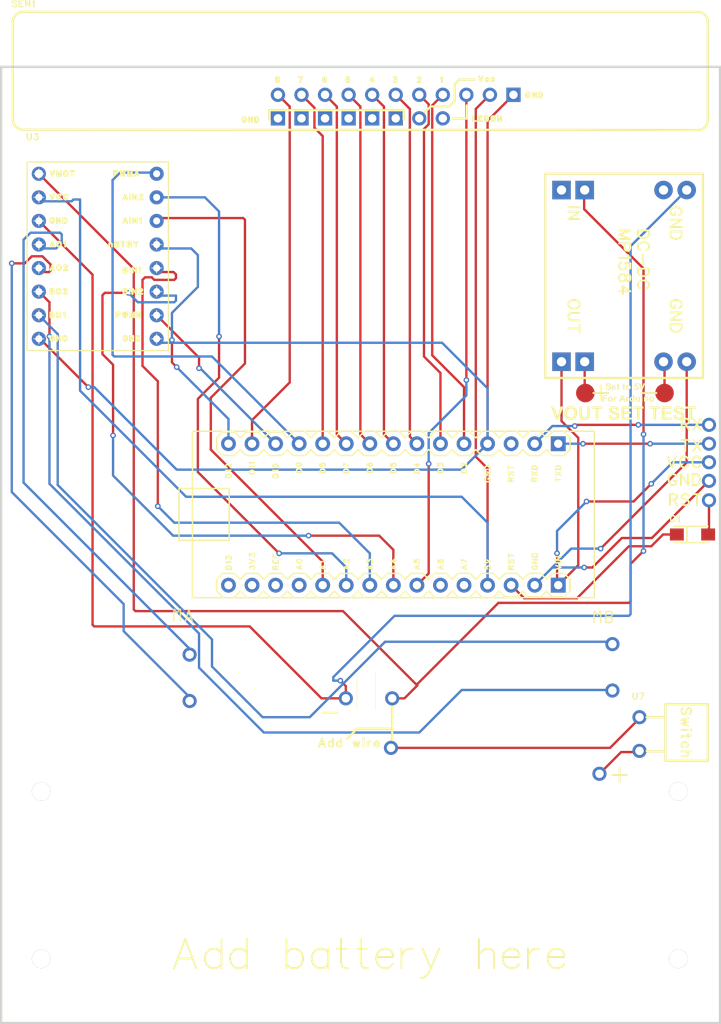
<source format=kicad_pcb>
(kicad_pcb (version 4) (generator "gerbview") (generator_version "8.0")
  (layers (0 F.Cu signal) (31 B.Cu signal) (34 B.Paste user) (35 F.Paste user) (36 B.SilkS user) (37 F.SilkS user) (38 B.Mask user) (39 F.Mask user) (44 Edge.Cuts user))
  (gr_line (start 187.071 84.582) (end 188.087 84.582) (layer Edge.Cuts) (width 0.127))
  (gr_line (start 187.579 85.09) (end 187.579 84.074) (layer Edge.Cuts) (width 0.127))
  (gr_line (start 187.071 89.662) (end 188.087 89.662) (layer Edge.Cuts) (width 0.127))
  (gr_line (start 187.579 90.17) (end 187.579 89.154) (layer Edge.Cuts) (width 0.127))
  (gr_line (start 199.771 89.662) (end 200.787 89.662) (layer Edge.Cuts) (width 0.127))
  (gr_line (start 200.279 90.17) (end 200.279 89.154) (layer Edge.Cuts) (width 0.127))
  (gr_line (start 199.771 92.202) (end 200.787 92.202) (layer Edge.Cuts) (width 0.127))
  (gr_line (start 200.279 92.71) (end 200.279 91.694) (layer Edge.Cuts) (width 0.127))
  (gr_line (start 199.771 87.122) (end 200.787 87.122) (layer Edge.Cuts) (width 0.127))
  (gr_line (start 200.279 87.63) (end 200.279 86.614) (layer Edge.Cuts) (width 0.127))
  (gr_line (start 199.771 84.582) (end 200.787 84.582) (layer Edge.Cuts) (width 0.127))
  (gr_line (start 200.279 85.09) (end 200.279 84.074) (layer Edge.Cuts) (width 0.127))
  (gr_line (start 199.771 82.042) (end 200.787 82.042) (layer Edge.Cuts) (width 0.127))
  (gr_line (start 200.279 82.55) (end 200.279 81.534) (layer Edge.Cuts) (width 0.127))
  (gr_line (start 187.071 82.042) (end 188.087 82.042) (layer Edge.Cuts) (width 0.127))
  (gr_line (start 187.579 82.55) (end 187.579 81.534) (layer Edge.Cuts) (width 0.127))
  (gr_line (start 187.071 87.122) (end 188.087 87.122) (layer Edge.Cuts) (width 0.127))
  (gr_line (start 187.579 87.63) (end 187.579 86.614) (layer Edge.Cuts) (width 0.127))
  (gr_line (start 187.071 92.202) (end 188.087 92.202) (layer Edge.Cuts) (width 0.127))
  (gr_line (start 187.579 92.71) (end 187.579 91.694) (layer Edge.Cuts) (width 0.127))
  (gr_line (start 187.071 79.502) (end 188.087 79.502) (layer Edge.Cuts) (width 0.127))
  (gr_line (start 187.579 80.01) (end 187.579 78.994) (layer Edge.Cuts) (width 0.127))
  (gr_line (start 187.071 76.962) (end 188.087 76.962) (layer Edge.Cuts) (width 0.127))
  (gr_line (start 187.579 77.47) (end 187.579 76.454) (layer Edge.Cuts) (width 0.127))
  (gr_line (start 187.071 74.422) (end 188.087 74.422) (layer Edge.Cuts) (width 0.127))
  (gr_line (start 187.579 74.93) (end 187.579 73.914) (layer Edge.Cuts) (width 0.127))
  (gr_line (start 183.515 165.9246) (end 183.515 62.9022) (layer Edge.Cuts) (width 0.254))
  (gr_line (start 183.515 62.9022) (end 261.035 62.9022) (layer Edge.Cuts) (width 0.254))
  (gr_line (start 261.035 62.9022) (end 261.035 165.9246) (layer Edge.Cuts) (width 0.254))
  (gr_line (start 261.035 165.9246) (end 183.515 165.9246) (layer Edge.Cuts) (width 0.254))
  (gr_line (start 248.1707 97.2439) (end 248.1707 98.8441) (layer F.SilkS) (width 0.203))
  (gr_line (start 247.3706 98.044) (end 248.9708 98.044) (layer F.SilkS) (width 0.203))
  (gr_line (start 252.5776 98.044) (end 254.1778 98.044) (layer F.SilkS) (width 0.203))
  (gr_poly (pts (xy 244.93309 100.93994) (xy 244.83309 100.93691) (xy 244.77855 100.92782) (xy 244.6937 100.90661) (xy 244.66642 100.89751) (xy 244.64218 100.88842) (xy 244.62097 100.87933) (xy 244.56642 100.85206) (xy 244.53612 100.83388) (xy 244.50582 100.81267) (xy 244.48158 100.79448) (xy 244.46642 100.77933) (xy 244.44521 100.76115) (xy 244.424 100.73994) (xy 244.40885 100.72176) (xy 244.3937 100.70661) (xy 244.37552 100.68236) (xy 244.3543 100.65206) (xy 244.33915 100.62782) (xy 244.31491 100.57933) (xy 244.30279 100.55206) (xy 244.29067 100.52176) (xy 244.27249 100.46115) (xy 244.2634 100.42782) (xy 244.25733 100.39752) (xy 244.25127 100.35509) (xy 244.24521 100.30661) (xy 244.24218 100.22782) (xy 244.24393 100.18236) (xy 244.53915 100.18236) (xy 244.54218 100.26418) (xy 244.54824 100.31873) (xy 244.5543 100.35509) (xy 244.55733 100.3763) (xy 244.56339 100.40055) (xy 244.58158 100.45509) (xy 244.5937 100.48236) (xy 244.60582 100.50661) (xy 244.62097 100.53085) (xy 244.63612 100.55206) (xy 244.64824 100.56721) (xy 244.69976 100.61873) (xy 244.73006 100.63994) (xy 244.7543 100.65509) (xy 244.77855 100.66721) (xy 244.81188 100.67933) (xy 244.83915 100.68842) (xy 244.86946 100.69145) (xy 244.8937 100.69448) (xy 244.92097 100.69752) (xy 244.97249 100.69448) (xy 245.01491 100.68842) (xy 245.0634 100.6763) (xy 245.08764 100.66721) (xy 245.14218 100.63994) (xy 245.1634 100.62479) (xy 245.20885 100.58842) (xy 245.23309 100.55812) (xy 245.24824 100.53994) (xy 245.2634 100.5157) (xy 245.27855 100.48842) (xy 245.29067 100.46115) (xy 245.30279 100.43085) (xy 245.31188 100.40358) (xy 245.324 100.33691) (xy 245.33006 100.2763) (xy 245.33309 100.20963) (xy 245.33006 100.14297) (xy 245.32703 100.12176) (xy 245.324 100.08236) (xy 245.31794 100.046) (xy 245.31188 100.0157) (xy 245.30279 99.98236) (xy 245.2937 99.95509) (xy 245.28461 99.93085) (xy 245.25127 99.86418) (xy 245.23915 99.84903) (xy 245.20279 99.80661) (xy 245.15734 99.77024) (xy 245.13612 99.75812) (xy 245.11188 99.746) (xy 245.09067 99.73691) (xy 245.06643 99.72782) (xy 245.03309 99.71873) (xy 245.00279 99.71267) (xy 244.94824 99.70964) (xy 244.88764 99.71267) (xy 244.85127 99.71873) (xy 244.81188 99.72782) (xy 244.77552 99.73994) (xy 244.74218 99.75509) (xy 244.71491 99.77327) (xy 244.68764 99.79448) (xy 244.66339 99.81267) (xy 244.63915 99.84297) (xy 244.62097 99.86418) (xy 244.60582 99.88842) (xy 244.5937 99.91267) (xy 244.58158 99.93994) (xy 244.56945 99.97024) (xy 244.56036 99.99751) (xy 244.54824 100.06418) (xy 244.54218 100.11873) (xy 244.53915 100.18236) (xy 244.24393 100.18236) (xy 244.24521 100.14903) (xy 244.25127 100.08236) (xy 244.25733 100.03388) (xy 244.2634 100.00357) (xy 244.27249 99.96115) (xy 244.28158 99.93085) (xy 244.28764 99.9066) (xy 244.31491 99.83388) (xy 244.32703 99.80964) (xy 244.34218 99.78236) (xy 244.35733 99.75812) (xy 244.37552 99.73085) (xy 244.3937 99.70661) (xy 244.41794 99.6763) (xy 244.4937 99.60055) (xy 244.51794 99.58236) (xy 244.54824 99.56115) (xy 244.57249 99.546) (xy 244.62097 99.52176) (xy 244.66945 99.50358) (xy 244.69673 99.49448) (xy 244.73612 99.48539) (xy 244.76642 99.4763) (xy 244.81491 99.47024) (xy 244.89976 99.46418) (xy 244.924 99.46115) (xy 244.94824 99.46418) (xy 244.98764 99.46721) (xy 245.03309 99.47024) (xy 245.07552 99.4763) (xy 245.124 99.48539) (xy 245.15431 99.49448) (xy 245.17855 99.50055) (xy 245.20582 99.50964) (xy 245.23309 99.52176) (xy 245.2634 99.53388) (xy 245.28764 99.546) (xy 245.30885 99.55812) (xy 245.33309 99.57327) (xy 245.3543 99.58842) (xy 245.36946 99.60055) (xy 245.38461 99.60964) (xy 245.39976 99.62176) (xy 245.46037 99.68236) (xy 245.48461 99.71267) (xy 245.51491 99.75509) (xy 245.52703 99.77327) (xy 245.5543 99.82782) (xy 245.56946 99.86115) (xy 245.58158 99.89145) (xy 245.59976 99.95206) (xy 245.60885 99.98539) (xy 245.61491 100.0157) (xy 245.62097 100.05812) (xy 245.62703 100.11266) (xy 245.63006 100.19448) (xy 245.62703 100.2763) (xy 245.62097 100.33085) (xy 245.61491 100.37327) (xy 245.60279 100.43388) (xy 245.59673 100.46115) (xy 245.58764 100.49146) (xy 245.57855 100.51873) (xy 245.56946 100.54297) (xy 245.55733 100.57024) (xy 245.54218 100.60055) (xy 245.52703 100.62782) (xy 245.50885 100.65812) (xy 245.4937 100.68236) (xy 245.45733 100.72782) (xy 245.39673 100.78842) (xy 245.34824 100.82479) (xy 245.33309 100.83691) (xy 245.29067 100.86115) (xy 245.26643 100.87327) (xy 245.23915 100.88539) (xy 245.21794 100.89448) (xy 245.1937 100.90358) (xy 245.16643 100.91267) (xy 245.14218 100.91873) (xy 245.08764 100.93085) (xy 245.03915 100.93691)) (layer F.SilkS) (width 0))
  (gr_poly (pts (xy 243.37021 100.91342) (xy 243.32703 100.90661) (xy 243.31794 100.88236) (xy 243.30885 100.85509) (xy 243.29673 100.82479) (xy 243.28461 100.78842) (xy 243.26036 100.72176) (xy 243.24824 100.68539) (xy 243.23612 100.65509) (xy 243.21794 100.60055) (xy 243.20582 100.57024) (xy 243.1937 100.53388) (xy 243.16946 100.46721) (xy 243.15733 100.43085) (xy 243.14521 100.40055) (xy 243.12703 100.346) (xy 243.11491 100.3157) (xy 243.10279 100.27933) (xy 243.07855 100.21267) (xy 243.06643 100.1763) (xy 243.0543 100.146) (xy 243.03612 100.09145) (xy 243.024 100.06115) (xy 243.01188 100.02479) (xy 242.98764 99.95812) (xy 242.97552 99.92176) (xy 242.9634 99.89145) (xy 242.94521 99.83691) (xy 242.93309 99.80661) (xy 242.92097 99.77024) (xy 242.89673 99.70358) (xy 242.88461 99.66721) (xy 242.87249 99.63691) (xy 242.8543 99.58236) (xy 242.83612 99.53388) (xy 242.83006 99.50358) (xy 242.83006 99.48539) (xy 242.98158 99.48539) (xy 243.09597 99.48842) (xy 243.13612 99.49751) (xy 243.14521 99.52176) (xy 243.19067 99.65812) (xy 243.20885 99.70661) (xy 243.27249 99.89751) (xy 243.28461 99.92782) (xy 243.35733 100.146) (xy 243.36945 100.1763) (xy 243.43309 100.36721) (xy 243.45127 100.4157) (xy 243.48764 100.52479) (xy 243.49143 100.53539) (xy 243.49673 100.53691) (xy 243.50885 100.5157) (xy 243.67551 100.0157) (xy 243.68158 99.99145) (xy 243.84521 99.50055) (xy 243.84824 99.48539) (xy 243.99067 99.48539) (xy 244.14218 99.48842) (xy 244.14748 99.49373) (xy 244.14521 99.50358) (xy 244.13309 99.53388) (xy 244.12097 99.57024) (xy 244.09673 99.63691) (xy 244.08461 99.67327) (xy 244.07249 99.70358) (xy 244.0543 99.75812) (xy 244.03612 99.80661) (xy 244.02703 99.83388) (xy 244.00885 99.88236) (xy 243.99976 99.90964) (xy 243.98764 99.93994) (xy 243.97552 99.9763) (xy 243.95127 100.04297) (xy 243.93915 100.07933) (xy 243.92703 100.10963) (xy 243.90885 100.16418) (xy 243.89067 100.21267) (xy 243.88158 100.23994) (xy 243.86339 100.28842) (xy 243.8543 100.3157) (xy 243.84218 100.346) (xy 243.83006 100.38236) (xy 243.80582 100.44903) (xy 243.7937 100.48539) (xy 243.78158 100.5157) (xy 243.76339 100.57024) (xy 243.74521 100.61873) (xy 243.73612 100.646) (xy 243.71794 100.69448) (xy 243.70885 100.72176) (xy 243.69067 100.77024) (xy 243.68158 100.79751) (xy 243.66339 100.846) (xy 243.64521 100.90054) (xy 243.64218 100.9157) (xy 243.48764 100.9157)) (layer F.SilkS) (width 0))
  (gr_poly (pts (xy 257.7331 100.32176) (xy 257.7331 99.72782) (xy 257.30886 99.72782) (xy 257.30886 99.62176) (xy 257.31189 99.50055) (xy 257.31492 99.48539) (xy 258.44825 99.48539) (xy 258.44825 99.72782) (xy 258.02401 99.72782) (xy 258.02401 100.9157) (xy 257.7331 100.9157)) (layer F.SilkS) (width 0))
  (gr_poly (pts (xy 254.74522 100.20054) (xy 254.74522 99.48539) (xy 255.80583 99.48539) (xy 255.80583 99.72782) (xy 255.03613 99.72782) (xy 255.03613 100.04903) (xy 255.75128 100.04903) (xy 255.75128 100.28539) (xy 255.03613 100.28539) (xy 255.03613 100.67933) (xy 255.83613 100.67933) (xy 255.83613 100.9157) (xy 254.74522 100.9157)) (layer F.SilkS) (width 0))
  (gr_poly (pts (xy 256.59067 100.946) (xy 256.56643 100.94297) (xy 256.53613 100.93994) (xy 256.48764 100.93691) (xy 256.44522 100.93085) (xy 256.41492 100.92479) (xy 256.38764 100.91873) (xy 256.35128 100.90964) (xy 256.31795 100.89751) (xy 256.28764 100.88539) (xy 256.25734 100.87024) (xy 256.22704 100.85206) (xy 256.18461 100.82176) (xy 256.1634 100.80358) (xy 256.14825 100.78842) (xy 256.12401 100.75812) (xy 256.10583 100.73691) (xy 256.09067 100.7157) (xy 256.07855 100.69448) (xy 256.05431 100.646) (xy 256.04219 100.61267) (xy 256.02098 100.54903) (xy 256.01492 100.51873) (xy 256.00886 100.48236) (xy 256.01189 100.45812) (xy 256.02249 100.4513) (xy 256.04219 100.44903) (xy 256.07552 100.446) (xy 256.19673 100.43388) (xy 256.22401 100.43085) (xy 256.25734 100.42782) (xy 256.28158 100.43085) (xy 256.2937 100.45812) (xy 256.30279 100.49146) (xy 256.32704 100.55206) (xy 256.33916 100.57024) (xy 256.34825 100.58842) (xy 256.36037 100.60661) (xy 256.39067 100.63691) (xy 256.41188 100.65206) (xy 256.43916 100.66721) (xy 256.4634 100.67933) (xy 256.49067 100.68842) (xy 256.51795 100.69448) (xy 256.59067 100.69752) (xy 256.66946 100.69448) (xy 256.69977 100.68842) (xy 256.72401 100.68236) (xy 256.75128 100.67327) (xy 256.78461 100.65812) (xy 256.80583 100.64297) (xy 256.82098 100.63085) (xy 256.84219 100.60964) (xy 256.86037 100.58236) (xy 256.87249 100.55812) (xy 256.87855 100.51267) (xy 256.87552 100.47024) (xy 256.86946 100.44903) (xy 256.86037 100.43085) (xy 256.84825 100.4157) (xy 256.82704 100.39449) (xy 256.79977 100.3763) (xy 256.77552 100.36418) (xy 256.74522 100.35206) (xy 256.70583 100.33994) (xy 256.67552 100.33085) (xy 256.61492 100.3157) (xy 256.58461 100.30661) (xy 256.55734 100.30054) (xy 256.51795 100.29145) (xy 256.48764 100.28236) (xy 256.46037 100.2763) (xy 256.43007 100.26721) (xy 256.37552 100.24903) (xy 256.35128 100.23994) (xy 256.33007 100.23085) (xy 256.30279 100.21873) (xy 256.26946 100.20357) (xy 256.23916 100.18539) (xy 256.21795 100.17024) (xy 256.19976 100.15812) (xy 256.18158 100.14297) (xy 256.15128 100.11266) (xy 256.1331 100.08842) (xy 256.11189 100.05812) (xy 256.09673 100.03388) (xy 256.08764 100.01267) (xy 256.07855 99.98842) (xy 256.06946 99.96115) (xy 256.0634 99.93691) (xy 256.06037 99.87933) (xy 256.0634 99.8157) (xy 256.06946 99.78539) (xy 256.07552 99.76115) (xy 256.08158 99.73994) (xy 256.09067 99.71873) (xy 256.11492 99.67024) (xy 256.12704 99.65206) (xy 256.1634 99.60358) (xy 256.22401 99.55509) (xy 256.24522 99.53994) (xy 256.2937 99.5157) (xy 256.32098 99.50358) (xy 256.34825 99.49448) (xy 256.38461 99.48539) (xy 256.41492 99.4763) (xy 256.4634 99.47024) (xy 256.54219 99.46418) (xy 256.57552 99.46115) (xy 256.60886 99.46418) (xy 256.64825 99.46721) (xy 256.69371 99.47024) (xy 256.73007 99.4763) (xy 256.76037 99.48236) (xy 256.78764 99.48842) (xy 256.82401 99.49751) (xy 256.85734 99.50964) (xy 256.88764 99.52176) (xy 256.91795 99.53691) (xy 256.94219 99.55206) (xy 256.96037 99.56418) (xy 256.99067 99.58842) (xy 257.03613 99.63388) (xy 257.05128 99.65509) (xy 257.06643 99.67933) (xy 257.07855 99.70054) (xy 257.09067 99.72479) (xy 257.1028 99.75509) (xy 257.11189 99.77933) (xy 257.12401 99.83994) (xy 257.12704 99.87327) (xy 257.12704 99.89751) (xy 257.08158 99.89751) (xy 257.02704 99.90054) (xy 256.88764 99.9066) (xy 256.86037 99.90964) (xy 256.84598 99.90736) (xy 256.83916 99.90054) (xy 256.83007 99.87024) (xy 256.81795 99.83388) (xy 256.80583 99.80964) (xy 256.79068 99.78539) (xy 256.77249 99.76418) (xy 256.75734 99.74903) (xy 256.73613 99.73388) (xy 256.70886 99.72176) (xy 256.68158 99.71267) (xy 256.65734 99.70661) (xy 256.5937 99.70358) (xy 256.51189 99.70661) (xy 256.47552 99.71267) (xy 256.45128 99.71873) (xy 256.42704 99.72782) (xy 256.40279 99.73994) (xy 256.38158 99.75206) (xy 256.36643 99.76418) (xy 256.35128 99.77933) (xy 256.33916 99.80054) (xy 256.3331 99.83994) (xy 256.33916 99.8763) (xy 256.34825 99.89751) (xy 256.36037 99.9157) (xy 256.37552 99.93085) (xy 256.39673 99.946) (xy 256.42098 99.95812) (xy 256.44825 99.97024) (xy 256.47855 99.98236) (xy 256.56946 100.00963) (xy 256.60886 100.01873) (xy 256.63916 100.02782) (xy 256.66643 100.03388) (xy 256.70583 100.04297) (xy 256.79068 100.06721) (xy 256.83007 100.07933) (xy 256.8634 100.09145) (xy 256.92401 100.1157) (xy 256.95431 100.13085) (xy 256.97855 100.146) (xy 256.99674 100.15509) (xy 257.01189 100.16721) (xy 257.05431 100.20357) (xy 257.06946 100.21873) (xy 257.08764 100.23994) (xy 257.1028 100.26115) (xy 257.11492 100.27933) (xy 257.12704 100.30054) (xy 257.13613 100.32176) (xy 257.14522 100.346) (xy 257.15431 100.3763) (xy 257.16037 100.40358) (xy 257.16643 100.446) (xy 257.16946 100.48842) (xy 257.16643 100.53085) (xy 257.16037 100.57327) (xy 257.15431 100.60055) (xy 257.14522 100.63388) (xy 257.1331 100.66418) (xy 257.10886 100.71267) (xy 257.09067 100.74297) (xy 257.07249 100.76721) (xy 257.06037 100.78236) (xy 257.04825 100.79448) (xy 257.0331 100.80661) (xy 257.01795 100.82176) (xy 256.99674 100.83994) (xy 256.97552 100.85509) (xy 256.95431 100.86721) (xy 256.90583 100.89145) (xy 256.87249 100.90358) (xy 256.8331 100.9157) (xy 256.77249 100.93085) (xy 256.71795 100.93691) (xy 256.62098 100.94297)) (layer F.SilkS) (width 0))
  (gr_poly (pts (xy 246.43006 100.93994) (xy 246.31188 100.93691) (xy 246.2937 100.93388) (xy 246.26946 100.93085) (xy 246.20885 100.91873) (xy 246.18461 100.91267) (xy 246.15431 100.90358) (xy 246.124 100.89145) (xy 246.08158 100.86721) (xy 246.05431 100.85206) (xy 246.03309 100.83691) (xy 246.00279 100.81267) (xy 245.97249 100.78236) (xy 245.9543 100.76115) (xy 245.93612 100.73388) (xy 245.92097 100.70964) (xy 245.90885 100.68842) (xy 245.89976 100.66721) (xy 245.89067 100.64297) (xy 245.88158 100.61267) (xy 245.87552 100.58539) (xy 245.86946 100.54297) (xy 245.86339 100.48842) (xy 245.85733 100.39752) (xy 245.8543 99.93691) (xy 245.8543 99.48539) (xy 245.98461 99.48539) (xy 246.13006 99.48842) (xy 246.14522 99.49145) (xy 246.14522 99.96721) (xy 246.14825 100.45206) (xy 246.15128 100.47933) (xy 246.15734 100.5157) (xy 246.16946 100.54903) (xy 246.18158 100.57327) (xy 246.1937 100.59449) (xy 246.20885 100.61267) (xy 246.23915 100.64297) (xy 246.25734 100.65509) (xy 246.27855 100.66721) (xy 246.30885 100.67933) (xy 246.33612 100.68842) (xy 246.38461 100.69448) (xy 246.424 100.69752) (xy 246.4634 100.69448) (xy 246.49067 100.69145) (xy 246.53006 100.68539) (xy 246.56946 100.67327) (xy 246.59976 100.65812) (xy 246.62703 100.63994) (xy 246.64824 100.62176) (xy 246.66643 100.59752) (xy 246.68461 100.56418) (xy 246.6937 100.53691) (xy 246.69976 100.49449) (xy 246.70582 100.39145) (xy 246.70885 99.93388) (xy 246.70885 99.48539) (xy 246.9937 99.48539) (xy 246.9937 99.95206) (xy 246.99067 100.42782) (xy 246.98764 100.46115) (xy 246.98461 100.50661) (xy 246.97855 100.55509) (xy 246.97249 100.59145) (xy 246.96643 100.6157) (xy 246.95733 100.64903) (xy 246.94521 100.67933) (xy 246.93309 100.70661) (xy 246.91794 100.73388) (xy 246.90582 100.75509) (xy 246.8937 100.77024) (xy 246.83309 100.83085) (xy 246.81794 100.84297) (xy 246.79976 100.85509) (xy 246.77552 100.87024) (xy 246.74824 100.88539) (xy 246.72097 100.89751) (xy 246.66643 100.9157) (xy 246.63309 100.92479) (xy 246.60279 100.93085) (xy 246.5543 100.93691)) (layer F.SilkS) (width 0))
  (gr_poly (pts (xy 247.624 100.32176) (xy 247.624 99.72782) (xy 247.19976 99.72782) (xy 247.19976 99.48539) (xy 248.33309 99.48539) (xy 248.33309 99.72782) (xy 247.90885 99.72782) (xy 247.90885 100.9157) (xy 247.624 100.9157)) (layer F.SilkS) (width 0))
  (gr_poly (pts (xy 249.59067 100.946) (xy 249.56643 100.94297) (xy 249.53613 100.93994) (xy 249.48764 100.93691) (xy 249.44522 100.93085) (xy 249.38461 100.91873) (xy 249.35128 100.90964) (xy 249.324 100.90054) (xy 249.29976 100.89145) (xy 249.25128 100.86721) (xy 249.22703 100.85206) (xy 249.18461 100.82176) (xy 249.1634 100.80358) (xy 249.13309 100.77327) (xy 249.09673 100.72782) (xy 249.07249 100.68539) (xy 249.0634 100.66721) (xy 249.04521 100.62479) (xy 249.03612 100.60055) (xy 249.02703 100.57024) (xy 249.01794 100.53085) (xy 249.00885 100.48842) (xy 249.01188 100.45812) (xy 249.02173 100.4513) (xy 249.03915 100.44903) (xy 249.06946 100.446) (xy 249.13612 100.43994) (xy 249.19673 100.43388) (xy 249.224 100.43085) (xy 249.25734 100.42782) (xy 249.28158 100.43085) (xy 249.2937 100.45509) (xy 249.30279 100.49146) (xy 249.31491 100.52479) (xy 249.32704 100.55206) (xy 249.33916 100.57327) (xy 249.34825 100.59145) (xy 249.36037 100.60661) (xy 249.39067 100.63691) (xy 249.41188 100.65206) (xy 249.4331 100.66418) (xy 249.45128 100.67327) (xy 249.48158 100.68539) (xy 249.51188 100.69448) (xy 249.58764 100.69752) (xy 249.66946 100.69448) (xy 249.69976 100.68842) (xy 249.724 100.68236) (xy 249.75128 100.67327) (xy 249.78461 100.65812) (xy 249.80582 100.64297) (xy 249.82097 100.63085) (xy 249.84219 100.60964) (xy 249.86037 100.58236) (xy 249.87249 100.55812) (xy 249.87855 100.51873) (xy 249.87552 100.4763) (xy 249.86643 100.446) (xy 249.85431 100.42479) (xy 249.84219 100.40964) (xy 249.82703 100.39449) (xy 249.80582 100.37933) (xy 249.78158 100.36721) (xy 249.76037 100.35812) (xy 249.73612 100.34903) (xy 249.70279 100.33994) (xy 249.67552 100.33085) (xy 249.61491 100.3157) (xy 249.58461 100.30661) (xy 249.55734 100.30054) (xy 249.51794 100.29145) (xy 249.48764 100.28236) (xy 249.4634 100.2763) (xy 249.43007 100.26721) (xy 249.3937 100.25509) (xy 249.36037 100.24297) (xy 249.29976 100.21873) (xy 249.26946 100.20357) (xy 249.23916 100.18539) (xy 249.21188 100.16721) (xy 249.19067 100.15206) (xy 249.14522 100.1066) (xy 249.12703 100.08236) (xy 249.10885 100.05509) (xy 249.09673 100.03388) (xy 249.08461 100.00963) (xy 249.07249 99.97327) (xy 249.0634 99.94297) (xy 249.05734 99.88236) (xy 249.05734 99.86721) (xy 249.06037 99.83994) (xy 249.0634 99.80964) (xy 249.06946 99.77933) (xy 249.07855 99.746) (xy 249.08764 99.72176) (xy 249.09976 99.69448) (xy 249.11794 99.66418) (xy 249.13309 99.64297) (xy 249.14218 99.62782) (xy 249.15431 99.61267) (xy 249.18461 99.58236) (xy 249.20885 99.56418) (xy 249.23613 99.546) (xy 249.26037 99.53085) (xy 249.28764 99.5157) (xy 249.32097 99.50358) (xy 249.35734 99.49145) (xy 249.39067 99.48236) (xy 249.41491 99.4763) (xy 249.45734 99.47024) (xy 249.54219 99.46418) (xy 249.57249 99.46115) (xy 249.60279 99.46418) (xy 249.68764 99.47024) (xy 249.73006 99.4763) (xy 249.76037 99.48236) (xy 249.80279 99.49145) (xy 249.84219 99.50358) (xy 249.87249 99.5157) (xy 249.89976 99.52782) (xy 249.92097 99.53994) (xy 249.93915 99.54903) (xy 249.95734 99.56115) (xy 249.99976 99.59751) (xy 250.03006 99.62782) (xy 250.04825 99.65206) (xy 250.06643 99.67933) (xy 250.07855 99.70054) (xy 250.09067 99.72479) (xy 250.10279 99.75812) (xy 250.11188 99.78539) (xy 250.124 99.846) (xy 250.12703 99.8763) (xy 250.12703 99.89751) (xy 250.08158 99.89751) (xy 250.02703 99.90054) (xy 249.88764 99.9066) (xy 249.85734 99.90964) (xy 249.83612 99.90964) (xy 249.83309 99.88842) (xy 249.824 99.85206) (xy 249.81188 99.82176) (xy 249.79673 99.79448) (xy 249.78158 99.77327) (xy 249.76037 99.75206) (xy 249.73309 99.73388) (xy 249.70885 99.72176) (xy 249.67855 99.71267) (xy 249.65128 99.70661) (xy 249.58764 99.70358) (xy 249.51188 99.70661) (xy 249.47552 99.71267) (xy 249.44219 99.72176) (xy 249.41188 99.73388) (xy 249.39067 99.746) (xy 249.37249 99.75812) (xy 249.35431 99.7763) (xy 249.33916 99.80054) (xy 249.3331 99.82782) (xy 249.33613 99.86418) (xy 249.34825 99.89751) (xy 249.3634 99.91873) (xy 249.37855 99.93388) (xy 249.40279 99.94903) (xy 249.4331 99.96418) (xy 249.4634 99.9763) (xy 249.49673 99.98842) (xy 249.524 99.99751) (xy 249.58461 100.01267) (xy 249.61491 100.02176) (xy 249.64219 100.02782) (xy 249.68158 100.03691) (xy 249.71188 100.046) (xy 249.73916 100.05206) (xy 249.83006 100.07933) (xy 249.87855 100.09751) (xy 249.90582 100.10963) (xy 249.93612 100.12176) (xy 249.9634 100.13691) (xy 249.98764 100.15206) (xy 250.00582 100.16418) (xy 250.05128 100.20054) (xy 250.07249 100.22176) (xy 250.09067 100.246) (xy 250.10279 100.26115) (xy 250.11491 100.28236) (xy 250.12703 100.30661) (xy 250.13612 100.32782) (xy 250.14522 100.35206) (xy 250.15431 100.38236) (xy 250.16037 100.40964) (xy 250.16643 100.46418) (xy 250.16946 100.48539) (xy 250.16643 100.51873) (xy 250.16037 100.56721) (xy 250.15128 100.61267) (xy 250.13915 100.646) (xy 250.12703 100.6763) (xy 250.11491 100.70055) (xy 250.10279 100.72176) (xy 250.07855 100.75812) (xy 250.0634 100.7763) (xy 250.01794 100.82176) (xy 249.99673 100.83994) (xy 249.96946 100.85812) (xy 249.94218 100.87327) (xy 249.91794 100.88539) (xy 249.89067 100.89751) (xy 249.82703 100.91873) (xy 249.76643 100.93085) (xy 249.71794 100.93691) (xy 249.62097 100.94297)) (layer F.SilkS) (width 0))
  (gr_poly (pts (xy 250.41188 100.20054) (xy 250.41188 99.48539) (xy 251.47249 99.48539) (xy 251.47249 99.72782) (xy 250.70279 99.72782) (xy 250.70279 100.04903) (xy 251.41795 100.04903) (xy 251.41795 100.28539) (xy 250.70279 100.28539) (xy 250.70279 100.67933) (xy 251.50279 100.67933) (xy 251.50279 100.9157) (xy 250.41188 100.9157)) (layer F.SilkS) (width 0))
  (gr_poly (pts (xy 252.06643 100.32176) (xy 252.06643 99.72782) (xy 251.64219 99.72782) (xy 251.64219 99.48539) (xy 252.78158 99.48539) (xy 252.78158 99.72782) (xy 252.35734 99.72782) (xy 252.35734 100.9157) (xy 252.06643 100.9157)) (layer F.SilkS) (width 0))
  (gr_poly (pts (xy 253.84825 100.32176) (xy 253.84825 99.72782) (xy 253.41795 99.72782) (xy 253.41795 99.62176) (xy 253.42098 99.50055) (xy 253.42401 99.48539) (xy 254.55734 99.48539) (xy 254.55734 99.72782) (xy 254.1331 99.72782) (xy 254.1331 100.9157) (xy 253.84825 100.9157)) (layer F.SilkS) (width 0))
  (gr_poly (pts (xy 248.99327 97.717) (xy 248.98267 97.71548) (xy 248.966 97.71397) (xy 248.94327 97.71245) (xy 248.92206 97.70942) (xy 248.90388 97.70639) (xy 248.89176 97.70336) (xy 248.87509 97.69882) (xy 248.85691 97.69276) (xy 248.84327 97.6867) (xy 248.816 97.67306) (xy 248.8054 97.66548) (xy 248.79782 97.66094) (xy 248.79024 97.65488) (xy 248.75691 97.62154) (xy 248.7463 97.60639) (xy 248.73873 97.59427) (xy 248.72661 97.57003) (xy 248.72055 97.55639) (xy 248.70994 97.52458) (xy 248.70388 97.49427) (xy 248.70236 97.48367) (xy 248.70539 97.47306) (xy 248.71032 97.46965) (xy 248.71903 97.46851) (xy 248.76449 97.46397) (xy 248.79782 97.46094) (xy 248.80843 97.45942) (xy 248.82812 97.45791) (xy 248.84176 97.45639) (xy 248.84327 97.46548) (xy 248.84782 97.48518) (xy 248.85388 97.50185) (xy 248.85994 97.51548) (xy 248.866 97.52761) (xy 248.87358 97.53973) (xy 248.88267 97.55033) (xy 248.89782 97.56548) (xy 248.90843 97.57306) (xy 248.92206 97.58064) (xy 248.94024 97.5867) (xy 248.95539 97.59124) (xy 248.98873 97.59276) (xy 249.03115 97.59124) (xy 249.05539 97.5867) (xy 249.07509 97.58064) (xy 249.09024 97.57306) (xy 249.10388 97.56397) (xy 249.11752 97.55185) (xy 249.12661 97.53821) (xy 249.13267 97.52761) (xy 249.13721 97.51094) (xy 249.13721 97.48821) (xy 249.13267 97.47003) (xy 249.12509 97.45488) (xy 249.116 97.44427) (xy 249.10539 97.4367) (xy 249.09176 97.42912) (xy 249.07812 97.42306) (xy 249.05085 97.41397) (xy 249.0357 97.40942) (xy 249.016 97.40488) (xy 249.00085 97.40033) (xy 248.97055 97.39276) (xy 248.95539 97.38821) (xy 248.94176 97.38518) (xy 248.92358 97.38064) (xy 248.88721 97.36851) (xy 248.87055 97.36245) (xy 248.8554 97.35639) (xy 248.83115 97.34427) (xy 248.81752 97.3367) (xy 248.8054 97.32912) (xy 248.7963 97.32155) (xy 248.766 97.29124) (xy 248.75843 97.28064) (xy 248.75085 97.26852) (xy 248.74479 97.25791) (xy 248.74024 97.2473) (xy 248.7357 97.23518) (xy 248.73115 97.21852) (xy 248.72812 97.20336) (xy 248.72661 97.18367) (xy 248.72812 97.16397) (xy 248.73115 97.14276) (xy 248.73418 97.12912) (xy 248.73873 97.11397) (xy 248.74479 97.10033) (xy 248.75085 97.08821) (xy 248.75539 97.07761) (xy 248.76146 97.06852) (xy 248.77964 97.0473) (xy 248.79479 97.03215) (xy 248.80236 97.02609) (xy 248.81297 97.01852) (xy 248.82509 97.01094) (xy 248.83721 97.00488) (xy 248.85085 96.99882) (xy 248.87812 96.98973) (xy 248.89327 96.98518) (xy 248.90691 96.98215) (xy 248.92812 96.97912) (xy 248.97055 96.97609) (xy 248.9857 96.97458) (xy 249.00085 96.97609) (xy 249.01752 96.97761) (xy 249.04327 96.97912) (xy 249.06146 96.98215) (xy 249.07206 96.98367) (xy 249.08873 96.9867) (xy 249.10388 96.99124) (xy 249.11752 96.99579) (xy 249.13418 97.00185) (xy 249.15842 97.01397) (xy 249.17358 97.02306) (xy 249.1857 97.03215) (xy 249.20085 97.04427) (xy 249.21297 97.05942) (xy 249.22055 97.067) (xy 249.22812 97.07761) (xy 249.2357 97.09124) (xy 249.24176 97.10336) (xy 249.2463 97.11397) (xy 249.25085 97.12609) (xy 249.25539 97.14124) (xy 249.25842 97.15488) (xy 249.25994 97.17609) (xy 249.25994 97.19276) (xy 249.23721 97.19276) (xy 249.20994 97.19427) (xy 249.14327 97.1973) (xy 249.12964 97.19882) (xy 249.12206 97.19768) (xy 249.11752 97.19427) (xy 249.11297 97.18064) (xy 249.10842 97.16549) (xy 249.10236 97.15185) (xy 249.09479 97.13821) (xy 249.08721 97.12761) (xy 249.07964 97.12003) (xy 249.07055 97.11397) (xy 249.05236 97.10488) (xy 249.03873 97.10033) (xy 249.02509 97.0973) (xy 248.99327 97.09579) (xy 248.95236 97.0973) (xy 248.92964 97.10185) (xy 248.91146 97.10791) (xy 248.89933 97.11397) (xy 248.88873 97.12003) (xy 248.87812 97.12761) (xy 248.87055 97.13973) (xy 248.866 97.16094) (xy 248.86752 97.17912) (xy 248.87055 97.18973) (xy 248.87661 97.19882) (xy 248.89176 97.21397) (xy 248.90085 97.22003) (xy 248.92206 97.22912) (xy 248.93418 97.23367) (xy 248.96146 97.24276) (xy 248.97812 97.2473) (xy 248.99176 97.25185) (xy 249.00539 97.25488) (xy 249.02509 97.25942) (xy 249.04024 97.26397) (xy 249.05539 97.267) (xy 249.07206 97.27155) (xy 249.10236 97.28064) (xy 249.12964 97.28973) (xy 249.14176 97.29427) (xy 249.15236 97.29882) (xy 249.17964 97.31245) (xy 249.19176 97.32003) (xy 249.20085 97.32609) (xy 249.216 97.33821) (xy 249.23873 97.36094) (xy 249.24782 97.37306) (xy 249.25691 97.3867) (xy 249.26297 97.3973) (xy 249.26752 97.40942) (xy 249.27206 97.42306) (xy 249.27661 97.43973) (xy 249.27964 97.45488) (xy 249.28115 97.48367) (xy 249.27964 97.52154) (xy 249.27509 97.54579) (xy 249.26903 97.56548) (xy 249.26297 97.57912) (xy 249.25085 97.60336) (xy 249.24479 97.61245) (xy 249.23873 97.62003) (xy 249.23115 97.63064) (xy 249.22206 97.64124) (xy 249.20691 97.65639) (xy 249.1963 97.66397) (xy 249.18267 97.67306) (xy 249.17055 97.68064) (xy 249.15842 97.6867) (xy 249.14176 97.69276) (xy 249.10994 97.70336) (xy 249.08267 97.70942) (xy 249.05842 97.71245) (xy 249.00691 97.71548)) (layer F.SilkS) (width 0))
  (gr_poly (pts (xy 252.60843 97.70185) (xy 252.52964 97.70033) (xy 252.52661 97.68973) (xy 252.51449 97.65639) (xy 252.50843 97.63821) (xy 252.50237 97.62306) (xy 252.49327 97.59579) (xy 252.48721 97.58064) (xy 252.48115 97.56245) (xy 252.46903 97.52912) (xy 252.46297 97.51094) (xy 252.45691 97.49579) (xy 252.44782 97.46851) (xy 252.44176 97.45336) (xy 252.4357 97.43518) (xy 252.42358 97.40185) (xy 252.41752 97.38367) (xy 252.41146 97.36851) (xy 252.40237 97.34124) (xy 252.3963 97.32609) (xy 252.39024 97.30791) (xy 252.366 97.24124) (xy 252.35994 97.22306) (xy 252.35388 97.20791) (xy 252.34479 97.18064) (xy 252.33873 97.16549) (xy 252.33267 97.1473) (xy 252.32055 97.11397) (xy 252.31449 97.09579) (xy 252.30843 97.08064) (xy 252.29934 97.05336) (xy 252.29024 97.02912) (xy 252.2857 97.01549) (xy 252.28115 97.00336) (xy 252.27812 96.99276) (xy 252.29706 96.98821) (xy 252.35388 96.9867) (xy 252.41146 96.98821) (xy 252.43267 96.99276) (xy 252.43873 97.00639) (xy 252.44479 97.02306) (xy 252.47509 97.11397) (xy 252.48115 97.12912) (xy 252.51297 97.22458) (xy 252.52206 97.24882) (xy 252.55388 97.34427) (xy 252.55994 97.35942) (xy 252.5963 97.46851) (xy 252.60237 97.48367) (xy 252.60691 97.4973) (xy 252.61146 97.50942) (xy 252.61389 97.51221) (xy 252.61622 97.51081) (xy 252.62055 97.50185) (xy 252.65691 97.39276) (xy 252.666 97.36245) (xy 252.78873 96.99427) (xy 252.79024 96.9867) (xy 252.94176 96.9867) (xy 252.93873 96.99427) (xy 252.93267 97.01094) (xy 252.92661 97.02912) (xy 252.92055 97.04427) (xy 252.91146 97.07155) (xy 252.9054 97.0867) (xy 252.89934 97.10488) (xy 252.89327 97.12003) (xy 252.88418 97.1473) (xy 252.87812 97.16245) (xy 252.87206 97.18064) (xy 252.85994 97.21397) (xy 252.85388 97.23215) (xy 252.84782 97.2473) (xy 252.83873 97.27458) (xy 252.83267 97.28973) (xy 252.82661 97.30791) (xy 252.82055 97.32306) (xy 252.81146 97.35033) (xy 252.8054 97.36548) (xy 252.79933 97.38367) (xy 252.78721 97.417) (xy 252.78115 97.43518) (xy 252.77509 97.45033) (xy 252.766 97.47761) (xy 252.75994 97.49276) (xy 252.75388 97.51094) (xy 252.74782 97.52609) (xy 252.73873 97.55336) (xy 252.73267 97.56851) (xy 252.72661 97.5867) (xy 252.71449 97.62003) (xy 252.70843 97.63821) (xy 252.70236 97.65336) (xy 252.68873 97.69427) (xy 252.68721 97.70185)) (layer F.SilkS) (width 0))
  (gr_poly (pts (xy 249.61448 97.71397) (xy 249.56903 97.71245) (xy 249.55539 97.70942) (xy 249.54327 97.70639) (xy 249.52964 97.70336) (xy 249.51448 97.69882) (xy 249.49933 97.69276) (xy 249.4857 97.6867) (xy 249.47509 97.68064) (xy 249.45691 97.66851) (xy 249.43873 97.65336) (xy 249.42964 97.64427) (xy 249.42206 97.63518) (xy 249.41297 97.62457) (xy 249.40388 97.61094) (xy 249.3963 97.5973) (xy 249.39024 97.58518) (xy 249.38418 97.57154) (xy 249.37358 97.53973) (xy 249.36751 97.50942) (xy 249.36448 97.48215) (xy 249.36297 97.45336) (xy 249.36448 97.42458) (xy 249.36751 97.39427) (xy 249.36834 97.38973) (xy 249.50539 97.38973) (xy 249.50691 97.3973) (xy 249.60842 97.39882) (xy 249.6838 97.39768) (xy 249.70994 97.39427) (xy 249.70994 97.38518) (xy 249.70842 97.37458) (xy 249.70539 97.35791) (xy 249.69933 97.33973) (xy 249.68873 97.31852) (xy 249.68267 97.31094) (xy 249.67509 97.30336) (xy 249.666 97.29579) (xy 249.65691 97.28973) (xy 249.64327 97.28367) (xy 249.62812 97.27912) (xy 249.61751 97.27761) (xy 249.59782 97.27912) (xy 249.57509 97.28367) (xy 249.55842 97.29124) (xy 249.54782 97.29882) (xy 249.54024 97.30488) (xy 249.53267 97.31245) (xy 249.52661 97.32003) (xy 249.52206 97.32761) (xy 249.51751 97.3367) (xy 249.51297 97.3473) (xy 249.50994 97.35791) (xy 249.50539 97.38973) (xy 249.36834 97.38973) (xy 249.37055 97.37761) (xy 249.37509 97.35488) (xy 249.38115 97.33518) (xy 249.38721 97.31852) (xy 249.40691 97.27912) (xy 249.41448 97.26852) (xy 249.41903 97.26094) (xy 249.42509 97.25336) (xy 249.44782 97.23064) (xy 249.46297 97.21852) (xy 249.47206 97.21094) (xy 249.48115 97.20488) (xy 249.49176 97.19882) (xy 249.50388 97.19276) (xy 249.516 97.18821) (xy 249.52964 97.18367) (xy 249.5463 97.17912) (xy 249.56145 97.17609) (xy 249.59782 97.17458) (xy 249.63418 97.17609) (xy 249.65236 97.17912) (xy 249.67509 97.18367) (xy 249.69327 97.18973) (xy 249.70994 97.19579) (xy 249.72509 97.20336) (xy 249.73873 97.21245) (xy 249.74933 97.21852) (xy 249.75691 97.22458) (xy 249.78721 97.25488) (xy 249.79327 97.26245) (xy 249.79933 97.27155) (xy 249.80691 97.28367) (xy 249.81449 97.2973) (xy 249.82055 97.31094) (xy 249.82661 97.32609) (xy 249.83267 97.34579) (xy 249.84024 97.37609) (xy 249.84327 97.3973) (xy 249.8463 97.43367) (xy 249.84782 97.46094) (xy 249.84782 97.48367) (xy 249.50539 97.48367) (xy 249.50539 97.49579) (xy 249.50691 97.51245) (xy 249.50994 97.52761) (xy 249.51448 97.54276) (xy 249.52054 97.55488) (xy 249.52661 97.56548) (xy 249.53115 97.57306) (xy 249.53721 97.58064) (xy 249.55236 97.59276) (xy 249.56145 97.59882) (xy 249.57054 97.60336) (xy 249.58115 97.60791) (xy 249.59479 97.61094) (xy 249.60691 97.61245) (xy 249.61903 97.61245) (xy 249.63721 97.60942) (xy 249.65388 97.60488) (xy 249.666 97.59882) (xy 249.67509 97.59124) (xy 249.68267 97.58367) (xy 249.69024 97.57306) (xy 249.6963 97.56094) (xy 249.70085 97.54882) (xy 249.70539 97.54124) (xy 249.72206 97.54276) (xy 249.81297 97.55791) (xy 249.82661 97.55942) (xy 249.83342 97.56056) (xy 249.8357 97.56397) (xy 249.83267 97.57609) (xy 249.82661 97.58973) (xy 249.82055 97.60185) (xy 249.81449 97.61094) (xy 249.80994 97.62003) (xy 249.80388 97.62912) (xy 249.7963 97.6367) (xy 249.78418 97.65185) (xy 249.76903 97.66397) (xy 249.76146 97.67154) (xy 249.75388 97.6776) (xy 249.74327 97.68367) (xy 249.71903 97.69579) (xy 249.70236 97.70185) (xy 249.68873 97.70639) (xy 249.65842 97.71245)) (layer F.SilkS) (width 0))
  (gr_poly (pts (xy 250.10388 97.71397) (xy 250.06297 97.71094) (xy 250.0357 97.70185) (xy 250.02206 97.69579) (xy 250.00994 97.68821) (xy 249.99933 97.67912) (xy 249.99176 97.67154) (xy 249.98418 97.66094) (xy 249.97812 97.6473) (xy 249.97358 97.63367) (xy 249.97055 97.62154) (xy 249.96752 97.59124) (xy 249.966 97.43973) (xy 249.966 97.29276) (xy 249.90237 97.29276) (xy 249.90237 97.24579) (xy 249.90388 97.19124) (xy 249.9054 97.18367) (xy 249.966 97.18367) (xy 249.966 97.1367) (xy 249.96752 97.08518) (xy 249.97358 97.07761) (xy 250.0054 97.05942) (xy 250.01903 97.05185) (xy 250.03115 97.04427) (xy 250.04176 97.03821) (xy 250.0554 97.03064) (xy 250.06752 97.02306) (xy 250.08873 97.01094) (xy 250.09782 97.00639) (xy 250.10123 97.02761) (xy 250.10236 97.09427) (xy 250.10236 97.18367) (xy 250.1963 97.18367) (xy 250.1963 97.29276) (xy 250.10236 97.29276) (xy 250.10236 97.41851) (xy 250.10388 97.54882) (xy 250.1054 97.56397) (xy 250.10843 97.58215) (xy 250.116 97.59276) (xy 250.12661 97.59882) (xy 250.13873 97.60185) (xy 250.15236 97.60033) (xy 250.16752 97.5973) (xy 250.18418 97.59276) (xy 250.19176 97.59162) (xy 250.1963 97.59427) (xy 250.19933 97.60942) (xy 250.20085 97.62457) (xy 250.20388 97.65185) (xy 250.20539 97.66397) (xy 250.20691 97.67912) (xy 250.20691 97.69124) (xy 250.1963 97.69882) (xy 250.17661 97.70488) (xy 250.16146 97.70942) (xy 250.14024 97.71245)) (layer F.SilkS) (width 0))
  (gr_poly (pts (xy 250.71449 97.71397) (xy 250.67055 97.71094) (xy 250.65388 97.70488) (xy 250.64024 97.69882) (xy 250.62812 97.69276) (xy 250.616 97.68518) (xy 250.60539 97.67609) (xy 250.59782 97.66548) (xy 250.59176 97.65336) (xy 250.58721 97.64124) (xy 250.58267 97.62457) (xy 250.57964 97.60942) (xy 250.57812 97.44882) (xy 250.57812 97.29276) (xy 250.51449 97.29276) (xy 250.51449 97.24579) (xy 250.516 97.19124) (xy 250.51752 97.18367) (xy 250.57812 97.18367) (xy 250.57812 97.13367) (xy 250.57964 97.09503) (xy 250.58418 97.07912) (xy 250.59479 97.07155) (xy 250.62661 97.05336) (xy 250.64024 97.04579) (xy 250.65236 97.03821) (xy 250.68418 97.02003) (xy 250.6963 97.01246) (xy 250.70842 97.00639) (xy 250.71449 97.00488) (xy 250.71449 97.18367) (xy 250.80843 97.18367) (xy 250.80843 97.29276) (xy 250.71449 97.29276) (xy 250.71449 97.42458) (xy 250.716 97.567) (xy 250.72055 97.58367) (xy 250.72812 97.59276) (xy 250.73873 97.59882) (xy 250.75388 97.60185) (xy 250.77358 97.59882) (xy 250.78873 97.59427) (xy 250.80085 97.59124) (xy 250.80653 97.59162) (xy 250.80843 97.59579) (xy 250.80994 97.60639) (xy 250.816 97.66094) (xy 250.81752 97.67609) (xy 250.816 97.69124) (xy 250.80691 97.69882) (xy 250.78873 97.70488) (xy 250.77358 97.70942) (xy 250.75236 97.71245)) (layer F.SilkS) (width 0))
  (gr_poly (pts (xy 251.13873 97.71397) (xy 251.10085 97.71245) (xy 251.08721 97.70942) (xy 251.066 97.70488) (xy 251.05237 97.70033) (xy 251.04024 97.6973) (xy 251.02812 97.69276) (xy 251.01449 97.6867) (xy 250.99782 97.67912) (xy 250.98267 97.67003) (xy 250.97206 97.66245) (xy 250.96449 97.65791) (xy 250.95691 97.65185) (xy 250.93418 97.62912) (xy 250.92509 97.61851) (xy 250.916 97.60488) (xy 250.90843 97.59276) (xy 250.90237 97.58215) (xy 250.89631 97.57003) (xy 250.89024 97.55336) (xy 250.87964 97.52154) (xy 250.87358 97.47912) (xy 250.87206 97.45033) (xy 250.87272 97.43518) (xy 251.01146 97.43518) (xy 251.01297 97.46397) (xy 251.016 97.48821) (xy 251.02055 97.50942) (xy 251.02661 97.52761) (xy 251.03418 97.54276) (xy 251.04176 97.55336) (xy 251.04782 97.56094) (xy 251.06297 97.57609) (xy 251.07206 97.58367) (xy 251.08115 97.58973) (xy 251.09024 97.59427) (xy 251.10237 97.59882) (xy 251.13267 97.60185) (xy 251.16449 97.60033) (xy 251.18115 97.59579) (xy 251.20237 97.58518) (xy 251.21146 97.57912) (xy 251.21903 97.57154) (xy 251.22964 97.56245) (xy 251.23873 97.55185) (xy 251.24479 97.54276) (xy 251.25085 97.53064) (xy 251.25691 97.51397) (xy 251.26146 97.50033) (xy 251.26449 97.47609) (xy 251.266 97.44882) (xy 251.26449 97.42155) (xy 251.26146 97.40033) (xy 251.25843 97.38518) (xy 251.25388 97.36851) (xy 251.24782 97.35488) (xy 251.24024 97.34124) (xy 251.23267 97.33064) (xy 251.21449 97.31245) (xy 251.2054 97.30488) (xy 251.1963 97.29882) (xy 251.18721 97.29427) (xy 251.17509 97.28973) (xy 251.16297 97.2867) (xy 251.14934 97.28518) (xy 251.13721 97.28518) (xy 251.12661 97.2867) (xy 251.11297 97.28821) (xy 251.09631 97.29276) (xy 251.08267 97.29882) (xy 251.07358 97.30336) (xy 251.066 97.30942) (xy 251.0554 97.31852) (xy 251.04327 97.33064) (xy 251.03418 97.34427) (xy 251.02661 97.35791) (xy 251.02055 97.37609) (xy 251.016 97.39124) (xy 251.01297 97.41548) (xy 251.01146 97.43518) (xy 250.87272 97.43518) (xy 250.87358 97.41548) (xy 250.87661 97.39427) (xy 250.87964 97.37912) (xy 250.88267 97.367) (xy 250.88721 97.35033) (xy 250.89328 97.33367) (xy 250.91146 97.2973) (xy 250.91752 97.2867) (xy 250.92964 97.26852) (xy 250.93721 97.25942) (xy 250.96752 97.22912) (xy 250.97812 97.22155) (xy 250.99176 97.21245) (xy 251.00388 97.20488) (xy 251.03115 97.19276) (xy 251.04479 97.18821) (xy 251.05994 97.18367) (xy 251.07812 97.17912) (xy 251.09479 97.17609) (xy 251.13115 97.17458) (xy 251.17358 97.17609) (xy 251.19176 97.17912) (xy 251.20691 97.18215) (xy 251.23115 97.18821) (xy 251.24327 97.19276) (xy 251.25388 97.1973) (xy 251.26752 97.20336) (xy 251.29176 97.21852) (xy 251.30691 97.22912) (xy 251.31903 97.23821) (xy 251.34176 97.26094) (xy 251.35994 97.28518) (xy 251.366 97.29276) (xy 251.37206 97.30336) (xy 251.38418 97.32761) (xy 251.39024 97.34427) (xy 251.3963 97.36397) (xy 251.40085 97.37912) (xy 251.40388 97.40033) (xy 251.4054 97.43821) (xy 251.40388 97.47609) (xy 251.40085 97.4973) (xy 251.39782 97.51094) (xy 251.39327 97.52912) (xy 251.38721 97.5473) (xy 251.38115 97.56094) (xy 251.36752 97.58821) (xy 251.35843 97.60185) (xy 251.35085 97.61245) (xy 251.33873 97.62761) (xy 251.31297 97.65336) (xy 251.30085 97.66245) (xy 251.29327 97.66851) (xy 251.27509 97.68064) (xy 251.26449 97.6867) (xy 251.25085 97.69276) (xy 251.2357 97.69882) (xy 251.216 97.70488) (xy 251.20085 97.70942) (xy 251.17964 97.71245)) (layer F.SilkS) (width 0))
  (gr_poly (pts (xy 251.99782 97.71397) (xy 251.94479 97.71094) (xy 251.92206 97.70488) (xy 251.90388 97.69882) (xy 251.88873 97.69276) (xy 251.87358 97.68518) (xy 251.86146 97.6776) (xy 251.85237 97.67154) (xy 251.83721 97.65942) (xy 251.81146 97.63367) (xy 251.80237 97.62154) (xy 251.7963 97.61245) (xy 251.79024 97.60185) (xy 251.78418 97.58973) (xy 251.77812 97.57457) (xy 251.77206 97.55488) (xy 251.76752 97.53973) (xy 251.766 97.52912) (xy 251.77055 97.52003) (xy 251.7857 97.517) (xy 251.80085 97.51548) (xy 251.82812 97.51245) (xy 251.83873 97.51094) (xy 251.85843 97.50942) (xy 251.8857 97.50639) (xy 251.89631 97.50639) (xy 251.90085 97.50942) (xy 251.9054 97.52458) (xy 251.91146 97.54276) (xy 251.91903 97.55791) (xy 251.92661 97.56851) (xy 251.93267 97.57609) (xy 251.94025 97.58367) (xy 251.94782 97.58973) (xy 251.95843 97.59579) (xy 251.97206 97.60185) (xy 251.99782 97.60488) (xy 252.02661 97.60185) (xy 252.04328 97.59579) (xy 252.05691 97.58821) (xy 252.06752 97.58064) (xy 252.07509 97.57306) (xy 252.08267 97.56245) (xy 252.08873 97.55185) (xy 252.09328 97.54124) (xy 252.09782 97.52912) (xy 252.10085 97.51851) (xy 252.10388 97.49427) (xy 252.1054 97.47458) (xy 252.10388 97.44882) (xy 252.10085 97.42761) (xy 252.09782 97.41245) (xy 252.09328 97.39882) (xy 252.08721 97.38518) (xy 252.08267 97.37609) (xy 252.07661 97.36851) (xy 252.06146 97.35336) (xy 252.05237 97.3473) (xy 252.04025 97.34124) (xy 252.02812 97.3367) (xy 252.00388 97.33367) (xy 251.99631 97.33367) (xy 251.98722 97.33518) (xy 251.97358 97.3367) (xy 251.96146 97.33973) (xy 251.94782 97.34427) (xy 251.93267 97.35185) (xy 251.92206 97.35791) (xy 251.91449 97.36397) (xy 251.90388 97.37306) (xy 251.89176 97.38518) (xy 251.8857 97.38518) (xy 251.87358 97.38215) (xy 251.80994 97.37306) (xy 251.79479 97.37155) (xy 251.78683 97.37003) (xy 251.78418 97.36548) (xy 251.7857 97.35488) (xy 251.78873 97.33973) (xy 251.79176 97.32155) (xy 251.79782 97.29124) (xy 251.80085 97.27306) (xy 251.80691 97.24276) (xy 251.80994 97.22458) (xy 251.81903 97.17912) (xy 251.82206 97.16094) (xy 251.82812 97.13064) (xy 251.83115 97.11245) (xy 251.83721 97.08215) (xy 251.84024 97.06397) (xy 251.84934 97.01852) (xy 251.85085 97.00639) (xy 251.85085 96.99882) (xy 252.21449 96.99882) (xy 252.21449 97.12609) (xy 252.08873 97.12609) (xy 251.95843 97.12761) (xy 251.95237 97.1367) (xy 251.94934 97.15488) (xy 251.94631 97.17003) (xy 251.94025 97.20639) (xy 251.93721 97.22306) (xy 251.93721 97.23973) (xy 251.94062 97.24238) (xy 251.94782 97.24124) (xy 251.96297 97.23518) (xy 251.97812 97.23064) (xy 251.99176 97.22761) (xy 252.02055 97.22609) (xy 252.05843 97.22761) (xy 252.08267 97.23215) (xy 252.10085 97.23821) (xy 252.116 97.24427) (xy 252.12812 97.25033) (xy 252.13873 97.25639) (xy 252.14782 97.26245) (xy 252.17055 97.28064) (xy 252.19328 97.30336) (xy 252.20843 97.32458) (xy 252.21449 97.33367) (xy 252.22055 97.34579) (xy 252.22661 97.35942) (xy 252.2357 97.3867) (xy 252.24024 97.40488) (xy 252.24328 97.42155) (xy 252.24479 97.45791) (xy 252.24328 97.49427) (xy 252.24176 97.50488) (xy 252.23873 97.52154) (xy 252.23418 97.5367) (xy 252.23115 97.54882) (xy 252.22661 97.56094) (xy 252.22206 97.57154) (xy 252.216 97.58518) (xy 252.20691 97.60033) (xy 252.19782 97.61397) (xy 252.18721 97.62761) (xy 252.17812 97.63973) (xy 252.1554 97.66245) (xy 252.14328 97.67154) (xy 252.12964 97.68064) (xy 252.11903 97.6867) (xy 252.10085 97.69579) (xy 252.08873 97.70033) (xy 252.07509 97.70488) (xy 252.05843 97.70942) (xy 252.04328 97.71245)) (layer F.SilkS) (width 0))
  (gr_poly (pts (xy 248.35773 98.61427) (xy 248.35773 98.2567) (xy 248.84864 98.2567) (xy 248.84864 98.37791) (xy 248.50015 98.37791) (xy 248.50015 98.54761) (xy 248.80015 98.54761) (xy 248.80015 98.66882) (xy 248.50015 98.66882) (xy 248.50015 98.97185) (xy 248.35773 98.97185)) (layer F.SilkS) (width 0))
  (gr_poly (pts (xy 253.66379 98.98397) (xy 253.62591 98.98245) (xy 253.61228 98.97942) (xy 253.59106 98.97488) (xy 253.57743 98.97033) (xy 253.56531 98.9673) (xy 253.55318 98.96276) (xy 253.53197 98.95367) (xy 253.51076 98.94154) (xy 253.50167 98.937) (xy 253.49409 98.93094) (xy 253.47288 98.91276) (xy 253.4547 98.89457) (xy 253.44409 98.87942) (xy 253.43652 98.86882) (xy 253.43046 98.85821) (xy 253.4244 98.84609) (xy 253.41833 98.83245) (xy 253.40773 98.80064) (xy 253.40167 98.77033) (xy 253.39864 98.74609) (xy 253.39712 98.72185) (xy 253.39788 98.70518) (xy 253.53652 98.70518) (xy 253.53803 98.73397) (xy 253.54106 98.75518) (xy 253.54409 98.77033) (xy 253.54712 98.78245) (xy 253.55167 98.79609) (xy 253.55925 98.81276) (xy 253.56682 98.82336) (xy 253.57288 98.83094) (xy 253.58803 98.84609) (xy 253.59712 98.85367) (xy 253.60622 98.85973) (xy 253.61834 98.86579) (xy 253.63197 98.87033) (xy 253.65925 98.87185) (xy 253.68955 98.87033) (xy 253.70622 98.86579) (xy 253.71985 98.85973) (xy 253.72894 98.85518) (xy 253.7441 98.84306) (xy 253.7547 98.83397) (xy 253.76379 98.82185) (xy 253.76985 98.81276) (xy 253.77591 98.80064) (xy 253.78197 98.78397) (xy 253.78652 98.77033) (xy 253.78955 98.74912) (xy 253.79106 98.72336) (xy 253.78955 98.68851) (xy 253.78652 98.67033) (xy 253.78349 98.65518) (xy 253.77894 98.63851) (xy 253.77288 98.62488) (xy 253.76531 98.61124) (xy 253.75773 98.60064) (xy 253.73955 98.58245) (xy 253.73046 98.57488) (xy 253.72137 98.56882) (xy 253.71228 98.56427) (xy 253.70016 98.55973) (xy 253.68803 98.5567) (xy 253.6744 98.55518) (xy 253.66228 98.55518) (xy 253.65167 98.5567) (xy 253.63803 98.55821) (xy 253.62137 98.56276) (xy 253.60773 98.56882) (xy 253.59864 98.57336) (xy 253.59106 98.57942) (xy 253.58349 98.587) (xy 253.5744 98.59458) (xy 253.56682 98.60367) (xy 253.55925 98.61427) (xy 253.55318 98.62639) (xy 253.54864 98.637) (xy 253.54409 98.65064) (xy 253.54106 98.66427) (xy 253.53803 98.68548) (xy 253.53652 98.70518) (xy 253.39788 98.70518) (xy 253.39864 98.68851) (xy 253.40167 98.6673) (xy 253.4047 98.64912) (xy 253.40924 98.63245) (xy 253.41379 98.61882) (xy 253.41833 98.60367) (xy 253.43803 98.56427) (xy 253.44712 98.55064) (xy 253.4547 98.54003) (xy 253.46682 98.52488) (xy 253.49258 98.49912) (xy 253.50773 98.48852) (xy 253.51985 98.48094) (xy 253.53046 98.47488) (xy 253.54409 98.46882) (xy 253.55621 98.46276) (xy 253.56985 98.45821) (xy 253.585 98.45367) (xy 253.60319 98.44912) (xy 253.61985 98.44609) (xy 253.65622 98.44458) (xy 253.69864 98.44609) (xy 253.71682 98.44912) (xy 253.73197 98.45215) (xy 253.75622 98.45821) (xy 253.76834 98.46276) (xy 253.79561 98.47488) (xy 253.80622 98.48094) (xy 253.81985 98.49003) (xy 253.83197 98.49912) (xy 253.84713 98.51124) (xy 253.86228 98.52639) (xy 253.8744 98.54155) (xy 253.88349 98.55215) (xy 253.89258 98.56579) (xy 253.90016 98.57942) (xy 253.90622 98.59155) (xy 253.91228 98.60518) (xy 253.92288 98.637) (xy 253.92894 98.6673) (xy 253.93046 98.70367) (xy 253.92894 98.74912) (xy 253.92591 98.7673) (xy 253.9244 98.77791) (xy 253.92137 98.79003) (xy 253.91228 98.8173) (xy 253.90016 98.84457) (xy 253.89258 98.85821) (xy 253.88349 98.87185) (xy 253.87591 98.88245) (xy 253.86379 98.89761) (xy 253.83803 98.92336) (xy 253.82288 98.93548) (xy 253.80016 98.95064) (xy 253.78955 98.9567) (xy 253.77591 98.96276) (xy 253.76076 98.96882) (xy 253.74106 98.97488) (xy 253.72591 98.97942) (xy 253.7047 98.98245)) (layer F.SilkS) (width 0))
  (gr_poly (pts (xy 252.81834 98.71276) (xy 252.81834 98.45367) (xy 252.94258 98.45367) (xy 252.94258 98.487) (xy 252.94409 98.52488) (xy 252.94637 98.52715) (xy 252.95015 98.52488) (xy 252.95773 98.51579) (xy 252.98046 98.49306) (xy 252.99561 98.48094) (xy 253.0047 98.47488) (xy 253.02591 98.46276) (xy 253.03652 98.45821) (xy 253.04864 98.45367) (xy 253.06379 98.44912) (xy 253.07743 98.44609) (xy 253.10924 98.44458) (xy 253.14409 98.44609) (xy 253.15924 98.44912) (xy 253.18349 98.45518) (xy 253.19561 98.45973) (xy 253.20773 98.46579) (xy 253.22137 98.47336) (xy 253.23197 98.47942) (xy 253.23955 98.48549) (xy 253.24712 98.49306) (xy 253.25621 98.50367) (xy 253.26531 98.5173) (xy 253.27137 98.52942) (xy 253.27591 98.54003) (xy 253.28046 98.55367) (xy 253.28349 98.5673) (xy 253.28652 98.58852) (xy 253.28803 98.78245) (xy 253.28803 98.97185) (xy 253.15167 98.97185) (xy 253.15167 98.81427) (xy 253.15015 98.64306) (xy 253.14712 98.61882) (xy 253.14258 98.59912) (xy 253.135 98.58397) (xy 253.12743 98.57336) (xy 253.11682 98.56276) (xy 253.10015 98.55367) (xy 253.08652 98.54912) (xy 253.07288 98.54761) (xy 253.05015 98.54912) (xy 253.03046 98.55367) (xy 253.01682 98.55973) (xy 253.00318 98.5673) (xy 252.99258 98.57488) (xy 252.98197 98.58548) (xy 252.97288 98.59912) (xy 252.96682 98.60973) (xy 252.96228 98.62336) (xy 252.95925 98.637) (xy 252.95621 98.66124) (xy 252.9547 98.81882) (xy 252.9547 98.97185) (xy 252.81834 98.97185)) (layer F.SilkS) (width 0))
  (gr_poly (pts (xy 249.20015 98.98397) (xy 249.16076 98.98245) (xy 249.15318 98.97942) (xy 249.14106 98.97791) (xy 249.12742 98.97488) (xy 249.11379 98.97033) (xy 249.09864 98.96579) (xy 249.07136 98.95367) (xy 249.05621 98.94609) (xy 249.04106 98.937) (xy 249.03045 98.92942) (xy 249.01985 98.92033) (xy 249.00773 98.91124) (xy 248.99258 98.89306) (xy 248.98348 98.88245) (xy 248.97439 98.86882) (xy 248.96833 98.85821) (xy 248.95773 98.837) (xy 248.95167 98.82033) (xy 248.94712 98.8067) (xy 248.94106 98.78245) (xy 248.93803 98.76124) (xy 248.93652 98.74154) (xy 248.935 98.71882) (xy 248.935 98.7067) (xy 249.07591 98.7067) (xy 249.07742 98.74912) (xy 249.08045 98.7673) (xy 249.085 98.78397) (xy 249.09106 98.80064) (xy 249.09712 98.81276) (xy 249.10318 98.82185) (xy 249.1153 98.837) (xy 249.12591 98.84761) (xy 249.13954 98.8567) (xy 249.15015 98.86276) (xy 249.16379 98.8673) (xy 249.17439 98.87033) (xy 249.20015 98.87185) (xy 249.23348 98.86882) (xy 249.25015 98.86276) (xy 249.26227 98.8567) (xy 249.27288 98.85064) (xy 249.28197 98.84306) (xy 249.29712 98.82791) (xy 249.3047 98.8173) (xy 249.31227 98.80367) (xy 249.31833 98.79003) (xy 249.32288 98.77336) (xy 249.32591 98.75821) (xy 249.32742 98.71882) (xy 249.32591 98.67942) (xy 249.32288 98.66427) (xy 249.31833 98.64458) (xy 249.31227 98.62791) (xy 249.3047 98.61427) (xy 249.29712 98.60215) (xy 249.28955 98.59306) (xy 249.28197 98.58548) (xy 249.27136 98.57639) (xy 249.25924 98.56882) (xy 249.24864 98.56427) (xy 249.23651 98.55973) (xy 249.22439 98.5567) (xy 249.21076 98.55518) (xy 249.19864 98.55518) (xy 249.17439 98.55821) (xy 249.16227 98.56124) (xy 249.14712 98.5673) (xy 249.135 98.57488) (xy 249.12591 98.58094) (xy 249.11076 98.59609) (xy 249.10167 98.6067) (xy 249.09409 98.61882) (xy 249.08955 98.62942) (xy 249.085 98.64155) (xy 249.08045 98.6567) (xy 249.07742 98.67033) (xy 249.07591 98.7067) (xy 248.935 98.7067) (xy 248.93652 98.69306) (xy 248.93803 98.67336) (xy 248.94106 98.65821) (xy 248.94258 98.64761) (xy 248.94561 98.63548) (xy 248.9547 98.60821) (xy 248.96682 98.58094) (xy 248.97288 98.56882) (xy 248.98045 98.5567) (xy 248.98651 98.54609) (xy 248.99258 98.53852) (xy 249.00773 98.52033) (xy 249.0153 98.51276) (xy 249.03045 98.50064) (xy 249.04106 98.49155) (xy 249.05167 98.48397) (xy 249.06227 98.47791) (xy 249.08651 98.46579) (xy 249.10318 98.45973) (xy 249.12136 98.45367) (xy 249.14106 98.44912) (xy 249.15621 98.44609) (xy 249.19561 98.44458) (xy 249.235 98.44609) (xy 249.25621 98.44912) (xy 249.27136 98.45215) (xy 249.28803 98.4567) (xy 249.30167 98.46124) (xy 249.31379 98.46579) (xy 249.33803 98.47791) (xy 249.35015 98.48549) (xy 249.36076 98.49306) (xy 249.36985 98.49912) (xy 249.37894 98.5067) (xy 249.40924 98.537) (xy 249.4153 98.54458) (xy 249.43046 98.56579) (xy 249.43652 98.57639) (xy 249.44864 98.60064) (xy 249.4547 98.6173) (xy 249.45924 98.63094) (xy 249.4653 98.65821) (xy 249.46834 98.68548) (xy 249.46985 98.70821) (xy 249.46834 98.73094) (xy 249.4653 98.75821) (xy 249.46227 98.77336) (xy 249.45773 98.79458) (xy 249.45167 98.81427) (xy 249.44561 98.82791) (xy 249.43197 98.85518) (xy 249.41379 98.88245) (xy 249.39561 98.90367) (xy 249.38652 98.91276) (xy 249.37894 98.91882) (xy 249.36833 98.92942) (xy 249.35621 98.93851) (xy 249.34712 98.94457) (xy 249.32591 98.9567) (xy 249.31379 98.96276) (xy 249.29712 98.96882) (xy 249.27742 98.97488) (xy 249.26227 98.97942) (xy 249.24106 98.98245)) (layer F.SilkS) (width 0))
  (gr_poly (pts (xy 249.56985 98.97185) (xy 249.56985 98.72033) (xy 249.57137 98.46124) (xy 249.57288 98.45367) (xy 249.69712 98.45367) (xy 249.69712 98.49003) (xy 249.69826 98.51654) (xy 249.70167 98.52336) (xy 249.71076 98.51276) (xy 249.71833 98.50215) (xy 249.7244 98.49306) (xy 249.73197 98.48397) (xy 249.75015 98.46579) (xy 249.76379 98.4567) (xy 249.77743 98.45064) (xy 249.78955 98.44609) (xy 249.81379 98.44458) (xy 249.84106 98.44609) (xy 249.85621 98.44912) (xy 249.87288 98.45367) (xy 249.88652 98.45973) (xy 249.89712 98.46427) (xy 249.90167 98.46692) (xy 249.90318 98.47185) (xy 249.90015 98.48397) (xy 249.89561 98.49761) (xy 249.88652 98.52185) (xy 249.87743 98.54912) (xy 249.87288 98.56124) (xy 249.86606 98.5817) (xy 249.86227 98.58397) (xy 249.85015 98.57942) (xy 249.83349 98.57185) (xy 249.81985 98.5673) (xy 249.80167 98.56579) (xy 249.77743 98.56882) (xy 249.76227 98.57488) (xy 249.75167 98.58094) (xy 249.74258 98.58852) (xy 249.735 98.59912) (xy 249.72743 98.61276) (xy 249.72136 98.62942) (xy 249.71682 98.64306) (xy 249.71379 98.66427) (xy 249.71076 98.70064) (xy 249.70924 98.83851) (xy 249.70924 98.97185)) (layer F.SilkS) (width 0))
  (gr_poly (pts (xy 250.13652 98.97185) (xy 250.13955 98.96427) (xy 250.15167 98.93397) (xy 250.15773 98.9173) (xy 250.17591 98.87185) (xy 250.185 98.84761) (xy 250.19712 98.8173) (xy 250.20621 98.79306) (xy 250.21833 98.76276) (xy 250.22742 98.73851) (xy 250.24561 98.69306) (xy 250.25112 98.67791) (xy 250.39561 98.67791) (xy 250.39561 98.68851) (xy 250.49106 98.69003) (xy 250.585 98.69003) (xy 250.58349 98.68094) (xy 250.57894 98.6673) (xy 250.55621 98.6067) (xy 250.55167 98.59306) (xy 250.54561 98.57791) (xy 250.53349 98.54458) (xy 250.52743 98.52942) (xy 250.52288 98.51579) (xy 250.49106 98.43094) (xy 250.48803 98.42905) (xy 250.485 98.43245) (xy 250.47288 98.46276) (xy 250.46834 98.47639) (xy 250.45924 98.50064) (xy 250.4547 98.51427) (xy 250.44864 98.52942) (xy 250.44258 98.54761) (xy 250.43652 98.56276) (xy 250.43197 98.57639) (xy 250.42288 98.60064) (xy 250.41833 98.61427) (xy 250.41227 98.62942) (xy 250.40621 98.64761) (xy 250.40015 98.66276) (xy 250.39561 98.67791) (xy 250.25112 98.67791) (xy 250.25167 98.67639) (xy 250.26379 98.64609) (xy 250.26985 98.62942) (xy 250.28803 98.58397) (xy 250.29712 98.55973) (xy 250.30924 98.52942) (xy 250.31833 98.50518) (xy 250.33046 98.47488) (xy 250.33955 98.45064) (xy 250.35773 98.40518) (xy 250.36379 98.38852) (xy 250.37591 98.35821) (xy 250.38197 98.34155) (xy 250.40621 98.28094) (xy 250.41227 98.26427) (xy 250.4153 98.2567) (xy 250.48803 98.2567) (xy 250.56531 98.25973) (xy 250.57288 98.27185) (xy 250.84561 98.95367) (xy 250.85015 98.96579) (xy 250.85167 98.97185) (xy 250.77591 98.97185) (xy 250.69712 98.96882) (xy 250.69106 98.95973) (xy 250.685 98.94457) (xy 250.67894 98.92791) (xy 250.67288 98.91276) (xy 250.66682 98.89609) (xy 250.66076 98.88094) (xy 250.64712 98.84457) (xy 250.64258 98.83397) (xy 250.63803 98.82033) (xy 250.63652 98.81124) (xy 250.49106 98.81124) (xy 250.38159 98.81276) (xy 250.34409 98.8173) (xy 250.33955 98.82942) (xy 250.33349 98.84457) (xy 250.32742 98.86276) (xy 250.32136 98.87791) (xy 250.31682 98.89154) (xy 250.30773 98.91579) (xy 250.30318 98.92942) (xy 250.29712 98.94457) (xy 250.28803 98.97185)) (layer F.SilkS) (width 0))
  (gr_poly (pts (xy 250.9244 98.97185) (xy 250.9244 98.72033) (xy 250.92591 98.46124) (xy 250.92743 98.45367) (xy 251.05167 98.45367) (xy 251.05167 98.48549) (xy 251.0547 98.51882) (xy 251.05811 98.51806) (xy 251.06227 98.51276) (xy 251.06985 98.50215) (xy 251.08803 98.47942) (xy 251.09864 98.46882) (xy 251.11379 98.45821) (xy 251.12894 98.45064) (xy 251.14106 98.44609) (xy 251.1653 98.44458) (xy 251.19258 98.44609) (xy 251.20773 98.44912) (xy 251.22439 98.45367) (xy 251.23803 98.45973) (xy 251.25015 98.46579) (xy 251.25546 98.46957) (xy 251.25621 98.47488) (xy 251.24258 98.51124) (xy 251.23803 98.52488) (xy 251.22894 98.54912) (xy 251.21985 98.57639) (xy 251.21758 98.58208) (xy 251.21379 98.58397) (xy 251.20318 98.57942) (xy 251.18955 98.57336) (xy 251.17591 98.56882) (xy 251.15773 98.56579) (xy 251.14106 98.5673) (xy 251.12743 98.57033) (xy 251.11076 98.57639) (xy 251.09712 98.587) (xy 251.08652 98.60064) (xy 251.07894 98.61579) (xy 251.07288 98.63245) (xy 251.06833 98.64609) (xy 251.0653 98.67033) (xy 251.06227 98.70973) (xy 251.06076 98.84306) (xy 251.06076 98.97185)) (layer F.SilkS) (width 0))
  (gr_poly (pts (xy 251.50167 98.98397) (xy 251.47137 98.98245) (xy 251.45924 98.97942) (xy 251.44258 98.97488) (xy 251.43046 98.97033) (xy 251.41985 98.96579) (xy 251.40924 98.95973) (xy 251.385 98.94457) (xy 251.37591 98.937) (xy 251.34561 98.9067) (xy 251.33955 98.89912) (xy 251.32742 98.88094) (xy 251.32136 98.87033) (xy 251.3153 98.85821) (xy 251.30924 98.84457) (xy 251.29864 98.81276) (xy 251.29258 98.78245) (xy 251.28955 98.75821) (xy 251.28803 98.7173) (xy 251.28871 98.69912) (xy 251.42743 98.69912) (xy 251.42894 98.74003) (xy 251.43197 98.76427) (xy 251.435 98.77942) (xy 251.43803 98.79306) (xy 251.44258 98.8067) (xy 251.44864 98.81882) (xy 251.45773 98.83397) (xy 251.46682 98.84609) (xy 251.4744 98.85367) (xy 251.48197 98.85973) (xy 251.49258 98.86579) (xy 251.50621 98.87185) (xy 251.52288 98.87488) (xy 251.53652 98.87639) (xy 251.54409 98.87639) (xy 251.56531 98.87336) (xy 251.57743 98.87033) (xy 251.59106 98.86427) (xy 251.60318 98.8567) (xy 251.61228 98.84912) (xy 251.61985 98.84154) (xy 251.62894 98.83094) (xy 251.63652 98.82033) (xy 251.64106 98.81124) (xy 251.64561 98.79912) (xy 251.65015 98.78548) (xy 251.65318 98.77336) (xy 251.65622 98.74912) (xy 251.65773 98.72033) (xy 251.65622 98.69155) (xy 251.6547 98.68094) (xy 251.65318 98.66427) (xy 251.65015 98.64912) (xy 251.64712 98.63548) (xy 251.64258 98.62033) (xy 251.63652 98.6067) (xy 251.62894 98.59306) (xy 251.62137 98.58245) (xy 251.61076 98.57185) (xy 251.59712 98.56276) (xy 251.58652 98.5567) (xy 251.57288 98.55215) (xy 251.55925 98.54912) (xy 251.54864 98.54761) (xy 251.53197 98.54912) (xy 251.51682 98.55215) (xy 251.5047 98.55518) (xy 251.49409 98.55973) (xy 251.48349 98.56579) (xy 251.47288 98.57336) (xy 251.45773 98.58852) (xy 251.45015 98.59912) (xy 251.44258 98.61276) (xy 251.43652 98.62942) (xy 251.43197 98.64306) (xy 251.42894 98.6673) (xy 251.42743 98.69912) (xy 251.28871 98.69912) (xy 251.28955 98.67639) (xy 251.29106 98.66579) (xy 251.29258 98.65215) (xy 251.29561 98.63397) (xy 251.30015 98.61276) (xy 251.3047 98.59761) (xy 251.30773 98.587) (xy 251.31227 98.57488) (xy 251.31833 98.56124) (xy 251.32591 98.54609) (xy 251.335 98.53245) (xy 251.34561 98.51882) (xy 251.3547 98.5067) (xy 251.3653 98.49609) (xy 251.38046 98.48397) (xy 251.39561 98.47336) (xy 251.40773 98.46579) (xy 251.42137 98.45973) (xy 251.43652 98.45367) (xy 251.45318 98.44912) (xy 251.46834 98.44609) (xy 251.50015 98.44458) (xy 251.53197 98.44609) (xy 251.54258 98.44761) (xy 251.5547 98.45064) (xy 251.56834 98.45518) (xy 251.58046 98.45973) (xy 251.59258 98.46579) (xy 251.60622 98.47336) (xy 251.61834 98.48094) (xy 251.63652 98.49609) (xy 251.65318 98.51276) (xy 251.65659 98.4817) (xy 251.65773 98.38549) (xy 251.65773 98.2567) (xy 251.79409 98.2567) (xy 251.79409 98.97185) (xy 251.66682 98.97185) (xy 251.66682 98.90215) (xy 251.66076 98.90518) (xy 251.65318 98.91276) (xy 251.64712 98.92033) (xy 251.63955 98.92791) (xy 251.6244 98.94003) (xy 251.61379 98.94912) (xy 251.59864 98.95821) (xy 251.585 98.96579) (xy 251.56076 98.97488) (xy 251.54712 98.97942) (xy 251.535 98.98245)) (layer F.SilkS) (width 0))
  (gr_poly (pts (xy 252.09712 98.98397) (xy 252.06379 98.98245) (xy 252.05621 98.97942) (xy 252.04258 98.97639) (xy 252.02743 98.97185) (xy 252.01379 98.96579) (xy 252.00015 98.95821) (xy 251.98955 98.95215) (xy 251.98197 98.94609) (xy 251.96379 98.92791) (xy 251.9547 98.91579) (xy 251.94864 98.9067) (xy 251.94258 98.89306) (xy 251.93652 98.87336) (xy 251.93197 98.85821) (xy 251.92894 98.83397) (xy 251.92743 98.64155) (xy 251.92743 98.45367) (xy 251.98803 98.45367) (xy 252.05621 98.45518) (xy 252.06379 98.4567) (xy 252.06379 98.6173) (xy 252.0653 98.78245) (xy 252.06834 98.81276) (xy 252.07137 98.82639) (xy 252.07591 98.84003) (xy 252.08349 98.85215) (xy 252.09258 98.86276) (xy 252.10015 98.86882) (xy 252.11227 98.87488) (xy 252.12591 98.87942) (xy 252.14258 98.88094) (xy 252.16227 98.87942) (xy 252.17743 98.87639) (xy 252.19258 98.87185) (xy 252.2047 98.86579) (xy 252.2153 98.85973) (xy 252.2244 98.85215) (xy 252.23197 98.84457) (xy 252.24106 98.83397) (xy 252.24864 98.82185) (xy 252.25318 98.8067) (xy 252.25621 98.79154) (xy 252.25924 98.75215) (xy 252.26076 98.60064) (xy 252.26076 98.45367) (xy 252.39712 98.45367) (xy 252.39712 98.97185) (xy 252.26985 98.97185) (xy 252.26985 98.93548) (xy 252.26909 98.90859) (xy 252.26682 98.90064) (xy 252.26076 98.90518) (xy 252.2547 98.91276) (xy 252.22894 98.93851) (xy 252.21682 98.9476) (xy 252.20773 98.95367) (xy 252.19712 98.95973) (xy 252.185 98.96579) (xy 252.16076 98.97488) (xy 252.14561 98.97942) (xy 252.13197 98.98245)) (layer F.SilkS) (width 0))
  (gr_poly (pts (xy 252.53955 98.38397) (xy 252.53955 98.32791) (xy 252.54106 98.26427) (xy 252.54258 98.2567) (xy 252.67591 98.2567) (xy 252.67591 98.38397)) (layer F.SilkS) (width 0))
  (gr_poly (pts (xy 252.53955 98.97185) (xy 252.53955 98.72033) (xy 252.54106 98.46124) (xy 252.54258 98.45367) (xy 252.67591 98.45367) (xy 252.67591 98.97185)) (layer F.SilkS) (width 0))
  (gr_line (start 257.2893 103.10114) (end 257.2893 104.2797) (layer F.SilkS) (width 0.203))
  (gr_line (start 256.8956 103.10114) (end 257.68046 103.10114) (layer F.SilkS) (width 0.203))
  (gr_line (start 258.1529 103.10114) (end 258.9403 104.2797) (layer F.SilkS) (width 0.203))
  (gr_line (start 258.9403 103.10114) (end 258.1529 104.2797) (layer F.SilkS) (width 0.203))
  (gr_line (start 256.8956 100.81514) (end 256.8956 101.9937) (layer F.SilkS) (width 0.203))
  (gr_line (start 256.8956 100.81514) (end 257.40106 100.81514) (layer F.SilkS) (width 0.203))
  (gr_line (start 257.40106 100.81514) (end 257.5687 100.87102) (layer F.SilkS) (width 0.203))
  (gr_line (start 257.5687 100.87102) (end 257.62458 100.9269) (layer F.SilkS) (width 0.203))
  (gr_line (start 257.62458 100.9269) (end 257.68046 101.03866) (layer F.SilkS) (width 0.203))
  (gr_line (start 257.68046 101.03866) (end 257.68046 101.15296) (layer F.SilkS) (width 0.203))
  (gr_line (start 257.68046 101.15296) (end 257.62458 101.26472) (layer F.SilkS) (width 0.203))
  (gr_line (start 257.62458 101.26472) (end 257.5687 101.3206) (layer F.SilkS) (width 0.203))
  (gr_line (start 257.5687 101.3206) (end 257.40106 101.37648) (layer F.SilkS) (width 0.203))
  (gr_line (start 257.40106 101.37648) (end 256.8956 101.37648) (layer F.SilkS) (width 0.203))
  (gr_line (start 257.2893 101.37648) (end 257.68046 101.9937) (layer F.SilkS) (width 0.203))
  (gr_line (start 258.1529 100.81514) (end 258.9403 101.9937) (layer F.SilkS) (width 0.203))
  (gr_line (start 258.9403 100.81514) (end 258.1529 101.9937) (layer F.SilkS) (width 0.203))
  (gr_line (start 255.3716 104.87914) (end 255.82118 106.0577) (layer F.SilkS) (width 0.203))
  (gr_line (start 256.27076 104.87914) (end 255.82118 106.0577) (layer F.SilkS) (width 0.203))
  (gr_line (start 257.58648 105.16108) (end 257.5306 105.04678) (layer F.SilkS) (width 0.203))
  (gr_line (start 257.5306 105.04678) (end 257.4163 104.93502) (layer F.SilkS) (width 0.203))
  (gr_line (start 257.4163 104.93502) (end 257.30454 104.87914) (layer F.SilkS) (width 0.203))
  (gr_line (start 257.30454 104.87914) (end 257.08102 104.87914) (layer F.SilkS) (width 0.203))
  (gr_line (start 257.08102 104.87914) (end 256.96672 104.93502) (layer F.SilkS) (width 0.203))
  (gr_line (start 256.96672 104.93502) (end 256.85496 105.04678) (layer F.SilkS) (width 0.203))
  (gr_line (start 256.85496 105.04678) (end 256.79908 105.16108) (layer F.SilkS) (width 0.203))
  (gr_line (start 256.79908 105.16108) (end 256.7432 105.32872) (layer F.SilkS) (width 0.203))
  (gr_line (start 256.7432 105.32872) (end 256.7432 105.60812) (layer F.SilkS) (width 0.203))
  (gr_line (start 256.7432 105.60812) (end 256.79908 105.7783) (layer F.SilkS) (width 0.203))
  (gr_line (start 256.79908 105.7783) (end 256.85496 105.89006) (layer F.SilkS) (width 0.203))
  (gr_line (start 256.85496 105.89006) (end 256.96672 106.00182) (layer F.SilkS) (width 0.203))
  (gr_line (start 256.96672 106.00182) (end 257.08102 106.0577) (layer F.SilkS) (width 0.203))
  (gr_line (start 257.08102 106.0577) (end 257.30454 106.0577) (layer F.SilkS) (width 0.203))
  (gr_line (start 257.30454 106.0577) (end 257.4163 106.00182) (layer F.SilkS) (width 0.203))
  (gr_line (start 257.4163 106.00182) (end 257.5306 105.89006) (layer F.SilkS) (width 0.203))
  (gr_line (start 257.5306 105.89006) (end 257.58648 105.7783) (layer F.SilkS) (width 0.203))
  (gr_line (start 258.9022 105.16108) (end 258.84632 105.04678) (layer F.SilkS) (width 0.203))
  (gr_line (start 258.84632 105.04678) (end 258.73202 104.93502) (layer F.SilkS) (width 0.203))
  (gr_line (start 258.73202 104.93502) (end 258.62026 104.87914) (layer F.SilkS) (width 0.203))
  (gr_line (start 258.62026 104.87914) (end 258.39674 104.87914) (layer F.SilkS) (width 0.203))
  (gr_line (start 258.39674 104.87914) (end 258.28244 104.93502) (layer F.SilkS) (width 0.203))
  (gr_line (start 258.28244 104.93502) (end 258.17068 105.04678) (layer F.SilkS) (width 0.203))
  (gr_line (start 258.17068 105.04678) (end 258.1148 105.16108) (layer F.SilkS) (width 0.203))
  (gr_line (start 258.1148 105.16108) (end 258.05892 105.32872) (layer F.SilkS) (width 0.203))
  (gr_line (start 258.05892 105.32872) (end 258.05892 105.60812) (layer F.SilkS) (width 0.203))
  (gr_line (start 258.05892 105.60812) (end 258.1148 105.7783) (layer F.SilkS) (width 0.203))
  (gr_line (start 258.1148 105.7783) (end 258.17068 105.89006) (layer F.SilkS) (width 0.203))
  (gr_line (start 258.17068 105.89006) (end 258.28244 106.00182) (layer F.SilkS) (width 0.203))
  (gr_line (start 258.28244 106.00182) (end 258.39674 106.0577) (layer F.SilkS) (width 0.203))
  (gr_line (start 258.39674 106.0577) (end 258.62026 106.0577) (layer F.SilkS) (width 0.203))
  (gr_line (start 258.62026 106.0577) (end 258.73202 106.00182) (layer F.SilkS) (width 0.203))
  (gr_line (start 258.73202 106.00182) (end 258.84632 105.89006) (layer F.SilkS) (width 0.203))
  (gr_line (start 258.84632 105.89006) (end 258.9022 105.7783) (layer F.SilkS) (width 0.203))
  (gr_line (start 256.34188 107.06608) (end 256.28346 106.95178) (layer F.SilkS) (width 0.203))
  (gr_line (start 256.28346 106.95178) (end 256.1717 106.84002) (layer F.SilkS) (width 0.203))
  (gr_line (start 256.1717 106.84002) (end 256.05994 106.78414) (layer F.SilkS) (width 0.203))
  (gr_line (start 256.05994 106.78414) (end 255.83642 106.78414) (layer F.SilkS) (width 0.203))
  (gr_line (start 255.83642 106.78414) (end 255.72212 106.84002) (layer F.SilkS) (width 0.203))
  (gr_line (start 255.72212 106.84002) (end 255.61036 106.95178) (layer F.SilkS) (width 0.203))
  (gr_line (start 255.61036 106.95178) (end 255.55448 107.06608) (layer F.SilkS) (width 0.203))
  (gr_line (start 255.55448 107.06608) (end 255.4986 107.23372) (layer F.SilkS) (width 0.203))
  (gr_line (start 255.4986 107.23372) (end 255.4986 107.51312) (layer F.SilkS) (width 0.203))
  (gr_line (start 255.4986 107.51312) (end 255.55448 107.6833) (layer F.SilkS) (width 0.203))
  (gr_line (start 255.55448 107.6833) (end 255.61036 107.79506) (layer F.SilkS) (width 0.203))
  (gr_line (start 255.61036 107.79506) (end 255.72212 107.90682) (layer F.SilkS) (width 0.203))
  (gr_line (start 255.72212 107.90682) (end 255.83642 107.9627) (layer F.SilkS) (width 0.203))
  (gr_line (start 255.83642 107.9627) (end 256.05994 107.9627) (layer F.SilkS) (width 0.203))
  (gr_line (start 256.05994 107.9627) (end 256.1717 107.90682) (layer F.SilkS) (width 0.203))
  (gr_line (start 256.1717 107.90682) (end 256.28346 107.79506) (layer F.SilkS) (width 0.203))
  (gr_line (start 256.28346 107.79506) (end 256.34188 107.6833) (layer F.SilkS) (width 0.203))
  (gr_line (start 256.34188 107.6833) (end 256.34188 107.51312) (layer F.SilkS) (width 0.203))
  (gr_line (start 256.05994 107.51312) (end 256.34188 107.51312) (layer F.SilkS) (width 0.203))
  (gr_line (start 256.81432 106.78414) (end 256.81432 107.9627) (layer F.SilkS) (width 0.203))
  (gr_line (start 256.81432 106.78414) (end 257.60172 107.9627) (layer F.SilkS) (width 0.203))
  (gr_line (start 257.60172 106.78414) (end 257.60172 107.9627) (layer F.SilkS) (width 0.203))
  (gr_line (start 258.07416 106.78414) (end 258.07416 107.9627) (layer F.SilkS) (width 0.203))
  (gr_line (start 258.07416 106.78414) (end 258.46786 106.78414) (layer F.SilkS) (width 0.203))
  (gr_line (start 258.46786 106.78414) (end 258.6355 106.84002) (layer F.SilkS) (width 0.203))
  (gr_line (start 258.6355 106.84002) (end 258.74726 106.95178) (layer F.SilkS) (width 0.203))
  (gr_line (start 258.74726 106.95178) (end 258.80314 107.06608) (layer F.SilkS) (width 0.203))
  (gr_line (start 258.80314 107.06608) (end 258.86156 107.23372) (layer F.SilkS) (width 0.203))
  (gr_line (start 258.86156 107.23372) (end 258.86156 107.51312) (layer F.SilkS) (width 0.203))
  (gr_line (start 258.86156 107.51312) (end 258.80314 107.6833) (layer F.SilkS) (width 0.203))
  (gr_line (start 258.80314 107.6833) (end 258.74726 107.79506) (layer F.SilkS) (width 0.203))
  (gr_line (start 258.74726 107.79506) (end 258.6355 107.90682) (layer F.SilkS) (width 0.203))
  (gr_line (start 258.6355 107.90682) (end 258.46786 107.9627) (layer F.SilkS) (width 0.203))
  (gr_line (start 258.46786 107.9627) (end 258.07416 107.9627) (layer F.SilkS) (width 0.203))
  (gr_line (start 203.35748 156.86532) (end 202.1586 160.01238) (layer F.SilkS) (width 0.203))
  (gr_line (start 203.35748 156.86532) (end 204.55636 160.01238) (layer F.SilkS) (width 0.203))
  (gr_line (start 202.60818 158.96336) (end 204.10678 158.96336) (layer F.SilkS) (width 0.203))
  (gr_line (start 207.2767 156.86532) (end 207.2767 160.01238) (layer F.SilkS) (width 0.203))
  (gr_line (start 207.2767 158.36392) (end 206.97698 158.0642) (layer F.SilkS) (width 0.203))
  (gr_line (start 206.97698 158.0642) (end 206.67726 157.91434) (layer F.SilkS) (width 0.203))
  (gr_line (start 206.67726 157.91434) (end 206.22768 157.91434) (layer F.SilkS) (width 0.203))
  (gr_line (start 206.22768 157.91434) (end 205.92796 158.0642) (layer F.SilkS) (width 0.203))
  (gr_line (start 205.92796 158.0642) (end 205.62824 158.36392) (layer F.SilkS) (width 0.203))
  (gr_line (start 205.62824 158.36392) (end 205.47838 158.8135) (layer F.SilkS) (width 0.203))
  (gr_line (start 205.47838 158.8135) (end 205.47838 159.11322) (layer F.SilkS) (width 0.203))
  (gr_line (start 205.47838 159.11322) (end 205.62824 159.5628) (layer F.SilkS) (width 0.203))
  (gr_line (start 205.62824 159.5628) (end 205.92796 159.86252) (layer F.SilkS) (width 0.203))
  (gr_line (start 205.92796 159.86252) (end 206.22768 160.01238) (layer F.SilkS) (width 0.203))
  (gr_line (start 206.22768 160.01238) (end 206.67726 160.01238) (layer F.SilkS) (width 0.203))
  (gr_line (start 206.67726 160.01238) (end 206.97698 159.86252) (layer F.SilkS) (width 0.203))
  (gr_line (start 206.97698 159.86252) (end 207.2767 159.5628) (layer F.SilkS) (width 0.203))
  (gr_line (start 209.99704 156.86532) (end 209.99704 160.01238) (layer F.SilkS) (width 0.203))
  (gr_line (start 209.99704 158.36392) (end 209.69732 158.0642) (layer F.SilkS) (width 0.203))
  (gr_line (start 209.69732 158.0642) (end 209.3976 157.91434) (layer F.SilkS) (width 0.203))
  (gr_line (start 209.3976 157.91434) (end 208.94802 157.91434) (layer F.SilkS) (width 0.203))
  (gr_line (start 208.94802 157.91434) (end 208.6483 158.0642) (layer F.SilkS) (width 0.203))
  (gr_line (start 208.6483 158.0642) (end 208.34858 158.36392) (layer F.SilkS) (width 0.203))
  (gr_line (start 208.34858 158.36392) (end 208.19872 158.8135) (layer F.SilkS) (width 0.203))
  (gr_line (start 208.19872 158.8135) (end 208.19872 159.11322) (layer F.SilkS) (width 0.203))
  (gr_line (start 208.19872 159.11322) (end 208.34858 159.5628) (layer F.SilkS) (width 0.203))
  (gr_line (start 208.34858 159.5628) (end 208.6483 159.86252) (layer F.SilkS) (width 0.203))
  (gr_line (start 208.6483 159.86252) (end 208.94802 160.01238) (layer F.SilkS) (width 0.203))
  (gr_line (start 208.94802 160.01238) (end 209.3976 160.01238) (layer F.SilkS) (width 0.203))
  (gr_line (start 209.3976 160.01238) (end 209.69732 159.86252) (layer F.SilkS) (width 0.203))
  (gr_line (start 209.69732 159.86252) (end 209.99704 159.5628) (layer F.SilkS) (width 0.203))
  (gr_line (start 214.27694 156.86532) (end 214.27694 160.01238) (layer F.SilkS) (width 0.203))
  (gr_line (start 214.27694 158.36392) (end 214.57666 158.0642) (layer F.SilkS) (width 0.203))
  (gr_line (start 214.57666 158.0642) (end 214.87638 157.91434) (layer F.SilkS) (width 0.203))
  (gr_line (start 214.87638 157.91434) (end 215.32596 157.91434) (layer F.SilkS) (width 0.203))
  (gr_line (start 215.32596 157.91434) (end 215.62568 158.0642) (layer F.SilkS) (width 0.203))
  (gr_line (start 215.62568 158.0642) (end 215.9254 158.36392) (layer F.SilkS) (width 0.203))
  (gr_line (start 215.9254 158.36392) (end 216.07526 158.8135) (layer F.SilkS) (width 0.203))
  (gr_line (start 216.07526 158.8135) (end 216.07526 159.11322) (layer F.SilkS) (width 0.203))
  (gr_line (start 216.07526 159.11322) (end 215.9254 159.5628) (layer F.SilkS) (width 0.203))
  (gr_line (start 215.9254 159.5628) (end 215.62568 159.86252) (layer F.SilkS) (width 0.203))
  (gr_line (start 215.62568 159.86252) (end 215.32596 160.01238) (layer F.SilkS) (width 0.203))
  (gr_line (start 215.32596 160.01238) (end 214.87638 160.01238) (layer F.SilkS) (width 0.203))
  (gr_line (start 214.87638 160.01238) (end 214.57666 159.86252) (layer F.SilkS) (width 0.203))
  (gr_line (start 214.57666 159.86252) (end 214.27694 159.5628) (layer F.SilkS) (width 0.203))
  (gr_line (start 218.7956 157.91434) (end 218.7956 160.01238) (layer F.SilkS) (width 0.203))
  (gr_line (start 218.7956 158.36392) (end 218.49588 158.0642) (layer F.SilkS) (width 0.203))
  (gr_line (start 218.49588 158.0642) (end 218.19616 157.91434) (layer F.SilkS) (width 0.203))
  (gr_line (start 218.19616 157.91434) (end 217.74658 157.91434) (layer F.SilkS) (width 0.203))
  (gr_line (start 217.74658 157.91434) (end 217.44686 158.0642) (layer F.SilkS) (width 0.203))
  (gr_line (start 217.44686 158.0642) (end 217.14714 158.36392) (layer F.SilkS) (width 0.203))
  (gr_line (start 217.14714 158.36392) (end 216.99728 158.8135) (layer F.SilkS) (width 0.203))
  (gr_line (start 216.99728 158.8135) (end 216.99728 159.11322) (layer F.SilkS) (width 0.203))
  (gr_line (start 216.99728 159.11322) (end 217.14714 159.5628) (layer F.SilkS) (width 0.203))
  (gr_line (start 217.14714 159.5628) (end 217.44686 159.86252) (layer F.SilkS) (width 0.203))
  (gr_line (start 217.44686 159.86252) (end 217.74658 160.01238) (layer F.SilkS) (width 0.203))
  (gr_line (start 217.74658 160.01238) (end 218.19616 160.01238) (layer F.SilkS) (width 0.203))
  (gr_line (start 218.19616 160.01238) (end 218.49588 159.86252) (layer F.SilkS) (width 0.203))
  (gr_line (start 218.49588 159.86252) (end 218.7956 159.5628) (layer F.SilkS) (width 0.203))
  (gr_line (start 220.1672 156.86532) (end 220.1672 159.41294) (layer F.SilkS) (width 0.203))
  (gr_line (start 220.1672 159.41294) (end 220.31706 159.86252) (layer F.SilkS) (width 0.203))
  (gr_line (start 220.31706 159.86252) (end 220.61678 160.01238) (layer F.SilkS) (width 0.203))
  (gr_line (start 220.61678 160.01238) (end 220.9165 160.01238) (layer F.SilkS) (width 0.203))
  (gr_line (start 219.71762 157.91434) (end 220.76664 157.91434) (layer F.SilkS) (width 0.203))
  (gr_line (start 222.2881 156.86532) (end 222.2881 159.41294) (layer F.SilkS) (width 0.203))
  (gr_line (start 222.2881 159.41294) (end 222.43796 159.86252) (layer F.SilkS) (width 0.203))
  (gr_line (start 222.43796 159.86252) (end 222.73768 160.01238) (layer F.SilkS) (width 0.203))
  (gr_line (start 222.73768 160.01238) (end 223.0374 160.01238) (layer F.SilkS) (width 0.203))
  (gr_line (start 221.83852 157.91434) (end 222.88754 157.91434) (layer F.SilkS) (width 0.203))
  (gr_line (start 223.95942 158.8135) (end 225.75774 158.8135) (layer F.SilkS) (width 0.203))
  (gr_line (start 225.75774 158.8135) (end 225.75774 158.51378) (layer F.SilkS) (width 0.203))
  (gr_line (start 225.75774 158.51378) (end 225.60788 158.21406) (layer F.SilkS) (width 0.203))
  (gr_line (start 225.60788 158.21406) (end 225.45802 158.0642) (layer F.SilkS) (width 0.203))
  (gr_line (start 225.45802 158.0642) (end 225.1583 157.91434) (layer F.SilkS) (width 0.203))
  (gr_line (start 225.1583 157.91434) (end 224.70872 157.91434) (layer F.SilkS) (width 0.203))
  (gr_line (start 224.70872 157.91434) (end 224.409 158.0642) (layer F.SilkS) (width 0.203))
  (gr_line (start 224.409 158.0642) (end 224.10928 158.36392) (layer F.SilkS) (width 0.203))
  (gr_line (start 224.10928 158.36392) (end 223.95942 158.8135) (layer F.SilkS) (width 0.203))
  (gr_line (start 223.95942 158.8135) (end 223.95942 159.11322) (layer F.SilkS) (width 0.203))
  (gr_line (start 223.95942 159.11322) (end 224.10928 159.5628) (layer F.SilkS) (width 0.203))
  (gr_line (start 224.10928 159.5628) (end 224.409 159.86252) (layer F.SilkS) (width 0.203))
  (gr_line (start 224.409 159.86252) (end 224.70872 160.01238) (layer F.SilkS) (width 0.203))
  (gr_line (start 224.70872 160.01238) (end 225.1583 160.01238) (layer F.SilkS) (width 0.203))
  (gr_line (start 225.1583 160.01238) (end 225.45802 159.86252) (layer F.SilkS) (width 0.203))
  (gr_line (start 225.45802 159.86252) (end 225.75774 159.5628) (layer F.SilkS) (width 0.203))
  (gr_line (start 226.67976 157.91434) (end 226.67976 160.01238) (layer F.SilkS) (width 0.203))
  (gr_line (start 226.67976 158.8135) (end 226.82962 158.36392) (layer F.SilkS) (width 0.203))
  (gr_line (start 226.82962 158.36392) (end 227.12934 158.0642) (layer F.SilkS) (width 0.203))
  (gr_line (start 227.12934 158.0642) (end 227.42906 157.91434) (layer F.SilkS) (width 0.203))
  (gr_line (start 227.42906 157.91434) (end 227.87864 157.91434) (layer F.SilkS) (width 0.203))
  (gr_line (start 228.95052 157.91434) (end 229.84968 160.01238) (layer F.SilkS) (width 0.203))
  (gr_line (start 230.74884 157.91434) (end 229.84968 160.01238) (layer F.SilkS) (width 0.203))
  (gr_line (start 229.84968 160.01238) (end 229.54996 160.61182) (layer F.SilkS) (width 0.203))
  (gr_line (start 229.54996 160.61182) (end 229.25024 160.91154) (layer F.SilkS) (width 0.203))
  (gr_line (start 229.25024 160.91154) (end 228.95052 161.0614) (layer F.SilkS) (width 0.203))
  (gr_line (start 228.95052 161.0614) (end 228.80066 161.0614) (layer F.SilkS) (width 0.203))
  (gr_line (start 235.02874 156.86532) (end 235.02874 160.01238) (layer F.SilkS) (width 0.203))
  (gr_line (start 235.02874 158.51378) (end 235.47832 158.0642) (layer F.SilkS) (width 0.203))
  (gr_line (start 235.47832 158.0642) (end 235.77804 157.91434) (layer F.SilkS) (width 0.203))
  (gr_line (start 235.77804 157.91434) (end 236.22762 157.91434) (layer F.SilkS) (width 0.203))
  (gr_line (start 236.22762 157.91434) (end 236.52734 158.0642) (layer F.SilkS) (width 0.203))
  (gr_line (start 236.52734 158.0642) (end 236.6772 158.51378) (layer F.SilkS) (width 0.203))
  (gr_line (start 236.6772 158.51378) (end 236.6772 160.01238) (layer F.SilkS) (width 0.203))
  (gr_line (start 237.59922 158.8135) (end 239.39754 158.8135) (layer F.SilkS) (width 0.203))
  (gr_line (start 239.39754 158.8135) (end 239.39754 158.51378) (layer F.SilkS) (width 0.203))
  (gr_line (start 239.39754 158.51378) (end 239.24768 158.21406) (layer F.SilkS) (width 0.203))
  (gr_line (start 239.24768 158.21406) (end 239.09782 158.0642) (layer F.SilkS) (width 0.203))
  (gr_line (start 239.09782 158.0642) (end 238.7981 157.91434) (layer F.SilkS) (width 0.203))
  (gr_line (start 238.7981 157.91434) (end 238.34852 157.91434) (layer F.SilkS) (width 0.203))
  (gr_line (start 238.34852 157.91434) (end 238.0488 158.0642) (layer F.SilkS) (width 0.203))
  (gr_line (start 238.0488 158.0642) (end 237.74908 158.36392) (layer F.SilkS) (width 0.203))
  (gr_line (start 237.74908 158.36392) (end 237.59922 158.8135) (layer F.SilkS) (width 0.203))
  (gr_line (start 237.59922 158.8135) (end 237.59922 159.11322) (layer F.SilkS) (width 0.203))
  (gr_line (start 237.59922 159.11322) (end 237.74908 159.5628) (layer F.SilkS) (width 0.203))
  (gr_line (start 237.74908 159.5628) (end 238.0488 159.86252) (layer F.SilkS) (width 0.203))
  (gr_line (start 238.0488 159.86252) (end 238.34852 160.01238) (layer F.SilkS) (width 0.203))
  (gr_line (start 238.34852 160.01238) (end 238.7981 160.01238) (layer F.SilkS) (width 0.203))
  (gr_line (start 238.7981 160.01238) (end 239.09782 159.86252) (layer F.SilkS) (width 0.203))
  (gr_line (start 239.09782 159.86252) (end 239.39754 159.5628) (layer F.SilkS) (width 0.203))
  (gr_line (start 240.31956 157.91434) (end 240.31956 160.01238) (layer F.SilkS) (width 0.203))
  (gr_line (start 240.31956 158.8135) (end 240.46942 158.36392) (layer F.SilkS) (width 0.203))
  (gr_line (start 240.46942 158.36392) (end 240.76914 158.0642) (layer F.SilkS) (width 0.203))
  (gr_line (start 240.76914 158.0642) (end 241.06886 157.91434) (layer F.SilkS) (width 0.203))
  (gr_line (start 241.06886 157.91434) (end 241.51844 157.91434) (layer F.SilkS) (width 0.203))
  (gr_line (start 242.44046 158.8135) (end 244.23878 158.8135) (layer F.SilkS) (width 0.203))
  (gr_line (start 244.23878 158.8135) (end 244.23878 158.51378) (layer F.SilkS) (width 0.203))
  (gr_line (start 244.23878 158.51378) (end 244.08892 158.21406) (layer F.SilkS) (width 0.203))
  (gr_line (start 244.08892 158.21406) (end 243.93906 158.0642) (layer F.SilkS) (width 0.203))
  (gr_line (start 243.93906 158.0642) (end 243.63934 157.91434) (layer F.SilkS) (width 0.203))
  (gr_line (start 243.63934 157.91434) (end 243.18976 157.91434) (layer F.SilkS) (width 0.203))
  (gr_line (start 243.18976 157.91434) (end 242.89004 158.0642) (layer F.SilkS) (width 0.203))
  (gr_line (start 242.89004 158.0642) (end 242.59032 158.36392) (layer F.SilkS) (width 0.203))
  (gr_line (start 242.59032 158.36392) (end 242.44046 158.8135) (layer F.SilkS) (width 0.203))
  (gr_line (start 242.44046 158.8135) (end 242.44046 159.11322) (layer F.SilkS) (width 0.203))
  (gr_line (start 242.44046 159.11322) (end 242.59032 159.5628) (layer F.SilkS) (width 0.203))
  (gr_line (start 242.59032 159.5628) (end 242.89004 159.86252) (layer F.SilkS) (width 0.203))
  (gr_line (start 242.89004 159.86252) (end 243.18976 160.01238) (layer F.SilkS) (width 0.203))
  (gr_line (start 243.18976 160.01238) (end 243.63934 160.01238) (layer F.SilkS) (width 0.203))
  (gr_line (start 243.63934 160.01238) (end 243.93906 159.86252) (layer F.SilkS) (width 0.203))
  (gr_line (start 243.93906 159.86252) (end 244.23878 159.5628) (layer F.SilkS) (width 0.203))
  (gr_line (start 218.1606 132.48386) (end 219.73286 132.48386) (layer F.SilkS) (width 0.203))
  (gr_line (start 218.10472 135.28802) (end 217.7796 136.13892) (layer F.SilkS) (width 0.203))
  (gr_line (start 218.10472 135.28802) (end 218.4273 136.13892) (layer F.SilkS) (width 0.203))
  (gr_line (start 217.90152 135.85698) (end 218.30538 135.85698) (layer F.SilkS) (width 0.203))
  (gr_line (start 219.31122 135.28802) (end 219.31122 136.13892) (layer F.SilkS) (width 0.203))
  (gr_line (start 219.31122 135.69442) (end 219.22994 135.61314) (layer F.SilkS) (width 0.203))
  (gr_line (start 219.22994 135.61314) (end 219.14866 135.5725) (layer F.SilkS) (width 0.203))
  (gr_line (start 219.14866 135.5725) (end 219.02674 135.5725) (layer F.SilkS) (width 0.203))
  (gr_line (start 219.02674 135.5725) (end 218.94546 135.61314) (layer F.SilkS) (width 0.203))
  (gr_line (start 218.94546 135.61314) (end 218.86418 135.69442) (layer F.SilkS) (width 0.203))
  (gr_line (start 218.86418 135.69442) (end 218.82608 135.81634) (layer F.SilkS) (width 0.203))
  (gr_line (start 218.82608 135.81634) (end 218.82608 135.89762) (layer F.SilkS) (width 0.203))
  (gr_line (start 218.82608 135.89762) (end 218.86418 136.017) (layer F.SilkS) (width 0.203))
  (gr_line (start 218.86418 136.017) (end 218.94546 136.09828) (layer F.SilkS) (width 0.203))
  (gr_line (start 218.94546 136.09828) (end 219.02674 136.13892) (layer F.SilkS) (width 0.203))
  (gr_line (start 219.02674 136.13892) (end 219.14866 136.13892) (layer F.SilkS) (width 0.203))
  (gr_line (start 219.14866 136.13892) (end 219.22994 136.09828) (layer F.SilkS) (width 0.203))
  (gr_line (start 219.22994 136.09828) (end 219.31122 136.017) (layer F.SilkS) (width 0.203))
  (gr_line (start 220.19514 135.28802) (end 220.19514 136.13892) (layer F.SilkS) (width 0.203))
  (gr_line (start 220.19514 135.69442) (end 220.11386 135.61314) (layer F.SilkS) (width 0.203))
  (gr_line (start 220.11386 135.61314) (end 220.03258 135.5725) (layer F.SilkS) (width 0.203))
  (gr_line (start 220.03258 135.5725) (end 219.91066 135.5725) (layer F.SilkS) (width 0.203))
  (gr_line (start 219.91066 135.5725) (end 219.82938 135.61314) (layer F.SilkS) (width 0.203))
  (gr_line (start 219.82938 135.61314) (end 219.7481 135.69442) (layer F.SilkS) (width 0.203))
  (gr_line (start 219.7481 135.69442) (end 219.71 135.81634) (layer F.SilkS) (width 0.203))
  (gr_line (start 219.71 135.81634) (end 219.71 135.89762) (layer F.SilkS) (width 0.203))
  (gr_line (start 219.71 135.89762) (end 219.7481 136.017) (layer F.SilkS) (width 0.203))
  (gr_line (start 219.7481 136.017) (end 219.82938 136.09828) (layer F.SilkS) (width 0.203))
  (gr_line (start 219.82938 136.09828) (end 219.91066 136.13892) (layer F.SilkS) (width 0.203))
  (gr_line (start 219.91066 136.13892) (end 220.03258 136.13892) (layer F.SilkS) (width 0.203))
  (gr_line (start 220.03258 136.13892) (end 220.11386 136.09828) (layer F.SilkS) (width 0.203))
  (gr_line (start 220.11386 136.09828) (end 220.19514 136.017) (layer F.SilkS) (width 0.203))
  (gr_line (start 221.5007 135.5725) (end 221.66326 136.13892) (layer F.SilkS) (width 0.203))
  (gr_line (start 221.82582 135.5725) (end 221.66326 136.13892) (layer F.SilkS) (width 0.203))
  (gr_line (start 221.82582 135.5725) (end 221.98584 136.13892) (layer F.SilkS) (width 0.203))
  (gr_line (start 222.1484 135.5725) (end 221.98584 136.13892) (layer F.SilkS) (width 0.203))
  (gr_line (start 222.54718 135.28802) (end 222.58528 135.32866) (layer F.SilkS) (width 0.203))
  (gr_line (start 222.58528 135.32866) (end 222.62592 135.28802) (layer F.SilkS) (width 0.203))
  (gr_line (start 222.62592 135.28802) (end 222.58528 135.24738) (layer F.SilkS) (width 0.203))
  (gr_line (start 222.58528 135.24738) (end 222.54718 135.28802) (layer F.SilkS) (width 0.203))
  (gr_line (start 222.58528 135.5725) (end 222.58528 136.13892) (layer F.SilkS) (width 0.203))
  (gr_line (start 223.0247 135.5725) (end 223.0247 136.13892) (layer F.SilkS) (width 0.203))
  (gr_line (start 223.0247 135.81634) (end 223.0628 135.69442) (layer F.SilkS) (width 0.203))
  (gr_line (start 223.0628 135.69442) (end 223.14408 135.61314) (layer F.SilkS) (width 0.203))
  (gr_line (start 223.14408 135.61314) (end 223.22536 135.5725) (layer F.SilkS) (width 0.203))
  (gr_line (start 223.22536 135.5725) (end 223.34728 135.5725) (layer F.SilkS) (width 0.203))
  (gr_line (start 223.74606 135.81634) (end 224.2312 135.81634) (layer F.SilkS) (width 0.203))
  (gr_line (start 224.2312 135.81634) (end 224.2312 135.73506) (layer F.SilkS) (width 0.203))
  (gr_line (start 224.2312 135.73506) (end 224.19056 135.65378) (layer F.SilkS) (width 0.203))
  (gr_line (start 224.19056 135.65378) (end 224.14992 135.61314) (layer F.SilkS) (width 0.203))
  (gr_line (start 224.14992 135.61314) (end 224.06864 135.5725) (layer F.SilkS) (width 0.203))
  (gr_line (start 224.06864 135.5725) (end 223.94672 135.5725) (layer F.SilkS) (width 0.203))
  (gr_line (start 223.94672 135.5725) (end 223.86544 135.61314) (layer F.SilkS) (width 0.203))
  (gr_line (start 223.86544 135.61314) (end 223.78416 135.69442) (layer F.SilkS) (width 0.203))
  (gr_line (start 223.78416 135.69442) (end 223.74606 135.81634) (layer F.SilkS) (width 0.203))
  (gr_line (start 223.74606 135.81634) (end 223.74606 135.89762) (layer F.SilkS) (width 0.203))
  (gr_line (start 223.74606 135.89762) (end 223.78416 136.017) (layer F.SilkS) (width 0.203))
  (gr_line (start 223.78416 136.017) (end 223.86544 136.09828) (layer F.SilkS) (width 0.203))
  (gr_line (start 223.86544 136.09828) (end 223.94672 136.13892) (layer F.SilkS) (width 0.203))
  (gr_line (start 223.94672 136.13892) (end 224.06864 136.13892) (layer F.SilkS) (width 0.203))
  (gr_line (start 224.06864 136.13892) (end 224.14992 136.09828) (layer F.SilkS) (width 0.203))
  (gr_line (start 224.14992 136.09828) (end 224.2312 136.017) (layer F.SilkS) (width 0.203))
  (gr_line (start 255.6256 108.94314) (end 255.6256 110.1217) (layer F.SilkS) (width 0.203))
  (gr_line (start 255.6256 108.94314) (end 256.13106 108.94314) (layer F.SilkS) (width 0.203))
  (gr_line (start 256.13106 108.94314) (end 256.2987 108.99902) (layer F.SilkS) (width 0.203))
  (gr_line (start 256.2987 108.99902) (end 256.35458 109.0549) (layer F.SilkS) (width 0.203))
  (gr_line (start 256.35458 109.0549) (end 256.41046 109.16666) (layer F.SilkS) (width 0.203))
  (gr_line (start 256.41046 109.16666) (end 256.41046 109.28096) (layer F.SilkS) (width 0.203))
  (gr_line (start 256.41046 109.28096) (end 256.35458 109.39272) (layer F.SilkS) (width 0.203))
  (gr_line (start 256.35458 109.39272) (end 256.2987 109.4486) (layer F.SilkS) (width 0.203))
  (gr_line (start 256.2987 109.4486) (end 256.13106 109.50448) (layer F.SilkS) (width 0.203))
  (gr_line (start 256.13106 109.50448) (end 255.6256 109.50448) (layer F.SilkS) (width 0.203))
  (gr_line (start 256.0193 109.50448) (end 256.41046 110.1217) (layer F.SilkS) (width 0.203))
  (gr_line (start 257.6703 109.11078) (end 257.556 108.99902) (layer F.SilkS) (width 0.203))
  (gr_line (start 257.556 108.99902) (end 257.38836 108.94314) (layer F.SilkS) (width 0.203))
  (gr_line (start 257.38836 108.94314) (end 257.16484 108.94314) (layer F.SilkS) (width 0.203))
  (gr_line (start 257.16484 108.94314) (end 256.99466 108.99902) (layer F.SilkS) (width 0.203))
  (gr_line (start 256.99466 108.99902) (end 256.8829 109.11078) (layer F.SilkS) (width 0.203))
  (gr_line (start 256.8829 109.11078) (end 256.8829 109.22508) (layer F.SilkS) (width 0.203))
  (gr_line (start 256.8829 109.22508) (end 256.93878 109.33684) (layer F.SilkS) (width 0.203))
  (gr_line (start 256.93878 109.33684) (end 256.99466 109.39272) (layer F.SilkS) (width 0.203))
  (gr_line (start 256.99466 109.39272) (end 257.10642 109.4486) (layer F.SilkS) (width 0.203))
  (gr_line (start 257.10642 109.4486) (end 257.44424 109.56036) (layer F.SilkS) (width 0.203))
  (gr_line (start 257.44424 109.56036) (end 257.556 109.61624) (layer F.SilkS) (width 0.203))
  (gr_line (start 257.556 109.61624) (end 257.61188 109.67212) (layer F.SilkS) (width 0.203))
  (gr_line (start 257.61188 109.67212) (end 257.6703 109.78642) (layer F.SilkS) (width 0.203))
  (gr_line (start 257.6703 109.78642) (end 257.6703 109.95406) (layer F.SilkS) (width 0.203))
  (gr_line (start 257.6703 109.95406) (end 257.556 110.06582) (layer F.SilkS) (width 0.203))
  (gr_line (start 257.556 110.06582) (end 257.38836 110.1217) (layer F.SilkS) (width 0.203))
  (gr_line (start 257.38836 110.1217) (end 257.16484 110.1217) (layer F.SilkS) (width 0.203))
  (gr_line (start 257.16484 110.1217) (end 256.99466 110.06582) (layer F.SilkS) (width 0.203))
  (gr_line (start 256.99466 110.06582) (end 256.8829 109.95406) (layer F.SilkS) (width 0.203))
  (gr_line (start 258.53644 108.94314) (end 258.53644 110.1217) (layer F.SilkS) (width 0.203))
  (gr_line (start 258.14274 108.94314) (end 258.93014 108.94314) (layer F.SilkS) (width 0.203))
  (gr_line (start 250.2027 138.3919) (end 250.2027 139.9921) (layer F.SilkS) (width 0.203))
  (gr_line (start 249.4026 139.192) (end 251.0028 139.192) (layer F.SilkS) (width 0.203))
  (gr_line (start 207.756 117.03888) (end 208.31226 117.03888) (layer F.SilkS) (width 0.15001))
  (gr_line (start 207.756 117.03888) (end 207.756 116.85346) (layer F.SilkS) (width 0.15001))
  (gr_line (start 207.756 116.85346) (end 207.7814 116.77472) (layer F.SilkS) (width 0.15001))
  (gr_line (start 207.7814 116.77472) (end 207.83474 116.72138) (layer F.SilkS) (width 0.15001))
  (gr_line (start 207.83474 116.72138) (end 207.88808 116.69598) (layer F.SilkS) (width 0.15001))
  (gr_line (start 207.88808 116.69598) (end 207.96682 116.66804) (layer F.SilkS) (width 0.15001))
  (gr_line (start 207.96682 116.66804) (end 208.10144 116.66804) (layer F.SilkS) (width 0.15001))
  (gr_line (start 208.10144 116.66804) (end 208.18018 116.69598) (layer F.SilkS) (width 0.15001))
  (gr_line (start 208.18018 116.69598) (end 208.23352 116.72138) (layer F.SilkS) (width 0.15001))
  (gr_line (start 208.23352 116.72138) (end 208.28686 116.77472) (layer F.SilkS) (width 0.15001))
  (gr_line (start 208.28686 116.77472) (end 208.31226 116.85346) (layer F.SilkS) (width 0.15001))
  (gr_line (start 208.31226 116.85346) (end 208.31226 117.03888) (layer F.SilkS) (width 0.15001))
  (gr_line (start 207.86014 116.39118) (end 207.83474 116.33784) (layer F.SilkS) (width 0.15001))
  (gr_line (start 207.83474 116.33784) (end 207.756 116.25656) (layer F.SilkS) (width 0.15001))
  (gr_line (start 207.756 116.25656) (end 208.31226 116.25656) (layer F.SilkS) (width 0.15001))
  (gr_line (start 207.756 115.92636) (end 207.756 115.63426) (layer F.SilkS) (width 0.15001))
  (gr_line (start 207.756 115.63426) (end 207.96682 115.79428) (layer F.SilkS) (width 0.15001))
  (gr_line (start 207.96682 115.79428) (end 207.96682 115.713) (layer F.SilkS) (width 0.15001))
  (gr_line (start 207.96682 115.713) (end 207.99476 115.65966) (layer F.SilkS) (width 0.15001))
  (gr_line (start 207.99476 115.65966) (end 208.02016 115.63426) (layer F.SilkS) (width 0.15001))
  (gr_line (start 208.02016 115.63426) (end 208.10144 115.60632) (layer F.SilkS) (width 0.15001))
  (gr_line (start 208.10144 115.60632) (end 208.15478 115.60632) (layer F.SilkS) (width 0.15001))
  (gr_line (start 208.15478 115.60632) (end 208.23352 115.63426) (layer F.SilkS) (width 0.15001))
  (gr_line (start 208.23352 115.63426) (end 208.28686 115.6876) (layer F.SilkS) (width 0.15001))
  (gr_line (start 208.28686 115.6876) (end 208.31226 115.76634) (layer F.SilkS) (width 0.15001))
  (gr_line (start 208.31226 115.76634) (end 208.31226 115.84508) (layer F.SilkS) (width 0.15001))
  (gr_line (start 208.31226 115.84508) (end 208.28686 115.92636) (layer F.SilkS) (width 0.15001))
  (gr_line (start 208.28686 115.92636) (end 208.25892 115.95176) (layer F.SilkS) (width 0.15001))
  (gr_line (start 208.25892 115.95176) (end 208.20558 115.9797) (layer F.SilkS) (width 0.15001))
  (gr_line (start 210.296 116.98808) (end 210.296 116.69598) (layer F.SilkS) (width 0.15001))
  (gr_line (start 210.296 116.69598) (end 210.50682 116.85346) (layer F.SilkS) (width 0.15001))
  (gr_line (start 210.50682 116.85346) (end 210.50682 116.77472) (layer F.SilkS) (width 0.15001))
  (gr_line (start 210.50682 116.77472) (end 210.53476 116.72138) (layer F.SilkS) (width 0.15001))
  (gr_line (start 210.53476 116.72138) (end 210.56016 116.69598) (layer F.SilkS) (width 0.15001))
  (gr_line (start 210.56016 116.69598) (end 210.64144 116.66804) (layer F.SilkS) (width 0.15001))
  (gr_line (start 210.64144 116.66804) (end 210.69478 116.66804) (layer F.SilkS) (width 0.15001))
  (gr_line (start 210.69478 116.66804) (end 210.77352 116.69598) (layer F.SilkS) (width 0.15001))
  (gr_line (start 210.77352 116.69598) (end 210.82686 116.74678) (layer F.SilkS) (width 0.15001))
  (gr_line (start 210.82686 116.74678) (end 210.85226 116.82806) (layer F.SilkS) (width 0.15001))
  (gr_line (start 210.85226 116.82806) (end 210.85226 116.9068) (layer F.SilkS) (width 0.15001))
  (gr_line (start 210.85226 116.9068) (end 210.82686 116.98808) (layer F.SilkS) (width 0.15001))
  (gr_line (start 210.82686 116.98808) (end 210.79892 117.01348) (layer F.SilkS) (width 0.15001))
  (gr_line (start 210.79892 117.01348) (end 210.74558 117.03888) (layer F.SilkS) (width 0.15001))
  (gr_line (start 210.296 116.39118) (end 210.85226 116.17782) (layer F.SilkS) (width 0.15001))
  (gr_line (start 210.296 115.96446) (end 210.85226 116.17782) (layer F.SilkS) (width 0.15001))
  (gr_line (start 210.296 115.63426) (end 210.296 115.34216) (layer F.SilkS) (width 0.15001))
  (gr_line (start 210.296 115.34216) (end 210.50682 115.50218) (layer F.SilkS) (width 0.15001))
  (gr_line (start 210.50682 115.50218) (end 210.50682 115.4209) (layer F.SilkS) (width 0.15001))
  (gr_line (start 210.50682 115.4209) (end 210.53476 115.36756) (layer F.SilkS) (width 0.15001))
  (gr_line (start 210.53476 115.36756) (end 210.56016 115.34216) (layer F.SilkS) (width 0.15001))
  (gr_line (start 210.56016 115.34216) (end 210.64144 115.31422) (layer F.SilkS) (width 0.15001))
  (gr_line (start 210.64144 115.31422) (end 210.69478 115.31422) (layer F.SilkS) (width 0.15001))
  (gr_line (start 210.69478 115.31422) (end 210.77352 115.34216) (layer F.SilkS) (width 0.15001))
  (gr_line (start 210.77352 115.34216) (end 210.82686 115.3955) (layer F.SilkS) (width 0.15001))
  (gr_line (start 210.82686 115.3955) (end 210.85226 115.47424) (layer F.SilkS) (width 0.15001))
  (gr_line (start 210.85226 115.47424) (end 210.85226 115.55298) (layer F.SilkS) (width 0.15001))
  (gr_line (start 210.85226 115.55298) (end 210.82686 115.63426) (layer F.SilkS) (width 0.15001))
  (gr_line (start 210.82686 115.63426) (end 210.79892 115.65966) (layer F.SilkS) (width 0.15001))
  (gr_line (start 210.79892 115.65966) (end 210.74558 115.6876) (layer F.SilkS) (width 0.15001))
  (gr_line (start 212.836 117.03888) (end 213.39226 117.03888) (layer F.SilkS) (width 0.15001))
  (gr_line (start 212.836 117.03888) (end 212.836 116.80012) (layer F.SilkS) (width 0.15001))
  (gr_line (start 212.836 116.80012) (end 212.8614 116.72138) (layer F.SilkS) (width 0.15001))
  (gr_line (start 212.8614 116.72138) (end 212.88934 116.69598) (layer F.SilkS) (width 0.15001))
  (gr_line (start 212.88934 116.69598) (end 212.94014 116.66804) (layer F.SilkS) (width 0.15001))
  (gr_line (start 212.94014 116.66804) (end 212.99348 116.66804) (layer F.SilkS) (width 0.15001))
  (gr_line (start 212.99348 116.66804) (end 213.04682 116.69598) (layer F.SilkS) (width 0.15001))
  (gr_line (start 213.04682 116.69598) (end 213.07476 116.72138) (layer F.SilkS) (width 0.15001))
  (gr_line (start 213.07476 116.72138) (end 213.10016 116.80012) (layer F.SilkS) (width 0.15001))
  (gr_line (start 213.10016 116.80012) (end 213.10016 117.03888) (layer F.SilkS) (width 0.15001))
  (gr_line (start 213.10016 116.85346) (end 213.39226 116.66804) (layer F.SilkS) (width 0.15001))
  (gr_line (start 212.836 116.39118) (end 213.39226 116.39118) (layer F.SilkS) (width 0.15001))
  (gr_line (start 212.836 116.39118) (end 212.836 116.04574) (layer F.SilkS) (width 0.15001))
  (gr_line (start 213.10016 116.39118) (end 213.10016 116.17782) (layer F.SilkS) (width 0.15001))
  (gr_line (start 213.39226 116.39118) (end 213.39226 116.04574) (layer F.SilkS) (width 0.15001))
  (gr_line (start 212.836 115.76888) (end 213.39226 115.76888) (layer F.SilkS) (width 0.15001))
  (gr_line (start 212.836 115.76888) (end 212.836 115.42344) (layer F.SilkS) (width 0.15001))
  (gr_line (start 213.10016 115.76888) (end 213.10016 115.55552) (layer F.SilkS) (width 0.15001))
  (gr_line (start 215.376 116.82806) (end 215.93226 117.03888) (layer F.SilkS) (width 0.15001))
  (gr_line (start 215.376 116.82806) (end 215.93226 116.6147) (layer F.SilkS) (width 0.15001))
  (gr_line (start 215.74684 116.96014) (end 215.74684 116.69598) (layer F.SilkS) (width 0.15001))
  (gr_line (start 215.376 116.17782) (end 215.4014 116.25656) (layer F.SilkS) (width 0.15001))
  (gr_line (start 215.4014 116.25656) (end 215.48014 116.3099) (layer F.SilkS) (width 0.15001))
  (gr_line (start 215.48014 116.3099) (end 215.61476 116.33784) (layer F.SilkS) (width 0.15001))
  (gr_line (start 215.61476 116.33784) (end 215.6935 116.33784) (layer F.SilkS) (width 0.15001))
  (gr_line (start 215.6935 116.33784) (end 215.82558 116.3099) (layer F.SilkS) (width 0.15001))
  (gr_line (start 215.82558 116.3099) (end 215.90686 116.25656) (layer F.SilkS) (width 0.15001))
  (gr_line (start 215.90686 116.25656) (end 215.93226 116.17782) (layer F.SilkS) (width 0.15001))
  (gr_line (start 215.93226 116.17782) (end 215.93226 116.12448) (layer F.SilkS) (width 0.15001))
  (gr_line (start 215.93226 116.12448) (end 215.90686 116.04574) (layer F.SilkS) (width 0.15001))
  (gr_line (start 215.90686 116.04574) (end 215.82558 115.9924) (layer F.SilkS) (width 0.15001))
  (gr_line (start 215.82558 115.9924) (end 215.6935 115.96446) (layer F.SilkS) (width 0.15001))
  (gr_line (start 215.6935 115.96446) (end 215.61476 115.96446) (layer F.SilkS) (width 0.15001))
  (gr_line (start 215.61476 115.96446) (end 215.48014 115.9924) (layer F.SilkS) (width 0.15001))
  (gr_line (start 215.48014 115.9924) (end 215.4014 116.04574) (layer F.SilkS) (width 0.15001))
  (gr_line (start 215.4014 116.04574) (end 215.376 116.12448) (layer F.SilkS) (width 0.15001))
  (gr_line (start 215.376 116.12448) (end 215.376 116.17782) (layer F.SilkS) (width 0.15001))
  (gr_line (start 217.916 116.82806) (end 218.47226 117.03888) (layer F.SilkS) (width 0.15001))
  (gr_line (start 217.916 116.82806) (end 218.47226 116.6147) (layer F.SilkS) (width 0.15001))
  (gr_line (start 218.28684 116.96014) (end 218.28684 116.69598) (layer F.SilkS) (width 0.15001))
  (gr_line (start 218.02014 116.33784) (end 217.99474 116.2845) (layer F.SilkS) (width 0.15001))
  (gr_line (start 217.99474 116.2845) (end 217.916 116.20322) (layer F.SilkS) (width 0.15001))
  (gr_line (start 217.916 116.20322) (end 218.47226 116.20322) (layer F.SilkS) (width 0.15001))
  (gr_line (start 220.456 116.82806) (end 221.01226 117.03888) (layer F.SilkS) (width 0.15001))
  (gr_line (start 220.456 116.82806) (end 221.01226 116.6147) (layer F.SilkS) (width 0.15001))
  (gr_line (start 220.82684 116.96014) (end 220.82684 116.69598) (layer F.SilkS) (width 0.15001))
  (gr_line (start 220.58808 116.3099) (end 220.56014 116.3099) (layer F.SilkS) (width 0.15001))
  (gr_line (start 220.56014 116.3099) (end 220.50934 116.2845) (layer F.SilkS) (width 0.15001))
  (gr_line (start 220.50934 116.2845) (end 220.4814 116.25656) (layer F.SilkS) (width 0.15001))
  (gr_line (start 220.4814 116.25656) (end 220.456 116.20322) (layer F.SilkS) (width 0.15001))
  (gr_line (start 220.456 116.20322) (end 220.456 116.09908) (layer F.SilkS) (width 0.15001))
  (gr_line (start 220.456 116.09908) (end 220.4814 116.04574) (layer F.SilkS) (width 0.15001))
  (gr_line (start 220.4814 116.04574) (end 220.50934 116.0178) (layer F.SilkS) (width 0.15001))
  (gr_line (start 220.50934 116.0178) (end 220.56014 115.9924) (layer F.SilkS) (width 0.15001))
  (gr_line (start 220.56014 115.9924) (end 220.61348 115.9924) (layer F.SilkS) (width 0.15001))
  (gr_line (start 220.61348 115.9924) (end 220.66682 116.0178) (layer F.SilkS) (width 0.15001))
  (gr_line (start 220.66682 116.0178) (end 220.7481 116.07114) (layer F.SilkS) (width 0.15001))
  (gr_line (start 220.7481 116.07114) (end 221.01226 116.33784) (layer F.SilkS) (width 0.15001))
  (gr_line (start 221.01226 116.33784) (end 221.01226 115.96446) (layer F.SilkS) (width 0.15001))
  (gr_line (start 222.996 116.82806) (end 223.55226 117.03888) (layer F.SilkS) (width 0.15001))
  (gr_line (start 222.996 116.82806) (end 223.55226 116.6147) (layer F.SilkS) (width 0.15001))
  (gr_line (start 223.36684 116.96014) (end 223.36684 116.69598) (layer F.SilkS) (width 0.15001))
  (gr_line (start 222.996 116.2845) (end 222.996 115.9924) (layer F.SilkS) (width 0.15001))
  (gr_line (start 222.996 115.9924) (end 223.20682 116.15242) (layer F.SilkS) (width 0.15001))
  (gr_line (start 223.20682 116.15242) (end 223.20682 116.07114) (layer F.SilkS) (width 0.15001))
  (gr_line (start 223.20682 116.07114) (end 223.23476 116.0178) (layer F.SilkS) (width 0.15001))
  (gr_line (start 223.23476 116.0178) (end 223.26016 115.9924) (layer F.SilkS) (width 0.15001))
  (gr_line (start 223.26016 115.9924) (end 223.34144 115.96446) (layer F.SilkS) (width 0.15001))
  (gr_line (start 223.34144 115.96446) (end 223.39478 115.96446) (layer F.SilkS) (width 0.15001))
  (gr_line (start 223.39478 115.96446) (end 223.47352 115.9924) (layer F.SilkS) (width 0.15001))
  (gr_line (start 223.47352 115.9924) (end 223.52686 116.04574) (layer F.SilkS) (width 0.15001))
  (gr_line (start 223.52686 116.04574) (end 223.55226 116.12448) (layer F.SilkS) (width 0.15001))
  (gr_line (start 223.55226 116.12448) (end 223.55226 116.20322) (layer F.SilkS) (width 0.15001))
  (gr_line (start 223.55226 116.20322) (end 223.52686 116.2845) (layer F.SilkS) (width 0.15001))
  (gr_line (start 223.52686 116.2845) (end 223.49892 116.3099) (layer F.SilkS) (width 0.15001))
  (gr_line (start 223.49892 116.3099) (end 223.44558 116.33784) (layer F.SilkS) (width 0.15001))
  (gr_line (start 225.536 116.82806) (end 226.09226 117.03888) (layer F.SilkS) (width 0.15001))
  (gr_line (start 225.536 116.82806) (end 226.09226 116.6147) (layer F.SilkS) (width 0.15001))
  (gr_line (start 225.90684 116.96014) (end 225.90684 116.69598) (layer F.SilkS) (width 0.15001))
  (gr_line (start 225.536 116.07114) (end 225.90684 116.33784) (layer F.SilkS) (width 0.15001))
  (gr_line (start 225.90684 116.33784) (end 225.90684 115.93906) (layer F.SilkS) (width 0.15001))
  (gr_line (start 225.536 116.07114) (end 226.09226 116.07114) (layer F.SilkS) (width 0.15001))
  (gr_line (start 228.076 116.82806) (end 228.63226 117.03888) (layer F.SilkS) (width 0.15001))
  (gr_line (start 228.076 116.82806) (end 228.63226 116.6147) (layer F.SilkS) (width 0.15001))
  (gr_line (start 228.44684 116.96014) (end 228.44684 116.69598) (layer F.SilkS) (width 0.15001))
  (gr_line (start 228.076 116.0178) (end 228.076 116.2845) (layer F.SilkS) (width 0.15001))
  (gr_line (start 228.076 116.2845) (end 228.31476 116.3099) (layer F.SilkS) (width 0.15001))
  (gr_line (start 228.31476 116.3099) (end 228.28682 116.2845) (layer F.SilkS) (width 0.15001))
  (gr_line (start 228.28682 116.2845) (end 228.26142 116.20322) (layer F.SilkS) (width 0.15001))
  (gr_line (start 228.26142 116.20322) (end 228.26142 116.12448) (layer F.SilkS) (width 0.15001))
  (gr_line (start 228.26142 116.12448) (end 228.28682 116.04574) (layer F.SilkS) (width 0.15001))
  (gr_line (start 228.28682 116.04574) (end 228.34016 115.9924) (layer F.SilkS) (width 0.15001))
  (gr_line (start 228.34016 115.9924) (end 228.42144 115.96446) (layer F.SilkS) (width 0.15001))
  (gr_line (start 228.42144 115.96446) (end 228.47478 115.96446) (layer F.SilkS) (width 0.15001))
  (gr_line (start 228.47478 115.96446) (end 228.55352 115.9924) (layer F.SilkS) (width 0.15001))
  (gr_line (start 228.55352 115.9924) (end 228.60686 116.04574) (layer F.SilkS) (width 0.15001))
  (gr_line (start 228.60686 116.04574) (end 228.63226 116.12448) (layer F.SilkS) (width 0.15001))
  (gr_line (start 228.63226 116.12448) (end 228.63226 116.20322) (layer F.SilkS) (width 0.15001))
  (gr_line (start 228.63226 116.20322) (end 228.60686 116.2845) (layer F.SilkS) (width 0.15001))
  (gr_line (start 228.60686 116.2845) (end 228.57892 116.3099) (layer F.SilkS) (width 0.15001))
  (gr_line (start 228.57892 116.3099) (end 228.52558 116.33784) (layer F.SilkS) (width 0.15001))
  (gr_line (start 230.616 116.82806) (end 231.17226 117.03888) (layer F.SilkS) (width 0.15001))
  (gr_line (start 230.616 116.82806) (end 231.17226 116.6147) (layer F.SilkS) (width 0.15001))
  (gr_line (start 230.98684 116.96014) (end 230.98684 116.69598) (layer F.SilkS) (width 0.15001))
  (gr_line (start 230.69474 116.0178) (end 230.6414 116.04574) (layer F.SilkS) (width 0.15001))
  (gr_line (start 230.6414 116.04574) (end 230.616 116.12448) (layer F.SilkS) (width 0.15001))
  (gr_line (start 230.616 116.12448) (end 230.616 116.17782) (layer F.SilkS) (width 0.15001))
  (gr_line (start 230.616 116.17782) (end 230.6414 116.25656) (layer F.SilkS) (width 0.15001))
  (gr_line (start 230.6414 116.25656) (end 230.72014 116.3099) (layer F.SilkS) (width 0.15001))
  (gr_line (start 230.72014 116.3099) (end 230.85476 116.33784) (layer F.SilkS) (width 0.15001))
  (gr_line (start 230.85476 116.33784) (end 230.98684 116.33784) (layer F.SilkS) (width 0.15001))
  (gr_line (start 230.98684 116.33784) (end 231.09352 116.3099) (layer F.SilkS) (width 0.15001))
  (gr_line (start 231.09352 116.3099) (end 231.14686 116.25656) (layer F.SilkS) (width 0.15001))
  (gr_line (start 231.14686 116.25656) (end 231.17226 116.17782) (layer F.SilkS) (width 0.15001))
  (gr_line (start 231.17226 116.17782) (end 231.17226 116.15242) (layer F.SilkS) (width 0.15001))
  (gr_line (start 231.17226 116.15242) (end 231.14686 116.07114) (layer F.SilkS) (width 0.15001))
  (gr_line (start 231.14686 116.07114) (end 231.09352 116.0178) (layer F.SilkS) (width 0.15001))
  (gr_line (start 231.09352 116.0178) (end 231.01478 115.9924) (layer F.SilkS) (width 0.15001))
  (gr_line (start 231.01478 115.9924) (end 230.98684 115.9924) (layer F.SilkS) (width 0.15001))
  (gr_line (start 230.98684 115.9924) (end 230.9081 116.0178) (layer F.SilkS) (width 0.15001))
  (gr_line (start 230.9081 116.0178) (end 230.85476 116.07114) (layer F.SilkS) (width 0.15001))
  (gr_line (start 230.85476 116.07114) (end 230.82682 116.15242) (layer F.SilkS) (width 0.15001))
  (gr_line (start 230.82682 116.15242) (end 230.82682 116.17782) (layer F.SilkS) (width 0.15001))
  (gr_line (start 230.82682 116.17782) (end 230.85476 116.25656) (layer F.SilkS) (width 0.15001))
  (gr_line (start 230.85476 116.25656) (end 230.9081 116.3099) (layer F.SilkS) (width 0.15001))
  (gr_line (start 230.9081 116.3099) (end 230.98684 116.33784) (layer F.SilkS) (width 0.15001))
  (gr_line (start 233.156 116.82806) (end 233.71226 117.03888) (layer F.SilkS) (width 0.15001))
  (gr_line (start 233.156 116.82806) (end 233.71226 116.6147) (layer F.SilkS) (width 0.15001))
  (gr_line (start 233.52684 116.96014) (end 233.52684 116.69598) (layer F.SilkS) (width 0.15001))
  (gr_line (start 233.156 115.96446) (end 233.71226 116.23116) (layer F.SilkS) (width 0.15001))
  (gr_line (start 233.156 116.33784) (end 233.156 115.96446) (layer F.SilkS) (width 0.15001))
  (gr_line (start 235.696 116.72138) (end 235.696 116.98808) (layer F.SilkS) (width 0.15001))
  (gr_line (start 235.696 116.98808) (end 235.93476 117.01348) (layer F.SilkS) (width 0.15001))
  (gr_line (start 235.93476 117.01348) (end 235.90682 116.98808) (layer F.SilkS) (width 0.15001))
  (gr_line (start 235.90682 116.98808) (end 235.88142 116.9068) (layer F.SilkS) (width 0.15001))
  (gr_line (start 235.88142 116.9068) (end 235.88142 116.82806) (layer F.SilkS) (width 0.15001))
  (gr_line (start 235.88142 116.82806) (end 235.90682 116.74678) (layer F.SilkS) (width 0.15001))
  (gr_line (start 235.90682 116.74678) (end 235.96016 116.69598) (layer F.SilkS) (width 0.15001))
  (gr_line (start 235.96016 116.69598) (end 236.04144 116.66804) (layer F.SilkS) (width 0.15001))
  (gr_line (start 236.04144 116.66804) (end 236.09478 116.66804) (layer F.SilkS) (width 0.15001))
  (gr_line (start 236.09478 116.66804) (end 236.17352 116.69598) (layer F.SilkS) (width 0.15001))
  (gr_line (start 236.17352 116.69598) (end 236.22686 116.74678) (layer F.SilkS) (width 0.15001))
  (gr_line (start 236.22686 116.74678) (end 236.25226 116.82806) (layer F.SilkS) (width 0.15001))
  (gr_line (start 236.25226 116.82806) (end 236.25226 116.9068) (layer F.SilkS) (width 0.15001))
  (gr_line (start 236.25226 116.9068) (end 236.22686 116.98808) (layer F.SilkS) (width 0.15001))
  (gr_line (start 236.22686 116.98808) (end 236.19892 117.01348) (layer F.SilkS) (width 0.15001))
  (gr_line (start 236.19892 117.01348) (end 236.14558 117.03888) (layer F.SilkS) (width 0.15001))
  (gr_line (start 235.696 116.39118) (end 236.25226 116.17782) (layer F.SilkS) (width 0.15001))
  (gr_line (start 235.696 115.96446) (end 236.25226 116.17782) (layer F.SilkS) (width 0.15001))
  (gr_line (start 238.236 117.03888) (end 238.79226 117.03888) (layer F.SilkS) (width 0.15001))
  (gr_line (start 238.236 117.03888) (end 238.236 116.80012) (layer F.SilkS) (width 0.15001))
  (gr_line (start 238.236 116.80012) (end 238.2614 116.72138) (layer F.SilkS) (width 0.15001))
  (gr_line (start 238.2614 116.72138) (end 238.28934 116.69598) (layer F.SilkS) (width 0.15001))
  (gr_line (start 238.28934 116.69598) (end 238.34014 116.66804) (layer F.SilkS) (width 0.15001))
  (gr_line (start 238.34014 116.66804) (end 238.39348 116.66804) (layer F.SilkS) (width 0.15001))
  (gr_line (start 238.39348 116.66804) (end 238.44682 116.69598) (layer F.SilkS) (width 0.15001))
  (gr_line (start 238.44682 116.69598) (end 238.47476 116.72138) (layer F.SilkS) (width 0.15001))
  (gr_line (start 238.47476 116.72138) (end 238.50016 116.80012) (layer F.SilkS) (width 0.15001))
  (gr_line (start 238.50016 116.80012) (end 238.50016 117.03888) (layer F.SilkS) (width 0.15001))
  (gr_line (start 238.50016 116.85346) (end 238.79226 116.66804) (layer F.SilkS) (width 0.15001))
  (gr_line (start 238.31474 116.0178) (end 238.2614 116.07114) (layer F.SilkS) (width 0.15001))
  (gr_line (start 238.2614 116.07114) (end 238.236 116.15242) (layer F.SilkS) (width 0.15001))
  (gr_line (start 238.236 116.15242) (end 238.236 116.25656) (layer F.SilkS) (width 0.15001))
  (gr_line (start 238.236 116.25656) (end 238.2614 116.33784) (layer F.SilkS) (width 0.15001))
  (gr_line (start 238.2614 116.33784) (end 238.31474 116.39118) (layer F.SilkS) (width 0.15001))
  (gr_line (start 238.31474 116.39118) (end 238.36808 116.39118) (layer F.SilkS) (width 0.15001))
  (gr_line (start 238.36808 116.39118) (end 238.42142 116.36324) (layer F.SilkS) (width 0.15001))
  (gr_line (start 238.42142 116.36324) (end 238.44682 116.33784) (layer F.SilkS) (width 0.15001))
  (gr_line (start 238.44682 116.33784) (end 238.47476 116.2845) (layer F.SilkS) (width 0.15001))
  (gr_line (start 238.47476 116.2845) (end 238.5281 116.12448) (layer F.SilkS) (width 0.15001))
  (gr_line (start 238.5281 116.12448) (end 238.5535 116.07114) (layer F.SilkS) (width 0.15001))
  (gr_line (start 238.5535 116.07114) (end 238.58144 116.04574) (layer F.SilkS) (width 0.15001))
  (gr_line (start 238.58144 116.04574) (end 238.63478 116.0178) (layer F.SilkS) (width 0.15001))
  (gr_line (start 238.63478 116.0178) (end 238.71352 116.0178) (layer F.SilkS) (width 0.15001))
  (gr_line (start 238.71352 116.0178) (end 238.76686 116.07114) (layer F.SilkS) (width 0.15001))
  (gr_line (start 238.76686 116.07114) (end 238.79226 116.15242) (layer F.SilkS) (width 0.15001))
  (gr_line (start 238.79226 116.15242) (end 238.79226 116.25656) (layer F.SilkS) (width 0.15001))
  (gr_line (start 238.79226 116.25656) (end 238.76686 116.33784) (layer F.SilkS) (width 0.15001))
  (gr_line (start 238.76686 116.33784) (end 238.71352 116.39118) (layer F.SilkS) (width 0.15001))
  (gr_line (start 238.236 115.55552) (end 238.79226 115.55552) (layer F.SilkS) (width 0.15001))
  (gr_line (start 238.236 115.74094) (end 238.236 115.36756) (layer F.SilkS) (width 0.15001))
  (gr_line (start 240.90808 116.64264) (end 240.85474 116.66804) (layer F.SilkS) (width 0.15001))
  (gr_line (start 240.85474 116.66804) (end 240.8014 116.72138) (layer F.SilkS) (width 0.15001))
  (gr_line (start 240.8014 116.72138) (end 240.776 116.77472) (layer F.SilkS) (width 0.15001))
  (gr_line (start 240.776 116.77472) (end 240.776 116.8814) (layer F.SilkS) (width 0.15001))
  (gr_line (start 240.776 116.8814) (end 240.8014 116.93474) (layer F.SilkS) (width 0.15001))
  (gr_line (start 240.8014 116.93474) (end 240.85474 116.98808) (layer F.SilkS) (width 0.15001))
  (gr_line (start 240.85474 116.98808) (end 240.90808 117.01348) (layer F.SilkS) (width 0.15001))
  (gr_line (start 240.90808 117.01348) (end 240.98682 117.03888) (layer F.SilkS) (width 0.15001))
  (gr_line (start 240.98682 117.03888) (end 241.12144 117.03888) (layer F.SilkS) (width 0.15001))
  (gr_line (start 241.12144 117.03888) (end 241.20018 117.01348) (layer F.SilkS) (width 0.15001))
  (gr_line (start 241.20018 117.01348) (end 241.25352 116.98808) (layer F.SilkS) (width 0.15001))
  (gr_line (start 241.25352 116.98808) (end 241.30686 116.93474) (layer F.SilkS) (width 0.15001))
  (gr_line (start 241.30686 116.93474) (end 241.33226 116.8814) (layer F.SilkS) (width 0.15001))
  (gr_line (start 241.33226 116.8814) (end 241.33226 116.77472) (layer F.SilkS) (width 0.15001))
  (gr_line (start 241.33226 116.77472) (end 241.30686 116.72138) (layer F.SilkS) (width 0.15001))
  (gr_line (start 241.30686 116.72138) (end 241.25352 116.66804) (layer F.SilkS) (width 0.15001))
  (gr_line (start 241.25352 116.66804) (end 241.20018 116.64264) (layer F.SilkS) (width 0.15001))
  (gr_line (start 241.20018 116.64264) (end 241.12144 116.64264) (layer F.SilkS) (width 0.15001))
  (gr_line (start 241.12144 116.77472) (end 241.12144 116.64264) (layer F.SilkS) (width 0.15001))
  (gr_line (start 240.776 116.36578) (end 241.33226 116.36578) (layer F.SilkS) (width 0.15001))
  (gr_line (start 240.776 116.36578) (end 241.33226 115.9924) (layer F.SilkS) (width 0.15001))
  (gr_line (start 240.776 115.9924) (end 241.33226 115.9924) (layer F.SilkS) (width 0.15001))
  (gr_line (start 240.776 115.71554) (end 241.33226 115.71554) (layer F.SilkS) (width 0.15001))
  (gr_line (start 240.776 115.71554) (end 240.776 115.53012) (layer F.SilkS) (width 0.15001))
  (gr_line (start 240.776 115.53012) (end 240.8014 115.44884) (layer F.SilkS) (width 0.15001))
  (gr_line (start 240.8014 115.44884) (end 240.85474 115.3955) (layer F.SilkS) (width 0.15001))
  (gr_line (start 240.85474 115.3955) (end 240.90808 115.3701) (layer F.SilkS) (width 0.15001))
  (gr_line (start 240.90808 115.3701) (end 240.98682 115.34216) (layer F.SilkS) (width 0.15001))
  (gr_line (start 240.98682 115.34216) (end 241.12144 115.34216) (layer F.SilkS) (width 0.15001))
  (gr_line (start 241.12144 115.34216) (end 241.20018 115.3701) (layer F.SilkS) (width 0.15001))
  (gr_line (start 241.20018 115.3701) (end 241.25352 115.3955) (layer F.SilkS) (width 0.15001))
  (gr_line (start 241.25352 115.3955) (end 241.30686 115.44884) (layer F.SilkS) (width 0.15001))
  (gr_line (start 241.30686 115.44884) (end 241.33226 115.53012) (layer F.SilkS) (width 0.15001))
  (gr_line (start 241.33226 115.53012) (end 241.33226 115.71554) (layer F.SilkS) (width 0.15001))
  (gr_line (start 243.316 117.03888) (end 243.87226 116.82806) (layer F.SilkS) (width 0.15001))
  (gr_line (start 243.316 116.6147) (end 243.87226 116.82806) (layer F.SilkS) (width 0.15001))
  (gr_line (start 243.316 116.33784) (end 243.87226 116.33784) (layer F.SilkS) (width 0.15001))
  (gr_line (start 243.316 116.05844) (end 243.87226 116.05844) (layer F.SilkS) (width 0.15001))
  (gr_line (start 243.316 116.05844) (end 243.87226 115.6876) (layer F.SilkS) (width 0.15001))
  (gr_line (start 243.316 115.6876) (end 243.87226 115.6876) (layer F.SilkS) (width 0.15001))
  (gr_line (start 207.73619 107.1499) (end 208.29245 107.1499) (layer F.SilkS) (width 0.15001))
  (gr_line (start 207.73619 107.1499) (end 207.73619 106.96448) (layer F.SilkS) (width 0.15001))
  (gr_line (start 207.73619 106.96448) (end 207.76159 106.88574) (layer F.SilkS) (width 0.15001))
  (gr_line (start 207.76159 106.88574) (end 207.81493 106.8324) (layer F.SilkS) (width 0.15001))
  (gr_line (start 207.81493 106.8324) (end 207.86827 106.807) (layer F.SilkS) (width 0.15001))
  (gr_line (start 207.86827 106.807) (end 207.94701 106.77906) (layer F.SilkS) (width 0.15001))
  (gr_line (start 207.94701 106.77906) (end 208.08163 106.77906) (layer F.SilkS) (width 0.15001))
  (gr_line (start 208.08163 106.77906) (end 208.16037 106.807) (layer F.SilkS) (width 0.15001))
  (gr_line (start 208.16037 106.807) (end 208.21371 106.8324) (layer F.SilkS) (width 0.15001))
  (gr_line (start 208.21371 106.8324) (end 208.26705 106.88574) (layer F.SilkS) (width 0.15001))
  (gr_line (start 208.26705 106.88574) (end 208.29245 106.96448) (layer F.SilkS) (width 0.15001))
  (gr_line (start 208.29245 106.96448) (end 208.29245 107.1499) (layer F.SilkS) (width 0.15001))
  (gr_line (start 207.84033 106.5022) (end 207.81493 106.44886) (layer F.SilkS) (width 0.15001))
  (gr_line (start 207.81493 106.44886) (end 207.73619 106.36758) (layer F.SilkS) (width 0.15001))
  (gr_line (start 207.73619 106.36758) (end 208.29245 106.36758) (layer F.SilkS) (width 0.15001))
  (gr_line (start 207.86827 106.06278) (end 207.84033 106.06278) (layer F.SilkS) (width 0.15001))
  (gr_line (start 207.84033 106.06278) (end 207.78953 106.03738) (layer F.SilkS) (width 0.15001))
  (gr_line (start 207.78953 106.03738) (end 207.76159 106.00944) (layer F.SilkS) (width 0.15001))
  (gr_line (start 207.76159 106.00944) (end 207.73619 105.9561) (layer F.SilkS) (width 0.15001))
  (gr_line (start 207.73619 105.9561) (end 207.73619 105.85196) (layer F.SilkS) (width 0.15001))
  (gr_line (start 207.73619 105.85196) (end 207.76159 105.79862) (layer F.SilkS) (width 0.15001))
  (gr_line (start 207.76159 105.79862) (end 207.78953 105.77068) (layer F.SilkS) (width 0.15001))
  (gr_line (start 207.78953 105.77068) (end 207.84033 105.74528) (layer F.SilkS) (width 0.15001))
  (gr_line (start 207.84033 105.74528) (end 207.89367 105.74528) (layer F.SilkS) (width 0.15001))
  (gr_line (start 207.89367 105.74528) (end 207.94701 105.77068) (layer F.SilkS) (width 0.15001))
  (gr_line (start 207.94701 105.77068) (end 208.02829 105.82402) (layer F.SilkS) (width 0.15001))
  (gr_line (start 208.02829 105.82402) (end 208.29245 106.09072) (layer F.SilkS) (width 0.15001))
  (gr_line (start 208.29245 106.09072) (end 208.29245 105.71734) (layer F.SilkS) (width 0.15001))
  (gr_line (start 210.27619 106.74096) (end 210.83245 106.74096) (layer F.SilkS) (width 0.15001))
  (gr_line (start 210.27619 106.74096) (end 210.27619 106.55554) (layer F.SilkS) (width 0.15001))
  (gr_line (start 210.27619 106.55554) (end 210.30159 106.4768) (layer F.SilkS) (width 0.15001))
  (gr_line (start 210.30159 106.4768) (end 210.35493 106.42346) (layer F.SilkS) (width 0.15001))
  (gr_line (start 210.35493 106.42346) (end 210.40827 106.39806) (layer F.SilkS) (width 0.15001))
  (gr_line (start 210.40827 106.39806) (end 210.48701 106.37012) (layer F.SilkS) (width 0.15001))
  (gr_line (start 210.48701 106.37012) (end 210.62163 106.37012) (layer F.SilkS) (width 0.15001))
  (gr_line (start 210.62163 106.37012) (end 210.70037 106.39806) (layer F.SilkS) (width 0.15001))
  (gr_line (start 210.70037 106.39806) (end 210.75371 106.42346) (layer F.SilkS) (width 0.15001))
  (gr_line (start 210.75371 106.42346) (end 210.80705 106.4768) (layer F.SilkS) (width 0.15001))
  (gr_line (start 210.80705 106.4768) (end 210.83245 106.55554) (layer F.SilkS) (width 0.15001))
  (gr_line (start 210.83245 106.55554) (end 210.83245 106.74096) (layer F.SilkS) (width 0.15001))
  (gr_line (start 210.38033 106.09326) (end 210.35493 106.03992) (layer F.SilkS) (width 0.15001))
  (gr_line (start 210.35493 106.03992) (end 210.27619 105.95864) (layer F.SilkS) (width 0.15001))
  (gr_line (start 210.27619 105.95864) (end 210.83245 105.95864) (layer F.SilkS) (width 0.15001))
  (gr_line (start 210.38033 105.68178) (end 210.35493 105.62844) (layer F.SilkS) (width 0.15001))
  (gr_line (start 210.35493 105.62844) (end 210.27619 105.54716) (layer F.SilkS) (width 0.15001))
  (gr_line (start 210.27619 105.54716) (end 210.83245 105.54716) (layer F.SilkS) (width 0.15001))
  (gr_line (start 212.81619 107.1499) (end 213.37245 107.1499) (layer F.SilkS) (width 0.15001))
  (gr_line (start 212.81619 107.1499) (end 212.81619 106.96448) (layer F.SilkS) (width 0.15001))
  (gr_line (start 212.81619 106.96448) (end 212.84159 106.88574) (layer F.SilkS) (width 0.15001))
  (gr_line (start 212.84159 106.88574) (end 212.89493 106.8324) (layer F.SilkS) (width 0.15001))
  (gr_line (start 212.89493 106.8324) (end 212.94827 106.807) (layer F.SilkS) (width 0.15001))
  (gr_line (start 212.94827 106.807) (end 213.02701 106.77906) (layer F.SilkS) (width 0.15001))
  (gr_line (start 213.02701 106.77906) (end 213.16163 106.77906) (layer F.SilkS) (width 0.15001))
  (gr_line (start 213.16163 106.77906) (end 213.24037 106.807) (layer F.SilkS) (width 0.15001))
  (gr_line (start 213.24037 106.807) (end 213.29371 106.8324) (layer F.SilkS) (width 0.15001))
  (gr_line (start 213.29371 106.8324) (end 213.34705 106.88574) (layer F.SilkS) (width 0.15001))
  (gr_line (start 213.34705 106.88574) (end 213.37245 106.96448) (layer F.SilkS) (width 0.15001))
  (gr_line (start 213.37245 106.96448) (end 213.37245 107.1499) (layer F.SilkS) (width 0.15001))
  (gr_line (start 212.92033 106.5022) (end 212.89493 106.44886) (layer F.SilkS) (width 0.15001))
  (gr_line (start 212.89493 106.44886) (end 212.81619 106.36758) (layer F.SilkS) (width 0.15001))
  (gr_line (start 212.81619 106.36758) (end 213.37245 106.36758) (layer F.SilkS) (width 0.15001))
  (gr_line (start 212.81619 105.9307) (end 212.84159 106.00944) (layer F.SilkS) (width 0.15001))
  (gr_line (start 212.84159 106.00944) (end 212.92033 106.06278) (layer F.SilkS) (width 0.15001))
  (gr_line (start 212.92033 106.06278) (end 213.05495 106.09072) (layer F.SilkS) (width 0.15001))
  (gr_line (start 213.05495 106.09072) (end 213.13369 106.09072) (layer F.SilkS) (width 0.15001))
  (gr_line (start 213.13369 106.09072) (end 213.26577 106.06278) (layer F.SilkS) (width 0.15001))
  (gr_line (start 213.26577 106.06278) (end 213.34705 106.00944) (layer F.SilkS) (width 0.15001))
  (gr_line (start 213.34705 106.00944) (end 213.37245 105.9307) (layer F.SilkS) (width 0.15001))
  (gr_line (start 213.37245 105.9307) (end 213.37245 105.87736) (layer F.SilkS) (width 0.15001))
  (gr_line (start 213.37245 105.87736) (end 213.34705 105.79862) (layer F.SilkS) (width 0.15001))
  (gr_line (start 213.34705 105.79862) (end 213.26577 105.74528) (layer F.SilkS) (width 0.15001))
  (gr_line (start 213.26577 105.74528) (end 213.13369 105.71734) (layer F.SilkS) (width 0.15001))
  (gr_line (start 213.13369 105.71734) (end 213.05495 105.71734) (layer F.SilkS) (width 0.15001))
  (gr_line (start 213.05495 105.71734) (end 212.92033 105.74528) (layer F.SilkS) (width 0.15001))
  (gr_line (start 212.92033 105.74528) (end 212.84159 105.79862) (layer F.SilkS) (width 0.15001))
  (gr_line (start 212.84159 105.79862) (end 212.81619 105.87736) (layer F.SilkS) (width 0.15001))
  (gr_line (start 212.81619 105.87736) (end 212.81619 105.9307) (layer F.SilkS) (width 0.15001))
  (gr_line (start 215.35619 106.57586) (end 215.91245 106.57586) (layer F.SilkS) (width 0.15001))
  (gr_line (start 215.35619 106.57586) (end 215.35619 106.39044) (layer F.SilkS) (width 0.15001))
  (gr_line (start 215.35619 106.39044) (end 215.38159 106.3117) (layer F.SilkS) (width 0.15001))
  (gr_line (start 215.38159 106.3117) (end 215.43493 106.25836) (layer F.SilkS) (width 0.15001))
  (gr_line (start 215.43493 106.25836) (end 215.48827 106.23296) (layer F.SilkS) (width 0.15001))
  (gr_line (start 215.48827 106.23296) (end 215.56701 106.20502) (layer F.SilkS) (width 0.15001))
  (gr_line (start 215.56701 106.20502) (end 215.70163 106.20502) (layer F.SilkS) (width 0.15001))
  (gr_line (start 215.70163 106.20502) (end 215.78037 106.23296) (layer F.SilkS) (width 0.15001))
  (gr_line (start 215.78037 106.23296) (end 215.83371 106.25836) (layer F.SilkS) (width 0.15001))
  (gr_line (start 215.83371 106.25836) (end 215.88705 106.3117) (layer F.SilkS) (width 0.15001))
  (gr_line (start 215.88705 106.3117) (end 215.91245 106.39044) (layer F.SilkS) (width 0.15001))
  (gr_line (start 215.91245 106.39044) (end 215.91245 106.57586) (layer F.SilkS) (width 0.15001))
  (gr_line (start 215.54161 105.58272) (end 215.62035 105.60812) (layer F.SilkS) (width 0.15001))
  (gr_line (start 215.62035 105.60812) (end 215.67369 105.66146) (layer F.SilkS) (width 0.15001))
  (gr_line (start 215.67369 105.66146) (end 215.70163 105.74274) (layer F.SilkS) (width 0.15001))
  (gr_line (start 215.70163 105.74274) (end 215.70163 105.76814) (layer F.SilkS) (width 0.15001))
  (gr_line (start 215.70163 105.76814) (end 215.67369 105.84688) (layer F.SilkS) (width 0.15001))
  (gr_line (start 215.67369 105.84688) (end 215.62035 105.90022) (layer F.SilkS) (width 0.15001))
  (gr_line (start 215.62035 105.90022) (end 215.54161 105.92816) (layer F.SilkS) (width 0.15001))
  (gr_line (start 215.54161 105.92816) (end 215.51367 105.92816) (layer F.SilkS) (width 0.15001))
  (gr_line (start 215.51367 105.92816) (end 215.43493 105.90022) (layer F.SilkS) (width 0.15001))
  (gr_line (start 215.43493 105.90022) (end 215.38159 105.84688) (layer F.SilkS) (width 0.15001))
  (gr_line (start 215.38159 105.84688) (end 215.35619 105.76814) (layer F.SilkS) (width 0.15001))
  (gr_line (start 215.35619 105.76814) (end 215.35619 105.74274) (layer F.SilkS) (width 0.15001))
  (gr_line (start 215.35619 105.74274) (end 215.38159 105.66146) (layer F.SilkS) (width 0.15001))
  (gr_line (start 215.38159 105.66146) (end 215.43493 105.60812) (layer F.SilkS) (width 0.15001))
  (gr_line (start 215.43493 105.60812) (end 215.54161 105.58272) (layer F.SilkS) (width 0.15001))
  (gr_line (start 215.54161 105.58272) (end 215.67369 105.58272) (layer F.SilkS) (width 0.15001))
  (gr_line (start 215.67369 105.58272) (end 215.80577 105.60812) (layer F.SilkS) (width 0.15001))
  (gr_line (start 215.80577 105.60812) (end 215.88705 105.66146) (layer F.SilkS) (width 0.15001))
  (gr_line (start 215.88705 105.66146) (end 215.91245 105.74274) (layer F.SilkS) (width 0.15001))
  (gr_line (start 215.91245 105.74274) (end 215.91245 105.79354) (layer F.SilkS) (width 0.15001))
  (gr_line (start 215.91245 105.79354) (end 215.88705 105.87482) (layer F.SilkS) (width 0.15001))
  (gr_line (start 215.88705 105.87482) (end 215.83371 105.90022) (layer F.SilkS) (width 0.15001))
  (gr_line (start 217.89619 106.62158) (end 218.45245 106.62158) (layer F.SilkS) (width 0.15001))
  (gr_line (start 217.89619 106.62158) (end 217.89619 106.43616) (layer F.SilkS) (width 0.15001))
  (gr_line (start 217.89619 106.43616) (end 217.92159 106.35742) (layer F.SilkS) (width 0.15001))
  (gr_line (start 217.92159 106.35742) (end 217.97493 106.30408) (layer F.SilkS) (width 0.15001))
  (gr_line (start 217.97493 106.30408) (end 218.02827 106.27868) (layer F.SilkS) (width 0.15001))
  (gr_line (start 218.02827 106.27868) (end 218.10701 106.25074) (layer F.SilkS) (width 0.15001))
  (gr_line (start 218.10701 106.25074) (end 218.24163 106.25074) (layer F.SilkS) (width 0.15001))
  (gr_line (start 218.24163 106.25074) (end 218.32037 106.27868) (layer F.SilkS) (width 0.15001))
  (gr_line (start 218.32037 106.27868) (end 218.37371 106.30408) (layer F.SilkS) (width 0.15001))
  (gr_line (start 218.37371 106.30408) (end 218.42705 106.35742) (layer F.SilkS) (width 0.15001))
  (gr_line (start 218.42705 106.35742) (end 218.45245 106.43616) (layer F.SilkS) (width 0.15001))
  (gr_line (start 218.45245 106.43616) (end 218.45245 106.62158) (layer F.SilkS) (width 0.15001))
  (gr_line (start 217.89619 105.83926) (end 217.92159 105.92054) (layer F.SilkS) (width 0.15001))
  (gr_line (start 217.92159 105.92054) (end 217.97493 105.94594) (layer F.SilkS) (width 0.15001))
  (gr_line (start 217.97493 105.94594) (end 218.02827 105.94594) (layer F.SilkS) (width 0.15001))
  (gr_line (start 218.02827 105.94594) (end 218.08161 105.92054) (layer F.SilkS) (width 0.15001))
  (gr_line (start 218.08161 105.92054) (end 218.10701 105.8672) (layer F.SilkS) (width 0.15001))
  (gr_line (start 218.10701 105.8672) (end 218.13495 105.76052) (layer F.SilkS) (width 0.15001))
  (gr_line (start 218.13495 105.76052) (end 218.16035 105.68178) (layer F.SilkS) (width 0.15001))
  (gr_line (start 218.16035 105.68178) (end 218.21369 105.62844) (layer F.SilkS) (width 0.15001))
  (gr_line (start 218.21369 105.62844) (end 218.26703 105.6005) (layer F.SilkS) (width 0.15001))
  (gr_line (start 218.26703 105.6005) (end 218.34577 105.6005) (layer F.SilkS) (width 0.15001))
  (gr_line (start 218.34577 105.6005) (end 218.39911 105.62844) (layer F.SilkS) (width 0.15001))
  (gr_line (start 218.39911 105.62844) (end 218.42705 105.65384) (layer F.SilkS) (width 0.15001))
  (gr_line (start 218.42705 105.65384) (end 218.45245 105.73512) (layer F.SilkS) (width 0.15001))
  (gr_line (start 218.45245 105.73512) (end 218.45245 105.83926) (layer F.SilkS) (width 0.15001))
  (gr_line (start 218.45245 105.83926) (end 218.42705 105.92054) (layer F.SilkS) (width 0.15001))
  (gr_line (start 218.42705 105.92054) (end 218.39911 105.94594) (layer F.SilkS) (width 0.15001))
  (gr_line (start 218.39911 105.94594) (end 218.34577 105.97388) (layer F.SilkS) (width 0.15001))
  (gr_line (start 218.34577 105.97388) (end 218.26703 105.97388) (layer F.SilkS) (width 0.15001))
  (gr_line (start 218.26703 105.97388) (end 218.21369 105.94594) (layer F.SilkS) (width 0.15001))
  (gr_line (start 218.21369 105.94594) (end 218.16035 105.8926) (layer F.SilkS) (width 0.15001))
  (gr_line (start 218.16035 105.8926) (end 218.13495 105.81386) (layer F.SilkS) (width 0.15001))
  (gr_line (start 218.13495 105.81386) (end 218.10701 105.70718) (layer F.SilkS) (width 0.15001))
  (gr_line (start 218.10701 105.70718) (end 218.08161 105.65384) (layer F.SilkS) (width 0.15001))
  (gr_line (start 218.08161 105.65384) (end 218.02827 105.62844) (layer F.SilkS) (width 0.15001))
  (gr_line (start 218.02827 105.62844) (end 217.97493 105.62844) (layer F.SilkS) (width 0.15001))
  (gr_line (start 217.97493 105.62844) (end 217.92159 105.65384) (layer F.SilkS) (width 0.15001))
  (gr_line (start 217.92159 105.65384) (end 217.89619 105.73512) (layer F.SilkS) (width 0.15001))
  (gr_line (start 217.89619 105.73512) (end 217.89619 105.83926) (layer F.SilkS) (width 0.15001))
  (gr_line (start 220.43619 106.62158) (end 220.99245 106.62158) (layer F.SilkS) (width 0.15001))
  (gr_line (start 220.43619 106.62158) (end 220.43619 106.43616) (layer F.SilkS) (width 0.15001))
  (gr_line (start 220.43619 106.43616) (end 220.46159 106.35742) (layer F.SilkS) (width 0.15001))
  (gr_line (start 220.46159 106.35742) (end 220.51493 106.30408) (layer F.SilkS) (width 0.15001))
  (gr_line (start 220.51493 106.30408) (end 220.56827 106.27868) (layer F.SilkS) (width 0.15001))
  (gr_line (start 220.56827 106.27868) (end 220.64701 106.25074) (layer F.SilkS) (width 0.15001))
  (gr_line (start 220.64701 106.25074) (end 220.78163 106.25074) (layer F.SilkS) (width 0.15001))
  (gr_line (start 220.78163 106.25074) (end 220.86037 106.27868) (layer F.SilkS) (width 0.15001))
  (gr_line (start 220.86037 106.27868) (end 220.91371 106.30408) (layer F.SilkS) (width 0.15001))
  (gr_line (start 220.91371 106.30408) (end 220.96705 106.35742) (layer F.SilkS) (width 0.15001))
  (gr_line (start 220.96705 106.35742) (end 220.99245 106.43616) (layer F.SilkS) (width 0.15001))
  (gr_line (start 220.99245 106.43616) (end 220.99245 106.62158) (layer F.SilkS) (width 0.15001))
  (gr_line (start 220.43619 105.6005) (end 220.99245 105.8672) (layer F.SilkS) (width 0.15001))
  (gr_line (start 220.43619 105.97388) (end 220.43619 105.6005) (layer F.SilkS) (width 0.15001))
  (gr_line (start 222.97619 106.57586) (end 223.53245 106.57586) (layer F.SilkS) (width 0.15001))
  (gr_line (start 222.97619 106.57586) (end 222.97619 106.39044) (layer F.SilkS) (width 0.15001))
  (gr_line (start 222.97619 106.39044) (end 223.00159 106.3117) (layer F.SilkS) (width 0.15001))
  (gr_line (start 223.00159 106.3117) (end 223.05493 106.25836) (layer F.SilkS) (width 0.15001))
  (gr_line (start 223.05493 106.25836) (end 223.10827 106.23296) (layer F.SilkS) (width 0.15001))
  (gr_line (start 223.10827 106.23296) (end 223.18701 106.20502) (layer F.SilkS) (width 0.15001))
  (gr_line (start 223.18701 106.20502) (end 223.32163 106.20502) (layer F.SilkS) (width 0.15001))
  (gr_line (start 223.32163 106.20502) (end 223.40037 106.23296) (layer F.SilkS) (width 0.15001))
  (gr_line (start 223.40037 106.23296) (end 223.45371 106.25836) (layer F.SilkS) (width 0.15001))
  (gr_line (start 223.45371 106.25836) (end 223.50705 106.3117) (layer F.SilkS) (width 0.15001))
  (gr_line (start 223.50705 106.3117) (end 223.53245 106.39044) (layer F.SilkS) (width 0.15001))
  (gr_line (start 223.53245 106.39044) (end 223.53245 106.57586) (layer F.SilkS) (width 0.15001))
  (gr_line (start 223.05493 105.60812) (end 223.00159 105.63606) (layer F.SilkS) (width 0.15001))
  (gr_line (start 223.00159 105.63606) (end 222.97619 105.7148) (layer F.SilkS) (width 0.15001))
  (gr_line (start 222.97619 105.7148) (end 222.97619 105.76814) (layer F.SilkS) (width 0.15001))
  (gr_line (start 222.97619 105.76814) (end 223.00159 105.84688) (layer F.SilkS) (width 0.15001))
  (gr_line (start 223.00159 105.84688) (end 223.08033 105.90022) (layer F.SilkS) (width 0.15001))
  (gr_line (start 223.08033 105.90022) (end 223.21495 105.92816) (layer F.SilkS) (width 0.15001))
  (gr_line (start 223.21495 105.92816) (end 223.34703 105.92816) (layer F.SilkS) (width 0.15001))
  (gr_line (start 223.34703 105.92816) (end 223.45371 105.90022) (layer F.SilkS) (width 0.15001))
  (gr_line (start 223.45371 105.90022) (end 223.50705 105.84688) (layer F.SilkS) (width 0.15001))
  (gr_line (start 223.50705 105.84688) (end 223.53245 105.76814) (layer F.SilkS) (width 0.15001))
  (gr_line (start 223.53245 105.76814) (end 223.53245 105.74274) (layer F.SilkS) (width 0.15001))
  (gr_line (start 223.53245 105.74274) (end 223.50705 105.66146) (layer F.SilkS) (width 0.15001))
  (gr_line (start 223.50705 105.66146) (end 223.45371 105.60812) (layer F.SilkS) (width 0.15001))
  (gr_line (start 223.45371 105.60812) (end 223.37497 105.58272) (layer F.SilkS) (width 0.15001))
  (gr_line (start 223.37497 105.58272) (end 223.34703 105.58272) (layer F.SilkS) (width 0.15001))
  (gr_line (start 223.34703 105.58272) (end 223.26829 105.60812) (layer F.SilkS) (width 0.15001))
  (gr_line (start 223.26829 105.60812) (end 223.21495 105.66146) (layer F.SilkS) (width 0.15001))
  (gr_line (start 223.21495 105.66146) (end 223.18701 105.74274) (layer F.SilkS) (width 0.15001))
  (gr_line (start 223.18701 105.74274) (end 223.18701 105.76814) (layer F.SilkS) (width 0.15001))
  (gr_line (start 223.18701 105.76814) (end 223.21495 105.84688) (layer F.SilkS) (width 0.15001))
  (gr_line (start 223.21495 105.84688) (end 223.26829 105.90022) (layer F.SilkS) (width 0.15001))
  (gr_line (start 223.26829 105.90022) (end 223.34703 105.92816) (layer F.SilkS) (width 0.15001))
  (gr_line (start 225.51619 106.62158) (end 226.07245 106.62158) (layer F.SilkS) (width 0.15001))
  (gr_line (start 225.51619 106.62158) (end 225.51619 106.43616) (layer F.SilkS) (width 0.15001))
  (gr_line (start 225.51619 106.43616) (end 225.54159 106.35742) (layer F.SilkS) (width 0.15001))
  (gr_line (start 225.54159 106.35742) (end 225.59493 106.30408) (layer F.SilkS) (width 0.15001))
  (gr_line (start 225.59493 106.30408) (end 225.64827 106.27868) (layer F.SilkS) (width 0.15001))
  (gr_line (start 225.64827 106.27868) (end 225.72701 106.25074) (layer F.SilkS) (width 0.15001))
  (gr_line (start 225.72701 106.25074) (end 225.86163 106.25074) (layer F.SilkS) (width 0.15001))
  (gr_line (start 225.86163 106.25074) (end 225.94037 106.27868) (layer F.SilkS) (width 0.15001))
  (gr_line (start 225.94037 106.27868) (end 225.99371 106.30408) (layer F.SilkS) (width 0.15001))
  (gr_line (start 225.99371 106.30408) (end 226.04705 106.35742) (layer F.SilkS) (width 0.15001))
  (gr_line (start 226.04705 106.35742) (end 226.07245 106.43616) (layer F.SilkS) (width 0.15001))
  (gr_line (start 226.07245 106.43616) (end 226.07245 106.62158) (layer F.SilkS) (width 0.15001))
  (gr_line (start 225.51619 105.65384) (end 225.51619 105.92054) (layer F.SilkS) (width 0.15001))
  (gr_line (start 225.51619 105.92054) (end 225.75495 105.94594) (layer F.SilkS) (width 0.15001))
  (gr_line (start 225.75495 105.94594) (end 225.72701 105.92054) (layer F.SilkS) (width 0.15001))
  (gr_line (start 225.72701 105.92054) (end 225.70161 105.83926) (layer F.SilkS) (width 0.15001))
  (gr_line (start 225.70161 105.83926) (end 225.70161 105.76052) (layer F.SilkS) (width 0.15001))
  (gr_line (start 225.70161 105.76052) (end 225.72701 105.68178) (layer F.SilkS) (width 0.15001))
  (gr_line (start 225.72701 105.68178) (end 225.78035 105.62844) (layer F.SilkS) (width 0.15001))
  (gr_line (start 225.78035 105.62844) (end 225.86163 105.6005) (layer F.SilkS) (width 0.15001))
  (gr_line (start 225.86163 105.6005) (end 225.91497 105.6005) (layer F.SilkS) (width 0.15001))
  (gr_line (start 225.91497 105.6005) (end 225.99371 105.62844) (layer F.SilkS) (width 0.15001))
  (gr_line (start 225.99371 105.62844) (end 226.04705 105.68178) (layer F.SilkS) (width 0.15001))
  (gr_line (start 226.04705 105.68178) (end 226.07245 105.76052) (layer F.SilkS) (width 0.15001))
  (gr_line (start 226.07245 105.76052) (end 226.07245 105.83926) (layer F.SilkS) (width 0.15001))
  (gr_line (start 226.07245 105.83926) (end 226.04705 105.92054) (layer F.SilkS) (width 0.15001))
  (gr_line (start 226.04705 105.92054) (end 226.01911 105.94594) (layer F.SilkS) (width 0.15001))
  (gr_line (start 226.01911 105.94594) (end 225.96577 105.97388) (layer F.SilkS) (width 0.15001))
  (gr_line (start 228.05619 106.6673) (end 228.61245 106.6673) (layer F.SilkS) (width 0.15001))
  (gr_line (start 228.05619 106.6673) (end 228.05619 106.48188) (layer F.SilkS) (width 0.15001))
  (gr_line (start 228.05619 106.48188) (end 228.08159 106.40314) (layer F.SilkS) (width 0.15001))
  (gr_line (start 228.08159 106.40314) (end 228.13493 106.3498) (layer F.SilkS) (width 0.15001))
  (gr_line (start 228.13493 106.3498) (end 228.18827 106.3244) (layer F.SilkS) (width 0.15001))
  (gr_line (start 228.18827 106.3244) (end 228.26701 106.29646) (layer F.SilkS) (width 0.15001))
  (gr_line (start 228.26701 106.29646) (end 228.40163 106.29646) (layer F.SilkS) (width 0.15001))
  (gr_line (start 228.40163 106.29646) (end 228.48037 106.3244) (layer F.SilkS) (width 0.15001))
  (gr_line (start 228.48037 106.3244) (end 228.53371 106.3498) (layer F.SilkS) (width 0.15001))
  (gr_line (start 228.53371 106.3498) (end 228.58705 106.40314) (layer F.SilkS) (width 0.15001))
  (gr_line (start 228.58705 106.40314) (end 228.61245 106.48188) (layer F.SilkS) (width 0.15001))
  (gr_line (start 228.61245 106.48188) (end 228.61245 106.6673) (layer F.SilkS) (width 0.15001))
  (gr_line (start 228.05619 105.7529) (end 228.42703 106.0196) (layer F.SilkS) (width 0.15001))
  (gr_line (start 228.42703 106.0196) (end 228.42703 105.62082) (layer F.SilkS) (width 0.15001))
  (gr_line (start 228.05619 105.7529) (end 228.61245 105.7529) (layer F.SilkS) (width 0.15001))
  (gr_line (start 230.59619 106.62158) (end 231.15245 106.62158) (layer F.SilkS) (width 0.15001))
  (gr_line (start 230.59619 106.62158) (end 230.59619 106.43616) (layer F.SilkS) (width 0.15001))
  (gr_line (start 230.59619 106.43616) (end 230.62159 106.35742) (layer F.SilkS) (width 0.15001))
  (gr_line (start 230.62159 106.35742) (end 230.67493 106.30408) (layer F.SilkS) (width 0.15001))
  (gr_line (start 230.67493 106.30408) (end 230.72827 106.27868) (layer F.SilkS) (width 0.15001))
  (gr_line (start 230.72827 106.27868) (end 230.80701 106.25074) (layer F.SilkS) (width 0.15001))
  (gr_line (start 230.80701 106.25074) (end 230.94163 106.25074) (layer F.SilkS) (width 0.15001))
  (gr_line (start 230.94163 106.25074) (end 231.02037 106.27868) (layer F.SilkS) (width 0.15001))
  (gr_line (start 231.02037 106.27868) (end 231.07371 106.30408) (layer F.SilkS) (width 0.15001))
  (gr_line (start 231.07371 106.30408) (end 231.12705 106.35742) (layer F.SilkS) (width 0.15001))
  (gr_line (start 231.12705 106.35742) (end 231.15245 106.43616) (layer F.SilkS) (width 0.15001))
  (gr_line (start 231.15245 106.43616) (end 231.15245 106.62158) (layer F.SilkS) (width 0.15001))
  (gr_line (start 230.59619 105.92054) (end 230.59619 105.62844) (layer F.SilkS) (width 0.15001))
  (gr_line (start 230.59619 105.62844) (end 230.80701 105.78846) (layer F.SilkS) (width 0.15001))
  (gr_line (start 230.80701 105.78846) (end 230.80701 105.70718) (layer F.SilkS) (width 0.15001))
  (gr_line (start 230.80701 105.70718) (end 230.83495 105.65384) (layer F.SilkS) (width 0.15001))
  (gr_line (start 230.83495 105.65384) (end 230.86035 105.62844) (layer F.SilkS) (width 0.15001))
  (gr_line (start 230.86035 105.62844) (end 230.94163 105.6005) (layer F.SilkS) (width 0.15001))
  (gr_line (start 230.94163 105.6005) (end 230.99497 105.6005) (layer F.SilkS) (width 0.15001))
  (gr_line (start 230.99497 105.6005) (end 231.07371 105.62844) (layer F.SilkS) (width 0.15001))
  (gr_line (start 231.07371 105.62844) (end 231.12705 105.68178) (layer F.SilkS) (width 0.15001))
  (gr_line (start 231.12705 105.68178) (end 231.15245 105.76052) (layer F.SilkS) (width 0.15001))
  (gr_line (start 231.15245 105.76052) (end 231.15245 105.83926) (layer F.SilkS) (width 0.15001))
  (gr_line (start 231.15245 105.83926) (end 231.12705 105.92054) (layer F.SilkS) (width 0.15001))
  (gr_line (start 231.12705 105.92054) (end 231.09911 105.94594) (layer F.SilkS) (width 0.15001))
  (gr_line (start 231.09911 105.94594) (end 231.04577 105.97388) (layer F.SilkS) (width 0.15001))
  (gr_line (start 233.13619 106.62158) (end 233.69245 106.62158) (layer F.SilkS) (width 0.15001))
  (gr_line (start 233.13619 106.62158) (end 233.13619 106.43616) (layer F.SilkS) (width 0.15001))
  (gr_line (start 233.13619 106.43616) (end 233.16159 106.35742) (layer F.SilkS) (width 0.15001))
  (gr_line (start 233.16159 106.35742) (end 233.21493 106.30408) (layer F.SilkS) (width 0.15001))
  (gr_line (start 233.21493 106.30408) (end 233.26827 106.27868) (layer F.SilkS) (width 0.15001))
  (gr_line (start 233.26827 106.27868) (end 233.34701 106.25074) (layer F.SilkS) (width 0.15001))
  (gr_line (start 233.34701 106.25074) (end 233.48163 106.25074) (layer F.SilkS) (width 0.15001))
  (gr_line (start 233.48163 106.25074) (end 233.56037 106.27868) (layer F.SilkS) (width 0.15001))
  (gr_line (start 233.56037 106.27868) (end 233.61371 106.30408) (layer F.SilkS) (width 0.15001))
  (gr_line (start 233.61371 106.30408) (end 233.66705 106.35742) (layer F.SilkS) (width 0.15001))
  (gr_line (start 233.66705 106.35742) (end 233.69245 106.43616) (layer F.SilkS) (width 0.15001))
  (gr_line (start 233.69245 106.43616) (end 233.69245 106.62158) (layer F.SilkS) (width 0.15001))
  (gr_line (start 233.26827 105.94594) (end 233.24033 105.94594) (layer F.SilkS) (width 0.15001))
  (gr_line (start 233.24033 105.94594) (end 233.18953 105.92054) (layer F.SilkS) (width 0.15001))
  (gr_line (start 233.18953 105.92054) (end 233.16159 105.8926) (layer F.SilkS) (width 0.15001))
  (gr_line (start 233.16159 105.8926) (end 233.13619 105.83926) (layer F.SilkS) (width 0.15001))
  (gr_line (start 233.13619 105.83926) (end 233.13619 105.73512) (layer F.SilkS) (width 0.15001))
  (gr_line (start 233.13619 105.73512) (end 233.16159 105.68178) (layer F.SilkS) (width 0.15001))
  (gr_line (start 233.16159 105.68178) (end 233.18953 105.65384) (layer F.SilkS) (width 0.15001))
  (gr_line (start 233.18953 105.65384) (end 233.24033 105.62844) (layer F.SilkS) (width 0.15001))
  (gr_line (start 233.24033 105.62844) (end 233.29367 105.62844) (layer F.SilkS) (width 0.15001))
  (gr_line (start 233.29367 105.62844) (end 233.34701 105.65384) (layer F.SilkS) (width 0.15001))
  (gr_line (start 233.34701 105.65384) (end 233.42829 105.70718) (layer F.SilkS) (width 0.15001))
  (gr_line (start 233.42829 105.70718) (end 233.69245 105.97388) (layer F.SilkS) (width 0.15001))
  (gr_line (start 233.69245 105.97388) (end 233.69245 105.6005) (layer F.SilkS) (width 0.15001))
  (gr_line (start 235.80827 107.20832) (end 235.75493 107.23372) (layer F.SilkS) (width 0.15001))
  (gr_line (start 235.75493 107.23372) (end 235.70159 107.28706) (layer F.SilkS) (width 0.15001))
  (gr_line (start 235.70159 107.28706) (end 235.67619 107.3404) (layer F.SilkS) (width 0.15001))
  (gr_line (start 235.67619 107.3404) (end 235.67619 107.44708) (layer F.SilkS) (width 0.15001))
  (gr_line (start 235.67619 107.44708) (end 235.70159 107.50042) (layer F.SilkS) (width 0.15001))
  (gr_line (start 235.70159 107.50042) (end 235.75493 107.55376) (layer F.SilkS) (width 0.15001))
  (gr_line (start 235.75493 107.55376) (end 235.80827 107.57916) (layer F.SilkS) (width 0.15001))
  (gr_line (start 235.80827 107.57916) (end 235.88701 107.60456) (layer F.SilkS) (width 0.15001))
  (gr_line (start 235.88701 107.60456) (end 236.02163 107.60456) (layer F.SilkS) (width 0.15001))
  (gr_line (start 236.02163 107.60456) (end 236.10037 107.57916) (layer F.SilkS) (width 0.15001))
  (gr_line (start 236.10037 107.57916) (end 236.15371 107.55376) (layer F.SilkS) (width 0.15001))
  (gr_line (start 236.15371 107.55376) (end 236.20705 107.50042) (layer F.SilkS) (width 0.15001))
  (gr_line (start 236.20705 107.50042) (end 236.23245 107.44708) (layer F.SilkS) (width 0.15001))
  (gr_line (start 236.23245 107.44708) (end 236.23245 107.3404) (layer F.SilkS) (width 0.15001))
  (gr_line (start 236.23245 107.3404) (end 236.20705 107.28706) (layer F.SilkS) (width 0.15001))
  (gr_line (start 236.20705 107.28706) (end 236.15371 107.23372) (layer F.SilkS) (width 0.15001))
  (gr_line (start 236.15371 107.23372) (end 236.10037 107.20832) (layer F.SilkS) (width 0.15001))
  (gr_line (start 236.10037 107.20832) (end 236.02163 107.20832) (layer F.SilkS) (width 0.15001))
  (gr_line (start 236.02163 107.3404) (end 236.02163 107.20832) (layer F.SilkS) (width 0.15001))
  (gr_line (start 235.67619 106.93146) (end 236.23245 106.93146) (layer F.SilkS) (width 0.15001))
  (gr_line (start 235.67619 106.93146) (end 236.23245 106.55808) (layer F.SilkS) (width 0.15001))
  (gr_line (start 235.67619 106.55808) (end 236.23245 106.55808) (layer F.SilkS) (width 0.15001))
  (gr_line (start 235.67619 106.28122) (end 236.23245 106.28122) (layer F.SilkS) (width 0.15001))
  (gr_line (start 235.67619 106.28122) (end 235.67619 106.0958) (layer F.SilkS) (width 0.15001))
  (gr_line (start 235.67619 106.0958) (end 235.70159 106.01452) (layer F.SilkS) (width 0.15001))
  (gr_line (start 235.70159 106.01452) (end 235.75493 105.96118) (layer F.SilkS) (width 0.15001))
  (gr_line (start 235.75493 105.96118) (end 235.80827 105.93578) (layer F.SilkS) (width 0.15001))
  (gr_line (start 235.80827 105.93578) (end 235.88701 105.90784) (layer F.SilkS) (width 0.15001))
  (gr_line (start 235.88701 105.90784) (end 236.02163 105.90784) (layer F.SilkS) (width 0.15001))
  (gr_line (start 236.02163 105.90784) (end 236.10037 105.93578) (layer F.SilkS) (width 0.15001))
  (gr_line (start 236.10037 105.93578) (end 236.15371 105.96118) (layer F.SilkS) (width 0.15001))
  (gr_line (start 236.15371 105.96118) (end 236.20705 106.01452) (layer F.SilkS) (width 0.15001))
  (gr_line (start 236.20705 106.01452) (end 236.23245 106.0958) (layer F.SilkS) (width 0.15001))
  (gr_line (start 236.23245 106.0958) (end 236.23245 106.28122) (layer F.SilkS) (width 0.15001))
  (gr_line (start 238.21619 107.55884) (end 238.77245 107.55884) (layer F.SilkS) (width 0.15001))
  (gr_line (start 238.21619 107.55884) (end 238.21619 107.32008) (layer F.SilkS) (width 0.15001))
  (gr_line (start 238.21619 107.32008) (end 238.24159 107.24134) (layer F.SilkS) (width 0.15001))
  (gr_line (start 238.24159 107.24134) (end 238.26953 107.21594) (layer F.SilkS) (width 0.15001))
  (gr_line (start 238.26953 107.21594) (end 238.32033 107.188) (layer F.SilkS) (width 0.15001))
  (gr_line (start 238.32033 107.188) (end 238.37367 107.188) (layer F.SilkS) (width 0.15001))
  (gr_line (start 238.37367 107.188) (end 238.42701 107.21594) (layer F.SilkS) (width 0.15001))
  (gr_line (start 238.42701 107.21594) (end 238.45495 107.24134) (layer F.SilkS) (width 0.15001))
  (gr_line (start 238.45495 107.24134) (end 238.48035 107.32008) (layer F.SilkS) (width 0.15001))
  (gr_line (start 238.48035 107.32008) (end 238.48035 107.55884) (layer F.SilkS) (width 0.15001))
  (gr_line (start 238.48035 107.37342) (end 238.77245 107.188) (layer F.SilkS) (width 0.15001))
  (gr_line (start 238.29493 106.53776) (end 238.24159 106.5911) (layer F.SilkS) (width 0.15001))
  (gr_line (start 238.24159 106.5911) (end 238.21619 106.67238) (layer F.SilkS) (width 0.15001))
  (gr_line (start 238.21619 106.67238) (end 238.21619 106.77652) (layer F.SilkS) (width 0.15001))
  (gr_line (start 238.21619 106.77652) (end 238.24159 106.8578) (layer F.SilkS) (width 0.15001))
  (gr_line (start 238.24159 106.8578) (end 238.29493 106.91114) (layer F.SilkS) (width 0.15001))
  (gr_line (start 238.29493 106.91114) (end 238.34827 106.91114) (layer F.SilkS) (width 0.15001))
  (gr_line (start 238.34827 106.91114) (end 238.40161 106.8832) (layer F.SilkS) (width 0.15001))
  (gr_line (start 238.40161 106.8832) (end 238.42701 106.8578) (layer F.SilkS) (width 0.15001))
  (gr_line (start 238.42701 106.8578) (end 238.45495 106.80446) (layer F.SilkS) (width 0.15001))
  (gr_line (start 238.45495 106.80446) (end 238.50829 106.64444) (layer F.SilkS) (width 0.15001))
  (gr_line (start 238.50829 106.64444) (end 238.53369 106.5911) (layer F.SilkS) (width 0.15001))
  (gr_line (start 238.53369 106.5911) (end 238.56163 106.5657) (layer F.SilkS) (width 0.15001))
  (gr_line (start 238.56163 106.5657) (end 238.61497 106.53776) (layer F.SilkS) (width 0.15001))
  (gr_line (start 238.61497 106.53776) (end 238.69371 106.53776) (layer F.SilkS) (width 0.15001))
  (gr_line (start 238.69371 106.53776) (end 238.74705 106.5911) (layer F.SilkS) (width 0.15001))
  (gr_line (start 238.74705 106.5911) (end 238.77245 106.67238) (layer F.SilkS) (width 0.15001))
  (gr_line (start 238.77245 106.67238) (end 238.77245 106.77652) (layer F.SilkS) (width 0.15001))
  (gr_line (start 238.77245 106.77652) (end 238.74705 106.8578) (layer F.SilkS) (width 0.15001))
  (gr_line (start 238.74705 106.8578) (end 238.69371 106.91114) (layer F.SilkS) (width 0.15001))
  (gr_line (start 238.21619 106.07548) (end 238.77245 106.07548) (layer F.SilkS) (width 0.15001))
  (gr_line (start 238.21619 106.2609) (end 238.21619 105.88752) (layer F.SilkS) (width 0.15001))
  (gr_line (start 240.75619 107.55884) (end 241.31245 107.55884) (layer F.SilkS) (width 0.15001))
  (gr_line (start 240.75619 107.55884) (end 240.75619 107.32008) (layer F.SilkS) (width 0.15001))
  (gr_line (start 240.75619 107.32008) (end 240.78159 107.24134) (layer F.SilkS) (width 0.15001))
  (gr_line (start 240.78159 107.24134) (end 240.80953 107.21594) (layer F.SilkS) (width 0.15001))
  (gr_line (start 240.80953 107.21594) (end 240.86033 107.188) (layer F.SilkS) (width 0.15001))
  (gr_line (start 240.86033 107.188) (end 240.91367 107.188) (layer F.SilkS) (width 0.15001))
  (gr_line (start 240.91367 107.188) (end 240.96701 107.21594) (layer F.SilkS) (width 0.15001))
  (gr_line (start 240.96701 107.21594) (end 240.99495 107.24134) (layer F.SilkS) (width 0.15001))
  (gr_line (start 240.99495 107.24134) (end 241.02035 107.32008) (layer F.SilkS) (width 0.15001))
  (gr_line (start 241.02035 107.32008) (end 241.02035 107.55884) (layer F.SilkS) (width 0.15001))
  (gr_line (start 241.02035 107.37342) (end 241.31245 107.188) (layer F.SilkS) (width 0.15001))
  (gr_line (start 240.75619 106.91114) (end 241.31245 106.53776) (layer F.SilkS) (width 0.15001))
  (gr_line (start 240.75619 106.53776) (end 241.31245 106.91114) (layer F.SilkS) (width 0.15001))
  (gr_line (start 240.75619 106.2609) (end 241.31245 106.2609) (layer F.SilkS) (width 0.15001))
  (gr_line (start 240.75619 106.2609) (end 240.75619 106.07548) (layer F.SilkS) (width 0.15001))
  (gr_line (start 240.75619 106.07548) (end 240.78159 105.9942) (layer F.SilkS) (width 0.15001))
  (gr_line (start 240.78159 105.9942) (end 240.83493 105.94086) (layer F.SilkS) (width 0.15001))
  (gr_line (start 240.83493 105.94086) (end 240.88827 105.91546) (layer F.SilkS) (width 0.15001))
  (gr_line (start 240.88827 105.91546) (end 240.96701 105.88752) (layer F.SilkS) (width 0.15001))
  (gr_line (start 240.96701 105.88752) (end 241.10163 105.88752) (layer F.SilkS) (width 0.15001))
  (gr_line (start 241.10163 105.88752) (end 241.18037 105.91546) (layer F.SilkS) (width 0.15001))
  (gr_line (start 241.18037 105.91546) (end 241.23371 105.94086) (layer F.SilkS) (width 0.15001))
  (gr_line (start 241.23371 105.94086) (end 241.28705 105.9942) (layer F.SilkS) (width 0.15001))
  (gr_line (start 241.28705 105.9942) (end 241.31245 106.07548) (layer F.SilkS) (width 0.15001))
  (gr_line (start 241.31245 106.07548) (end 241.31245 106.2609) (layer F.SilkS) (width 0.15001))
  (gr_line (start 243.29619 107.37342) (end 243.85245 107.37342) (layer F.SilkS) (width 0.15001))
  (gr_line (start 243.29619 107.55884) (end 243.29619 107.188) (layer F.SilkS) (width 0.15001))
  (gr_line (start 243.29619 106.91114) (end 243.85245 106.53776) (layer F.SilkS) (width 0.15001))
  (gr_line (start 243.29619 106.53776) (end 243.85245 106.91114) (layer F.SilkS) (width 0.15001))
  (gr_line (start 243.29619 106.2609) (end 243.85245 106.2609) (layer F.SilkS) (width 0.15001))
  (gr_line (start 243.29619 106.2609) (end 243.29619 106.07548) (layer F.SilkS) (width 0.15001))
  (gr_line (start 243.29619 106.07548) (end 243.32159 105.9942) (layer F.SilkS) (width 0.15001))
  (gr_line (start 243.32159 105.9942) (end 243.37493 105.94086) (layer F.SilkS) (width 0.15001))
  (gr_line (start 243.37493 105.94086) (end 243.42827 105.91546) (layer F.SilkS) (width 0.15001))
  (gr_line (start 243.42827 105.91546) (end 243.50701 105.88752) (layer F.SilkS) (width 0.15001))
  (gr_line (start 243.50701 105.88752) (end 243.64163 105.88752) (layer F.SilkS) (width 0.15001))
  (gr_line (start 243.64163 105.88752) (end 243.72037 105.91546) (layer F.SilkS) (width 0.15001))
  (gr_line (start 243.72037 105.91546) (end 243.77371 105.94086) (layer F.SilkS) (width 0.15001))
  (gr_line (start 243.77371 105.94086) (end 243.82705 105.9942) (layer F.SilkS) (width 0.15001))
  (gr_line (start 243.82705 105.9942) (end 243.85245 106.07548) (layer F.SilkS) (width 0.15001))
  (gr_line (start 243.85245 106.07548) (end 243.85245 106.2609) (layer F.SilkS) (width 0.15001))
  (gr_line (start 253.39091 80.52359) (end 252.18949 80.52359) (layer F.SilkS) (width 0.2032))
  (gr_line (start 253.39091 80.52359) (end 253.39091 80.92491) (layer F.SilkS) (width 0.2032))
  (gr_line (start 253.39091 80.92491) (end 253.33249 81.09509) (layer F.SilkS) (width 0.2032))
  (gr_line (start 253.33249 81.09509) (end 253.21819 81.20939) (layer F.SilkS) (width 0.2032))
  (gr_line (start 253.21819 81.20939) (end 253.10389 81.26781) (layer F.SilkS) (width 0.2032))
  (gr_line (start 253.10389 81.26781) (end 252.93371 81.32369) (layer F.SilkS) (width 0.2032))
  (gr_line (start 252.93371 81.32369) (end 252.64669 81.32369) (layer F.SilkS) (width 0.2032))
  (gr_line (start 252.64669 81.32369) (end 252.47651 81.26781) (layer F.SilkS) (width 0.2032))
  (gr_line (start 252.47651 81.26781) (end 252.36221 81.20939) (layer F.SilkS) (width 0.2032))
  (gr_line (start 252.36221 81.20939) (end 252.24791 81.09509) (layer F.SilkS) (width 0.2032))
  (gr_line (start 252.24791 81.09509) (end 252.18949 80.92491) (layer F.SilkS) (width 0.2032))
  (gr_line (start 252.18949 80.92491) (end 252.18949 80.52359) (layer F.SilkS) (width 0.2032))
  (gr_line (start 253.10389 82.65973) (end 253.21819 82.60131) (layer F.SilkS) (width 0.2032))
  (gr_line (start 253.21819 82.60131) (end 253.33249 82.48701) (layer F.SilkS) (width 0.2032))
  (gr_line (start 253.33249 82.48701) (end 253.39091 82.37271) (layer F.SilkS) (width 0.2032))
  (gr_line (start 253.39091 82.37271) (end 253.39091 82.14411) (layer F.SilkS) (width 0.2032))
  (gr_line (start 253.39091 82.14411) (end 253.33249 82.02981) (layer F.SilkS) (width 0.2032))
  (gr_line (start 253.33249 82.02981) (end 253.21819 81.91551) (layer F.SilkS) (width 0.2032))
  (gr_line (start 253.21819 81.91551) (end 253.10389 81.85963) (layer F.SilkS) (width 0.2032))
  (gr_line (start 253.10389 81.85963) (end 252.93371 81.80121) (layer F.SilkS) (width 0.2032))
  (gr_line (start 252.93371 81.80121) (end 252.64669 81.80121) (layer F.SilkS) (width 0.2032))
  (gr_line (start 252.64669 81.80121) (end 252.47651 81.85963) (layer F.SilkS) (width 0.2032))
  (gr_line (start 252.47651 81.85963) (end 252.36221 81.91551) (layer F.SilkS) (width 0.2032))
  (gr_line (start 252.36221 81.91551) (end 252.24791 82.02981) (layer F.SilkS) (width 0.2032))
  (gr_line (start 252.24791 82.02981) (end 252.18949 82.14411) (layer F.SilkS) (width 0.2032))
  (gr_line (start 252.18949 82.14411) (end 252.18949 82.37271) (layer F.SilkS) (width 0.2032))
  (gr_line (start 252.18949 82.37271) (end 252.24791 82.48701) (layer F.SilkS) (width 0.2032))
  (gr_line (start 252.24791 82.48701) (end 252.36221 82.60131) (layer F.SilkS) (width 0.2032))
  (gr_line (start 252.36221 82.60131) (end 252.47651 82.65973) (layer F.SilkS) (width 0.2032))
  (gr_line (start 252.70511 83.13725) (end 252.70511 84.16595) (layer F.SilkS) (width 0.2032))
  (gr_line (start 253.39091 84.64347) (end 252.18949 84.64347) (layer F.SilkS) (width 0.2032))
  (gr_line (start 253.39091 84.64347) (end 253.39091 85.04479) (layer F.SilkS) (width 0.2032))
  (gr_line (start 253.39091 85.04479) (end 253.33249 85.21497) (layer F.SilkS) (width 0.2032))
  (gr_line (start 253.33249 85.21497) (end 253.21819 85.32927) (layer F.SilkS) (width 0.2032))
  (gr_line (start 253.21819 85.32927) (end 253.10389 85.38769) (layer F.SilkS) (width 0.2032))
  (gr_line (start 253.10389 85.38769) (end 252.93371 85.44357) (layer F.SilkS) (width 0.2032))
  (gr_line (start 252.93371 85.44357) (end 252.64669 85.44357) (layer F.SilkS) (width 0.2032))
  (gr_line (start 252.64669 85.44357) (end 252.47651 85.38769) (layer F.SilkS) (width 0.2032))
  (gr_line (start 252.47651 85.38769) (end 252.36221 85.32927) (layer F.SilkS) (width 0.2032))
  (gr_line (start 252.36221 85.32927) (end 252.24791 85.21497) (layer F.SilkS) (width 0.2032))
  (gr_line (start 252.24791 85.21497) (end 252.18949 85.04479) (layer F.SilkS) (width 0.2032))
  (gr_line (start 252.18949 85.04479) (end 252.18949 84.64347) (layer F.SilkS) (width 0.2032))
  (gr_line (start 253.10389 86.77961) (end 253.21819 86.72119) (layer F.SilkS) (width 0.2032))
  (gr_line (start 253.21819 86.72119) (end 253.33249 86.60689) (layer F.SilkS) (width 0.2032))
  (gr_line (start 253.33249 86.60689) (end 253.39091 86.49259) (layer F.SilkS) (width 0.2032))
  (gr_line (start 253.39091 86.49259) (end 253.39091 86.26399) (layer F.SilkS) (width 0.2032))
  (gr_line (start 253.39091 86.26399) (end 253.33249 86.14969) (layer F.SilkS) (width 0.2032))
  (gr_line (start 253.33249 86.14969) (end 253.21819 86.03539) (layer F.SilkS) (width 0.2032))
  (gr_line (start 253.21819 86.03539) (end 253.10389 85.97951) (layer F.SilkS) (width 0.2032))
  (gr_line (start 253.10389 85.97951) (end 252.93371 85.92109) (layer F.SilkS) (width 0.2032))
  (gr_line (start 252.93371 85.92109) (end 252.64669 85.92109) (layer F.SilkS) (width 0.2032))
  (gr_line (start 252.64669 85.92109) (end 252.47651 85.97951) (layer F.SilkS) (width 0.2032))
  (gr_line (start 252.47651 85.97951) (end 252.36221 86.03539) (layer F.SilkS) (width 0.2032))
  (gr_line (start 252.36221 86.03539) (end 252.24791 86.14969) (layer F.SilkS) (width 0.2032))
  (gr_line (start 252.24791 86.14969) (end 252.18949 86.26399) (layer F.SilkS) (width 0.2032))
  (gr_line (start 252.18949 86.26399) (end 252.18949 86.49259) (layer F.SilkS) (width 0.2032))
  (gr_line (start 252.18949 86.49259) (end 252.24791 86.60689) (layer F.SilkS) (width 0.2032))
  (gr_line (start 252.24791 86.60689) (end 252.36221 86.72119) (layer F.SilkS) (width 0.2032))
  (gr_line (start 252.36221 86.72119) (end 252.47651 86.77961) (layer F.SilkS) (width 0.2032))
  (gr_line (start 251.35891 80.52359) (end 250.15749 80.52359) (layer F.SilkS) (width 0.2032))
  (gr_line (start 251.35891 80.52359) (end 250.15749 80.98079) (layer F.SilkS) (width 0.2032))
  (gr_line (start 251.35891 81.43799) (end 250.15749 80.98079) (layer F.SilkS) (width 0.2032))
  (gr_line (start 251.35891 81.43799) (end 250.15749 81.43799) (layer F.SilkS) (width 0.2032))
  (gr_line (start 251.35891 81.91551) (end 250.15749 81.91551) (layer F.SilkS) (width 0.2032))
  (gr_line (start 251.35891 81.91551) (end 251.35891 82.43113) (layer F.SilkS) (width 0.2032))
  (gr_line (start 251.35891 82.43113) (end 251.30049 82.60131) (layer F.SilkS) (width 0.2032))
  (gr_line (start 251.30049 82.60131) (end 251.24461 82.65973) (layer F.SilkS) (width 0.2032))
  (gr_line (start 251.24461 82.65973) (end 251.13031 82.71561) (layer F.SilkS) (width 0.2032))
  (gr_line (start 251.13031 82.71561) (end 250.95759 82.71561) (layer F.SilkS) (width 0.2032))
  (gr_line (start 250.95759 82.71561) (end 250.84329 82.65973) (layer F.SilkS) (width 0.2032))
  (gr_line (start 250.84329 82.65973) (end 250.78741 82.60131) (layer F.SilkS) (width 0.2032))
  (gr_line (start 250.78741 82.60131) (end 250.72899 82.43113) (layer F.SilkS) (width 0.2032))
  (gr_line (start 250.72899 82.43113) (end 250.72899 81.91551) (layer F.SilkS) (width 0.2032))
  (gr_line (start 251.13031 83.19313) (end 251.18619 83.30743) (layer F.SilkS) (width 0.2032))
  (gr_line (start 251.18619 83.30743) (end 251.35891 83.48015) (layer F.SilkS) (width 0.2032))
  (gr_line (start 251.35891 83.48015) (end 250.15749 83.48015) (layer F.SilkS) (width 0.2032))
  (gr_line (start 251.35891 84.64347) (end 251.35891 84.07197) (layer F.SilkS) (width 0.2032))
  (gr_line (start 251.35891 84.07197) (end 250.84329 84.01609) (layer F.SilkS) (width 0.2032))
  (gr_line (start 250.84329 84.01609) (end 250.90171 84.07197) (layer F.SilkS) (width 0.2032))
  (gr_line (start 250.90171 84.07197) (end 250.95759 84.24469) (layer F.SilkS) (width 0.2032))
  (gr_line (start 250.95759 84.24469) (end 250.95759 84.41487) (layer F.SilkS) (width 0.2032))
  (gr_line (start 250.95759 84.41487) (end 250.90171 84.58759) (layer F.SilkS) (width 0.2032))
  (gr_line (start 250.90171 84.58759) (end 250.78741 84.70189) (layer F.SilkS) (width 0.2032))
  (gr_line (start 250.78741 84.70189) (end 250.61469 84.75777) (layer F.SilkS) (width 0.2032))
  (gr_line (start 250.61469 84.75777) (end 250.50039 84.75777) (layer F.SilkS) (width 0.2032))
  (gr_line (start 250.50039 84.75777) (end 250.33021 84.70189) (layer F.SilkS) (width 0.2032))
  (gr_line (start 250.33021 84.70189) (end 250.21591 84.58759) (layer F.SilkS) (width 0.2032))
  (gr_line (start 250.21591 84.58759) (end 250.15749 84.41487) (layer F.SilkS) (width 0.2032))
  (gr_line (start 250.15749 84.41487) (end 250.15749 84.24469) (layer F.SilkS) (width 0.2032))
  (gr_line (start 250.15749 84.24469) (end 250.21591 84.07197) (layer F.SilkS) (width 0.2032))
  (gr_line (start 250.21591 84.07197) (end 250.27179 84.01609) (layer F.SilkS) (width 0.2032))
  (gr_line (start 250.27179 84.01609) (end 250.38609 83.95767) (layer F.SilkS) (width 0.2032))
  (gr_line (start 251.35891 85.52231) (end 251.30049 85.34959) (layer F.SilkS) (width 0.2032))
  (gr_line (start 251.30049 85.34959) (end 251.18619 85.29371) (layer F.SilkS) (width 0.2032))
  (gr_line (start 251.18619 85.29371) (end 251.07189 85.29371) (layer F.SilkS) (width 0.2032))
  (gr_line (start 251.07189 85.29371) (end 250.95759 85.34959) (layer F.SilkS) (width 0.2032))
  (gr_line (start 250.95759 85.34959) (end 250.90171 85.46389) (layer F.SilkS) (width 0.2032))
  (gr_line (start 250.90171 85.46389) (end 250.84329 85.69249) (layer F.SilkS) (width 0.2032))
  (gr_line (start 250.84329 85.69249) (end 250.78741 85.86521) (layer F.SilkS) (width 0.2032))
  (gr_line (start 250.78741 85.86521) (end 250.67311 85.97951) (layer F.SilkS) (width 0.2032))
  (gr_line (start 250.67311 85.97951) (end 250.55881 86.03539) (layer F.SilkS) (width 0.2032))
  (gr_line (start 250.55881 86.03539) (end 250.38609 86.03539) (layer F.SilkS) (width 0.2032))
  (gr_line (start 250.38609 86.03539) (end 250.27179 85.97951) (layer F.SilkS) (width 0.2032))
  (gr_line (start 250.27179 85.97951) (end 250.21591 85.92109) (layer F.SilkS) (width 0.2032))
  (gr_line (start 250.21591 85.92109) (end 250.15749 85.75091) (layer F.SilkS) (width 0.2032))
  (gr_line (start 250.15749 85.75091) (end 250.15749 85.52231) (layer F.SilkS) (width 0.2032))
  (gr_line (start 250.15749 85.52231) (end 250.21591 85.34959) (layer F.SilkS) (width 0.2032))
  (gr_line (start 250.21591 85.34959) (end 250.27179 85.29371) (layer F.SilkS) (width 0.2032))
  (gr_line (start 250.27179 85.29371) (end 250.38609 85.23529) (layer F.SilkS) (width 0.2032))
  (gr_line (start 250.38609 85.23529) (end 250.55881 85.23529) (layer F.SilkS) (width 0.2032))
  (gr_line (start 250.55881 85.23529) (end 250.67311 85.29371) (layer F.SilkS) (width 0.2032))
  (gr_line (start 250.67311 85.29371) (end 250.78741 85.40801) (layer F.SilkS) (width 0.2032))
  (gr_line (start 250.78741 85.40801) (end 250.84329 85.57819) (layer F.SilkS) (width 0.2032))
  (gr_line (start 250.84329 85.57819) (end 250.90171 85.80679) (layer F.SilkS) (width 0.2032))
  (gr_line (start 250.90171 85.80679) (end 250.95759 85.92109) (layer F.SilkS) (width 0.2032))
  (gr_line (start 250.95759 85.92109) (end 251.07189 85.97951) (layer F.SilkS) (width 0.2032))
  (gr_line (start 251.07189 85.97951) (end 251.18619 85.97951) (layer F.SilkS) (width 0.2032))
  (gr_line (start 251.18619 85.97951) (end 251.30049 85.92109) (layer F.SilkS) (width 0.2032))
  (gr_line (start 251.30049 85.92109) (end 251.35891 85.75091) (layer F.SilkS) (width 0.2032))
  (gr_line (start 251.35891 85.75091) (end 251.35891 85.52231) (layer F.SilkS) (width 0.2032))
  (gr_line (start 251.35891 87.08441) (end 250.55881 86.51291) (layer F.SilkS) (width 0.2032))
  (gr_line (start 250.55881 86.51291) (end 250.55881 87.37143) (layer F.SilkS) (width 0.2032))
  (gr_line (start 251.35891 87.08441) (end 250.15749 87.08441) (layer F.SilkS) (width 0.2032))
  (gr_line (start 245.8908 78.02372) (end 244.68938 78.02372) (layer F.SilkS) (width 0.2032))
  (gr_line (start 245.8908 78.50124) (end 244.68938 78.50124) (layer F.SilkS) (width 0.2032))
  (gr_line (start 245.8908 78.50124) (end 244.68938 79.30134) (layer F.SilkS) (width 0.2032))
  (gr_line (start 245.8908 79.30134) (end 244.68938 79.30134) (layer F.SilkS) (width 0.2032))
  (gr_line (start 256.60375 88.88222) (end 256.71805 88.8238) (layer F.SilkS) (width 0.2032))
  (gr_line (start 256.71805 88.8238) (end 256.83235 88.7095) (layer F.SilkS) (width 0.2032))
  (gr_line (start 256.83235 88.7095) (end 256.89077 88.5952) (layer F.SilkS) (width 0.2032))
  (gr_line (start 256.89077 88.5952) (end 256.89077 88.3666) (layer F.SilkS) (width 0.2032))
  (gr_line (start 256.89077 88.3666) (end 256.83235 88.2523) (layer F.SilkS) (width 0.2032))
  (gr_line (start 256.83235 88.2523) (end 256.71805 88.138) (layer F.SilkS) (width 0.2032))
  (gr_line (start 256.71805 88.138) (end 256.60375 88.08212) (layer F.SilkS) (width 0.2032))
  (gr_line (start 256.60375 88.08212) (end 256.43357 88.0237) (layer F.SilkS) (width 0.2032))
  (gr_line (start 256.43357 88.0237) (end 256.14655 88.0237) (layer F.SilkS) (width 0.2032))
  (gr_line (start 256.14655 88.0237) (end 255.97637 88.08212) (layer F.SilkS) (width 0.2032))
  (gr_line (start 255.97637 88.08212) (end 255.86207 88.138) (layer F.SilkS) (width 0.2032))
  (gr_line (start 255.86207 88.138) (end 255.74777 88.2523) (layer F.SilkS) (width 0.2032))
  (gr_line (start 255.74777 88.2523) (end 255.68935 88.3666) (layer F.SilkS) (width 0.2032))
  (gr_line (start 255.68935 88.3666) (end 255.68935 88.5952) (layer F.SilkS) (width 0.2032))
  (gr_line (start 255.68935 88.5952) (end 255.74777 88.7095) (layer F.SilkS) (width 0.2032))
  (gr_line (start 255.74777 88.7095) (end 255.86207 88.8238) (layer F.SilkS) (width 0.2032))
  (gr_line (start 255.86207 88.8238) (end 255.97637 88.88222) (layer F.SilkS) (width 0.2032))
  (gr_line (start 255.97637 88.88222) (end 256.14655 88.88222) (layer F.SilkS) (width 0.2032))
  (gr_line (start 256.14655 88.5952) (end 256.14655 88.88222) (layer F.SilkS) (width 0.2032))
  (gr_line (start 256.89077 89.35974) (end 255.68935 89.35974) (layer F.SilkS) (width 0.2032))
  (gr_line (start 256.89077 89.35974) (end 255.68935 90.15984) (layer F.SilkS) (width 0.2032))
  (gr_line (start 256.89077 90.15984) (end 255.68935 90.15984) (layer F.SilkS) (width 0.2032))
  (gr_line (start 256.89077 90.63736) (end 255.68935 90.63736) (layer F.SilkS) (width 0.2032))
  (gr_line (start 256.89077 90.63736) (end 256.89077 91.03868) (layer F.SilkS) (width 0.2032))
  (gr_line (start 256.89077 91.03868) (end 256.83235 91.20886) (layer F.SilkS) (width 0.2032))
  (gr_line (start 256.83235 91.20886) (end 256.71805 91.32316) (layer F.SilkS) (width 0.2032))
  (gr_line (start 256.71805 91.32316) (end 256.60375 91.38158) (layer F.SilkS) (width 0.2032))
  (gr_line (start 256.60375 91.38158) (end 256.43357 91.43746) (layer F.SilkS) (width 0.2032))
  (gr_line (start 256.43357 91.43746) (end 256.14655 91.43746) (layer F.SilkS) (width 0.2032))
  (gr_line (start 256.14655 91.43746) (end 255.97637 91.38158) (layer F.SilkS) (width 0.2032))
  (gr_line (start 255.97637 91.38158) (end 255.86207 91.32316) (layer F.SilkS) (width 0.2032))
  (gr_line (start 255.86207 91.32316) (end 255.74777 91.20886) (layer F.SilkS) (width 0.2032))
  (gr_line (start 255.74777 91.20886) (end 255.68935 91.03868) (layer F.SilkS) (width 0.2032))
  (gr_line (start 255.68935 91.03868) (end 255.68935 90.63736) (layer F.SilkS) (width 0.2032))
  (gr_line (start 245.8908 88.3666) (end 245.83238 88.2523) (layer F.SilkS) (width 0.2032))
  (gr_line (start 245.83238 88.2523) (end 245.71808 88.138) (layer F.SilkS) (width 0.2032))
  (gr_line (start 245.71808 88.138) (end 245.60378 88.08212) (layer F.SilkS) (width 0.2032))
  (gr_line (start 245.60378 88.08212) (end 245.4336 88.0237) (layer F.SilkS) (width 0.2032))
  (gr_line (start 245.4336 88.0237) (end 245.14658 88.0237) (layer F.SilkS) (width 0.2032))
  (gr_line (start 245.14658 88.0237) (end 244.9764 88.08212) (layer F.SilkS) (width 0.2032))
  (gr_line (start 244.9764 88.08212) (end 244.8621 88.138) (layer F.SilkS) (width 0.2032))
  (gr_line (start 244.8621 88.138) (end 244.7478 88.2523) (layer F.SilkS) (width 0.2032))
  (gr_line (start 244.7478 88.2523) (end 244.68938 88.3666) (layer F.SilkS) (width 0.2032))
  (gr_line (start 244.68938 88.3666) (end 244.68938 88.5952) (layer F.SilkS) (width 0.2032))
  (gr_line (start 244.68938 88.5952) (end 244.7478 88.7095) (layer F.SilkS) (width 0.2032))
  (gr_line (start 244.7478 88.7095) (end 244.8621 88.8238) (layer F.SilkS) (width 0.2032))
  (gr_line (start 244.8621 88.8238) (end 244.9764 88.88222) (layer F.SilkS) (width 0.2032))
  (gr_line (start 244.9764 88.88222) (end 245.14658 88.9381) (layer F.SilkS) (width 0.2032))
  (gr_line (start 245.14658 88.9381) (end 245.4336 88.9381) (layer F.SilkS) (width 0.2032))
  (gr_line (start 245.4336 88.9381) (end 245.60378 88.88222) (layer F.SilkS) (width 0.2032))
  (gr_line (start 245.60378 88.88222) (end 245.71808 88.8238) (layer F.SilkS) (width 0.2032))
  (gr_line (start 245.71808 88.8238) (end 245.83238 88.7095) (layer F.SilkS) (width 0.2032))
  (gr_line (start 245.83238 88.7095) (end 245.8908 88.5952) (layer F.SilkS) (width 0.2032))
  (gr_line (start 245.8908 88.5952) (end 245.8908 88.3666) (layer F.SilkS) (width 0.2032))
  (gr_line (start 245.8908 89.41562) (end 245.03228 89.41562) (layer F.SilkS) (width 0.2032))
  (gr_line (start 245.03228 89.41562) (end 244.8621 89.47404) (layer F.SilkS) (width 0.2032))
  (gr_line (start 244.8621 89.47404) (end 244.7478 89.58834) (layer F.SilkS) (width 0.2032))
  (gr_line (start 244.7478 89.58834) (end 244.68938 89.75852) (layer F.SilkS) (width 0.2032))
  (gr_line (start 244.68938 89.75852) (end 244.68938 89.87282) (layer F.SilkS) (width 0.2032))
  (gr_line (start 244.68938 89.87282) (end 244.7478 90.04554) (layer F.SilkS) (width 0.2032))
  (gr_line (start 244.7478 90.04554) (end 244.8621 90.15984) (layer F.SilkS) (width 0.2032))
  (gr_line (start 244.8621 90.15984) (end 245.03228 90.21572) (layer F.SilkS) (width 0.2032))
  (gr_line (start 245.03228 90.21572) (end 245.8908 90.21572) (layer F.SilkS) (width 0.2032))
  (gr_line (start 245.8908 91.09456) (end 244.68938 91.09456) (layer F.SilkS) (width 0.2032))
  (gr_line (start 245.8908 90.69324) (end 245.8908 91.49334) (layer F.SilkS) (width 0.2032))
  (gr_line (start 256.60375 78.88224) (end 256.71805 78.82382) (layer F.SilkS) (width 0.2032))
  (gr_line (start 256.71805 78.82382) (end 256.83235 78.70952) (layer F.SilkS) (width 0.2032))
  (gr_line (start 256.83235 78.70952) (end 256.89077 78.59522) (layer F.SilkS) (width 0.2032))
  (gr_line (start 256.89077 78.59522) (end 256.89077 78.36662) (layer F.SilkS) (width 0.2032))
  (gr_line (start 256.89077 78.36662) (end 256.83235 78.25232) (layer F.SilkS) (width 0.2032))
  (gr_line (start 256.83235 78.25232) (end 256.71805 78.13802) (layer F.SilkS) (width 0.2032))
  (gr_line (start 256.71805 78.13802) (end 256.60375 78.08214) (layer F.SilkS) (width 0.2032))
  (gr_line (start 256.60375 78.08214) (end 256.43357 78.02372) (layer F.SilkS) (width 0.2032))
  (gr_line (start 256.43357 78.02372) (end 256.14655 78.02372) (layer F.SilkS) (width 0.2032))
  (gr_line (start 256.14655 78.02372) (end 255.97637 78.08214) (layer F.SilkS) (width 0.2032))
  (gr_line (start 255.97637 78.08214) (end 255.86207 78.13802) (layer F.SilkS) (width 0.2032))
  (gr_line (start 255.86207 78.13802) (end 255.74777 78.25232) (layer F.SilkS) (width 0.2032))
  (gr_line (start 255.74777 78.25232) (end 255.68935 78.36662) (layer F.SilkS) (width 0.2032))
  (gr_line (start 255.68935 78.36662) (end 255.68935 78.59522) (layer F.SilkS) (width 0.2032))
  (gr_line (start 255.68935 78.59522) (end 255.74777 78.70952) (layer F.SilkS) (width 0.2032))
  (gr_line (start 255.74777 78.70952) (end 255.86207 78.82382) (layer F.SilkS) (width 0.2032))
  (gr_line (start 255.86207 78.82382) (end 255.97637 78.88224) (layer F.SilkS) (width 0.2032))
  (gr_line (start 255.97637 78.88224) (end 256.14655 78.88224) (layer F.SilkS) (width 0.2032))
  (gr_line (start 256.14655 78.59522) (end 256.14655 78.88224) (layer F.SilkS) (width 0.2032))
  (gr_line (start 256.89077 79.35976) (end 255.68935 79.35976) (layer F.SilkS) (width 0.2032))
  (gr_line (start 256.89077 79.35976) (end 255.68935 80.15986) (layer F.SilkS) (width 0.2032))
  (gr_line (start 256.89077 80.15986) (end 255.68935 80.15986) (layer F.SilkS) (width 0.2032))
  (gr_line (start 256.89077 80.63738) (end 255.68935 80.63738) (layer F.SilkS) (width 0.2032))
  (gr_line (start 256.89077 80.63738) (end 256.89077 81.0387) (layer F.SilkS) (width 0.2032))
  (gr_line (start 256.89077 81.0387) (end 256.83235 81.20888) (layer F.SilkS) (width 0.2032))
  (gr_line (start 256.83235 81.20888) (end 256.71805 81.32318) (layer F.SilkS) (width 0.2032))
  (gr_line (start 256.71805 81.32318) (end 256.60375 81.3816) (layer F.SilkS) (width 0.2032))
  (gr_line (start 256.60375 81.3816) (end 256.43357 81.43748) (layer F.SilkS) (width 0.2032))
  (gr_line (start 256.43357 81.43748) (end 256.14655 81.43748) (layer F.SilkS) (width 0.2032))
  (gr_line (start 256.14655 81.43748) (end 255.97637 81.3816) (layer F.SilkS) (width 0.2032))
  (gr_line (start 255.97637 81.3816) (end 255.86207 81.32318) (layer F.SilkS) (width 0.2032))
  (gr_line (start 255.86207 81.32318) (end 255.74777 81.20888) (layer F.SilkS) (width 0.2032))
  (gr_line (start 255.74777 81.20888) (end 255.68935 81.0387) (layer F.SilkS) (width 0.2032))
  (gr_line (start 255.68935 81.0387) (end 255.68935 80.63738) (layer F.SilkS) (width 0.2032))
  (gr_line (start 235.02137 63.9205) (end 235.21949 64.4412) (layer F.SilkS) (width 0.2032))
  (gr_line (start 235.42015 63.9205) (end 235.21949 64.4412) (layer F.SilkS) (width 0.2032))
  (gr_line (start 236.04245 64.16942) (end 235.99165 64.11862) (layer F.SilkS) (width 0.2032))
  (gr_line (start 235.99165 64.11862) (end 235.94085 64.09322) (layer F.SilkS) (width 0.2032))
  (gr_line (start 235.94085 64.09322) (end 235.86719 64.09322) (layer F.SilkS) (width 0.2032))
  (gr_line (start 235.86719 64.09322) (end 235.81639 64.11862) (layer F.SilkS) (width 0.2032))
  (gr_line (start 235.81639 64.11862) (end 235.76813 64.16942) (layer F.SilkS) (width 0.2032))
  (gr_line (start 235.76813 64.16942) (end 235.74273 64.24308) (layer F.SilkS) (width 0.2032))
  (gr_line (start 235.74273 64.24308) (end 235.74273 64.29388) (layer F.SilkS) (width 0.2032))
  (gr_line (start 235.74273 64.29388) (end 235.76813 64.36754) (layer F.SilkS) (width 0.2032))
  (gr_line (start 235.76813 64.36754) (end 235.81639 64.41834) (layer F.SilkS) (width 0.2032))
  (gr_line (start 235.81639 64.41834) (end 235.86719 64.4412) (layer F.SilkS) (width 0.2032))
  (gr_line (start 235.86719 64.4412) (end 235.94085 64.4412) (layer F.SilkS) (width 0.2032))
  (gr_line (start 235.94085 64.4412) (end 235.99165 64.41834) (layer F.SilkS) (width 0.2032))
  (gr_line (start 235.99165 64.41834) (end 236.04245 64.36754) (layer F.SilkS) (width 0.2032))
  (gr_line (start 236.66475 64.16942) (end 236.61395 64.11862) (layer F.SilkS) (width 0.2032))
  (gr_line (start 236.61395 64.11862) (end 236.56315 64.09322) (layer F.SilkS) (width 0.2032))
  (gr_line (start 236.56315 64.09322) (end 236.48949 64.09322) (layer F.SilkS) (width 0.2032))
  (gr_line (start 236.48949 64.09322) (end 236.43869 64.11862) (layer F.SilkS) (width 0.2032))
  (gr_line (start 236.43869 64.11862) (end 236.39043 64.16942) (layer F.SilkS) (width 0.2032))
  (gr_line (start 236.39043 64.16942) (end 236.36503 64.24308) (layer F.SilkS) (width 0.2032))
  (gr_line (start 236.36503 64.24308) (end 236.36503 64.29388) (layer F.SilkS) (width 0.2032))
  (gr_line (start 236.36503 64.29388) (end 236.39043 64.36754) (layer F.SilkS) (width 0.2032))
  (gr_line (start 236.39043 64.36754) (end 236.43869 64.41834) (layer F.SilkS) (width 0.2032))
  (gr_line (start 236.43869 64.41834) (end 236.48949 64.4412) (layer F.SilkS) (width 0.2032))
  (gr_line (start 236.48949 64.4412) (end 236.56315 64.4412) (layer F.SilkS) (width 0.2032))
  (gr_line (start 236.56315 64.4412) (end 236.61395 64.41834) (layer F.SilkS) (width 0.2032))
  (gr_line (start 236.61395 64.41834) (end 236.66475 64.36754) (layer F.SilkS) (width 0.2032))
  (gr_line (start 234.42219 68.21995) (end 234.42219 68.74065) (layer F.SilkS) (width 0.2032))
  (gr_line (start 234.42219 68.74065) (end 234.72191 68.74065) (layer F.SilkS) (width 0.2032))
  (gr_line (start 235.04449 68.21995) (end 235.04449 68.74065) (layer F.SilkS) (width 0.2032))
  (gr_line (start 235.04449 68.21995) (end 235.36707 68.21995) (layer F.SilkS) (width 0.2032))
  (gr_line (start 235.04449 68.46887) (end 235.24261 68.46887) (layer F.SilkS) (width 0.2032))
  (gr_line (start 235.04449 68.74065) (end 235.36707 68.74065) (layer F.SilkS) (width 0.2032))
  (gr_line (start 235.68965 68.21995) (end 235.68965 68.74065) (layer F.SilkS) (width 0.2032))
  (gr_line (start 235.68965 68.21995) (end 235.86491 68.21995) (layer F.SilkS) (width 0.2032))
  (gr_line (start 235.86491 68.21995) (end 235.93857 68.24281) (layer F.SilkS) (width 0.2032))
  (gr_line (start 235.93857 68.24281) (end 235.98937 68.29361) (layer F.SilkS) (width 0.2032))
  (gr_line (start 235.98937 68.29361) (end 236.01223 68.34441) (layer F.SilkS) (width 0.2032))
  (gr_line (start 236.01223 68.34441) (end 236.03763 68.41807) (layer F.SilkS) (width 0.2032))
  (gr_line (start 236.03763 68.41807) (end 236.03763 68.54253) (layer F.SilkS) (width 0.2032))
  (gr_line (start 236.03763 68.54253) (end 236.01223 68.61619) (layer F.SilkS) (width 0.2032))
  (gr_line (start 236.01223 68.61619) (end 235.98937 68.66699) (layer F.SilkS) (width 0.2032))
  (gr_line (start 235.98937 68.66699) (end 235.93857 68.71779) (layer F.SilkS) (width 0.2032))
  (gr_line (start 235.93857 68.71779) (end 235.86491 68.74065) (layer F.SilkS) (width 0.2032))
  (gr_line (start 235.86491 68.74065) (end 235.68965 68.74065) (layer F.SilkS) (width 0.2032))
  (gr_line (start 236.51007 68.21995) (end 236.45927 68.24281) (layer F.SilkS) (width 0.2032))
  (gr_line (start 236.45927 68.24281) (end 236.41101 68.29361) (layer F.SilkS) (width 0.2032))
  (gr_line (start 236.41101 68.29361) (end 236.38561 68.34441) (layer F.SilkS) (width 0.2032))
  (gr_line (start 236.38561 68.34441) (end 236.36021 68.41807) (layer F.SilkS) (width 0.2032))
  (gr_line (start 236.36021 68.41807) (end 236.36021 68.54253) (layer F.SilkS) (width 0.2032))
  (gr_line (start 236.36021 68.54253) (end 236.38561 68.61619) (layer F.SilkS) (width 0.2032))
  (gr_line (start 236.38561 68.61619) (end 236.41101 68.66699) (layer F.SilkS) (width 0.2032))
  (gr_line (start 236.41101 68.66699) (end 236.45927 68.71779) (layer F.SilkS) (width 0.2032))
  (gr_line (start 236.45927 68.71779) (end 236.51007 68.74065) (layer F.SilkS) (width 0.2032))
  (gr_line (start 236.51007 68.74065) (end 236.60913 68.74065) (layer F.SilkS) (width 0.2032))
  (gr_line (start 236.60913 68.74065) (end 236.65993 68.71779) (layer F.SilkS) (width 0.2032))
  (gr_line (start 236.65993 68.71779) (end 236.70819 68.66699) (layer F.SilkS) (width 0.2032))
  (gr_line (start 236.70819 68.66699) (end 236.73359 68.61619) (layer F.SilkS) (width 0.2032))
  (gr_line (start 236.73359 68.61619) (end 236.75899 68.54253) (layer F.SilkS) (width 0.2032))
  (gr_line (start 236.75899 68.54253) (end 236.75899 68.41807) (layer F.SilkS) (width 0.2032))
  (gr_line (start 236.75899 68.41807) (end 236.73359 68.34441) (layer F.SilkS) (width 0.2032))
  (gr_line (start 236.73359 68.34441) (end 236.70819 68.29361) (layer F.SilkS) (width 0.2032))
  (gr_line (start 236.70819 68.29361) (end 236.65993 68.24281) (layer F.SilkS) (width 0.2032))
  (gr_line (start 236.65993 68.24281) (end 236.60913 68.21995) (layer F.SilkS) (width 0.2032))
  (gr_line (start 236.60913 68.21995) (end 236.51007 68.21995) (layer F.SilkS) (width 0.2032))
  (gr_line (start 237.08157 68.21995) (end 237.08157 68.74065) (layer F.SilkS) (width 0.2032))
  (gr_line (start 237.08157 68.21995) (end 237.42955 68.74065) (layer F.SilkS) (width 0.2032))
  (gr_line (start 237.42955 68.21995) (end 237.42955 68.74065) (layer F.SilkS) (width 0.2032))
  (gr_line (start 213.2457 64.02057) (end 213.17204 64.04343) (layer F.SilkS) (width 0.2032))
  (gr_line (start 213.17204 64.04343) (end 213.14664 64.09423) (layer F.SilkS) (width 0.2032))
  (gr_line (start 213.14664 64.09423) (end 213.14664 64.14503) (layer F.SilkS) (width 0.2032))
  (gr_line (start 213.14664 64.14503) (end 213.17204 64.19329) (layer F.SilkS) (width 0.2032))
  (gr_line (start 213.17204 64.19329) (end 213.2203 64.21869) (layer F.SilkS) (width 0.2032))
  (gr_line (start 213.2203 64.21869) (end 213.31936 64.24409) (layer F.SilkS) (width 0.2032))
  (gr_line (start 213.31936 64.24409) (end 213.39556 64.26949) (layer F.SilkS) (width 0.2032))
  (gr_line (start 213.39556 64.26949) (end 213.44382 64.31775) (layer F.SilkS) (width 0.2032))
  (gr_line (start 213.44382 64.31775) (end 213.46922 64.36855) (layer F.SilkS) (width 0.2032))
  (gr_line (start 213.46922 64.36855) (end 213.46922 64.44221) (layer F.SilkS) (width 0.2032))
  (gr_line (start 213.46922 64.44221) (end 213.44382 64.49301) (layer F.SilkS) (width 0.2032))
  (gr_line (start 213.44382 64.49301) (end 213.42096 64.51841) (layer F.SilkS) (width 0.2032))
  (gr_line (start 213.42096 64.51841) (end 213.34476 64.54127) (layer F.SilkS) (width 0.2032))
  (gr_line (start 213.34476 64.54127) (end 213.2457 64.54127) (layer F.SilkS) (width 0.2032))
  (gr_line (start 213.2457 64.54127) (end 213.17204 64.51841) (layer F.SilkS) (width 0.2032))
  (gr_line (start 213.17204 64.51841) (end 213.14664 64.49301) (layer F.SilkS) (width 0.2032))
  (gr_line (start 213.14664 64.49301) (end 213.12124 64.44221) (layer F.SilkS) (width 0.2032))
  (gr_line (start 213.12124 64.44221) (end 213.12124 64.36855) (layer F.SilkS) (width 0.2032))
  (gr_line (start 213.12124 64.36855) (end 213.14664 64.31775) (layer F.SilkS) (width 0.2032))
  (gr_line (start 213.14664 64.31775) (end 213.1949 64.26949) (layer F.SilkS) (width 0.2032))
  (gr_line (start 213.1949 64.26949) (end 213.2711 64.24409) (layer F.SilkS) (width 0.2032))
  (gr_line (start 213.2711 64.24409) (end 213.37016 64.21869) (layer F.SilkS) (width 0.2032))
  (gr_line (start 213.37016 64.21869) (end 213.42096 64.19329) (layer F.SilkS) (width 0.2032))
  (gr_line (start 213.42096 64.19329) (end 213.44382 64.14503) (layer F.SilkS) (width 0.2032))
  (gr_line (start 213.44382 64.14503) (end 213.44382 64.09423) (layer F.SilkS) (width 0.2032))
  (gr_line (start 213.44382 64.09423) (end 213.42096 64.04343) (layer F.SilkS) (width 0.2032))
  (gr_line (start 213.42096 64.04343) (end 213.34476 64.02057) (layer F.SilkS) (width 0.2032))
  (gr_line (start 213.34476 64.02057) (end 213.2457 64.02057) (layer F.SilkS) (width 0.2032))
  (gr_line (start 209.89493 68.44601) (end 209.86953 68.39521) (layer F.SilkS) (width 0.2032))
  (gr_line (start 209.86953 68.39521) (end 209.82127 68.34441) (layer F.SilkS) (width 0.2032))
  (gr_line (start 209.82127 68.34441) (end 209.77047 68.32155) (layer F.SilkS) (width 0.2032))
  (gr_line (start 209.77047 68.32155) (end 209.67141 68.32155) (layer F.SilkS) (width 0.2032))
  (gr_line (start 209.67141 68.32155) (end 209.62061 68.34441) (layer F.SilkS) (width 0.2032))
  (gr_line (start 209.62061 68.34441) (end 209.57235 68.39521) (layer F.SilkS) (width 0.2032))
  (gr_line (start 209.57235 68.39521) (end 209.54695 68.44601) (layer F.SilkS) (width 0.2032))
  (gr_line (start 209.54695 68.44601) (end 209.52155 68.51967) (layer F.SilkS) (width 0.2032))
  (gr_line (start 209.52155 68.51967) (end 209.52155 68.64413) (layer F.SilkS) (width 0.2032))
  (gr_line (start 209.52155 68.64413) (end 209.54695 68.71779) (layer F.SilkS) (width 0.2032))
  (gr_line (start 209.54695 68.71779) (end 209.57235 68.76859) (layer F.SilkS) (width 0.2032))
  (gr_line (start 209.57235 68.76859) (end 209.62061 68.81939) (layer F.SilkS) (width 0.2032))
  (gr_line (start 209.62061 68.81939) (end 209.67141 68.84225) (layer F.SilkS) (width 0.2032))
  (gr_line (start 209.67141 68.84225) (end 209.77047 68.84225) (layer F.SilkS) (width 0.2032))
  (gr_line (start 209.77047 68.84225) (end 209.82127 68.81939) (layer F.SilkS) (width 0.2032))
  (gr_line (start 209.82127 68.81939) (end 209.86953 68.76859) (layer F.SilkS) (width 0.2032))
  (gr_line (start 209.86953 68.76859) (end 209.89493 68.71779) (layer F.SilkS) (width 0.2032))
  (gr_line (start 209.89493 68.71779) (end 209.89493 68.64413) (layer F.SilkS) (width 0.2032))
  (gr_line (start 209.77047 68.64413) (end 209.89493 68.64413) (layer F.SilkS) (width 0.2032))
  (gr_line (start 210.21751 68.32155) (end 210.21751 68.84225) (layer F.SilkS) (width 0.2032))
  (gr_line (start 210.21751 68.32155) (end 210.56549 68.84225) (layer F.SilkS) (width 0.2032))
  (gr_line (start 210.56549 68.32155) (end 210.56549 68.84225) (layer F.SilkS) (width 0.2032))
  (gr_line (start 210.88807 68.32155) (end 210.88807 68.84225) (layer F.SilkS) (width 0.2032))
  (gr_line (start 210.88807 68.32155) (end 211.06333 68.32155) (layer F.SilkS) (width 0.2032))
  (gr_line (start 211.06333 68.32155) (end 211.13699 68.34441) (layer F.SilkS) (width 0.2032))
  (gr_line (start 211.13699 68.34441) (end 211.18779 68.39521) (layer F.SilkS) (width 0.2032))
  (gr_line (start 211.18779 68.39521) (end 211.21065 68.44601) (layer F.SilkS) (width 0.2032))
  (gr_line (start 211.21065 68.44601) (end 211.23605 68.51967) (layer F.SilkS) (width 0.2032))
  (gr_line (start 211.23605 68.51967) (end 211.23605 68.64413) (layer F.SilkS) (width 0.2032))
  (gr_line (start 211.23605 68.64413) (end 211.21065 68.71779) (layer F.SilkS) (width 0.2032))
  (gr_line (start 211.21065 68.71779) (end 211.18779 68.76859) (layer F.SilkS) (width 0.2032))
  (gr_line (start 211.18779 68.76859) (end 211.13699 68.81939) (layer F.SilkS) (width 0.2032))
  (gr_line (start 211.13699 68.81939) (end 211.06333 68.84225) (layer F.SilkS) (width 0.2032))
  (gr_line (start 211.06333 68.84225) (end 210.88807 68.84225) (layer F.SilkS) (width 0.2032))
  (gr_line (start 215.96934 64.02057) (end 215.72042 64.54127) (layer F.SilkS) (width 0.2032))
  (gr_line (start 215.62136 64.02057) (end 215.96934 64.02057) (layer F.SilkS) (width 0.2032))
  (gr_line (start 218.52103 64.09423) (end 218.49563 64.04343) (layer F.SilkS) (width 0.2032))
  (gr_line (start 218.49563 64.04343) (end 218.41943 64.02057) (layer F.SilkS) (width 0.2032))
  (gr_line (start 218.41943 64.02057) (end 218.37117 64.02057) (layer F.SilkS) (width 0.2032))
  (gr_line (start 218.37117 64.02057) (end 218.29497 64.04343) (layer F.SilkS) (width 0.2032))
  (gr_line (start 218.29497 64.04343) (end 218.24671 64.11963) (layer F.SilkS) (width 0.2032))
  (gr_line (start 218.24671 64.11963) (end 218.22131 64.24409) (layer F.SilkS) (width 0.2032))
  (gr_line (start 218.22131 64.24409) (end 218.22131 64.36855) (layer F.SilkS) (width 0.2032))
  (gr_line (start 218.22131 64.36855) (end 218.24671 64.46761) (layer F.SilkS) (width 0.2032))
  (gr_line (start 218.24671 64.46761) (end 218.29497 64.51841) (layer F.SilkS) (width 0.2032))
  (gr_line (start 218.29497 64.51841) (end 218.37117 64.54127) (layer F.SilkS) (width 0.2032))
  (gr_line (start 218.37117 64.54127) (end 218.39657 64.54127) (layer F.SilkS) (width 0.2032))
  (gr_line (start 218.39657 64.54127) (end 218.47023 64.51841) (layer F.SilkS) (width 0.2032))
  (gr_line (start 218.47023 64.51841) (end 218.52103 64.46761) (layer F.SilkS) (width 0.2032))
  (gr_line (start 218.52103 64.46761) (end 218.54389 64.39395) (layer F.SilkS) (width 0.2032))
  (gr_line (start 218.54389 64.39395) (end 218.54389 64.36855) (layer F.SilkS) (width 0.2032))
  (gr_line (start 218.54389 64.36855) (end 218.52103 64.29235) (layer F.SilkS) (width 0.2032))
  (gr_line (start 218.52103 64.29235) (end 218.47023 64.24409) (layer F.SilkS) (width 0.2032))
  (gr_line (start 218.47023 64.24409) (end 218.39657 64.21869) (layer F.SilkS) (width 0.2032))
  (gr_line (start 218.39657 64.21869) (end 218.37117 64.21869) (layer F.SilkS) (width 0.2032))
  (gr_line (start 218.37117 64.21869) (end 218.29497 64.24409) (layer F.SilkS) (width 0.2032))
  (gr_line (start 218.29497 64.24409) (end 218.24671 64.29235) (layer F.SilkS) (width 0.2032))
  (gr_line (start 218.24671 64.29235) (end 218.22131 64.36855) (layer F.SilkS) (width 0.2032))
  (gr_line (start 221.02115 64.02057) (end 220.77223 64.02057) (layer F.SilkS) (width 0.2032))
  (gr_line (start 220.77223 64.02057) (end 220.74683 64.24409) (layer F.SilkS) (width 0.2032))
  (gr_line (start 220.74683 64.24409) (end 220.77223 64.21869) (layer F.SilkS) (width 0.2032))
  (gr_line (start 220.77223 64.21869) (end 220.84589 64.19329) (layer F.SilkS) (width 0.2032))
  (gr_line (start 220.84589 64.19329) (end 220.91955 64.19329) (layer F.SilkS) (width 0.2032))
  (gr_line (start 220.91955 64.19329) (end 220.99575 64.21869) (layer F.SilkS) (width 0.2032))
  (gr_line (start 220.99575 64.21869) (end 221.04401 64.26949) (layer F.SilkS) (width 0.2032))
  (gr_line (start 221.04401 64.26949) (end 221.06941 64.34315) (layer F.SilkS) (width 0.2032))
  (gr_line (start 221.06941 64.34315) (end 221.06941 64.39395) (layer F.SilkS) (width 0.2032))
  (gr_line (start 221.06941 64.39395) (end 221.04401 64.46761) (layer F.SilkS) (width 0.2032))
  (gr_line (start 221.04401 64.46761) (end 220.99575 64.51841) (layer F.SilkS) (width 0.2032))
  (gr_line (start 220.99575 64.51841) (end 220.91955 64.54127) (layer F.SilkS) (width 0.2032))
  (gr_line (start 220.91955 64.54127) (end 220.84589 64.54127) (layer F.SilkS) (width 0.2032))
  (gr_line (start 220.84589 64.54127) (end 220.77223 64.51841) (layer F.SilkS) (width 0.2032))
  (gr_line (start 220.77223 64.51841) (end 220.74683 64.49301) (layer F.SilkS) (width 0.2032))
  (gr_line (start 220.74683 64.49301) (end 220.72143 64.44221) (layer F.SilkS) (width 0.2032))
  (gr_line (start 223.57029 64.02057) (end 223.32137 64.36855) (layer F.SilkS) (width 0.2032))
  (gr_line (start 223.32137 64.36855) (end 223.69475 64.36855) (layer F.SilkS) (width 0.2032))
  (gr_line (start 223.57029 64.02057) (end 223.57029 64.54127) (layer F.SilkS) (width 0.2032))
  (gr_line (start 225.87204 64.02057) (end 226.14382 64.02057) (layer F.SilkS) (width 0.2032))
  (gr_line (start 226.14382 64.02057) (end 225.9965 64.21869) (layer F.SilkS) (width 0.2032))
  (gr_line (start 225.9965 64.21869) (end 226.07016 64.21869) (layer F.SilkS) (width 0.2032))
  (gr_line (start 226.07016 64.21869) (end 226.12096 64.24409) (layer F.SilkS) (width 0.2032))
  (gr_line (start 226.12096 64.24409) (end 226.14382 64.26949) (layer F.SilkS) (width 0.2032))
  (gr_line (start 226.14382 64.26949) (end 226.16922 64.34315) (layer F.SilkS) (width 0.2032))
  (gr_line (start 226.16922 64.34315) (end 226.16922 64.39395) (layer F.SilkS) (width 0.2032))
  (gr_line (start 226.16922 64.39395) (end 226.14382 64.46761) (layer F.SilkS) (width 0.2032))
  (gr_line (start 226.14382 64.46761) (end 226.09556 64.51841) (layer F.SilkS) (width 0.2032))
  (gr_line (start 226.09556 64.51841) (end 226.01936 64.54127) (layer F.SilkS) (width 0.2032))
  (gr_line (start 226.01936 64.54127) (end 225.9457 64.54127) (layer F.SilkS) (width 0.2032))
  (gr_line (start 225.9457 64.54127) (end 225.87204 64.51841) (layer F.SilkS) (width 0.2032))
  (gr_line (start 225.87204 64.51841) (end 225.84664 64.49301) (layer F.SilkS) (width 0.2032))
  (gr_line (start 225.84664 64.49301) (end 225.82124 64.44221) (layer F.SilkS) (width 0.2032))
  (gr_line (start 228.44684 64.14503) (end 228.44684 64.11963) (layer F.SilkS) (width 0.2032))
  (gr_line (start 228.44684 64.11963) (end 228.47224 64.06883) (layer F.SilkS) (width 0.2032))
  (gr_line (start 228.47224 64.06883) (end 228.4951 64.04343) (layer F.SilkS) (width 0.2032))
  (gr_line (start 228.4951 64.04343) (end 228.5459 64.02057) (layer F.SilkS) (width 0.2032))
  (gr_line (start 228.5459 64.02057) (end 228.64496 64.02057) (layer F.SilkS) (width 0.2032))
  (gr_line (start 228.64496 64.02057) (end 228.69576 64.04343) (layer F.SilkS) (width 0.2032))
  (gr_line (start 228.69576 64.04343) (end 228.72116 64.06883) (layer F.SilkS) (width 0.2032))
  (gr_line (start 228.72116 64.06883) (end 228.74402 64.11963) (layer F.SilkS) (width 0.2032))
  (gr_line (start 228.74402 64.11963) (end 228.74402 64.16789) (layer F.SilkS) (width 0.2032))
  (gr_line (start 228.74402 64.16789) (end 228.72116 64.21869) (layer F.SilkS) (width 0.2032))
  (gr_line (start 228.72116 64.21869) (end 228.67036 64.29235) (layer F.SilkS) (width 0.2032))
  (gr_line (start 228.67036 64.29235) (end 228.42144 64.54127) (layer F.SilkS) (width 0.2032))
  (gr_line (start 228.42144 64.54127) (end 228.76942 64.54127) (layer F.SilkS) (width 0.2032))
  (gr_line (start 230.92131 64.11963) (end 230.97211 64.09423) (layer F.SilkS) (width 0.2032))
  (gr_line (start 230.97211 64.09423) (end 231.04577 64.02057) (layer F.SilkS) (width 0.2032))
  (gr_line (start 231.04577 64.02057) (end 231.04577 64.54127) (layer F.SilkS) (width 0.2032))
  (gr_line (start 240.49482 65.79984) (end 240.46942 65.74904) (layer F.SilkS) (width 0.2032))
  (gr_line (start 240.46942 65.74904) (end 240.42116 65.69824) (layer F.SilkS) (width 0.2032))
  (gr_line (start 240.42116 65.69824) (end 240.37036 65.67538) (layer F.SilkS) (width 0.2032))
  (gr_line (start 240.37036 65.67538) (end 240.2713 65.67538) (layer F.SilkS) (width 0.2032))
  (gr_line (start 240.2713 65.67538) (end 240.2205 65.69824) (layer F.SilkS) (width 0.2032))
  (gr_line (start 240.2205 65.69824) (end 240.17224 65.74904) (layer F.SilkS) (width 0.2032))
  (gr_line (start 240.17224 65.74904) (end 240.14684 65.79984) (layer F.SilkS) (width 0.2032))
  (gr_line (start 240.14684 65.79984) (end 240.12144 65.8735) (layer F.SilkS) (width 0.2032))
  (gr_line (start 240.12144 65.8735) (end 240.12144 65.99796) (layer F.SilkS) (width 0.2032))
  (gr_line (start 240.12144 65.99796) (end 240.14684 66.07162) (layer F.SilkS) (width 0.2032))
  (gr_line (start 240.14684 66.07162) (end 240.17224 66.12242) (layer F.SilkS) (width 0.2032))
  (gr_line (start 240.17224 66.12242) (end 240.2205 66.17322) (layer F.SilkS) (width 0.2032))
  (gr_line (start 240.2205 66.17322) (end 240.2713 66.19608) (layer F.SilkS) (width 0.2032))
  (gr_line (start 240.2713 66.19608) (end 240.37036 66.19608) (layer F.SilkS) (width 0.2032))
  (gr_line (start 240.37036 66.19608) (end 240.42116 66.17322) (layer F.SilkS) (width 0.2032))
  (gr_line (start 240.42116 66.17322) (end 240.46942 66.12242) (layer F.SilkS) (width 0.2032))
  (gr_line (start 240.46942 66.12242) (end 240.49482 66.07162) (layer F.SilkS) (width 0.2032))
  (gr_line (start 240.49482 66.07162) (end 240.49482 65.99796) (layer F.SilkS) (width 0.2032))
  (gr_line (start 240.37036 65.99796) (end 240.49482 65.99796) (layer F.SilkS) (width 0.2032))
  (gr_line (start 240.8174 65.67538) (end 240.8174 66.19608) (layer F.SilkS) (width 0.2032))
  (gr_line (start 240.8174 65.67538) (end 241.16538 66.19608) (layer F.SilkS) (width 0.2032))
  (gr_line (start 241.16538 65.67538) (end 241.16538 66.19608) (layer F.SilkS) (width 0.2032))
  (gr_line (start 241.48796 65.67538) (end 241.48796 66.19608) (layer F.SilkS) (width 0.2032))
  (gr_line (start 241.48796 65.67538) (end 241.66322 65.67538) (layer F.SilkS) (width 0.2032))
  (gr_line (start 241.66322 65.67538) (end 241.73688 65.69824) (layer F.SilkS) (width 0.2032))
  (gr_line (start 241.73688 65.69824) (end 241.78768 65.74904) (layer F.SilkS) (width 0.2032))
  (gr_line (start 241.78768 65.74904) (end 241.81054 65.79984) (layer F.SilkS) (width 0.2032))
  (gr_line (start 241.81054 65.79984) (end 241.83594 65.8735) (layer F.SilkS) (width 0.2032))
  (gr_line (start 241.83594 65.8735) (end 241.83594 65.99796) (layer F.SilkS) (width 0.2032))
  (gr_line (start 241.83594 65.99796) (end 241.81054 66.07162) (layer F.SilkS) (width 0.2032))
  (gr_line (start 241.81054 66.07162) (end 241.78768 66.12242) (layer F.SilkS) (width 0.2032))
  (gr_line (start 241.78768 66.12242) (end 241.73688 66.17322) (layer F.SilkS) (width 0.2032))
  (gr_line (start 241.73688 66.17322) (end 241.66322 66.19608) (layer F.SilkS) (width 0.2032))
  (gr_line (start 241.66322 66.19608) (end 241.48796 66.19608) (layer F.SilkS) (width 0.2032))
  (gr_line (start 185.15355 55.86814) (end 185.09005 55.80718) (layer F.SilkS) (width 0.1524))
  (gr_line (start 185.09005 55.80718) (end 184.99861 55.7767) (layer F.SilkS) (width 0.1524))
  (gr_line (start 184.99861 55.7767) (end 184.87415 55.7767) (layer F.SilkS) (width 0.1524))
  (gr_line (start 184.87415 55.7767) (end 184.78017 55.80718) (layer F.SilkS) (width 0.1524))
  (gr_line (start 184.78017 55.80718) (end 184.71921 55.86814) (layer F.SilkS) (width 0.1524))
  (gr_line (start 184.71921 55.86814) (end 184.71921 55.93164) (layer F.SilkS) (width 0.1524))
  (gr_line (start 184.71921 55.93164) (end 184.74969 55.9926) (layer F.SilkS) (width 0.1524))
  (gr_line (start 184.74969 55.9926) (end 184.78017 56.02308) (layer F.SilkS) (width 0.1524))
  (gr_line (start 184.78017 56.02308) (end 184.84367 56.05356) (layer F.SilkS) (width 0.1524))
  (gr_line (start 184.84367 56.05356) (end 185.02909 56.11706) (layer F.SilkS) (width 0.1524))
  (gr_line (start 185.02909 56.11706) (end 185.09005 56.14754) (layer F.SilkS) (width 0.1524))
  (gr_line (start 185.09005 56.14754) (end 185.12053 56.17802) (layer F.SilkS) (width 0.1524))
  (gr_line (start 185.12053 56.17802) (end 185.15355 56.24152) (layer F.SilkS) (width 0.1524))
  (gr_line (start 185.15355 56.24152) (end 185.15355 56.33296) (layer F.SilkS) (width 0.1524))
  (gr_line (start 185.15355 56.33296) (end 185.09005 56.39646) (layer F.SilkS) (width 0.1524))
  (gr_line (start 185.09005 56.39646) (end 184.99861 56.42694) (layer F.SilkS) (width 0.1524))
  (gr_line (start 184.99861 56.42694) (end 184.87415 56.42694) (layer F.SilkS) (width 0.1524))
  (gr_line (start 184.87415 56.42694) (end 184.78017 56.39646) (layer F.SilkS) (width 0.1524))
  (gr_line (start 184.78017 56.39646) (end 184.71921 56.33296) (layer F.SilkS) (width 0.1524))
  (gr_line (start 185.45581 55.7767) (end 185.45581 56.42694) (layer F.SilkS) (width 0.1524))
  (gr_line (start 185.45581 55.7767) (end 185.85713 55.7767) (layer F.SilkS) (width 0.1524))
  (gr_line (start 185.45581 56.08658) (end 185.70219 56.08658) (layer F.SilkS) (width 0.1524))
  (gr_line (start 185.45581 56.42694) (end 185.85713 56.42694) (layer F.SilkS) (width 0.1524))
  (gr_line (start 186.15939 55.7767) (end 186.15939 56.42694) (layer F.SilkS) (width 0.1524))
  (gr_line (start 186.15939 55.7767) (end 186.59119 56.42694) (layer F.SilkS) (width 0.1524))
  (gr_line (start 186.59119 55.7767) (end 186.59119 56.42694) (layer F.SilkS) (width 0.1524))
  (gr_line (start 186.89345 55.90116) (end 186.95441 55.86814) (layer F.SilkS) (width 0.1524))
  (gr_line (start 186.95441 55.86814) (end 187.04585 55.7767) (layer F.SilkS) (width 0.1524))
  (gr_line (start 187.04585 55.7767) (end 187.04585 56.42694) (layer F.SilkS) (width 0.1524))
  (gr_line (start 196.9008 76.6572) (end 196.6976 77.1906) (layer F.SilkS) (width 0.2032))
  (gr_line (start 196.9008 76.6572) (end 197.104 77.1906) (layer F.SilkS) (width 0.2032))
  (gr_line (start 196.7738 77.0128) (end 197.0278 77.0128) (layer F.SilkS) (width 0.2032))
  (gr_line (start 197.42912 76.6572) (end 197.42912 77.1906) (layer F.SilkS) (width 0.2032))
  (gr_line (start 197.75424 76.6572) (end 197.75424 77.1906) (layer F.SilkS) (width 0.2032))
  (gr_line (start 197.75424 76.6572) (end 198.10984 77.1906) (layer F.SilkS) (width 0.2032))
  (gr_line (start 198.10984 76.6572) (end 198.10984 77.1906) (layer F.SilkS) (width 0.2032))
  (gr_line (start 198.46036 76.7842) (end 198.46036 76.7588) (layer F.SilkS) (width 0.2032))
  (gr_line (start 198.46036 76.7588) (end 198.48576 76.708) (layer F.SilkS) (width 0.2032))
  (gr_line (start 198.48576 76.708) (end 198.51116 76.6826) (layer F.SilkS) (width 0.2032))
  (gr_line (start 198.51116 76.6826) (end 198.56196 76.6572) (layer F.SilkS) (width 0.2032))
  (gr_line (start 198.56196 76.6572) (end 198.66356 76.6572) (layer F.SilkS) (width 0.2032))
  (gr_line (start 198.66356 76.6572) (end 198.71436 76.6826) (layer F.SilkS) (width 0.2032))
  (gr_line (start 198.71436 76.6826) (end 198.73976 76.708) (layer F.SilkS) (width 0.2032))
  (gr_line (start 198.73976 76.708) (end 198.76516 76.7588) (layer F.SilkS) (width 0.2032))
  (gr_line (start 198.76516 76.7588) (end 198.76516 76.8096) (layer F.SilkS) (width 0.2032))
  (gr_line (start 198.76516 76.8096) (end 198.73976 76.8604) (layer F.SilkS) (width 0.2032))
  (gr_line (start 198.73976 76.8604) (end 198.68896 76.9366) (layer F.SilkS) (width 0.2032))
  (gr_line (start 198.68896 76.9366) (end 198.43496 77.1906) (layer F.SilkS) (width 0.2032))
  (gr_line (start 198.43496 77.1906) (end 198.79056 77.1906) (layer F.SilkS) (width 0.2032))
  (gr_line (start 196.6976 86.8172) (end 196.6976 87.3506) (layer F.SilkS) (width 0.2032))
  (gr_line (start 196.6976 86.8172) (end 196.9262 86.8172) (layer F.SilkS) (width 0.2032))
  (gr_line (start 196.9262 86.8172) (end 197.0024 86.8426) (layer F.SilkS) (width 0.2032))
  (gr_line (start 197.0024 86.8426) (end 197.0278 86.868) (layer F.SilkS) (width 0.2032))
  (gr_line (start 197.0278 86.868) (end 197.0532 86.9188) (layer F.SilkS) (width 0.2032))
  (gr_line (start 197.0532 86.9188) (end 197.0532 86.9696) (layer F.SilkS) (width 0.2032))
  (gr_line (start 197.0532 86.9696) (end 197.0278 87.0204) (layer F.SilkS) (width 0.2032))
  (gr_line (start 197.0278 87.0204) (end 197.0024 87.0458) (layer F.SilkS) (width 0.2032))
  (gr_line (start 197.0024 87.0458) (end 196.9262 87.0712) (layer F.SilkS) (width 0.2032))
  (gr_line (start 196.6976 87.0712) (end 196.9262 87.0712) (layer F.SilkS) (width 0.2032))
  (gr_line (start 196.9262 87.0712) (end 197.0024 87.0966) (layer F.SilkS) (width 0.2032))
  (gr_line (start 197.0024 87.0966) (end 197.0278 87.122) (layer F.SilkS) (width 0.2032))
  (gr_line (start 197.0278 87.122) (end 197.0532 87.1728) (layer F.SilkS) (width 0.2032))
  (gr_line (start 197.0532 87.1728) (end 197.0532 87.249) (layer F.SilkS) (width 0.2032))
  (gr_line (start 197.0532 87.249) (end 197.0278 87.2998) (layer F.SilkS) (width 0.2032))
  (gr_line (start 197.0278 87.2998) (end 197.0024 87.3252) (layer F.SilkS) (width 0.2032))
  (gr_line (start 197.0024 87.3252) (end 196.9262 87.3506) (layer F.SilkS) (width 0.2032))
  (gr_line (start 196.9262 87.3506) (end 196.6976 87.3506) (layer F.SilkS) (width 0.2032))
  (gr_line (start 197.37832 86.8172) (end 197.37832 87.3506) (layer F.SilkS) (width 0.2032))
  (gr_line (start 197.70344 86.8172) (end 197.70344 87.3506) (layer F.SilkS) (width 0.2032))
  (gr_line (start 197.70344 86.8172) (end 198.05904 87.3506) (layer F.SilkS) (width 0.2032))
  (gr_line (start 198.05904 86.8172) (end 198.05904 87.3506) (layer F.SilkS) (width 0.2032))
  (gr_line (start 198.40956 86.9442) (end 198.40956 86.9188) (layer F.SilkS) (width 0.2032))
  (gr_line (start 198.40956 86.9188) (end 198.43496 86.868) (layer F.SilkS) (width 0.2032))
  (gr_line (start 198.43496 86.868) (end 198.46036 86.8426) (layer F.SilkS) (width 0.2032))
  (gr_line (start 198.46036 86.8426) (end 198.51116 86.8172) (layer F.SilkS) (width 0.2032))
  (gr_line (start 198.51116 86.8172) (end 198.61276 86.8172) (layer F.SilkS) (width 0.2032))
  (gr_line (start 198.61276 86.8172) (end 198.66356 86.8426) (layer F.SilkS) (width 0.2032))
  (gr_line (start 198.66356 86.8426) (end 198.68896 86.868) (layer F.SilkS) (width 0.2032))
  (gr_line (start 198.68896 86.868) (end 198.71436 86.9188) (layer F.SilkS) (width 0.2032))
  (gr_line (start 198.71436 86.9188) (end 198.71436 86.9696) (layer F.SilkS) (width 0.2032))
  (gr_line (start 198.71436 86.9696) (end 198.68896 87.0204) (layer F.SilkS) (width 0.2032))
  (gr_line (start 198.68896 87.0204) (end 198.63816 87.0966) (layer F.SilkS) (width 0.2032))
  (gr_line (start 198.63816 87.0966) (end 198.38416 87.3506) (layer F.SilkS) (width 0.2032))
  (gr_line (start 198.38416 87.3506) (end 198.73976 87.3506) (layer F.SilkS) (width 0.2032))
  (gr_line (start 196.9008 79.1972) (end 196.6976 79.7306) (layer F.SilkS) (width 0.2032))
  (gr_line (start 196.9008 79.1972) (end 197.104 79.7306) (layer F.SilkS) (width 0.2032))
  (gr_line (start 196.7738 79.5528) (end 197.0278 79.5528) (layer F.SilkS) (width 0.2032))
  (gr_line (start 197.42912 79.1972) (end 197.42912 79.7306) (layer F.SilkS) (width 0.2032))
  (gr_line (start 197.75424 79.1972) (end 197.75424 79.7306) (layer F.SilkS) (width 0.2032))
  (gr_line (start 197.75424 79.1972) (end 198.10984 79.7306) (layer F.SilkS) (width 0.2032))
  (gr_line (start 198.10984 79.1972) (end 198.10984 79.7306) (layer F.SilkS) (width 0.2032))
  (gr_line (start 198.43496 79.2988) (end 198.48576 79.2734) (layer F.SilkS) (width 0.2032))
  (gr_line (start 198.48576 79.2734) (end 198.56196 79.1972) (layer F.SilkS) (width 0.2032))
  (gr_line (start 198.56196 79.1972) (end 198.56196 79.7306) (layer F.SilkS) (width 0.2032))
  (gr_line (start 196.6976 84.5312) (end 196.6976 85.0646) (layer F.SilkS) (width 0.2032))
  (gr_line (start 196.6976 84.5312) (end 196.9262 84.5312) (layer F.SilkS) (width 0.2032))
  (gr_line (start 196.9262 84.5312) (end 197.0024 84.5566) (layer F.SilkS) (width 0.2032))
  (gr_line (start 197.0024 84.5566) (end 197.0278 84.582) (layer F.SilkS) (width 0.2032))
  (gr_line (start 197.0278 84.582) (end 197.0532 84.6328) (layer F.SilkS) (width 0.2032))
  (gr_line (start 197.0532 84.6328) (end 197.0532 84.6836) (layer F.SilkS) (width 0.2032))
  (gr_line (start 197.0532 84.6836) (end 197.0278 84.7344) (layer F.SilkS) (width 0.2032))
  (gr_line (start 197.0278 84.7344) (end 197.0024 84.7598) (layer F.SilkS) (width 0.2032))
  (gr_line (start 197.0024 84.7598) (end 196.9262 84.7852) (layer F.SilkS) (width 0.2032))
  (gr_line (start 196.6976 84.7852) (end 196.9262 84.7852) (layer F.SilkS) (width 0.2032))
  (gr_line (start 196.9262 84.7852) (end 197.0024 84.8106) (layer F.SilkS) (width 0.2032))
  (gr_line (start 197.0024 84.8106) (end 197.0278 84.836) (layer F.SilkS) (width 0.2032))
  (gr_line (start 197.0278 84.836) (end 197.0532 84.8868) (layer F.SilkS) (width 0.2032))
  (gr_line (start 197.0532 84.8868) (end 197.0532 84.963) (layer F.SilkS) (width 0.2032))
  (gr_line (start 197.0532 84.963) (end 197.0278 85.0138) (layer F.SilkS) (width 0.2032))
  (gr_line (start 197.0278 85.0138) (end 197.0024 85.0392) (layer F.SilkS) (width 0.2032))
  (gr_line (start 197.0024 85.0392) (end 196.9262 85.0646) (layer F.SilkS) (width 0.2032))
  (gr_line (start 196.9262 85.0646) (end 196.6976 85.0646) (layer F.SilkS) (width 0.2032))
  (gr_line (start 197.37832 84.5312) (end 197.37832 85.0646) (layer F.SilkS) (width 0.2032))
  (gr_line (start 197.70344 84.5312) (end 197.70344 85.0646) (layer F.SilkS) (width 0.2032))
  (gr_line (start 197.70344 84.5312) (end 198.05904 85.0646) (layer F.SilkS) (width 0.2032))
  (gr_line (start 198.05904 84.5312) (end 198.05904 85.0646) (layer F.SilkS) (width 0.2032))
  (gr_line (start 198.38416 84.6328) (end 198.43496 84.6074) (layer F.SilkS) (width 0.2032))
  (gr_line (start 198.43496 84.6074) (end 198.51116 84.5312) (layer F.SilkS) (width 0.2032))
  (gr_line (start 198.51116 84.5312) (end 198.51116 85.0646) (layer F.SilkS) (width 0.2032))
  (gr_line (start 197.0786 92.0242) (end 197.0532 91.9734) (layer F.SilkS) (width 0.2032))
  (gr_line (start 197.0532 91.9734) (end 197.0024 91.9226) (layer F.SilkS) (width 0.2032))
  (gr_line (start 197.0024 91.9226) (end 196.9516 91.8972) (layer F.SilkS) (width 0.2032))
  (gr_line (start 196.9516 91.8972) (end 196.85 91.8972) (layer F.SilkS) (width 0.2032))
  (gr_line (start 196.85 91.8972) (end 196.7992 91.9226) (layer F.SilkS) (width 0.2032))
  (gr_line (start 196.7992 91.9226) (end 196.7484 91.9734) (layer F.SilkS) (width 0.2032))
  (gr_line (start 196.7484 91.9734) (end 196.723 92.0242) (layer F.SilkS) (width 0.2032))
  (gr_line (start 196.723 92.0242) (end 196.6976 92.1004) (layer F.SilkS) (width 0.2032))
  (gr_line (start 196.6976 92.1004) (end 196.6976 92.2274) (layer F.SilkS) (width 0.2032))
  (gr_line (start 196.6976 92.2274) (end 196.723 92.3036) (layer F.SilkS) (width 0.2032))
  (gr_line (start 196.723 92.3036) (end 196.7484 92.3544) (layer F.SilkS) (width 0.2032))
  (gr_line (start 196.7484 92.3544) (end 196.7992 92.4052) (layer F.SilkS) (width 0.2032))
  (gr_line (start 196.7992 92.4052) (end 196.85 92.4306) (layer F.SilkS) (width 0.2032))
  (gr_line (start 196.85 92.4306) (end 196.9516 92.4306) (layer F.SilkS) (width 0.2032))
  (gr_line (start 196.9516 92.4306) (end 197.0024 92.4052) (layer F.SilkS) (width 0.2032))
  (gr_line (start 197.0024 92.4052) (end 197.0532 92.3544) (layer F.SilkS) (width 0.2032))
  (gr_line (start 197.0532 92.3544) (end 197.0786 92.3036) (layer F.SilkS) (width 0.2032))
  (gr_line (start 197.0786 92.3036) (end 197.0786 92.2274) (layer F.SilkS) (width 0.2032))
  (gr_line (start 196.9516 92.2274) (end 197.0786 92.2274) (layer F.SilkS) (width 0.2032))
  (gr_line (start 197.40372 91.8972) (end 197.40372 92.4306) (layer F.SilkS) (width 0.2032))
  (gr_line (start 197.40372 91.8972) (end 197.75932 92.4306) (layer F.SilkS) (width 0.2032))
  (gr_line (start 197.75932 91.8972) (end 197.75932 92.4306) (layer F.SilkS) (width 0.2032))
  (gr_line (start 198.08444 91.8972) (end 198.08444 92.4306) (layer F.SilkS) (width 0.2032))
  (gr_line (start 198.08444 91.8972) (end 198.26224 91.8972) (layer F.SilkS) (width 0.2032))
  (gr_line (start 198.26224 91.8972) (end 198.33844 91.9226) (layer F.SilkS) (width 0.2032))
  (gr_line (start 198.33844 91.9226) (end 198.38924 91.9734) (layer F.SilkS) (width 0.2032))
  (gr_line (start 198.38924 91.9734) (end 198.41464 92.0242) (layer F.SilkS) (width 0.2032))
  (gr_line (start 198.41464 92.0242) (end 198.44004 92.1004) (layer F.SilkS) (width 0.2032))
  (gr_line (start 198.44004 92.1004) (end 198.44004 92.2274) (layer F.SilkS) (width 0.2032))
  (gr_line (start 198.44004 92.2274) (end 198.41464 92.3036) (layer F.SilkS) (width 0.2032))
  (gr_line (start 198.41464 92.3036) (end 198.38924 92.3544) (layer F.SilkS) (width 0.2032))
  (gr_line (start 198.38924 92.3544) (end 198.33844 92.4052) (layer F.SilkS) (width 0.2032))
  (gr_line (start 198.33844 92.4052) (end 198.26224 92.4306) (layer F.SilkS) (width 0.2032))
  (gr_line (start 198.26224 92.4306) (end 198.08444 92.4306) (layer F.SilkS) (width 0.2032))
  (gr_line (start 195.9356 89.3572) (end 195.9356 89.8906) (layer F.SilkS) (width 0.2032))
  (gr_line (start 195.9356 89.3572) (end 196.1642 89.3572) (layer F.SilkS) (width 0.2032))
  (gr_line (start 196.1642 89.3572) (end 196.2404 89.3826) (layer F.SilkS) (width 0.2032))
  (gr_line (start 196.2404 89.3826) (end 196.2658 89.408) (layer F.SilkS) (width 0.2032))
  (gr_line (start 196.2658 89.408) (end 196.2912 89.4588) (layer F.SilkS) (width 0.2032))
  (gr_line (start 196.2912 89.4588) (end 196.2912 89.535) (layer F.SilkS) (width 0.2032))
  (gr_line (start 196.2912 89.535) (end 196.2658 89.5858) (layer F.SilkS) (width 0.2032))
  (gr_line (start 196.2658 89.5858) (end 196.2404 89.6112) (layer F.SilkS) (width 0.2032))
  (gr_line (start 196.2404 89.6112) (end 196.1642 89.6366) (layer F.SilkS) (width 0.2032))
  (gr_line (start 196.1642 89.6366) (end 195.9356 89.6366) (layer F.SilkS) (width 0.2032))
  (gr_line (start 196.61632 89.3572) (end 196.74332 89.8906) (layer F.SilkS) (width 0.2032))
  (gr_line (start 196.87032 89.3572) (end 196.74332 89.8906) (layer F.SilkS) (width 0.2032))
  (gr_line (start 196.87032 89.3572) (end 196.99732 89.8906) (layer F.SilkS) (width 0.2032))
  (gr_line (start 197.12432 89.3572) (end 196.99732 89.8906) (layer F.SilkS) (width 0.2032))
  (gr_line (start 197.44944 89.3572) (end 197.44944 89.8906) (layer F.SilkS) (width 0.2032))
  (gr_line (start 197.44944 89.3572) (end 197.65264 89.8906) (layer F.SilkS) (width 0.2032))
  (gr_line (start 197.85584 89.3572) (end 197.65264 89.8906) (layer F.SilkS) (width 0.2032))
  (gr_line (start 197.85584 89.3572) (end 197.85584 89.8906) (layer F.SilkS) (width 0.2032))
  (gr_line (start 198.18096 89.3572) (end 198.18096 89.8906) (layer F.SilkS) (width 0.2032))
  (gr_line (start 198.18096 89.3572) (end 198.40956 89.3572) (layer F.SilkS) (width 0.2032))
  (gr_line (start 198.40956 89.3572) (end 198.48576 89.3826) (layer F.SilkS) (width 0.2032))
  (gr_line (start 198.48576 89.3826) (end 198.51116 89.408) (layer F.SilkS) (width 0.2032))
  (gr_line (start 198.51116 89.408) (end 198.53656 89.4588) (layer F.SilkS) (width 0.2032))
  (gr_line (start 198.53656 89.4588) (end 198.53656 89.5096) (layer F.SilkS) (width 0.2032))
  (gr_line (start 198.53656 89.5096) (end 198.51116 89.5604) (layer F.SilkS) (width 0.2032))
  (gr_line (start 198.51116 89.5604) (end 198.48576 89.5858) (layer F.SilkS) (width 0.2032))
  (gr_line (start 198.48576 89.5858) (end 198.40956 89.6112) (layer F.SilkS) (width 0.2032))
  (gr_line (start 198.18096 89.6112) (end 198.40956 89.6112) (layer F.SilkS) (width 0.2032))
  (gr_line (start 198.40956 89.6112) (end 198.48576 89.6366) (layer F.SilkS) (width 0.2032))
  (gr_line (start 198.48576 89.6366) (end 198.51116 89.662) (layer F.SilkS) (width 0.2032))
  (gr_line (start 198.51116 89.662) (end 198.53656 89.7128) (layer F.SilkS) (width 0.2032))
  (gr_line (start 198.53656 89.7128) (end 198.53656 89.789) (layer F.SilkS) (width 0.2032))
  (gr_line (start 198.53656 89.789) (end 198.51116 89.8398) (layer F.SilkS) (width 0.2032))
  (gr_line (start 198.51116 89.8398) (end 198.48576 89.8652) (layer F.SilkS) (width 0.2032))
  (gr_line (start 198.48576 89.8652) (end 198.40956 89.8906) (layer F.SilkS) (width 0.2032))
  (gr_line (start 198.40956 89.8906) (end 198.18096 89.8906) (layer F.SilkS) (width 0.2032))
  (gr_line (start 195.6816 74.1172) (end 195.6816 74.6506) (layer F.SilkS) (width 0.2032))
  (gr_line (start 195.6816 74.1172) (end 195.9102 74.1172) (layer F.SilkS) (width 0.2032))
  (gr_line (start 195.9102 74.1172) (end 195.9864 74.1426) (layer F.SilkS) (width 0.2032))
  (gr_line (start 195.9864 74.1426) (end 196.0118 74.168) (layer F.SilkS) (width 0.2032))
  (gr_line (start 196.0118 74.168) (end 196.0372 74.2188) (layer F.SilkS) (width 0.2032))
  (gr_line (start 196.0372 74.2188) (end 196.0372 74.295) (layer F.SilkS) (width 0.2032))
  (gr_line (start 196.0372 74.295) (end 196.0118 74.3458) (layer F.SilkS) (width 0.2032))
  (gr_line (start 196.0118 74.3458) (end 195.9864 74.3712) (layer F.SilkS) (width 0.2032))
  (gr_line (start 195.9864 74.3712) (end 195.9102 74.3966) (layer F.SilkS) (width 0.2032))
  (gr_line (start 195.9102 74.3966) (end 195.6816 74.3966) (layer F.SilkS) (width 0.2032))
  (gr_line (start 196.36232 74.1172) (end 196.48932 74.6506) (layer F.SilkS) (width 0.2032))
  (gr_line (start 196.61632 74.1172) (end 196.48932 74.6506) (layer F.SilkS) (width 0.2032))
  (gr_line (start 196.61632 74.1172) (end 196.74332 74.6506) (layer F.SilkS) (width 0.2032))
  (gr_line (start 196.87032 74.1172) (end 196.74332 74.6506) (layer F.SilkS) (width 0.2032))
  (gr_line (start 197.19544 74.1172) (end 197.19544 74.6506) (layer F.SilkS) (width 0.2032))
  (gr_line (start 197.19544 74.1172) (end 197.39864 74.6506) (layer F.SilkS) (width 0.2032))
  (gr_line (start 197.60184 74.1172) (end 197.39864 74.6506) (layer F.SilkS) (width 0.2032))
  (gr_line (start 197.60184 74.1172) (end 197.60184 74.6506) (layer F.SilkS) (width 0.2032))
  (gr_line (start 198.13016 74.1172) (end 197.92696 74.6506) (layer F.SilkS) (width 0.2032))
  (gr_line (start 198.13016 74.1172) (end 198.33336 74.6506) (layer F.SilkS) (width 0.2032))
  (gr_line (start 198.00316 74.4728) (end 198.25716 74.4728) (layer F.SilkS) (width 0.2032))
  (gr_line (start 195.1736 81.915) (end 195.1736 82.2706) (layer F.SilkS) (width 0.2032))
  (gr_line (start 195.1736 82.0166) (end 195.2498 81.9404) (layer F.SilkS) (width 0.2032))
  (gr_line (start 195.2498 81.9404) (end 195.3006 81.915) (layer F.SilkS) (width 0.2032))
  (gr_line (start 195.3006 81.915) (end 195.3768 81.915) (layer F.SilkS) (width 0.2032))
  (gr_line (start 195.3768 81.915) (end 195.4276 81.9404) (layer F.SilkS) (width 0.2032))
  (gr_line (start 195.4276 81.9404) (end 195.453 82.0166) (layer F.SilkS) (width 0.2032))
  (gr_line (start 195.453 82.0166) (end 195.453 82.2706) (layer F.SilkS) (width 0.2032))
  (gr_line (start 196.13372 81.8134) (end 196.08292 81.7626) (layer F.SilkS) (width 0.2032))
  (gr_line (start 196.08292 81.7626) (end 196.00672 81.7372) (layer F.SilkS) (width 0.2032))
  (gr_line (start 196.00672 81.7372) (end 195.90512 81.7372) (layer F.SilkS) (width 0.2032))
  (gr_line (start 195.90512 81.7372) (end 195.82892 81.7626) (layer F.SilkS) (width 0.2032))
  (gr_line (start 195.82892 81.7626) (end 195.77812 81.8134) (layer F.SilkS) (width 0.2032))
  (gr_line (start 195.77812 81.8134) (end 195.77812 81.8642) (layer F.SilkS) (width 0.2032))
  (gr_line (start 195.77812 81.8642) (end 195.80352 81.915) (layer F.SilkS) (width 0.2032))
  (gr_line (start 195.80352 81.915) (end 195.82892 81.9404) (layer F.SilkS) (width 0.2032))
  (gr_line (start 195.82892 81.9404) (end 195.87972 81.9658) (layer F.SilkS) (width 0.2032))
  (gr_line (start 195.87972 81.9658) (end 196.03212 82.0166) (layer F.SilkS) (width 0.2032))
  (gr_line (start 196.03212 82.0166) (end 196.08292 82.042) (layer F.SilkS) (width 0.2032))
  (gr_line (start 196.08292 82.042) (end 196.10832 82.0674) (layer F.SilkS) (width 0.2032))
  (gr_line (start 196.10832 82.0674) (end 196.13372 82.1182) (layer F.SilkS) (width 0.2032))
  (gr_line (start 196.13372 82.1182) (end 196.13372 82.1944) (layer F.SilkS) (width 0.2032))
  (gr_line (start 196.13372 82.1944) (end 196.08292 82.2452) (layer F.SilkS) (width 0.2032))
  (gr_line (start 196.08292 82.2452) (end 196.00672 82.2706) (layer F.SilkS) (width 0.2032))
  (gr_line (start 196.00672 82.2706) (end 195.90512 82.2706) (layer F.SilkS) (width 0.2032))
  (gr_line (start 195.90512 82.2706) (end 195.82892 82.2452) (layer F.SilkS) (width 0.2032))
  (gr_line (start 195.82892 82.2452) (end 195.77812 82.1944) (layer F.SilkS) (width 0.2032))
  (gr_line (start 196.63664 81.7372) (end 196.63664 82.2706) (layer F.SilkS) (width 0.2032))
  (gr_line (start 196.45884 81.7372) (end 196.81444 81.7372) (layer F.SilkS) (width 0.2032))
  (gr_line (start 197.13956 81.7372) (end 197.13956 82.2706) (layer F.SilkS) (width 0.2032))
  (gr_line (start 197.13956 81.7372) (end 197.36816 81.7372) (layer F.SilkS) (width 0.2032))
  (gr_line (start 197.36816 81.7372) (end 197.44436 81.7626) (layer F.SilkS) (width 0.2032))
  (gr_line (start 197.44436 81.7626) (end 197.46976 81.788) (layer F.SilkS) (width 0.2032))
  (gr_line (start 197.46976 81.788) (end 197.49516 81.8388) (layer F.SilkS) (width 0.2032))
  (gr_line (start 197.49516 81.8388) (end 197.49516 81.8896) (layer F.SilkS) (width 0.2032))
  (gr_line (start 197.49516 81.8896) (end 197.46976 81.9404) (layer F.SilkS) (width 0.2032))
  (gr_line (start 197.46976 81.9404) (end 197.44436 81.9658) (layer F.SilkS) (width 0.2032))
  (gr_line (start 197.44436 81.9658) (end 197.36816 81.9912) (layer F.SilkS) (width 0.2032))
  (gr_line (start 197.13956 81.9912) (end 197.36816 81.9912) (layer F.SilkS) (width 0.2032))
  (gr_line (start 197.36816 81.9912) (end 197.44436 82.0166) (layer F.SilkS) (width 0.2032))
  (gr_line (start 197.44436 82.0166) (end 197.46976 82.042) (layer F.SilkS) (width 0.2032))
  (gr_line (start 197.46976 82.042) (end 197.49516 82.0928) (layer F.SilkS) (width 0.2032))
  (gr_line (start 197.49516 82.0928) (end 197.49516 82.169) (layer F.SilkS) (width 0.2032))
  (gr_line (start 197.49516 82.169) (end 197.46976 82.2198) (layer F.SilkS) (width 0.2032))
  (gr_line (start 197.46976 82.2198) (end 197.44436 82.2452) (layer F.SilkS) (width 0.2032))
  (gr_line (start 197.44436 82.2452) (end 197.36816 82.2706) (layer F.SilkS) (width 0.2032))
  (gr_line (start 197.36816 82.2706) (end 197.13956 82.2706) (layer F.SilkS) (width 0.2032))
  (gr_line (start 197.82028 81.7372) (end 198.02348 81.9912) (layer F.SilkS) (width 0.2032))
  (gr_line (start 198.02348 81.9912) (end 198.02348 82.2706) (layer F.SilkS) (width 0.2032))
  (gr_line (start 198.22668 81.7372) (end 198.02348 81.9912) (layer F.SilkS) (width 0.2032))
  (gr_line (start 188.8236 74.1172) (end 189.0268 74.6506) (layer F.SilkS) (width 0.2032))
  (gr_line (start 189.23 74.1172) (end 189.0268 74.6506) (layer F.SilkS) (width 0.2032))
  (gr_line (start 189.55512 74.1172) (end 189.55512 74.6506) (layer F.SilkS) (width 0.2032))
  (gr_line (start 189.55512 74.1172) (end 189.75832 74.6506) (layer F.SilkS) (width 0.2032))
  (gr_line (start 189.96152 74.1172) (end 189.75832 74.6506) (layer F.SilkS) (width 0.2032))
  (gr_line (start 189.96152 74.1172) (end 189.96152 74.6506) (layer F.SilkS) (width 0.2032))
  (gr_line (start 190.43904 74.1172) (end 190.38824 74.1426) (layer F.SilkS) (width 0.2032))
  (gr_line (start 190.38824 74.1426) (end 190.33744 74.1934) (layer F.SilkS) (width 0.2032))
  (gr_line (start 190.33744 74.1934) (end 190.31204 74.2442) (layer F.SilkS) (width 0.2032))
  (gr_line (start 190.31204 74.2442) (end 190.28664 74.3204) (layer F.SilkS) (width 0.2032))
  (gr_line (start 190.28664 74.3204) (end 190.28664 74.4474) (layer F.SilkS) (width 0.2032))
  (gr_line (start 190.28664 74.4474) (end 190.31204 74.5236) (layer F.SilkS) (width 0.2032))
  (gr_line (start 190.31204 74.5236) (end 190.33744 74.5744) (layer F.SilkS) (width 0.2032))
  (gr_line (start 190.33744 74.5744) (end 190.38824 74.6252) (layer F.SilkS) (width 0.2032))
  (gr_line (start 190.38824 74.6252) (end 190.43904 74.6506) (layer F.SilkS) (width 0.2032))
  (gr_line (start 190.43904 74.6506) (end 190.54064 74.6506) (layer F.SilkS) (width 0.2032))
  (gr_line (start 190.54064 74.6506) (end 190.59144 74.6252) (layer F.SilkS) (width 0.2032))
  (gr_line (start 190.59144 74.6252) (end 190.64224 74.5744) (layer F.SilkS) (width 0.2032))
  (gr_line (start 190.64224 74.5744) (end 190.66764 74.5236) (layer F.SilkS) (width 0.2032))
  (gr_line (start 190.66764 74.5236) (end 190.69304 74.4474) (layer F.SilkS) (width 0.2032))
  (gr_line (start 190.69304 74.4474) (end 190.69304 74.3204) (layer F.SilkS) (width 0.2032))
  (gr_line (start 190.69304 74.3204) (end 190.66764 74.2442) (layer F.SilkS) (width 0.2032))
  (gr_line (start 190.66764 74.2442) (end 190.64224 74.1934) (layer F.SilkS) (width 0.2032))
  (gr_line (start 190.64224 74.1934) (end 190.59144 74.1426) (layer F.SilkS) (width 0.2032))
  (gr_line (start 190.59144 74.1426) (end 190.54064 74.1172) (layer F.SilkS) (width 0.2032))
  (gr_line (start 190.54064 74.1172) (end 190.43904 74.1172) (layer F.SilkS) (width 0.2032))
  (gr_line (start 191.19596 74.1172) (end 191.19596 74.6506) (layer F.SilkS) (width 0.2032))
  (gr_line (start 191.01816 74.1172) (end 191.37376 74.1172) (layer F.SilkS) (width 0.2032))
  (gr_line (start 189.0268 84.2772) (end 188.8236 84.8106) (layer F.SilkS) (width 0.2032))
  (gr_line (start 189.0268 84.2772) (end 189.23 84.8106) (layer F.SilkS) (width 0.2032))
  (gr_line (start 188.8998 84.6328) (end 189.1538 84.6328) (layer F.SilkS) (width 0.2032))
  (gr_line (start 189.70752 84.2772) (end 189.65672 84.3026) (layer F.SilkS) (width 0.2032))
  (gr_line (start 189.65672 84.3026) (end 189.60592 84.3534) (layer F.SilkS) (width 0.2032))
  (gr_line (start 189.60592 84.3534) (end 189.58052 84.4042) (layer F.SilkS) (width 0.2032))
  (gr_line (start 189.58052 84.4042) (end 189.55512 84.4804) (layer F.SilkS) (width 0.2032))
  (gr_line (start 189.55512 84.4804) (end 189.55512 84.6074) (layer F.SilkS) (width 0.2032))
  (gr_line (start 189.55512 84.6074) (end 189.58052 84.6836) (layer F.SilkS) (width 0.2032))
  (gr_line (start 189.58052 84.6836) (end 189.60592 84.7344) (layer F.SilkS) (width 0.2032))
  (gr_line (start 189.60592 84.7344) (end 189.65672 84.7852) (layer F.SilkS) (width 0.2032))
  (gr_line (start 189.65672 84.7852) (end 189.70752 84.8106) (layer F.SilkS) (width 0.2032))
  (gr_line (start 189.70752 84.8106) (end 189.80912 84.8106) (layer F.SilkS) (width 0.2032))
  (gr_line (start 189.80912 84.8106) (end 189.85992 84.7852) (layer F.SilkS) (width 0.2032))
  (gr_line (start 189.85992 84.7852) (end 189.91072 84.7344) (layer F.SilkS) (width 0.2032))
  (gr_line (start 189.91072 84.7344) (end 189.93612 84.6836) (layer F.SilkS) (width 0.2032))
  (gr_line (start 189.93612 84.6836) (end 189.96152 84.6074) (layer F.SilkS) (width 0.2032))
  (gr_line (start 189.96152 84.6074) (end 189.96152 84.4804) (layer F.SilkS) (width 0.2032))
  (gr_line (start 189.96152 84.4804) (end 189.93612 84.4042) (layer F.SilkS) (width 0.2032))
  (gr_line (start 189.93612 84.4042) (end 189.91072 84.3534) (layer F.SilkS) (width 0.2032))
  (gr_line (start 189.91072 84.3534) (end 189.85992 84.3026) (layer F.SilkS) (width 0.2032))
  (gr_line (start 189.85992 84.3026) (end 189.80912 84.2772) (layer F.SilkS) (width 0.2032))
  (gr_line (start 189.80912 84.2772) (end 189.70752 84.2772) (layer F.SilkS) (width 0.2032))
  (gr_line (start 190.31204 84.4042) (end 190.31204 84.3788) (layer F.SilkS) (width 0.2032))
  (gr_line (start 190.31204 84.3788) (end 190.33744 84.328) (layer F.SilkS) (width 0.2032))
  (gr_line (start 190.33744 84.328) (end 190.36284 84.3026) (layer F.SilkS) (width 0.2032))
  (gr_line (start 190.36284 84.3026) (end 190.41364 84.2772) (layer F.SilkS) (width 0.2032))
  (gr_line (start 190.41364 84.2772) (end 190.51524 84.2772) (layer F.SilkS) (width 0.2032))
  (gr_line (start 190.51524 84.2772) (end 190.56604 84.3026) (layer F.SilkS) (width 0.2032))
  (gr_line (start 190.56604 84.3026) (end 190.59144 84.328) (layer F.SilkS) (width 0.2032))
  (gr_line (start 190.59144 84.328) (end 190.61684 84.3788) (layer F.SilkS) (width 0.2032))
  (gr_line (start 190.61684 84.3788) (end 190.61684 84.4296) (layer F.SilkS) (width 0.2032))
  (gr_line (start 190.61684 84.4296) (end 190.59144 84.4804) (layer F.SilkS) (width 0.2032))
  (gr_line (start 190.59144 84.4804) (end 190.54064 84.5566) (layer F.SilkS) (width 0.2032))
  (gr_line (start 190.54064 84.5566) (end 190.28664 84.8106) (layer F.SilkS) (width 0.2032))
  (gr_line (start 190.28664 84.8106) (end 190.64224 84.8106) (layer F.SilkS) (width 0.2032))
  (gr_line (start 188.8236 76.6572) (end 189.0268 77.1906) (layer F.SilkS) (width 0.2032))
  (gr_line (start 189.23 76.6572) (end 189.0268 77.1906) (layer F.SilkS) (width 0.2032))
  (gr_line (start 189.93612 76.7842) (end 189.91072 76.7334) (layer F.SilkS) (width 0.2032))
  (gr_line (start 189.91072 76.7334) (end 189.85992 76.6826) (layer F.SilkS) (width 0.2032))
  (gr_line (start 189.85992 76.6826) (end 189.80912 76.6572) (layer F.SilkS) (width 0.2032))
  (gr_line (start 189.80912 76.6572) (end 189.70752 76.6572) (layer F.SilkS) (width 0.2032))
  (gr_line (start 189.70752 76.6572) (end 189.65672 76.6826) (layer F.SilkS) (width 0.2032))
  (gr_line (start 189.65672 76.6826) (end 189.60592 76.7334) (layer F.SilkS) (width 0.2032))
  (gr_line (start 189.60592 76.7334) (end 189.58052 76.7842) (layer F.SilkS) (width 0.2032))
  (gr_line (start 189.58052 76.7842) (end 189.55512 76.8604) (layer F.SilkS) (width 0.2032))
  (gr_line (start 189.55512 76.8604) (end 189.55512 76.9874) (layer F.SilkS) (width 0.2032))
  (gr_line (start 189.55512 76.9874) (end 189.58052 77.0636) (layer F.SilkS) (width 0.2032))
  (gr_line (start 189.58052 77.0636) (end 189.60592 77.1144) (layer F.SilkS) (width 0.2032))
  (gr_line (start 189.60592 77.1144) (end 189.65672 77.1652) (layer F.SilkS) (width 0.2032))
  (gr_line (start 189.65672 77.1652) (end 189.70752 77.1906) (layer F.SilkS) (width 0.2032))
  (gr_line (start 189.70752 77.1906) (end 189.80912 77.1906) (layer F.SilkS) (width 0.2032))
  (gr_line (start 189.80912 77.1906) (end 189.85992 77.1652) (layer F.SilkS) (width 0.2032))
  (gr_line (start 189.85992 77.1652) (end 189.91072 77.1144) (layer F.SilkS) (width 0.2032))
  (gr_line (start 189.91072 77.1144) (end 189.93612 77.0636) (layer F.SilkS) (width 0.2032))
  (gr_line (start 190.64224 76.7842) (end 190.61684 76.7334) (layer F.SilkS) (width 0.2032))
  (gr_line (start 190.61684 76.7334) (end 190.56604 76.6826) (layer F.SilkS) (width 0.2032))
  (gr_line (start 190.56604 76.6826) (end 190.51524 76.6572) (layer F.SilkS) (width 0.2032))
  (gr_line (start 190.51524 76.6572) (end 190.41364 76.6572) (layer F.SilkS) (width 0.2032))
  (gr_line (start 190.41364 76.6572) (end 190.36284 76.6826) (layer F.SilkS) (width 0.2032))
  (gr_line (start 190.36284 76.6826) (end 190.31204 76.7334) (layer F.SilkS) (width 0.2032))
  (gr_line (start 190.31204 76.7334) (end 190.28664 76.7842) (layer F.SilkS) (width 0.2032))
  (gr_line (start 190.28664 76.7842) (end 190.26124 76.8604) (layer F.SilkS) (width 0.2032))
  (gr_line (start 190.26124 76.8604) (end 190.26124 76.9874) (layer F.SilkS) (width 0.2032))
  (gr_line (start 190.26124 76.9874) (end 190.28664 77.0636) (layer F.SilkS) (width 0.2032))
  (gr_line (start 190.28664 77.0636) (end 190.31204 77.1144) (layer F.SilkS) (width 0.2032))
  (gr_line (start 190.31204 77.1144) (end 190.36284 77.1652) (layer F.SilkS) (width 0.2032))
  (gr_line (start 190.36284 77.1652) (end 190.41364 77.1906) (layer F.SilkS) (width 0.2032))
  (gr_line (start 190.41364 77.1906) (end 190.51524 77.1906) (layer F.SilkS) (width 0.2032))
  (gr_line (start 190.51524 77.1906) (end 190.56604 77.1652) (layer F.SilkS) (width 0.2032))
  (gr_line (start 190.56604 77.1652) (end 190.61684 77.1144) (layer F.SilkS) (width 0.2032))
  (gr_line (start 190.61684 77.1144) (end 190.64224 77.0636) (layer F.SilkS) (width 0.2032))
  (gr_line (start 188.8236 86.8172) (end 188.8236 87.3506) (layer F.SilkS) (width 0.2032))
  (gr_line (start 188.8236 86.8172) (end 189.0522 86.8172) (layer F.SilkS) (width 0.2032))
  (gr_line (start 189.0522 86.8172) (end 189.1284 86.8426) (layer F.SilkS) (width 0.2032))
  (gr_line (start 189.1284 86.8426) (end 189.1538 86.868) (layer F.SilkS) (width 0.2032))
  (gr_line (start 189.1538 86.868) (end 189.1792 86.9188) (layer F.SilkS) (width 0.2032))
  (gr_line (start 189.1792 86.9188) (end 189.1792 86.9696) (layer F.SilkS) (width 0.2032))
  (gr_line (start 189.1792 86.9696) (end 189.1538 87.0204) (layer F.SilkS) (width 0.2032))
  (gr_line (start 189.1538 87.0204) (end 189.1284 87.0458) (layer F.SilkS) (width 0.2032))
  (gr_line (start 189.1284 87.0458) (end 189.0522 87.0712) (layer F.SilkS) (width 0.2032))
  (gr_line (start 188.8236 87.0712) (end 189.0522 87.0712) (layer F.SilkS) (width 0.2032))
  (gr_line (start 189.0522 87.0712) (end 189.1284 87.0966) (layer F.SilkS) (width 0.2032))
  (gr_line (start 189.1284 87.0966) (end 189.1538 87.122) (layer F.SilkS) (width 0.2032))
  (gr_line (start 189.1538 87.122) (end 189.1792 87.1728) (layer F.SilkS) (width 0.2032))
  (gr_line (start 189.1792 87.1728) (end 189.1792 87.249) (layer F.SilkS) (width 0.2032))
  (gr_line (start 189.1792 87.249) (end 189.1538 87.2998) (layer F.SilkS) (width 0.2032))
  (gr_line (start 189.1538 87.2998) (end 189.1284 87.3252) (layer F.SilkS) (width 0.2032))
  (gr_line (start 189.1284 87.3252) (end 189.0522 87.3506) (layer F.SilkS) (width 0.2032))
  (gr_line (start 189.0522 87.3506) (end 188.8236 87.3506) (layer F.SilkS) (width 0.2032))
  (gr_line (start 189.65672 86.8172) (end 189.60592 86.8426) (layer F.SilkS) (width 0.2032))
  (gr_line (start 189.60592 86.8426) (end 189.55512 86.8934) (layer F.SilkS) (width 0.2032))
  (gr_line (start 189.55512 86.8934) (end 189.52972 86.9442) (layer F.SilkS) (width 0.2032))
  (gr_line (start 189.52972 86.9442) (end 189.50432 87.0204) (layer F.SilkS) (width 0.2032))
  (gr_line (start 189.50432 87.0204) (end 189.50432 87.1474) (layer F.SilkS) (width 0.2032))
  (gr_line (start 189.50432 87.1474) (end 189.52972 87.2236) (layer F.SilkS) (width 0.2032))
  (gr_line (start 189.52972 87.2236) (end 189.55512 87.2744) (layer F.SilkS) (width 0.2032))
  (gr_line (start 189.55512 87.2744) (end 189.60592 87.3252) (layer F.SilkS) (width 0.2032))
  (gr_line (start 189.60592 87.3252) (end 189.65672 87.3506) (layer F.SilkS) (width 0.2032))
  (gr_line (start 189.65672 87.3506) (end 189.75832 87.3506) (layer F.SilkS) (width 0.2032))
  (gr_line (start 189.75832 87.3506) (end 189.80912 87.3252) (layer F.SilkS) (width 0.2032))
  (gr_line (start 189.80912 87.3252) (end 189.85992 87.2744) (layer F.SilkS) (width 0.2032))
  (gr_line (start 189.85992 87.2744) (end 189.88532 87.2236) (layer F.SilkS) (width 0.2032))
  (gr_line (start 189.88532 87.2236) (end 189.91072 87.1474) (layer F.SilkS) (width 0.2032))
  (gr_line (start 189.91072 87.1474) (end 189.91072 87.0204) (layer F.SilkS) (width 0.2032))
  (gr_line (start 189.91072 87.0204) (end 189.88532 86.9442) (layer F.SilkS) (width 0.2032))
  (gr_line (start 189.88532 86.9442) (end 189.85992 86.8934) (layer F.SilkS) (width 0.2032))
  (gr_line (start 189.85992 86.8934) (end 189.80912 86.8426) (layer F.SilkS) (width 0.2032))
  (gr_line (start 189.80912 86.8426) (end 189.75832 86.8172) (layer F.SilkS) (width 0.2032))
  (gr_line (start 189.75832 86.8172) (end 189.65672 86.8172) (layer F.SilkS) (width 0.2032))
  (gr_line (start 190.26124 86.9442) (end 190.26124 86.9188) (layer F.SilkS) (width 0.2032))
  (gr_line (start 190.26124 86.9188) (end 190.28664 86.868) (layer F.SilkS) (width 0.2032))
  (gr_line (start 190.28664 86.868) (end 190.31204 86.8426) (layer F.SilkS) (width 0.2032))
  (gr_line (start 190.31204 86.8426) (end 190.36284 86.8172) (layer F.SilkS) (width 0.2032))
  (gr_line (start 190.36284 86.8172) (end 190.46444 86.8172) (layer F.SilkS) (width 0.2032))
  (gr_line (start 190.46444 86.8172) (end 190.51524 86.8426) (layer F.SilkS) (width 0.2032))
  (gr_line (start 190.51524 86.8426) (end 190.54064 86.868) (layer F.SilkS) (width 0.2032))
  (gr_line (start 190.54064 86.868) (end 190.56604 86.9188) (layer F.SilkS) (width 0.2032))
  (gr_line (start 190.56604 86.9188) (end 190.56604 86.9696) (layer F.SilkS) (width 0.2032))
  (gr_line (start 190.56604 86.9696) (end 190.54064 87.0204) (layer F.SilkS) (width 0.2032))
  (gr_line (start 190.54064 87.0204) (end 190.48984 87.0966) (layer F.SilkS) (width 0.2032))
  (gr_line (start 190.48984 87.0966) (end 190.23584 87.3506) (layer F.SilkS) (width 0.2032))
  (gr_line (start 190.23584 87.3506) (end 190.59144 87.3506) (layer F.SilkS) (width 0.2032))
  (gr_line (start 189.2046 79.3242) (end 189.1792 79.2734) (layer F.SilkS) (width 0.2032))
  (gr_line (start 189.1792 79.2734) (end 189.1284 79.2226) (layer F.SilkS) (width 0.2032))
  (gr_line (start 189.1284 79.2226) (end 189.0776 79.1972) (layer F.SilkS) (width 0.2032))
  (gr_line (start 189.0776 79.1972) (end 188.976 79.1972) (layer F.SilkS) (width 0.2032))
  (gr_line (start 188.976 79.1972) (end 188.9252 79.2226) (layer F.SilkS) (width 0.2032))
  (gr_line (start 188.9252 79.2226) (end 188.8744 79.2734) (layer F.SilkS) (width 0.2032))
  (gr_line (start 188.8744 79.2734) (end 188.849 79.3242) (layer F.SilkS) (width 0.2032))
  (gr_line (start 188.849 79.3242) (end 188.8236 79.4004) (layer F.SilkS) (width 0.2032))
  (gr_line (start 188.8236 79.4004) (end 188.8236 79.5274) (layer F.SilkS) (width 0.2032))
  (gr_line (start 188.8236 79.5274) (end 188.849 79.6036) (layer F.SilkS) (width 0.2032))
  (gr_line (start 188.849 79.6036) (end 188.8744 79.6544) (layer F.SilkS) (width 0.2032))
  (gr_line (start 188.8744 79.6544) (end 188.9252 79.7052) (layer F.SilkS) (width 0.2032))
  (gr_line (start 188.9252 79.7052) (end 188.976 79.7306) (layer F.SilkS) (width 0.2032))
  (gr_line (start 188.976 79.7306) (end 189.0776 79.7306) (layer F.SilkS) (width 0.2032))
  (gr_line (start 189.0776 79.7306) (end 189.1284 79.7052) (layer F.SilkS) (width 0.2032))
  (gr_line (start 189.1284 79.7052) (end 189.1792 79.6544) (layer F.SilkS) (width 0.2032))
  (gr_line (start 189.1792 79.6544) (end 189.2046 79.6036) (layer F.SilkS) (width 0.2032))
  (gr_line (start 189.2046 79.6036) (end 189.2046 79.5274) (layer F.SilkS) (width 0.2032))
  (gr_line (start 189.0776 79.5274) (end 189.2046 79.5274) (layer F.SilkS) (width 0.2032))
  (gr_line (start 189.52972 79.1972) (end 189.52972 79.7306) (layer F.SilkS) (width 0.2032))
  (gr_line (start 189.52972 79.1972) (end 189.88532 79.7306) (layer F.SilkS) (width 0.2032))
  (gr_line (start 189.88532 79.1972) (end 189.88532 79.7306) (layer F.SilkS) (width 0.2032))
  (gr_line (start 190.21044 79.1972) (end 190.21044 79.7306) (layer F.SilkS) (width 0.2032))
  (gr_line (start 190.21044 79.1972) (end 190.38824 79.1972) (layer F.SilkS) (width 0.2032))
  (gr_line (start 190.38824 79.1972) (end 190.46444 79.2226) (layer F.SilkS) (width 0.2032))
  (gr_line (start 190.46444 79.2226) (end 190.51524 79.2734) (layer F.SilkS) (width 0.2032))
  (gr_line (start 190.51524 79.2734) (end 190.54064 79.3242) (layer F.SilkS) (width 0.2032))
  (gr_line (start 190.54064 79.3242) (end 190.56604 79.4004) (layer F.SilkS) (width 0.2032))
  (gr_line (start 190.56604 79.4004) (end 190.56604 79.5274) (layer F.SilkS) (width 0.2032))
  (gr_line (start 190.56604 79.5274) (end 190.54064 79.6036) (layer F.SilkS) (width 0.2032))
  (gr_line (start 190.54064 79.6036) (end 190.51524 79.6544) (layer F.SilkS) (width 0.2032))
  (gr_line (start 190.51524 79.6544) (end 190.46444 79.7052) (layer F.SilkS) (width 0.2032))
  (gr_line (start 190.46444 79.7052) (end 190.38824 79.7306) (layer F.SilkS) (width 0.2032))
  (gr_line (start 190.38824 79.7306) (end 190.21044 79.7306) (layer F.SilkS) (width 0.2032))
  (gr_line (start 189.2046 92.0242) (end 189.1792 91.9734) (layer F.SilkS) (width 0.2032))
  (gr_line (start 189.1792 91.9734) (end 189.1284 91.9226) (layer F.SilkS) (width 0.2032))
  (gr_line (start 189.1284 91.9226) (end 189.0776 91.8972) (layer F.SilkS) (width 0.2032))
  (gr_line (start 189.0776 91.8972) (end 188.976 91.8972) (layer F.SilkS) (width 0.2032))
  (gr_line (start 188.976 91.8972) (end 188.9252 91.9226) (layer F.SilkS) (width 0.2032))
  (gr_line (start 188.9252 91.9226) (end 188.8744 91.9734) (layer F.SilkS) (width 0.2032))
  (gr_line (start 188.8744 91.9734) (end 188.849 92.0242) (layer F.SilkS) (width 0.2032))
  (gr_line (start 188.849 92.0242) (end 188.8236 92.1004) (layer F.SilkS) (width 0.2032))
  (gr_line (start 188.8236 92.1004) (end 188.8236 92.2274) (layer F.SilkS) (width 0.2032))
  (gr_line (start 188.8236 92.2274) (end 188.849 92.3036) (layer F.SilkS) (width 0.2032))
  (gr_line (start 188.849 92.3036) (end 188.8744 92.3544) (layer F.SilkS) (width 0.2032))
  (gr_line (start 188.8744 92.3544) (end 188.9252 92.4052) (layer F.SilkS) (width 0.2032))
  (gr_line (start 188.9252 92.4052) (end 188.976 92.4306) (layer F.SilkS) (width 0.2032))
  (gr_line (start 188.976 92.4306) (end 189.0776 92.4306) (layer F.SilkS) (width 0.2032))
  (gr_line (start 189.0776 92.4306) (end 189.1284 92.4052) (layer F.SilkS) (width 0.2032))
  (gr_line (start 189.1284 92.4052) (end 189.1792 92.3544) (layer F.SilkS) (width 0.2032))
  (gr_line (start 189.1792 92.3544) (end 189.2046 92.3036) (layer F.SilkS) (width 0.2032))
  (gr_line (start 189.2046 92.3036) (end 189.2046 92.2274) (layer F.SilkS) (width 0.2032))
  (gr_line (start 189.0776 92.2274) (end 189.2046 92.2274) (layer F.SilkS) (width 0.2032))
  (gr_line (start 189.52972 91.8972) (end 189.52972 92.4306) (layer F.SilkS) (width 0.2032))
  (gr_line (start 189.52972 91.8972) (end 189.88532 92.4306) (layer F.SilkS) (width 0.2032))
  (gr_line (start 189.88532 91.8972) (end 189.88532 92.4306) (layer F.SilkS) (width 0.2032))
  (gr_line (start 190.21044 91.8972) (end 190.21044 92.4306) (layer F.SilkS) (width 0.2032))
  (gr_line (start 190.21044 91.8972) (end 190.38824 91.8972) (layer F.SilkS) (width 0.2032))
  (gr_line (start 190.38824 91.8972) (end 190.46444 91.9226) (layer F.SilkS) (width 0.2032))
  (gr_line (start 190.46444 91.9226) (end 190.51524 91.9734) (layer F.SilkS) (width 0.2032))
  (gr_line (start 190.51524 91.9734) (end 190.54064 92.0242) (layer F.SilkS) (width 0.2032))
  (gr_line (start 190.54064 92.0242) (end 190.56604 92.1004) (layer F.SilkS) (width 0.2032))
  (gr_line (start 190.56604 92.1004) (end 190.56604 92.2274) (layer F.SilkS) (width 0.2032))
  (gr_line (start 190.56604 92.2274) (end 190.54064 92.3036) (layer F.SilkS) (width 0.2032))
  (gr_line (start 190.54064 92.3036) (end 190.51524 92.3544) (layer F.SilkS) (width 0.2032))
  (gr_line (start 190.51524 92.3544) (end 190.46444 92.4052) (layer F.SilkS) (width 0.2032))
  (gr_line (start 190.46444 92.4052) (end 190.38824 92.4306) (layer F.SilkS) (width 0.2032))
  (gr_line (start 190.38824 92.4306) (end 190.21044 92.4306) (layer F.SilkS) (width 0.2032))
  (gr_line (start 189.0268 81.7372) (end 188.8236 82.2706) (layer F.SilkS) (width 0.2032))
  (gr_line (start 189.0268 81.7372) (end 189.23 82.2706) (layer F.SilkS) (width 0.2032))
  (gr_line (start 188.8998 82.0928) (end 189.1538 82.0928) (layer F.SilkS) (width 0.2032))
  (gr_line (start 189.70752 81.7372) (end 189.65672 81.7626) (layer F.SilkS) (width 0.2032))
  (gr_line (start 189.65672 81.7626) (end 189.60592 81.8134) (layer F.SilkS) (width 0.2032))
  (gr_line (start 189.60592 81.8134) (end 189.58052 81.8642) (layer F.SilkS) (width 0.2032))
  (gr_line (start 189.58052 81.8642) (end 189.55512 81.9404) (layer F.SilkS) (width 0.2032))
  (gr_line (start 189.55512 81.9404) (end 189.55512 82.0674) (layer F.SilkS) (width 0.2032))
  (gr_line (start 189.55512 82.0674) (end 189.58052 82.1436) (layer F.SilkS) (width 0.2032))
  (gr_line (start 189.58052 82.1436) (end 189.60592 82.1944) (layer F.SilkS) (width 0.2032))
  (gr_line (start 189.60592 82.1944) (end 189.65672 82.2452) (layer F.SilkS) (width 0.2032))
  (gr_line (start 189.65672 82.2452) (end 189.70752 82.2706) (layer F.SilkS) (width 0.2032))
  (gr_line (start 189.70752 82.2706) (end 189.80912 82.2706) (layer F.SilkS) (width 0.2032))
  (gr_line (start 189.80912 82.2706) (end 189.85992 82.2452) (layer F.SilkS) (width 0.2032))
  (gr_line (start 189.85992 82.2452) (end 189.91072 82.1944) (layer F.SilkS) (width 0.2032))
  (gr_line (start 189.91072 82.1944) (end 189.93612 82.1436) (layer F.SilkS) (width 0.2032))
  (gr_line (start 189.93612 82.1436) (end 189.96152 82.0674) (layer F.SilkS) (width 0.2032))
  (gr_line (start 189.96152 82.0674) (end 189.96152 81.9404) (layer F.SilkS) (width 0.2032))
  (gr_line (start 189.96152 81.9404) (end 189.93612 81.8642) (layer F.SilkS) (width 0.2032))
  (gr_line (start 189.93612 81.8642) (end 189.91072 81.8134) (layer F.SilkS) (width 0.2032))
  (gr_line (start 189.91072 81.8134) (end 189.85992 81.7626) (layer F.SilkS) (width 0.2032))
  (gr_line (start 189.85992 81.7626) (end 189.80912 81.7372) (layer F.SilkS) (width 0.2032))
  (gr_line (start 189.80912 81.7372) (end 189.70752 81.7372) (layer F.SilkS) (width 0.2032))
  (gr_line (start 190.28664 81.8388) (end 190.33744 81.8134) (layer F.SilkS) (width 0.2032))
  (gr_line (start 190.33744 81.8134) (end 190.41364 81.7372) (layer F.SilkS) (width 0.2032))
  (gr_line (start 190.41364 81.7372) (end 190.41364 82.2706) (layer F.SilkS) (width 0.2032))
  (gr_line (start 188.8236 89.3572) (end 188.8236 89.8906) (layer F.SilkS) (width 0.2032))
  (gr_line (start 188.8236 89.3572) (end 189.0522 89.3572) (layer F.SilkS) (width 0.2032))
  (gr_line (start 189.0522 89.3572) (end 189.1284 89.3826) (layer F.SilkS) (width 0.2032))
  (gr_line (start 189.1284 89.3826) (end 189.1538 89.408) (layer F.SilkS) (width 0.2032))
  (gr_line (start 189.1538 89.408) (end 189.1792 89.4588) (layer F.SilkS) (width 0.2032))
  (gr_line (start 189.1792 89.4588) (end 189.1792 89.5096) (layer F.SilkS) (width 0.2032))
  (gr_line (start 189.1792 89.5096) (end 189.1538 89.5604) (layer F.SilkS) (width 0.2032))
  (gr_line (start 189.1538 89.5604) (end 189.1284 89.5858) (layer F.SilkS) (width 0.2032))
  (gr_line (start 189.1284 89.5858) (end 189.0522 89.6112) (layer F.SilkS) (width 0.2032))
  (gr_line (start 188.8236 89.6112) (end 189.0522 89.6112) (layer F.SilkS) (width 0.2032))
  (gr_line (start 189.0522 89.6112) (end 189.1284 89.6366) (layer F.SilkS) (width 0.2032))
  (gr_line (start 189.1284 89.6366) (end 189.1538 89.662) (layer F.SilkS) (width 0.2032))
  (gr_line (start 189.1538 89.662) (end 189.1792 89.7128) (layer F.SilkS) (width 0.2032))
  (gr_line (start 189.1792 89.7128) (end 189.1792 89.789) (layer F.SilkS) (width 0.2032))
  (gr_line (start 189.1792 89.789) (end 189.1538 89.8398) (layer F.SilkS) (width 0.2032))
  (gr_line (start 189.1538 89.8398) (end 189.1284 89.8652) (layer F.SilkS) (width 0.2032))
  (gr_line (start 189.1284 89.8652) (end 189.0522 89.8906) (layer F.SilkS) (width 0.2032))
  (gr_line (start 189.0522 89.8906) (end 188.8236 89.8906) (layer F.SilkS) (width 0.2032))
  (gr_line (start 189.65672 89.3572) (end 189.60592 89.3826) (layer F.SilkS) (width 0.2032))
  (gr_line (start 189.60592 89.3826) (end 189.55512 89.4334) (layer F.SilkS) (width 0.2032))
  (gr_line (start 189.55512 89.4334) (end 189.52972 89.4842) (layer F.SilkS) (width 0.2032))
  (gr_line (start 189.52972 89.4842) (end 189.50432 89.5604) (layer F.SilkS) (width 0.2032))
  (gr_line (start 189.50432 89.5604) (end 189.50432 89.6874) (layer F.SilkS) (width 0.2032))
  (gr_line (start 189.50432 89.6874) (end 189.52972 89.7636) (layer F.SilkS) (width 0.2032))
  (gr_line (start 189.52972 89.7636) (end 189.55512 89.8144) (layer F.SilkS) (width 0.2032))
  (gr_line (start 189.55512 89.8144) (end 189.60592 89.8652) (layer F.SilkS) (width 0.2032))
  (gr_line (start 189.60592 89.8652) (end 189.65672 89.8906) (layer F.SilkS) (width 0.2032))
  (gr_line (start 189.65672 89.8906) (end 189.75832 89.8906) (layer F.SilkS) (width 0.2032))
  (gr_line (start 189.75832 89.8906) (end 189.80912 89.8652) (layer F.SilkS) (width 0.2032))
  (gr_line (start 189.80912 89.8652) (end 189.85992 89.8144) (layer F.SilkS) (width 0.2032))
  (gr_line (start 189.85992 89.8144) (end 189.88532 89.7636) (layer F.SilkS) (width 0.2032))
  (gr_line (start 189.88532 89.7636) (end 189.91072 89.6874) (layer F.SilkS) (width 0.2032))
  (gr_line (start 189.91072 89.6874) (end 189.91072 89.5604) (layer F.SilkS) (width 0.2032))
  (gr_line (start 189.91072 89.5604) (end 189.88532 89.4842) (layer F.SilkS) (width 0.2032))
  (gr_line (start 189.88532 89.4842) (end 189.85992 89.4334) (layer F.SilkS) (width 0.2032))
  (gr_line (start 189.85992 89.4334) (end 189.80912 89.3826) (layer F.SilkS) (width 0.2032))
  (gr_line (start 189.80912 89.3826) (end 189.75832 89.3572) (layer F.SilkS) (width 0.2032))
  (gr_line (start 189.75832 89.3572) (end 189.65672 89.3572) (layer F.SilkS) (width 0.2032))
  (gr_line (start 190.23584 89.4588) (end 190.28664 89.4334) (layer F.SilkS) (width 0.2032))
  (gr_line (start 190.28664 89.4334) (end 190.36284 89.3572) (layer F.SilkS) (width 0.2032))
  (gr_line (start 190.36284 89.3572) (end 190.36284 89.8906) (layer F.SilkS) (width 0.2032))
  (gr_line (start 186.3217 70.10908) (end 186.3217 70.5739) (layer F.SilkS) (width 0.1524))
  (gr_line (start 186.3217 70.5739) (end 186.35218 70.66534) (layer F.SilkS) (width 0.1524))
  (gr_line (start 186.35218 70.66534) (end 186.41568 70.72884) (layer F.SilkS) (width 0.1524))
  (gr_line (start 186.41568 70.72884) (end 186.50712 70.75932) (layer F.SilkS) (width 0.1524))
  (gr_line (start 186.50712 70.75932) (end 186.57062 70.75932) (layer F.SilkS) (width 0.1524))
  (gr_line (start 186.57062 70.75932) (end 186.66206 70.72884) (layer F.SilkS) (width 0.1524))
  (gr_line (start 186.66206 70.72884) (end 186.72302 70.66534) (layer F.SilkS) (width 0.1524))
  (gr_line (start 186.72302 70.66534) (end 186.75604 70.5739) (layer F.SilkS) (width 0.1524))
  (gr_line (start 186.75604 70.5739) (end 186.75604 70.10908) (layer F.SilkS) (width 0.1524))
  (gr_line (start 187.11926 70.10908) (end 187.45962 70.10908) (layer F.SilkS) (width 0.1524))
  (gr_line (start 187.45962 70.10908) (end 187.2742 70.35546) (layer F.SilkS) (width 0.1524))
  (gr_line (start 187.2742 70.35546) (end 187.36564 70.35546) (layer F.SilkS) (width 0.1524))
  (gr_line (start 187.36564 70.35546) (end 187.42914 70.38594) (layer F.SilkS) (width 0.1524))
  (gr_line (start 187.42914 70.38594) (end 187.45962 70.41896) (layer F.SilkS) (width 0.1524))
  (gr_line (start 187.45962 70.41896) (end 187.4901 70.5104) (layer F.SilkS) (width 0.1524))
  (gr_line (start 187.4901 70.5104) (end 187.4901 70.5739) (layer F.SilkS) (width 0.1524))
  (gr_line (start 187.4901 70.5739) (end 187.45962 70.66534) (layer F.SilkS) (width 0.1524))
  (gr_line (start 187.45962 70.66534) (end 187.39866 70.72884) (layer F.SilkS) (width 0.1524))
  (gr_line (start 187.39866 70.72884) (end 187.30468 70.75932) (layer F.SilkS) (width 0.1524))
  (gr_line (start 187.30468 70.75932) (end 187.2107 70.75932) (layer F.SilkS) (width 0.1524))
  (gr_line (start 187.2107 70.75932) (end 187.11926 70.72884) (layer F.SilkS) (width 0.1524))
  (gr_line (start 187.11926 70.72884) (end 187.08878 70.69582) (layer F.SilkS) (width 0.1524))
  (gr_line (start 187.08878 70.69582) (end 187.0583 70.63486) (layer F.SilkS) (width 0.1524))
  (gr_line (start 257.75164 132.6389) (end 257.84816 132.54238) (layer F.SilkS) (width 0.203))
  (gr_line (start 257.84816 132.54238) (end 257.89642 132.3976) (layer F.SilkS) (width 0.203))
  (gr_line (start 257.89642 132.3976) (end 257.89642 132.20456) (layer F.SilkS) (width 0.203))
  (gr_line (start 257.89642 132.20456) (end 257.84816 132.05978) (layer F.SilkS) (width 0.203))
  (gr_line (start 257.84816 132.05978) (end 257.75164 131.96326) (layer F.SilkS) (width 0.203))
  (gr_line (start 257.75164 131.96326) (end 257.65512 131.96326) (layer F.SilkS) (width 0.203))
  (gr_line (start 257.65512 131.96326) (end 257.5586 132.01152) (layer F.SilkS) (width 0.203))
  (gr_line (start 257.5586 132.01152) (end 257.51034 132.05978) (layer F.SilkS) (width 0.203))
  (gr_line (start 257.51034 132.05978) (end 257.46208 132.1563) (layer F.SilkS) (width 0.203))
  (gr_line (start 257.46208 132.1563) (end 257.36556 132.44586) (layer F.SilkS) (width 0.203))
  (gr_line (start 257.36556 132.44586) (end 257.31476 132.54238) (layer F.SilkS) (width 0.203))
  (gr_line (start 257.31476 132.54238) (end 257.2665 132.59064) (layer F.SilkS) (width 0.203))
  (gr_line (start 257.2665 132.59064) (end 257.16998 132.6389) (layer F.SilkS) (width 0.203))
  (gr_line (start 257.16998 132.6389) (end 257.0252 132.6389) (layer F.SilkS) (width 0.203))
  (gr_line (start 257.0252 132.6389) (end 256.92868 132.54238) (layer F.SilkS) (width 0.203))
  (gr_line (start 256.92868 132.54238) (end 256.88042 132.3976) (layer F.SilkS) (width 0.203))
  (gr_line (start 256.88042 132.3976) (end 256.88042 132.20456) (layer F.SilkS) (width 0.203))
  (gr_line (start 256.88042 132.20456) (end 256.92868 132.05978) (layer F.SilkS) (width 0.203))
  (gr_line (start 256.92868 132.05978) (end 257.0252 131.96326) (layer F.SilkS) (width 0.203))
  (gr_line (start 257.5586 133.07324) (end 256.88042 133.26628) (layer F.SilkS) (width 0.203))
  (gr_line (start 257.5586 133.46186) (end 256.88042 133.26628) (layer F.SilkS) (width 0.203))
  (gr_line (start 257.5586 133.46186) (end 256.88042 133.6549) (layer F.SilkS) (width 0.203))
  (gr_line (start 257.5586 133.84794) (end 256.88042 133.6549) (layer F.SilkS) (width 0.203))
  (gr_line (start 257.89642 134.28228) (end 257.84816 134.33054) (layer F.SilkS) (width 0.203))
  (gr_line (start 257.84816 134.33054) (end 257.89642 134.3788) (layer F.SilkS) (width 0.203))
  (gr_line (start 257.89642 134.3788) (end 257.94468 134.33054) (layer F.SilkS) (width 0.203))
  (gr_line (start 257.94468 134.33054) (end 257.89642 134.28228) (layer F.SilkS) (width 0.203))
  (gr_line (start 257.5586 134.33054) (end 256.88042 134.33054) (layer F.SilkS) (width 0.203))
  (gr_line (start 257.89642 134.95792) (end 257.07346 134.95792) (layer F.SilkS) (width 0.203))
  (gr_line (start 257.07346 134.95792) (end 256.92868 135.00618) (layer F.SilkS) (width 0.203))
  (gr_line (start 256.92868 135.00618) (end 256.88042 135.1027) (layer F.SilkS) (width 0.203))
  (gr_line (start 256.88042 135.1027) (end 256.88042 135.20176) (layer F.SilkS) (width 0.203))
  (gr_line (start 257.5586 134.81314) (end 257.5586 135.1535) (layer F.SilkS) (width 0.203))
  (gr_line (start 257.41382 136.21776) (end 257.51034 136.12124) (layer F.SilkS) (width 0.203))
  (gr_line (start 257.51034 136.12124) (end 257.5586 136.02472) (layer F.SilkS) (width 0.203))
  (gr_line (start 257.5586 136.02472) (end 257.5586 135.8774) (layer F.SilkS) (width 0.203))
  (gr_line (start 257.5586 135.8774) (end 257.51034 135.78088) (layer F.SilkS) (width 0.203))
  (gr_line (start 257.51034 135.78088) (end 257.41382 135.68436) (layer F.SilkS) (width 0.203))
  (gr_line (start 257.41382 135.68436) (end 257.2665 135.6361) (layer F.SilkS) (width 0.203))
  (gr_line (start 257.2665 135.6361) (end 257.16998 135.6361) (layer F.SilkS) (width 0.203))
  (gr_line (start 257.16998 135.6361) (end 257.0252 135.68436) (layer F.SilkS) (width 0.203))
  (gr_line (start 257.0252 135.68436) (end 256.92868 135.78088) (layer F.SilkS) (width 0.203))
  (gr_line (start 256.92868 135.78088) (end 256.88042 135.8774) (layer F.SilkS) (width 0.203))
  (gr_line (start 256.88042 135.8774) (end 256.88042 136.02472) (layer F.SilkS) (width 0.203))
  (gr_line (start 256.88042 136.02472) (end 256.92868 136.12124) (layer F.SilkS) (width 0.203))
  (gr_line (start 256.92868 136.12124) (end 257.0252 136.21776) (layer F.SilkS) (width 0.203))
  (gr_line (start 257.89642 136.6521) (end 256.88042 136.6521) (layer F.SilkS) (width 0.203))
  (gr_line (start 257.36556 136.6521) (end 257.51034 136.79688) (layer F.SilkS) (width 0.203))
  (gr_line (start 257.51034 136.79688) (end 257.5586 136.8934) (layer F.SilkS) (width 0.203))
  (gr_line (start 257.5586 136.8934) (end 257.5586 137.04072) (layer F.SilkS) (width 0.203))
  (gr_line (start 257.5586 137.04072) (end 257.51034 137.13724) (layer F.SilkS) (width 0.203))
  (gr_line (start 257.51034 137.13724) (end 257.36556 137.1855) (layer F.SilkS) (width 0.203))
  (gr_line (start 257.36556 137.1855) (end 256.88042 137.1855) (layer F.SilkS) (width 0.203))
  (gr_line (start 251.6632 130.37566) (end 251.6632 130.84048) (layer F.SilkS) (width 0.1524))
  (gr_line (start 251.6632 130.84048) (end 251.69368 130.93192) (layer F.SilkS) (width 0.1524))
  (gr_line (start 251.69368 130.93192) (end 251.75718 130.99542) (layer F.SilkS) (width 0.1524))
  (gr_line (start 251.75718 130.99542) (end 251.84862 131.0259) (layer F.SilkS) (width 0.1524))
  (gr_line (start 251.84862 131.0259) (end 251.91212 131.0259) (layer F.SilkS) (width 0.1524))
  (gr_line (start 251.91212 131.0259) (end 252.00356 130.99542) (layer F.SilkS) (width 0.1524))
  (gr_line (start 252.00356 130.99542) (end 252.06452 130.93192) (layer F.SilkS) (width 0.1524))
  (gr_line (start 252.06452 130.93192) (end 252.09754 130.84048) (layer F.SilkS) (width 0.1524))
  (gr_line (start 252.09754 130.84048) (end 252.09754 130.37566) (layer F.SilkS) (width 0.1524))
  (gr_line (start 252.8316 130.37566) (end 252.52172 131.0259) (layer F.SilkS) (width 0.1524))
  (gr_line (start 252.3998 130.37566) (end 252.8316 130.37566) (layer F.SilkS) (width 0.1524))
  (gr_line (start 256.16872 111.41466) (end 256.13824 111.35116) (layer F.SilkS) (width 0.1524))
  (gr_line (start 256.13824 111.35116) (end 256.07474 111.2902) (layer F.SilkS) (width 0.1524))
  (gr_line (start 256.07474 111.2902) (end 256.01378 111.25972) (layer F.SilkS) (width 0.1524))
  (gr_line (start 256.01378 111.25972) (end 255.88932 111.25972) (layer F.SilkS) (width 0.1524))
  (gr_line (start 255.88932 111.25972) (end 255.82836 111.2902) (layer F.SilkS) (width 0.1524))
  (gr_line (start 255.82836 111.2902) (end 255.76486 111.35116) (layer F.SilkS) (width 0.1524))
  (gr_line (start 255.76486 111.35116) (end 255.73438 111.41466) (layer F.SilkS) (width 0.1524))
  (gr_line (start 255.73438 111.41466) (end 255.7039 111.5061) (layer F.SilkS) (width 0.1524))
  (gr_line (start 255.7039 111.5061) (end 255.7039 111.66104) (layer F.SilkS) (width 0.1524))
  (gr_line (start 255.7039 111.66104) (end 255.73438 111.75502) (layer F.SilkS) (width 0.1524))
  (gr_line (start 255.73438 111.75502) (end 255.76486 111.81598) (layer F.SilkS) (width 0.1524))
  (gr_line (start 255.76486 111.81598) (end 255.82836 111.87948) (layer F.SilkS) (width 0.1524))
  (gr_line (start 255.82836 111.87948) (end 255.88932 111.90996) (layer F.SilkS) (width 0.1524))
  (gr_line (start 255.88932 111.90996) (end 256.01378 111.90996) (layer F.SilkS) (width 0.1524))
  (gr_line (start 256.01378 111.90996) (end 256.07474 111.87948) (layer F.SilkS) (width 0.1524))
  (gr_line (start 256.07474 111.87948) (end 256.13824 111.81598) (layer F.SilkS) (width 0.1524))
  (gr_line (start 256.13824 111.81598) (end 256.16872 111.75502) (layer F.SilkS) (width 0.1524))
  (gr_line (start 256.47098 111.38418) (end 256.53194 111.35116) (layer F.SilkS) (width 0.1524))
  (gr_line (start 256.53194 111.35116) (end 256.62338 111.25972) (layer F.SilkS) (width 0.1524))
  (gr_line (start 256.62338 111.25972) (end 256.62338 111.90996) (layer F.SilkS) (width 0.1524))
  (gr_line (start 202.0562 121.9826) (end 202.2086 121.9826) (layer F.SilkS) (width 0.0254))
  (gr_line (start 202.2848 121.6016) (end 202.6912 121.6016) (layer F.SilkS) (width 0.0254))
  (gr_line (start 247.9032 121.6778) (end 248.2334 121.6778) (layer F.SilkS) (width 0.0254))
  (gr_line (start 247.3698 121.7794) (end 247.5222 121.7794) (layer F.SilkS) (width 0.0254))
  (gr_line (start 203.631 121.5254) (end 203.885 121.5254) (layer F.SilkS) (width 0.0254))
  (gr_line (start 204.012 122.4906) (end 204.1644 122.4906) (layer F.SilkS) (width 0.0254))
  (gr_line (start 202.0562 122.4652) (end 202.2086 122.4652) (layer F.SilkS) (width 0.0254))
  (gr_line (start 202.7674 121.9318) (end 202.9198 121.9318) (layer F.SilkS) (width 0.0254))
  (gr_line (start 203.7834 121.7794) (end 203.9612 121.7794) (layer F.SilkS) (width 0.0254))
  (gr_line (start 202.5896 121.4492) (end 202.9198 121.4492) (layer F.SilkS) (width 0.0254))
  (gr_line (start 202.0562 121.5254) (end 202.4118 121.5254) (layer F.SilkS) (width 0.0254))
  (gr_line (start 247.3698 121.7286) (end 247.7508 121.7286) (layer F.SilkS) (width 0.0254))
  (gr_line (start 202.7674 121.5762) (end 202.9198 121.5762) (layer F.SilkS) (width 0.0254))
  (gr_line (start 202.6658 121.3476) (end 202.9198 121.3476) (layer F.SilkS) (width 0.0254))
  (gr_line (start 248.081 122.262) (end 248.2334 122.262) (layer F.SilkS) (width 0.0254))
  (gr_line (start 203.4786 122.0334) (end 203.631 122.0334) (layer F.SilkS) (width 0.0254))
  (gr_line (start 247.9794 121.5762) (end 248.2334 121.5762) (layer F.SilkS) (width 0.0254))
  (gr_line (start 202.0562 121.7032) (end 202.2086 121.7032) (layer F.SilkS) (width 0.0254))
  (gr_line (start 202.7674 122.3636) (end 202.9198 122.3636) (layer F.SilkS) (width 0.0254))
  (gr_line (start 203.4786 122.008) (end 203.6564 122.008) (layer F.SilkS) (width 0.0254))
  (gr_line (start 202.7674 122.5922) (end 202.8944 122.5922) (layer F.SilkS) (width 0.0254))
  (gr_line (start 203.4278 122.1858) (end 204.0628 122.1858) (layer F.SilkS) (width 0.0254))
  (gr_line (start 248.081 122.4144) (end 248.2334 122.4144) (layer F.SilkS) (width 0.0254))
  (gr_line (start 202.0562 121.627) (end 202.2086 121.627) (layer F.SilkS) (width 0.0254))
  (gr_line (start 248.081 122.7192) (end 248.2334 122.7192) (layer F.SilkS) (width 0.0254))
  (gr_line (start 247.3698 122.6684) (end 247.5222 122.6684) (layer F.SilkS) (width 0.0254))
  (gr_line (start 203.6818 121.3476) (end 203.8342 121.3476) (layer F.SilkS) (width 0.0254))
  (gr_line (start 247.3698 121.627) (end 247.6746 121.627) (layer F.SilkS) (width 0.0254))
  (gr_line (start 203.3262 122.5668) (end 203.4786 122.5668) (layer F.SilkS) (width 0.0254))
  (gr_line (start 247.3698 121.8048) (end 247.5222 121.8048) (layer F.SilkS) (width 0.0254))
  (gr_line (start 248.6652 122.8462) (end 249.224 122.8462) (layer F.SilkS) (width 0.0254))
  (gr_line (start 202.0562 122.0842) (end 202.2086 122.0842) (layer F.SilkS) (width 0.0254))
  (gr_line (start 247.9794 121.5508) (end 248.2334 121.5508) (layer F.SilkS) (width 0.0254))
  (gr_line (start 203.8342 121.9318) (end 203.9866 121.9318) (layer F.SilkS) (width 0.0254))
  (gr_line (start 203.4024 122.3128) (end 204.1136 122.3128) (layer F.SilkS) (width 0.0254))
  (gr_line (start 249.351 121.8556) (end 249.5034 121.8556) (layer F.SilkS) (width 0.0254))
  (gr_line (start 203.8088 121.8556) (end 203.9612 121.8556) (layer F.SilkS) (width 0.0254))
  (gr_line (start 202.0562 122.1096) (end 202.2086 122.1096) (layer F.SilkS) (width 0.0254))
  (gr_line (start 202.0562 122.262) (end 202.2086 122.262) (layer F.SilkS) (width 0.0254))
  (gr_line (start 248.6398 122.2874) (end 248.7922 122.2874) (layer F.SilkS) (width 0.0254))
  (gr_line (start 204.012 122.5414) (end 204.1644 122.5414) (layer F.SilkS) (width 0.0254))
  (gr_line (start 247.3698 122.1858) (end 247.5222 122.1858) (layer F.SilkS) (width 0.0254))
  (gr_line (start 202.7674 122.262) (end 202.9198 122.262) (layer F.SilkS) (width 0.0254))
  (gr_line (start 248.1318 122.8462) (end 248.1826 122.8462) (layer F.SilkS) (width 0.0254))
  (gr_line (start 203.3516 122.4398) (end 203.5294 122.4398) (layer F.SilkS) (width 0.0254))
  (gr_line (start 249.224 122.6684) (end 249.4526 122.6684) (layer F.SilkS) (width 0.0254))
  (gr_line (start 202.0562 121.3476) (end 202.2848 121.3476) (layer F.SilkS) (width 0.0254))
  (gr_line (start 204.012 122.516) (end 204.1644 122.516) (layer F.SilkS) (width 0.0254))
  (gr_line (start 203.9104 122.1604) (end 204.0628 122.1604) (layer F.SilkS) (width 0.0254))
  (gr_line (start 247.3698 121.5254) (end 247.6238 121.5254) (layer F.SilkS) (width 0.0254))
  (gr_line (start 247.3698 122.643) (end 247.5222 122.643) (layer F.SilkS) (width 0.0254))
  (gr_line (start 203.8596 122.008) (end 204.012 122.008) (layer F.SilkS) (width 0.0254))
  (gr_line (start 203.6564 121.4238) (end 203.8596 121.4238) (layer F.SilkS) (width 0.0254))
  (gr_line (start 248.6398 122.2112) (end 249.4272 122.2112) (layer F.SilkS) (width 0.0254))
  (gr_line (start 202.361 121.7032) (end 202.615 121.7032) (layer F.SilkS) (width 0.0254))
  (gr_line (start 247.3698 122.4906) (end 247.5222 122.4906) (layer F.SilkS) (width 0.0254))
  (gr_line (start 248.6398 122.4906) (end 248.7922 122.4906) (layer F.SilkS) (width 0.0254))
  (gr_line (start 202.7674 122.2112) (end 202.9198 122.2112) (layer F.SilkS) (width 0.0254))
  (gr_line (start 247.6238 121.8302) (end 247.9794 121.8302) (layer F.SilkS) (width 0.0254))
  (gr_line (start 248.081 122.4652) (end 248.2334 122.4652) (layer F.SilkS) (width 0.0254))
  (gr_line (start 202.0562 121.7286) (end 202.2086 121.7286) (layer F.SilkS) (width 0.0254))
  (gr_line (start 248.6398 122.0842) (end 249.4526 122.0842) (layer F.SilkS) (width 0.0254))
  (gr_line (start 202.0562 122.4144) (end 202.2086 122.4144) (layer F.SilkS) (width 0.0254))
  (gr_line (start 202.0562 121.6016) (end 202.2086 121.6016) (layer F.SilkS) (width 0.0254))
  (gr_line (start 248.6398 122.5668) (end 248.7922 122.5668) (layer F.SilkS) (width 0.0254))
  (gr_line (start 249.2494 121.6778) (end 249.478 121.6778) (layer F.SilkS) (width 0.0254))
  (gr_line (start 202.7674 122.0842) (end 202.9198 122.0842) (layer F.SilkS) (width 0.0254))
  (gr_line (start 248.081 122.5922) (end 248.2334 122.5922) (layer F.SilkS) (width 0.0254))
  (gr_line (start 202.7674 122.4398) (end 202.9198 122.4398) (layer F.SilkS) (width 0.0254))
  (gr_line (start 202.7674 122.4652) (end 202.9198 122.4652) (layer F.SilkS) (width 0.0254))
  (gr_line (start 248.6398 121.5254) (end 249.3256 121.5254) (layer F.SilkS) (width 0.0254))
  (gr_line (start 247.8524 121.754) (end 248.0302 121.754) (layer F.SilkS) (width 0.0254))
  (gr_line (start 202.0562 122.3382) (end 202.2086 122.3382) (layer F.SilkS) (width 0.0254))
  (gr_line (start 202.7674 122.4144) (end 202.9198 122.4144) (layer F.SilkS) (width 0.0254))
  (gr_line (start 249.351 121.9064) (end 249.5034 121.9064) (layer F.SilkS) (width 0.0254))
  (gr_line (start 202.7674 122.389) (end 202.9198 122.389) (layer F.SilkS) (width 0.0254))
  (gr_line (start 247.3698 122.3128) (end 247.5222 122.3128) (layer F.SilkS) (width 0.0254))
  (gr_line (start 247.6746 121.881) (end 247.954 121.881) (layer F.SilkS) (width 0.0254))
  (gr_line (start 203.8342 121.9064) (end 203.9866 121.9064) (layer F.SilkS) (width 0.0254))
  (gr_line (start 247.3698 122.516) (end 247.5222 122.516) (layer F.SilkS) (width 0.0254))
  (gr_line (start 247.8524 121.7286) (end 248.2334 121.7286) (layer F.SilkS) (width 0.0254))
  (gr_line (start 202.0562 121.754) (end 202.2086 121.754) (layer F.SilkS) (width 0.0254))
  (gr_line (start 248.081 122.7954) (end 248.2334 122.7954) (layer F.SilkS) (width 0.0254))
  (gr_line (start 202.0562 122.0334) (end 202.2086 122.0334) (layer F.SilkS) (width 0.0254))
  (gr_line (start 202.361 121.7286) (end 202.5896 121.7286) (layer F.SilkS) (width 0.0254))
  (gr_line (start 203.5294 121.8556) (end 203.6818 121.8556) (layer F.SilkS) (width 0.0254))
  (gr_line (start 247.3698 121.5762) (end 247.6492 121.5762) (layer F.SilkS) (width 0.0254))
  (gr_line (start 249.2748 122.643) (end 249.478 122.643) (layer F.SilkS) (width 0.0254))
  (gr_line (start 247.3698 122.0334) (end 247.5222 122.0334) (layer F.SilkS) (width 0.0254))
  (gr_line (start 248.081 121.7794) (end 248.2334 121.7794) (layer F.SilkS) (width 0.0254))
  (gr_line (start 248.081 121.9826) (end 248.2334 121.9826) (layer F.SilkS) (width 0.0254))
  (gr_line (start 203.885 122.0842) (end 204.0374 122.0842) (layer F.SilkS) (width 0.0254))
  (gr_line (start 249.3002 122.3128) (end 249.478 122.3128) (layer F.SilkS) (width 0.0254))
  (gr_line (start 247.7508 122.0588) (end 247.8778 122.0588) (layer F.SilkS) (width 0.0254))
  (gr_line (start 202.0562 122.5668) (end 202.2086 122.5668) (layer F.SilkS) (width 0.0254))
  (gr_line (start 202.0562 121.9064) (end 202.2086 121.9064) (layer F.SilkS) (width 0.0254))
  (gr_line (start 202.7674 122.135) (end 202.9198 122.135) (layer F.SilkS) (width 0.0254))
  (gr_line (start 249.351 122.4652) (end 249.5034 122.4652) (layer F.SilkS) (width 0.0254))
  (gr_line (start 249.3256 122.5922) (end 249.478 122.5922) (layer F.SilkS) (width 0.0254))
  (gr_line (start 202.7674 122.516) (end 202.9198 122.516) (layer F.SilkS) (width 0.0254))
  (gr_line (start 203.5802 121.7286) (end 203.7326 121.7286) (layer F.SilkS) (width 0.0254))
  (gr_line (start 247.3698 122.6176) (end 247.5222 122.6176) (layer F.SilkS) (width 0.0254))
  (gr_line (start 202.7674 121.6778) (end 202.9198 121.6778) (layer F.SilkS) (width 0.0254))
  (gr_line (start 203.631 121.4746) (end 203.8596 121.4746) (layer F.SilkS) (width 0.0254))
  (gr_line (start 203.8088 121.8302) (end 203.9612 121.8302) (layer F.SilkS) (width 0.0254))
  (gr_line (start 203.4532 122.0842) (end 203.631 122.0842) (layer F.SilkS) (width 0.0254))
  (gr_line (start 203.377 122.3636) (end 203.5548 122.3636) (layer F.SilkS) (width 0.0254))
  (gr_line (start 202.0816 122.643) (end 202.1832 122.643) (layer F.SilkS) (width 0.0254))
  (gr_line (start 202.7674 121.7032) (end 202.9198 121.7032) (layer F.SilkS) (width 0.0254))
  (gr_line (start 202.7674 122.008) (end 202.9198 122.008) (layer F.SilkS) (width 0.0254))
  (gr_line (start 202.0816 122.6176) (end 202.2086 122.6176) (layer F.SilkS) (width 0.0254))
  (gr_line (start 202.7674 122.5414) (end 202.9198 122.5414) (layer F.SilkS) (width 0.0254))
  (gr_line (start 248.081 122.2874) (end 248.2334 122.2874) (layer F.SilkS) (width 0.0254))
  (gr_line (start 202.0562 121.2968) (end 202.2594 121.2968) (layer F.SilkS) (width 0.0254))
  (gr_line (start 247.3698 121.5) (end 247.5984 121.5) (layer F.SilkS) (width 0.0254))
  (gr_line (start 247.3698 121.9572) (end 247.5222 121.9572) (layer F.SilkS) (width 0.0254))
  (gr_line (start 248.6398 121.7032) (end 248.7922 121.7032) (layer F.SilkS) (width 0.0254))
  (gr_line (start 202.7674 121.8556) (end 202.9198 121.8556) (layer F.SilkS) (width 0.0254))
  (gr_line (start 248.081 122.1858) (end 248.2334 122.1858) (layer F.SilkS) (width 0.0254))
  (gr_line (start 202.3864 121.754) (end 202.5642 121.754) (layer F.SilkS) (width 0.0254))
  (gr_line (start 202.7674 121.9572) (end 202.9198 121.9572) (layer F.SilkS) (width 0.0254))
  (gr_line (start 248.6398 122.3636) (end 248.7922 122.3636) (layer F.SilkS) (width 0.0254))
  (gr_line (start 203.6564 121.3984) (end 203.8342 121.3984) (layer F.SilkS) (width 0.0254))
  (gr_line (start 248.6398 121.7794) (end 248.7922 121.7794) (layer F.SilkS) (width 0.0254))
  (gr_line (start 247.3698 122.3636) (end 247.5222 122.3636) (layer F.SilkS) (width 0.0254))
  (gr_line (start 247.7254 122.008) (end 247.8778 122.008) (layer F.SilkS) (width 0.0254))
  (gr_line (start 247.3698 121.6524) (end 247.7 121.6524) (layer F.SilkS) (width 0.0254))
  (gr_line (start 202.5388 121.5508) (end 202.9198 121.5508) (layer F.SilkS) (width 0.0254))
  (gr_line (start 202.0562 122.2366) (end 202.2086 122.2366) (layer F.SilkS) (width 0.0254))
  (gr_line (start 247.3698 122.008) (end 247.5222 122.008) (layer F.SilkS) (width 0.0254))
  (gr_line (start 202.5896 121.4746) (end 202.9198 121.4746) (layer F.SilkS) (width 0.0254))
  (gr_line (start 248.6398 121.5) (end 249.2748 121.5) (layer F.SilkS) (width 0.0254))
  (gr_line (start 203.9866 122.4652) (end 204.139 122.4652) (layer F.SilkS) (width 0.0254))
  (gr_line (start 202.0562 121.5762) (end 202.2086 121.5762) (layer F.SilkS) (width 0.0254))
  (gr_line (start 247.3952 122.7954) (end 247.5222 122.7954) (layer F.SilkS) (width 0.0254))
  (gr_line (start 248.081 122.4906) (end 248.2334 122.4906) (layer F.SilkS) (width 0.0254))
  (gr_line (start 202.0562 122.135) (end 202.2086 122.135) (layer F.SilkS) (width 0.0254))
  (gr_line (start 247.3698 122.389) (end 247.5222 122.389) (layer F.SilkS) (width 0.0254))
  (gr_line (start 221.8682 132.1934) (end 221.8682 128.1802) (layer F.SilkS) (width 0.04481))
  (gr_line (start 248.6398 122.77) (end 249.3764 122.77) (layer F.SilkS) (width 0.0254))
  (gr_line (start 202.0562 122.4398) (end 202.2086 122.4398) (layer F.SilkS) (width 0.0254))
  (gr_line (start 247.3698 122.5922) (end 247.5222 122.5922) (layer F.SilkS) (width 0.0254))
  (gr_line (start 203.4024 122.262) (end 204.0882 122.262) (layer F.SilkS) (width 0.0254))
  (gr_line (start 204.0374 122.5922) (end 204.1898 122.5922) (layer F.SilkS) (width 0.0254))
  (gr_line (start 247.3698 122.4652) (end 247.5222 122.4652) (layer F.SilkS) (width 0.0254))
  (gr_line (start 202.4118 121.7794) (end 202.5642 121.7794) (layer F.SilkS) (width 0.0254))
  (gr_line (start 247.7762 122.0842) (end 247.8524 122.0842) (layer F.SilkS) (width 0.0254))
  (gr_line (start 248.6398 122.1604) (end 249.3764 122.1604) (layer F.SilkS) (width 0.0254))
  (gr_line (start 203.6056 121.627) (end 203.9104 121.627) (layer F.SilkS) (width 0.0254))
  (gr_line (start 202.0562 122.389) (end 202.2086 122.389) (layer F.SilkS) (width 0.0254))
  (gr_line (start 202.0562 121.9572) (end 202.2086 121.9572) (layer F.SilkS) (width 0.0254))
  (gr_line (start 202.7674 121.9064) (end 202.9198 121.9064) (layer F.SilkS) (width 0.0254))
  (gr_line (start 202.0562 122.5414) (end 202.2086 122.5414) (layer F.SilkS) (width 0.0254))
  (gr_line (start 248.081 122.5414) (end 248.2334 122.5414) (layer F.SilkS) (width 0.0254))
  (gr_line (start 202.0562 121.5508) (end 202.4372 121.5508) (layer F.SilkS) (width 0.0254))
  (gr_line (start 249.224 122.262) (end 249.4526 122.262) (layer F.SilkS) (width 0.0254))
  (gr_line (start 248.081 121.8556) (end 248.2334 121.8556) (layer F.SilkS) (width 0.0254))
  (gr_line (start 248.081 122.6938) (end 248.2334 122.6938) (layer F.SilkS) (width 0.0254))
  (gr_line (start 248.6398 121.6778) (end 248.7922 121.6778) (layer F.SilkS) (width 0.0254))
  (gr_line (start 202.0562 121.8302) (end 202.2086 121.8302) (layer F.SilkS) (width 0.0254))
  (gr_line (start 202.7674 122.6176) (end 202.8944 122.6176) (layer F.SilkS) (width 0.0254))
  (gr_line (start 248.081 122.643) (end 248.2334 122.643) (layer F.SilkS) (width 0.0254))
  (gr_line (start 202.7674 122.0588) (end 202.9198 122.0588) (layer F.SilkS) (width 0.0254))
  (gr_line (start 248.6398 122.1858) (end 249.4018 122.1858) (layer F.SilkS) (width 0.0254))
  (gr_line (start 247.3698 121.8302) (end 247.5222 121.8302) (layer F.SilkS) (width 0.0254))
  (gr_line (start 202.4118 121.8302) (end 202.5642 121.8302) (layer F.SilkS) (width 0.0254))
  (gr_line (start 249.351 121.8302) (end 249.5034 121.8302) (layer F.SilkS) (width 0.0254))
  (gr_line (start 202.7674 122.2366) (end 202.9198 122.2366) (layer F.SilkS) (width 0.0254))
  (gr_line (start 247.3698 121.6778) (end 247.7254 121.6778) (layer F.SilkS) (width 0.0254))
  (gr_line (start 249.2748 122.2874) (end 249.478 122.2874) (layer F.SilkS) (width 0.0254))
  (gr_line (start 202.4118 121.8048) (end 202.5642 121.8048) (layer F.SilkS) (width 0.0254))
  (gr_line (start 248.6398 121.9572) (end 248.7922 121.9572) (layer F.SilkS) (width 0.0254))
  (gr_line (start 248.081 122.1604) (end 248.2334 122.1604) (layer F.SilkS) (width 0.0254))
  (gr_line (start 248.081 122.135) (end 248.2334 122.135) (layer F.SilkS) (width 0.0254))
  (gr_line (start 249.351 121.9318) (end 249.5034 121.9318) (layer F.SilkS) (width 0.0254))
  (gr_line (start 203.3516 122.4652) (end 203.504 122.4652) (layer F.SilkS) (width 0.0254))
  (gr_line (start 247.3698 122.6938) (end 247.5222 122.6938) (layer F.SilkS) (width 0.0254))
  (gr_line (start 247.9032 121.6524) (end 248.2334 121.6524) (layer F.SilkS) (width 0.0254))
  (gr_line (start 203.8596 122.0588) (end 204.0374 122.0588) (layer F.SilkS) (width 0.0254))
  (gr_line (start 248.6398 122.643) (end 248.7922 122.643) (layer F.SilkS) (width 0.0254))
  (gr_line (start 203.3516 122.643) (end 203.4532 122.643) (layer F.SilkS) (width 0.0254))
  (gr_line (start 202.6404 121.373) (end 202.9198 121.373) (layer F.SilkS) (width 0.0254))
  (gr_line (start 247.3698 121.754) (end 247.5222 121.754) (layer F.SilkS) (width 0.0254))
  (gr_line (start 248.081 121.8048) (end 248.2334 121.8048) (layer F.SilkS) (width 0.0254))
  (gr_line (start 203.9866 122.4144) (end 204.139 122.4144) (layer F.SilkS) (width 0.0254))
  (gr_line (start 249.3256 121.9826) (end 249.5034 121.9826) (layer F.SilkS) (width 0.0254))
  (gr_line (start 202.5388 121.5254) (end 202.9198 121.5254) (layer F.SilkS) (width 0.0254))
  (gr_line (start 202.0562 122.3636) (end 202.2086 122.3636) (layer F.SilkS) (width 0.0254))
  (gr_line (start 249.351 121.8048) (end 249.5034 121.8048) (layer F.SilkS) (width 0.0254))
  (gr_line (start 202.0562 122.2112) (end 202.2086 122.2112) (layer F.SilkS) (width 0.0254))
  (gr_line (start 203.6818 121.373) (end 203.8342 121.373) (layer F.SilkS) (width 0.0254))
  (gr_line (start 247.3698 121.6016) (end 247.6746 121.6016) (layer F.SilkS) (width 0.0254))
  (gr_line (start 248.6398 121.9318) (end 248.7922 121.9318) (layer F.SilkS) (width 0.0254))
  (gr_line (start 202.7674 122.3382) (end 202.9198 122.3382) (layer F.SilkS) (width 0.0254))
  (gr_line (start 248.6398 121.9826) (end 248.7922 121.9826) (layer F.SilkS) (width 0.0254))
  (gr_line (start 202.4626 121.9064) (end 202.5134 121.9064) (layer F.SilkS) (width 0.0254))
  (gr_line (start 247.5984 121.7794) (end 248.0048 121.7794) (layer F.SilkS) (width 0.0254))
  (gr_line (start 203.6564 121.4492) (end 203.8596 121.4492) (layer F.SilkS) (width 0.0254))
  (gr_line (start 247.3698 121.9064) (end 247.5222 121.9064) (layer F.SilkS) (width 0.0254))
  (gr_line (start 248.6398 122.516) (end 248.7922 122.516) (layer F.SilkS) (width 0.0254))
  (gr_line (start 247.3698 122.262) (end 247.5222 122.262) (layer F.SilkS) (width 0.0254))
  (gr_line (start 249.2494 122.0588) (end 249.4526 122.0588) (layer F.SilkS) (width 0.0254))
  (gr_line (start 248.081 122.3382) (end 248.2334 122.3382) (layer F.SilkS) (width 0.0254))
  (gr_line (start 202.0562 122.4906) (end 202.2086 122.4906) (layer F.SilkS) (width 0.0254))
  (gr_line (start 248.6398 122.0334) (end 248.7922 122.0334) (layer F.SilkS) (width 0.0254))
  (gr_line (start 249.3256 122.5668) (end 249.5034 122.5668) (layer F.SilkS) (width 0.0254))
  (gr_line (start 248.6398 121.6016) (end 249.4018 121.6016) (layer F.SilkS) (width 0.0254))
  (gr_line (start 248.081 122.0842) (end 248.2334 122.0842) (layer F.SilkS) (width 0.0254))
  (gr_line (start 249.351 122.4906) (end 249.5034 122.4906) (layer F.SilkS) (width 0.0254))
  (gr_line (start 203.885 122.1096) (end 204.0374 122.1096) (layer F.SilkS) (width 0.0254))
  (gr_line (start 248.081 122.389) (end 248.2334 122.389) (layer F.SilkS) (width 0.0254))
  (gr_line (start 203.504 121.9318) (end 203.6818 121.9318) (layer F.SilkS) (width 0.0254))
  (gr_line (start 202.7674 121.881) (end 202.9198 121.881) (layer F.SilkS) (width 0.0254))
  (gr_line (start 202.0562 121.6524) (end 202.2086 121.6524) (layer F.SilkS) (width 0.0254))
  (gr_line (start 248.081 121.9318) (end 248.2334 121.9318) (layer F.SilkS) (width 0.0254))
  (gr_line (start 248.0048 121.5254) (end 248.2334 121.5254) (layer F.SilkS) (width 0.0254))
  (gr_line (start 247.3698 122.135) (end 247.5222 122.135) (layer F.SilkS) (width 0.0254))
  (gr_line (start 248.081 122.0334) (end 248.2334 122.0334) (layer F.SilkS) (width 0.0254))
  (gr_line (start 202.0562 121.4238) (end 202.361 121.4238) (layer F.SilkS) (width 0.0254))
  (gr_line (start 202.7674 121.7794) (end 202.9198 121.7794) (layer F.SilkS) (width 0.0254))
  (gr_line (start 203.7326 121.2968) (end 203.7834 121.2968) (layer F.SilkS) (width 0.0254))
  (gr_line (start 202.0562 121.4492) (end 202.361 121.4492) (layer F.SilkS) (width 0.0254))
  (gr_line (start 247.573 121.754) (end 247.7762 121.754) (layer F.SilkS) (width 0.0254))
  (gr_line (start 202.0562 122.5922) (end 202.2086 122.5922) (layer F.SilkS) (width 0.0254))
  (gr_line (start 203.9612 122.389) (end 204.139 122.389) (layer F.SilkS) (width 0.0254))
  (gr_line (start 203.504 121.9826) (end 203.6564 121.9826) (layer F.SilkS) (width 0.0254))
  (gr_line (start 202.0562 121.7794) (end 202.2086 121.7794) (layer F.SilkS) (width 0.0254))
  (gr_line (start 203.5802 121.7032) (end 203.9358 121.7032) (layer F.SilkS) (width 0.0254))
  (gr_line (start 203.8342 121.9572) (end 204.012 121.9572) (layer F.SilkS) (width 0.0254))
  (gr_line (start 202.0562 122.516) (end 202.2086 122.516) (layer F.SilkS) (width 0.0254))
  (gr_line (start 247.3698 121.9826) (end 247.5222 121.9826) (layer F.SilkS) (width 0.0254))
  (gr_line (start 202.7674 122.1604) (end 202.9198 122.1604) (layer F.SilkS) (width 0.0254))
  (gr_line (start 248.1064 122.8208) (end 248.208 122.8208) (layer F.SilkS) (width 0.0254))
  (gr_line (start 247.3698 122.4144) (end 247.5222 122.4144) (layer F.SilkS) (width 0.0254))
  (gr_line (start 202.0562 121.373) (end 202.3102 121.373) (layer F.SilkS) (width 0.0254))
  (gr_line (start 248.6398 122.6684) (end 248.8176 122.6684) (layer F.SilkS) (width 0.0254))
  (gr_line (start 202.6404 121.3984) (end 202.9198 121.3984) (layer F.SilkS) (width 0.0254))
  (gr_line (start 202.0562 121.9318) (end 202.2086 121.9318) (layer F.SilkS) (width 0.0254))
  (gr_line (start 203.9866 122.4398) (end 204.139 122.4398) (layer F.SilkS) (width 0.0254))
  (gr_line (start 203.6056 121.6016) (end 203.9104 121.6016) (layer F.SilkS) (width 0.0254))
  (gr_line (start 247.6492 121.8556) (end 247.954 121.8556) (layer F.SilkS) (width 0.0254))
  (gr_line (start 247.3698 122.4398) (end 247.5222 122.4398) (layer F.SilkS) (width 0.0254))
  (gr_line (start 247.3698 121.8556) (end 247.5222 121.8556) (layer F.SilkS) (width 0.0254))
  (gr_line (start 202.7674 122.1096) (end 202.9198 122.1096) (layer F.SilkS) (width 0.0254))
  (gr_line (start 203.5802 121.6778) (end 203.9104 121.6778) (layer F.SilkS) (width 0.0254))
  (gr_line (start 249.351 122.4144) (end 249.5034 122.4144) (layer F.SilkS) (width 0.0254))
  (gr_line (start 248.6398 122.0588) (end 248.7922 122.0588) (layer F.SilkS) (width 0.0254))
  (gr_line (start 248.6398 122.1096) (end 249.4272 122.1096) (layer F.SilkS) (width 0.0254))
  (gr_line (start 249.3002 121.7032) (end 249.478 121.7032) (layer F.SilkS) (width 0.0254))
  (gr_line (start 248.6398 121.754) (end 248.7922 121.754) (layer F.SilkS) (width 0.0254))
  (gr_line (start 202.7674 122.4906) (end 202.9198 122.4906) (layer F.SilkS) (width 0.0254))
  (gr_line (start 247.3698 122.1604) (end 247.5222 122.1604) (layer F.SilkS) (width 0.0254))
  (gr_line (start 203.377 122.389) (end 203.5294 122.389) (layer F.SilkS) (width 0.0254))
  (gr_line (start 204.0628 122.643) (end 204.139 122.643) (layer F.SilkS) (width 0.0254))
  (gr_line (start 248.6398 122.3382) (end 248.7922 122.3382) (layer F.SilkS) (width 0.0254))
  (gr_line (start 203.631 121.5508) (end 203.885 121.5508) (layer F.SilkS) (width 0.0254))
  (gr_line (start 202.0562 121.6778) (end 202.2086 121.6778) (layer F.SilkS) (width 0.0254))
  (gr_line (start 247.3698 122.1096) (end 247.5222 122.1096) (layer F.SilkS) (width 0.0254))
  (gr_line (start 249.351 122.516) (end 249.5034 122.516) (layer F.SilkS) (width 0.0254))
  (gr_line (start 202.7674 122.1858) (end 202.9198 122.1858) (layer F.SilkS) (width 0.0254))
  (gr_line (start 247.954 121.6016) (end 248.2334 121.6016) (layer F.SilkS) (width 0.0254))
  (gr_line (start 203.7072 121.3222) (end 203.8088 121.3222) (layer F.SilkS) (width 0.0254))
  (gr_line (start 248.6398 122.2366) (end 249.4526 122.2366) (layer F.SilkS) (width 0.0254))
  (gr_line (start 203.3262 122.5922) (end 203.4786 122.5922) (layer F.SilkS) (width 0.0254))
  (gr_line (start 203.4024 122.2874) (end 204.0882 122.2874) (layer F.SilkS) (width 0.0254))
  (gr_line (start 202.7674 122.2874) (end 202.9198 122.2874) (layer F.SilkS) (width 0.0254))
  (gr_line (start 202.7674 121.6524) (end 202.9198 121.6524) (layer F.SilkS) (width 0.0254))
  (gr_line (start 248.081 122.4398) (end 248.2334 122.4398) (layer F.SilkS) (width 0.0254))
  (gr_line (start 247.3698 122.3382) (end 247.5222 122.3382) (layer F.SilkS) (width 0.0254))
  (gr_line (start 248.6398 121.8048) (end 248.7922 121.8048) (layer F.SilkS) (width 0.0254))
  (gr_line (start 202.3356 121.6778) (end 202.6404 121.6778) (layer F.SilkS) (width 0.0254))
  (gr_line (start 248.6398 122.5922) (end 248.7922 122.5922) (layer F.SilkS) (width 0.0254))
  (gr_line (start 248.081 122.3128) (end 248.2334 122.3128) (layer F.SilkS) (width 0.0254))
  (gr_line (start 248.081 121.881) (end 248.2334 121.881) (layer F.SilkS) (width 0.0254))
  (gr_line (start 203.885 122.135) (end 204.0628 122.135) (layer F.SilkS) (width 0.0254))
  (gr_line (start 202.5642 121.5) (end 202.9198 121.5) (layer F.SilkS) (width 0.0254))
  (gr_line (start 247.6238 121.8048) (end 248.0048 121.8048) (layer F.SilkS) (width 0.0254))
  (gr_line (start 247.7 121.9318) (end 247.9032 121.9318) (layer F.SilkS) (width 0.0254))
  (gr_line (start 247.3698 122.77) (end 247.5222 122.77) (layer F.SilkS) (width 0.0254))
  (gr_line (start 202.6912 121.3222) (end 202.9198 121.3222) (layer F.SilkS) (width 0.0254))
  (gr_line (start 202.3102 121.6524) (end 202.6404 121.6524) (layer F.SilkS) (width 0.0254))
  (gr_line (start 247.446 122.8462) (end 247.4714 122.8462) (layer F.SilkS) (width 0.0254))
  (gr_line (start 247.3952 122.8208) (end 247.5222 122.8208) (layer F.SilkS) (width 0.0254))
  (gr_line (start 202.7674 122.0334) (end 202.9198 122.0334) (layer F.SilkS) (width 0.0254))
  (gr_line (start 202.0562 121.8048) (end 202.2086 121.8048) (layer F.SilkS) (width 0.0254))
  (gr_line (start 202.7674 121.754) (end 202.9198 121.754) (layer F.SilkS) (width 0.0254))
  (gr_line (start 248.081 122.77) (end 248.2334 122.77) (layer F.SilkS) (width 0.0254))
  (gr_line (start 248.081 121.754) (end 248.2334 121.754) (layer F.SilkS) (width 0.0254))
  (gr_line (start 203.7834 121.754) (end 203.9358 121.754) (layer F.SilkS) (width 0.0254))
  (gr_line (start 203.631 121.5) (end 203.8596 121.5) (layer F.SilkS) (width 0.0254))
  (gr_line (start 202.0562 122.008) (end 202.2086 122.008) (layer F.SilkS) (width 0.0254))
  (gr_line (start 248.6398 121.8556) (end 248.7922 121.8556) (layer F.SilkS) (width 0.0254))
  (gr_line (start 223.8748 132.1934) (end 223.8748 128.1802) (layer F.SilkS) (width 0.04481))
  (gr_line (start 248.6398 121.5508) (end 249.351 121.5508) (layer F.SilkS) (width 0.0254))
  (gr_line (start 248.6398 122.6176) (end 248.7922 122.6176) (layer F.SilkS) (width 0.0254))
  (gr_line (start 247.3698 121.7032) (end 247.7254 121.7032) (layer F.SilkS) (width 0.0254))
  (gr_line (start 249.351 122.389) (end 249.5034 122.389) (layer F.SilkS) (width 0.0254))
  (gr_line (start 249.3002 122.008) (end 249.478 122.008) (layer F.SilkS) (width 0.0254))
  (gr_line (start 203.8088 121.8048) (end 203.9612 121.8048) (layer F.SilkS) (width 0.0254))
  (gr_line (start 203.3262 122.516) (end 203.504 122.516) (layer F.SilkS) (width 0.0254))
  (gr_line (start 249.351 121.7794) (end 249.5034 121.7794) (layer F.SilkS) (width 0.0254))
  (gr_line (start 247.6746 121.9064) (end 247.9286 121.9064) (layer F.SilkS) (width 0.0254))
  (gr_line (start 248.081 122.2112) (end 248.2334 122.2112) (layer F.SilkS) (width 0.0254))
  (gr_line (start 203.504 121.9064) (end 203.6818 121.9064) (layer F.SilkS) (width 0.0254))
  (gr_line (start 249.351 121.881) (end 249.5034 121.881) (layer F.SilkS) (width 0.0254))
  (gr_line (start 203.377 122.4144) (end 203.5294 122.4144) (layer F.SilkS) (width 0.0254))
  (gr_line (start 202.7674 121.6016) (end 202.9198 121.6016) (layer F.SilkS) (width 0.0254))
  (gr_line (start 202.7674 121.8048) (end 202.9198 121.8048) (layer F.SilkS) (width 0.0254))
  (gr_line (start 202.0562 122.2874) (end 202.2086 122.2874) (layer F.SilkS) (width 0.0254))
  (gr_line (start 202.2594 121.5762) (end 202.4626 121.5762) (layer F.SilkS) (width 0.0254))
  (gr_line (start 248.6398 122.3128) (end 248.7922 122.3128) (layer F.SilkS) (width 0.0254))
  (gr_line (start 203.7834 121.7286) (end 203.9358 121.7286) (layer F.SilkS) (width 0.0254))
  (gr_line (start 248.6398 121.6524) (end 249.4526 121.6524) (layer F.SilkS) (width 0.0254))
  (gr_line (start 202.5134 121.5762) (end 202.6912 121.5762) (layer F.SilkS) (width 0.0254))
  (gr_line (start 248.081 121.9572) (end 248.2334 121.9572) (layer F.SilkS) (width 0.0254))
  (gr_line (start 248.6398 122.7954) (end 249.351 122.7954) (layer F.SilkS) (width 0.0254))
  (gr_line (start 248.6398 121.881) (end 248.7922 121.881) (layer F.SilkS) (width 0.0254))
  (gr_line (start 248.081 122.6176) (end 248.2334 122.6176) (layer F.SilkS) (width 0.0254))
  (gr_line (start 202.7928 122.643) (end 202.869 122.643) (layer F.SilkS) (width 0.0254))
  (gr_line (start 249.3256 121.7286) (end 249.478 121.7286) (layer F.SilkS) (width 0.0254))
  (gr_line (start 203.5802 121.6524) (end 203.9104 121.6524) (layer F.SilkS) (width 0.0254))
  (gr_line (start 203.3262 122.6176) (end 203.4532 122.6176) (layer F.SilkS) (width 0.0254))
  (gr_line (start 202.615 121.4238) (end 202.9198 121.4238) (layer F.SilkS) (width 0.0254))
  (gr_line (start 248.081 122.008) (end 248.2334 122.008) (layer F.SilkS) (width 0.0254))
  (gr_line (start 247.8778 121.7032) (end 248.2334 121.7032) (layer F.SilkS) (width 0.0254))
  (gr_line (start 248.6398 122.262) (end 248.8176 122.262) (layer F.SilkS) (width 0.0254))
  (gr_line (start 249.3256 121.754) (end 249.5034 121.754) (layer F.SilkS) (width 0.0254))
  (gr_line (start 248.081 122.2366) (end 248.2334 122.2366) (layer F.SilkS) (width 0.0254))
  (gr_line (start 202.0562 121.3222) (end 202.2848 121.3222) (layer F.SilkS) (width 0.0254))
  (gr_line (start 247.7254 121.9572) (end 247.9032 121.9572) (layer F.SilkS) (width 0.0254))
  (gr_line (start 202.7674 122.3128) (end 202.9198 122.3128) (layer F.SilkS) (width 0.0254))
  (gr_line (start 203.3262 122.5414) (end 203.504 122.5414) (layer F.SilkS) (width 0.0254))
  (gr_line (start 203.8596 122.0334) (end 204.0374 122.0334) (layer F.SilkS) (width 0.0254))
  (gr_line (start 247.9286 121.627) (end 248.2334 121.627) (layer F.SilkS) (width 0.0254))
  (gr_line (start 203.3516 122.4906) (end 203.504 122.4906) (layer F.SilkS) (width 0.0254))
  (gr_line (start 203.5548 121.7794) (end 203.7072 121.7794) (layer F.SilkS) (width 0.0254))
  (gr_line (start 248.081 122.7446) (end 248.2334 122.7446) (layer F.SilkS) (width 0.0254))
  (gr_line (start 202.7674 121.7286) (end 202.9198 121.7286) (layer F.SilkS) (width 0.0254))
  (gr_line (start 202.7674 122.5668) (end 202.9198 122.5668) (layer F.SilkS) (width 0.0254))
  (gr_line (start 248.6398 122.7446) (end 249.4018 122.7446) (layer F.SilkS) (width 0.0254))
  (gr_line (start 249.351 122.5414) (end 249.5034 122.5414) (layer F.SilkS) (width 0.0254))
  (gr_line (start 248.081 122.3636) (end 248.2334 122.3636) (layer F.SilkS) (width 0.0254))
  (gr_line (start 202.7674 121.627) (end 202.9198 121.627) (layer F.SilkS) (width 0.0254))
  (gr_line (start 247.7254 121.9826) (end 247.8778 121.9826) (layer F.SilkS) (width 0.0254))
  (gr_line (start 203.4532 122.1604) (end 203.6056 122.1604) (layer F.SilkS) (width 0.0254))
  (gr_line (start 202.0562 122.0588) (end 202.2086 122.0588) (layer F.SilkS) (width 0.0254))
  (gr_line (start 204.012 122.5668) (end 204.1898 122.5668) (layer F.SilkS) (width 0.0254))
  (gr_line (start 202.0562 121.8556) (end 202.2086 121.8556) (layer F.SilkS) (width 0.0254))
  (gr_line (start 247.7254 122.0334) (end 247.8778 122.0334) (layer F.SilkS) (width 0.0254))
  (gr_line (start 248.6398 121.8302) (end 248.7922 121.8302) (layer F.SilkS) (width 0.0254))
  (gr_line (start 202.0562 121.3984) (end 202.3356 121.3984) (layer F.SilkS) (width 0.0254))
  (gr_line (start 203.4532 122.1096) (end 203.6056 122.1096) (layer F.SilkS) (width 0.0254))
  (gr_line (start 248.6398 121.5762) (end 249.3764 121.5762) (layer F.SilkS) (width 0.0254))
  (gr_line (start 247.3698 121.881) (end 247.5222 121.881) (layer F.SilkS) (width 0.0254))
  (gr_line (start 248.081 122.5668) (end 248.2334 122.5668) (layer F.SilkS) (width 0.0254))
  (gr_line (start 203.4786 122.0588) (end 203.631 122.0588) (layer F.SilkS) (width 0.0254))
  (gr_line (start 202.0562 122.3128) (end 202.2086 122.3128) (layer F.SilkS) (width 0.0254))
  (gr_line (start 202.0562 121.5) (end 202.4118 121.5) (layer F.SilkS) (width 0.0254))
  (gr_line (start 203.5548 121.754) (end 203.7326 121.754) (layer F.SilkS) (width 0.0254))
  (gr_line (start 203.504 121.9572) (end 203.6564 121.9572) (layer F.SilkS) (width 0.0254))
  (gr_line (start 202.4118 121.8556) (end 202.5642 121.8556) (layer F.SilkS) (width 0.0254))
  (gr_line (start 248.081 121.8302) (end 248.2334 121.8302) (layer F.SilkS) (width 0.0254))
  (gr_line (start 247.3698 121.9318) (end 247.5222 121.9318) (layer F.SilkS) (width 0.0254))
  (gr_line (start 203.8088 121.881) (end 203.9866 121.881) (layer F.SilkS) (width 0.0254))
  (gr_line (start 248.6398 121.627) (end 249.4272 121.627) (layer F.SilkS) (width 0.0254))
  (gr_line (start 203.4532 122.135) (end 203.6056 122.135) (layer F.SilkS) (width 0.0254))
  (gr_line (start 202.0562 121.881) (end 202.2086 121.881) (layer F.SilkS) (width 0.0254))
  (gr_line (start 248.6398 122.7192) (end 249.4272 122.7192) (layer F.SilkS) (width 0.0254))
  (gr_line (start 203.4278 122.2112) (end 204.0882 122.2112) (layer F.SilkS) (width 0.0254))
  (gr_line (start 247.3698 122.5668) (end 247.5222 122.5668) (layer F.SilkS) (width 0.0254))
  (gr_line (start 247.3698 122.0588) (end 247.5222 122.0588) (layer F.SilkS) (width 0.0254))
  (gr_line (start 247.3698 122.7192) (end 247.5222 122.7192) (layer F.SilkS) (width 0.0254))
  (gr_line (start 248.6398 122.389) (end 248.7922 122.389) (layer F.SilkS) (width 0.0254))
  (gr_line (start 203.5548 121.8048) (end 203.7072 121.8048) (layer F.SilkS) (width 0.0254))
  (gr_line (start 249.3256 122.3636) (end 249.5034 122.3636) (layer F.SilkS) (width 0.0254))
  (gr_line (start 247.3698 122.2874) (end 247.5222 122.2874) (layer F.SilkS) (width 0.0254))
  (gr_line (start 248.6398 122.6938) (end 249.4526 122.6938) (layer F.SilkS) (width 0.0254))
  (gr_line (start 249.351 122.4398) (end 249.5034 122.4398) (layer F.SilkS) (width 0.0254))
  (gr_line (start 249.2748 122.0334) (end 249.478 122.0334) (layer F.SilkS) (width 0.0254))
  (gr_line (start 248.081 122.1096) (end 248.2334 122.1096) (layer F.SilkS) (width 0.0254))
  (gr_line (start 247.3698 122.5414) (end 247.5222 122.5414) (layer F.SilkS) (width 0.0254))
  (gr_line (start 203.8596 121.9826) (end 204.012 121.9826) (layer F.SilkS) (width 0.0254))
  (gr_line (start 248.081 121.9064) (end 248.2334 121.9064) (layer F.SilkS) (width 0.0254))
  (gr_line (start 203.5294 121.8302) (end 203.7072 121.8302) (layer F.SilkS) (width 0.0254))
  (gr_line (start 202.7674 121.8302) (end 202.9198 121.8302) (layer F.SilkS) (width 0.0254))
  (gr_line (start 202.3102 121.627) (end 202.6658 121.627) (layer F.SilkS) (width 0.0254))
  (gr_line (start 247.3698 122.0842) (end 247.5222 122.0842) (layer F.SilkS) (width 0.0254))
  (gr_line (start 247.3698 122.2112) (end 247.5222 122.2112) (layer F.SilkS) (width 0.0254))
  (gr_line (start 248.081 122.0588) (end 248.2334 122.0588) (layer F.SilkS) (width 0.0254))
  (gr_line (start 203.5294 121.881) (end 203.6818 121.881) (layer F.SilkS) (width 0.0254))
  (gr_line (start 249.3002 122.6176) (end 249.478 122.6176) (layer F.SilkS) (width 0.0254))
  (gr_line (start 203.4278 122.2366) (end 204.0882 122.2366) (layer F.SilkS) (width 0.0254))
  (gr_line (start 249.3256 122.3382) (end 249.478 122.3382) (layer F.SilkS) (width 0.0254))
  (gr_line (start 203.9612 122.3636) (end 204.1136 122.3636) (layer F.SilkS) (width 0.0254))
  (gr_line (start 248.6398 122.135) (end 249.4018 122.135) (layer F.SilkS) (width 0.0254))
  (gr_line (start 247.3698 121.5508) (end 247.6238 121.5508) (layer F.SilkS) (width 0.0254))
  (gr_line (start 204.0374 122.6176) (end 204.1644 122.6176) (layer F.SilkS) (width 0.0254))
  (gr_line (start 248.081 122.516) (end 248.2334 122.516) (layer F.SilkS) (width 0.0254))
  (gr_line (start 202.0562 122.1858) (end 202.2086 122.1858) (layer F.SilkS) (width 0.0254))
  (gr_line (start 248.6398 121.9064) (end 248.7922 121.9064) (layer F.SilkS) (width 0.0254))
  (gr_line (start 203.6056 121.5762) (end 203.885 121.5762) (layer F.SilkS) (width 0.0254))
  (gr_line (start 247.3698 122.7446) (end 247.5222 122.7446) (layer F.SilkS) (width 0.0254))
  (gr_line (start 248.081 122.6684) (end 248.2334 122.6684) (layer F.SilkS) (width 0.0254))
  (gr_line (start 248.6398 122.008) (end 248.7922 122.008) (layer F.SilkS) (width 0.0254))
  (gr_line (start 247.3698 122.2366) (end 247.5222 122.2366) (layer F.SilkS) (width 0.0254))
  (gr_line (start 249.351 121.9572) (end 249.5034 121.9572) (layer F.SilkS) (width 0.0254))
  (gr_line (start 203.4024 122.3382) (end 204.1136 122.3382) (layer F.SilkS) (width 0.0254))
  (gr_line (start 248.6398 122.4652) (end 248.7922 122.4652) (layer F.SilkS) (width 0.0254))
  (gr_line (start 248.6398 122.8208) (end 249.3002 122.8208) (layer F.SilkS) (width 0.0254))
  (gr_line (start 202.4372 121.881) (end 202.5388 121.881) (layer F.SilkS) (width 0.0254))
  (gr_line (start 248.0302 121.5) (end 248.2334 121.5) (layer F.SilkS) (width 0.0254))
  (gr_line (start 248.6398 122.4144) (end 248.7922 122.4144) (layer F.SilkS) (width 0.0254))
  (gr_line (start 248.6398 122.4398) (end 248.7922 122.4398) (layer F.SilkS) (width 0.0254))
  (gr_line (start 248.6398 122.5414) (end 248.7922 122.5414) (layer F.SilkS) (width 0.0254))
  (gr_line (start 202.7166 121.2968) (end 202.9198 121.2968) (layer F.SilkS) (width 0.0254))
  (gr_line (start 202.0562 121.4746) (end 202.3864 121.4746) (layer F.SilkS) (width 0.0254))
  (gr_line (start 202.7674 121.9826) (end 202.9198 121.9826) (layer F.SilkS) (width 0.0254))
  (gr_line (start 248.6398 121.7286) (end 248.7922 121.7286) (layer F.SilkS) (width 0.0254))
  (gr_line (start 202.0562 122.1604) (end 202.2086 122.1604) (layer F.SilkS) (width 0.0254))
  (gr_line (start 225.679 135.4119) (end 225.679 131.826) (layer F.SilkS) (width 0.254))
  (gr_line (start 225.679 131.826) (end 225.679 132.44777) (layer F.SilkS) (width 0.254))
  (gr_line (start 225.679 134.2079) (end 221.9001 134.2079) (layer F.SilkS) (width 0.254))
  (gr_line (start 221.9001 134.2079) (end 220.853 135.255) (layer F.SilkS) (width 0.254))
  (gr_line (start 228.98059 120.01439) (end 229.61559 119.37939) (layer F.SilkS) (width 0.15199))
  (gr_line (start 229.61559 119.37939) (end 230.25059 120.01439) (layer F.SilkS) (width 0.15199))
  (gr_line (start 207.39075 117.47452) (end 206.75575 118.10952) (layer F.SilkS) (width 0.15199))
  (gr_line (start 206.75575 118.10952) (end 206.75575 119.37952) (layer F.SilkS) (width 0.15199))
  (gr_line (start 206.75575 119.37952) (end 207.39075 120.01452) (layer F.SilkS) (width 0.15199))
  (gr_line (start 209.93075 117.47452) (end 209.29575 118.10952) (layer F.SilkS) (width 0.15199))
  (gr_line (start 209.29575 118.10952) (end 208.66075 117.47452) (layer F.SilkS) (width 0.15199))
  (gr_line (start 212.47075 117.47452) (end 211.83575 118.10952) (layer F.SilkS) (width 0.15199))
  (gr_line (start 211.83575 118.10952) (end 211.20075 117.47452) (layer F.SilkS) (width 0.15199))
  (gr_line (start 215.01029 117.47452) (end 214.37552 118.10952) (layer F.SilkS) (width 0.15199))
  (gr_line (start 214.37552 118.10952) (end 213.74052 117.47452) (layer F.SilkS) (width 0.15199))
  (gr_line (start 217.55024 117.47452) (end 216.91524 118.10952) (layer F.SilkS) (width 0.15199))
  (gr_line (start 216.91524 118.10952) (end 216.28024 117.47452) (layer F.SilkS) (width 0.15199))
  (gr_line (start 220.09024 117.47452) (end 219.45524 118.10952) (layer F.SilkS) (width 0.15199))
  (gr_line (start 219.45524 118.10952) (end 218.82024 117.47452) (layer F.SilkS) (width 0.15199))
  (gr_line (start 222.63024 117.47452) (end 221.99524 118.10952) (layer F.SilkS) (width 0.15199))
  (gr_line (start 221.99524 118.10952) (end 221.36024 117.47452) (layer F.SilkS) (width 0.15199))
  (gr_line (start 225.17024 117.47452) (end 224.53524 118.10952) (layer F.SilkS) (width 0.15199))
  (gr_line (start 224.53524 118.10952) (end 223.90024 117.47452) (layer F.SilkS) (width 0.15199))
  (gr_line (start 227.71024 117.47452) (end 227.07524 118.10952) (layer F.SilkS) (width 0.15199))
  (gr_line (start 227.07524 118.10952) (end 226.44024 117.47452) (layer F.SilkS) (width 0.15199))
  (gr_line (start 230.25024 117.47452) (end 229.61524 118.10952) (layer F.SilkS) (width 0.15199))
  (gr_line (start 229.61524 118.10952) (end 228.98024 117.47452) (layer F.SilkS) (width 0.15199))
  (gr_line (start 232.79024 117.47452) (end 232.15524 118.10952) (layer F.SilkS) (width 0.15199))
  (gr_line (start 232.15524 118.10952) (end 231.52024 117.47452) (layer F.SilkS) (width 0.15199))
  (gr_line (start 235.33024 117.47452) (end 234.69524 118.10952) (layer F.SilkS) (width 0.15199))
  (gr_line (start 234.69524 118.10952) (end 234.06024 117.47452) (layer F.SilkS) (width 0.15199))
  (gr_line (start 237.87052 117.47452) (end 237.23529 118.10952) (layer F.SilkS) (width 0.15199))
  (gr_line (start 237.23529 118.10952) (end 236.60024 117.47452) (layer F.SilkS) (width 0.15199))
  (gr_line (start 240.41059 117.47452) (end 239.77559 118.10952) (layer F.SilkS) (width 0.15199))
  (gr_line (start 239.77559 118.10952) (end 239.14059 117.47452) (layer F.SilkS) (width 0.15199))
  (gr_line (start 242.95059 117.47452) (end 242.31559 118.10952) (layer F.SilkS) (width 0.15199))
  (gr_line (start 242.31559 118.10952) (end 241.68059 117.47452) (layer F.SilkS) (width 0.15199))
  (gr_line (start 244.22059 120.01452) (end 244.85559 119.37952) (layer F.SilkS) (width 0.15199))
  (gr_line (start 244.85559 119.37952) (end 244.85559 118.10952) (layer F.SilkS) (width 0.15199))
  (gr_line (start 244.85559 118.10952) (end 244.22059 117.47452) (layer F.SilkS) (width 0.15199))
  (gr_line (start 241.68059 120.01452) (end 242.31559 119.37952) (layer F.SilkS) (width 0.15199))
  (gr_line (start 242.31559 119.37952) (end 242.95059 120.01452) (layer F.SilkS) (width 0.15199))
  (gr_line (start 239.14059 120.01452) (end 239.77559 119.37952) (layer F.SilkS) (width 0.15199))
  (gr_line (start 239.77559 119.37952) (end 240.41059 120.01452) (layer F.SilkS) (width 0.15199))
  (gr_line (start 236.60024 120.01452) (end 237.23529 119.37952) (layer F.SilkS) (width 0.15199))
  (gr_line (start 237.23529 119.37952) (end 237.87052 120.01452) (layer F.SilkS) (width 0.15199))
  (gr_line (start 213.74052 120.01452) (end 214.37552 119.37952) (layer F.SilkS) (width 0.15199))
  (gr_line (start 214.37552 119.37952) (end 215.01029 120.01452) (layer F.SilkS) (width 0.15199))
  (gr_line (start 208.66075 120.01452) (end 209.29575 119.37952) (layer F.SilkS) (width 0.15199))
  (gr_line (start 209.29575 119.37952) (end 209.93075 120.01452) (layer F.SilkS) (width 0.15199))
  (gr_line (start 211.20075 120.01452) (end 211.83575 119.37952) (layer F.SilkS) (width 0.15199))
  (gr_line (start 211.83575 119.37952) (end 212.47075 120.01452) (layer F.SilkS) (width 0.15199))
  (gr_line (start 216.28024 120.01452) (end 216.91524 119.37952) (layer F.SilkS) (width 0.15199))
  (gr_line (start 216.91524 119.37952) (end 217.55024 120.01452) (layer F.SilkS) (width 0.15199))
  (gr_line (start 218.82024 120.01452) (end 219.45524 119.37952) (layer F.SilkS) (width 0.15199))
  (gr_line (start 219.45524 119.37952) (end 220.09024 120.01452) (layer F.SilkS) (width 0.15199))
  (gr_line (start 221.36024 120.01452) (end 221.99524 119.37952) (layer F.SilkS) (width 0.15199))
  (gr_line (start 221.99524 119.37952) (end 222.63024 120.01452) (layer F.SilkS) (width 0.15199))
  (gr_line (start 223.90024 120.01452) (end 224.53524 119.37952) (layer F.SilkS) (width 0.15199))
  (gr_line (start 224.53524 119.37952) (end 225.17024 120.01452) (layer F.SilkS) (width 0.15199))
  (gr_line (start 226.44024 120.01452) (end 227.07524 119.37952) (layer F.SilkS) (width 0.15199))
  (gr_line (start 227.07524 119.37952) (end 227.71024 120.01452) (layer F.SilkS) (width 0.15199))
  (gr_line (start 231.52024 120.01452) (end 232.15524 119.37952) (layer F.SilkS) (width 0.15199))
  (gr_line (start 232.15524 119.37952) (end 232.79024 120.01452) (layer F.SilkS) (width 0.15199))
  (gr_line (start 234.06024 120.01452) (end 234.69524 119.37952) (layer F.SilkS) (width 0.15199))
  (gr_line (start 234.69524 119.37952) (end 235.33024 120.01452) (layer F.SilkS) (width 0.15199))
  (gr_line (start 236.60024 120.01452) (end 237.23529 119.37952) (layer F.SilkS) (width 0.15199))
  (gr_line (start 237.23529 119.37952) (end 237.87052 120.01452) (layer F.SilkS) (width 0.15199))
  (gr_line (start 237.87052 120.01452) (end 239.14059 120.01452) (layer F.SilkS) (width 0.15199))
  (gr_line (start 239.14059 120.01452) (end 239.77559 119.37952) (layer F.SilkS) (width 0.15199))
  (gr_line (start 239.77559 119.37952) (end 240.41059 120.01452) (layer F.SilkS) (width 0.15199))
  (gr_line (start 240.41059 120.01452) (end 241.68059 120.01452) (layer F.SilkS) (width 0.15199))
  (gr_line (start 241.68059 120.01452) (end 242.31559 119.37952) (layer F.SilkS) (width 0.15199))
  (gr_line (start 242.31559 119.37952) (end 242.95059 120.01452) (layer F.SilkS) (width 0.15199))
  (gr_line (start 242.95059 120.01452) (end 244.22059 120.01452) (layer F.SilkS) (width 0.15199))
  (gr_line (start 244.22059 120.01452) (end 244.85559 119.37952) (layer F.SilkS) (width 0.15199))
  (gr_line (start 244.85559 119.37952) (end 244.85559 118.10952) (layer F.SilkS) (width 0.15199))
  (gr_line (start 244.85559 118.10952) (end 244.22059 117.47452) (layer F.SilkS) (width 0.15199))
  (gr_line (start 244.22059 117.47452) (end 242.95059 117.47452) (layer F.SilkS) (width 0.15199))
  (gr_line (start 242.95059 117.47452) (end 242.31559 118.10952) (layer F.SilkS) (width 0.15199))
  (gr_line (start 242.31559 118.10952) (end 241.68059 117.47452) (layer F.SilkS) (width 0.15199))
  (gr_line (start 241.68059 117.47452) (end 240.41059 117.47452) (layer F.SilkS) (width 0.15199))
  (gr_line (start 240.41059 117.47452) (end 239.77559 118.10952) (layer F.SilkS) (width 0.15199))
  (gr_line (start 239.77559 118.10952) (end 239.14059 117.47452) (layer F.SilkS) (width 0.15199))
  (gr_line (start 239.14059 117.47452) (end 237.87052 117.47452) (layer F.SilkS) (width 0.15199))
  (gr_line (start 237.87052 117.47452) (end 237.23529 118.10952) (layer F.SilkS) (width 0.15199))
  (gr_line (start 237.23529 118.10952) (end 236.60024 117.47452) (layer F.SilkS) (width 0.15199))
  (gr_line (start 236.60024 117.47452) (end 235.33024 117.47452) (layer F.SilkS) (width 0.15199))
  (gr_line (start 235.33024 117.47452) (end 234.69524 118.10952) (layer F.SilkS) (width 0.15199))
  (gr_line (start 234.69524 118.10952) (end 234.06024 117.47452) (layer F.SilkS) (width 0.15199))
  (gr_line (start 234.06024 117.47452) (end 232.79024 117.47452) (layer F.SilkS) (width 0.15199))
  (gr_line (start 232.79024 117.47452) (end 232.15524 118.10952) (layer F.SilkS) (width 0.15199))
  (gr_line (start 232.15524 118.10952) (end 231.52024 117.47452) (layer F.SilkS) (width 0.15199))
  (gr_line (start 231.52024 117.47452) (end 230.25024 117.47452) (layer F.SilkS) (width 0.15199))
  (gr_line (start 230.25024 117.47452) (end 229.61524 118.10952) (layer F.SilkS) (width 0.15199))
  (gr_line (start 229.61524 118.10952) (end 228.98024 117.47452) (layer F.SilkS) (width 0.15199))
  (gr_line (start 228.98024 117.47452) (end 227.71024 117.47452) (layer F.SilkS) (width 0.15199))
  (gr_line (start 227.71024 117.47452) (end 227.07524 118.10952) (layer F.SilkS) (width 0.15199))
  (gr_line (start 227.07524 118.10952) (end 226.44024 117.47452) (layer F.SilkS) (width 0.15199))
  (gr_line (start 226.44024 117.47452) (end 225.17024 117.47452) (layer F.SilkS) (width 0.15199))
  (gr_line (start 225.17024 117.47452) (end 224.53524 118.10952) (layer F.SilkS) (width 0.15199))
  (gr_line (start 224.53524 118.10952) (end 223.90024 117.47452) (layer F.SilkS) (width 0.15199))
  (gr_line (start 223.90024 117.47452) (end 222.63024 117.47452) (layer F.SilkS) (width 0.15199))
  (gr_line (start 222.63024 117.47452) (end 221.99524 118.10952) (layer F.SilkS) (width 0.15199))
  (gr_line (start 221.99524 118.10952) (end 221.36024 117.47452) (layer F.SilkS) (width 0.15199))
  (gr_line (start 221.36024 117.47452) (end 220.09024 117.47452) (layer F.SilkS) (width 0.15199))
  (gr_line (start 220.09024 117.47452) (end 219.45524 118.10952) (layer F.SilkS) (width 0.15199))
  (gr_line (start 219.45524 118.10952) (end 218.82024 117.47452) (layer F.SilkS) (width 0.15199))
  (gr_line (start 218.82024 117.47452) (end 217.55024 117.47452) (layer F.SilkS) (width 0.15199))
  (gr_line (start 217.55024 117.47452) (end 216.91524 118.10952) (layer F.SilkS) (width 0.15199))
  (gr_line (start 216.91524 118.10952) (end 216.28024 117.47452) (layer F.SilkS) (width 0.15199))
  (gr_line (start 216.28024 117.47452) (end 215.01029 117.47452) (layer F.SilkS) (width 0.15199))
  (gr_line (start 215.01029 117.47452) (end 214.37552 118.10952) (layer F.SilkS) (width 0.15199))
  (gr_line (start 214.37552 118.10952) (end 213.74052 117.47452) (layer F.SilkS) (width 0.15199))
  (gr_line (start 213.74052 117.47452) (end 212.47075 117.47452) (layer F.SilkS) (width 0.15199))
  (gr_line (start 212.47075 117.47452) (end 211.83575 118.10952) (layer F.SilkS) (width 0.15199))
  (gr_line (start 211.83575 118.10952) (end 211.20075 117.47452) (layer F.SilkS) (width 0.15199))
  (gr_line (start 211.20075 117.47452) (end 209.93075 117.47452) (layer F.SilkS) (width 0.15199))
  (gr_line (start 209.93075 117.47452) (end 209.29575 118.10952) (layer F.SilkS) (width 0.15199))
  (gr_line (start 209.29575 118.10952) (end 208.66075 117.47452) (layer F.SilkS) (width 0.15199))
  (gr_line (start 208.66075 117.47452) (end 207.39075 117.47452) (layer F.SilkS) (width 0.15199))
  (gr_line (start 207.39075 117.47452) (end 206.75575 118.10952) (layer F.SilkS) (width 0.15199))
  (gr_line (start 206.75575 118.10952) (end 206.75575 119.37952) (layer F.SilkS) (width 0.15199))
  (gr_line (start 206.75575 119.37952) (end 207.39075 120.01452) (layer F.SilkS) (width 0.15199))
  (gr_line (start 222.63125 102.23543) (end 221.99625 102.87043) (layer F.SilkS) (width 0.15199))
  (gr_line (start 221.99625 102.87043) (end 221.36125 102.23543) (layer F.SilkS) (width 0.15199))
  (gr_line (start 215.01166 102.23533) (end 214.37664 102.87033) (layer F.SilkS) (width 0.15199))
  (gr_line (start 214.37664 102.87033) (end 213.74138 102.23533) (layer F.SilkS) (width 0.15199))
  (gr_line (start 213.74138 102.23533) (end 212.47125 102.23533) (layer F.SilkS) (width 0.15199))
  (gr_line (start 212.47125 102.23533) (end 211.83625 102.87033) (layer F.SilkS) (width 0.15199))
  (gr_line (start 211.83625 102.87033) (end 211.20125 102.23533) (layer F.SilkS) (width 0.15199))
  (gr_line (start 211.20125 102.23533) (end 209.93125 102.23533) (layer F.SilkS) (width 0.15199))
  (gr_line (start 209.93125 102.23533) (end 209.29625 102.87033) (layer F.SilkS) (width 0.15199))
  (gr_line (start 209.29625 102.87033) (end 208.66125 102.23533) (layer F.SilkS) (width 0.15199))
  (gr_line (start 208.66125 102.23533) (end 207.39125 102.23533) (layer F.SilkS) (width 0.15199))
  (gr_line (start 207.39125 102.23533) (end 206.75625 102.87033) (layer F.SilkS) (width 0.15199))
  (gr_line (start 206.75625 102.87033) (end 206.75625 104.14033) (layer F.SilkS) (width 0.15199))
  (gr_line (start 206.75625 104.14033) (end 207.39125 104.77533) (layer F.SilkS) (width 0.15199))
  (gr_line (start 207.39125 104.77533) (end 208.66125 104.77533) (layer F.SilkS) (width 0.15199))
  (gr_line (start 208.66125 104.77533) (end 209.29625 104.14033) (layer F.SilkS) (width 0.15199))
  (gr_line (start 209.29625 104.14033) (end 209.93125 104.77533) (layer F.SilkS) (width 0.15199))
  (gr_line (start 209.93125 104.77533) (end 211.20125 104.77533) (layer F.SilkS) (width 0.15199))
  (gr_line (start 211.20125 104.77533) (end 211.83625 104.14033) (layer F.SilkS) (width 0.15199))
  (gr_line (start 211.83625 104.14033) (end 212.47125 104.77533) (layer F.SilkS) (width 0.15199))
  (gr_line (start 212.47125 104.77533) (end 213.74138 104.77533) (layer F.SilkS) (width 0.15199))
  (gr_line (start 213.74138 104.77533) (end 214.37664 104.14033) (layer F.SilkS) (width 0.15199))
  (gr_line (start 214.37664 104.14033) (end 215.01166 104.77533) (layer F.SilkS) (width 0.15199))
  (gr_line (start 215.01166 104.77533) (end 216.28166 104.77533) (layer F.SilkS) (width 0.15199))
  (gr_line (start 216.28166 104.77533) (end 216.91666 104.14033) (layer F.SilkS) (width 0.15199))
  (gr_line (start 216.91666 104.14033) (end 217.55166 104.77533) (layer F.SilkS) (width 0.15199))
  (gr_line (start 217.55166 104.77533) (end 218.82166 104.77533) (layer F.SilkS) (width 0.15199))
  (gr_line (start 218.82166 104.77533) (end 219.45666 104.14033) (layer F.SilkS) (width 0.15199))
  (gr_line (start 219.45666 104.14033) (end 220.09166 104.77533) (layer F.SilkS) (width 0.15199))
  (gr_line (start 220.09166 104.77533) (end 221.36166 104.77533) (layer F.SilkS) (width 0.15199))
  (gr_line (start 221.36166 104.77533) (end 221.99666 104.14033) (layer F.SilkS) (width 0.15199))
  (gr_line (start 221.99666 104.14033) (end 222.63166 104.77533) (layer F.SilkS) (width 0.15199))
  (gr_line (start 222.63166 104.77533) (end 223.90166 104.77533) (layer F.SilkS) (width 0.15199))
  (gr_line (start 223.90166 104.77533) (end 224.53666 104.14033) (layer F.SilkS) (width 0.15199))
  (gr_line (start 224.53666 104.14033) (end 225.17166 104.77533) (layer F.SilkS) (width 0.15199))
  (gr_line (start 225.17166 104.77533) (end 226.44166 104.77533) (layer F.SilkS) (width 0.15199))
  (gr_line (start 226.44166 104.77533) (end 227.07666 104.14033) (layer F.SilkS) (width 0.15199))
  (gr_line (start 227.07666 104.14033) (end 227.71166 104.77533) (layer F.SilkS) (width 0.15199))
  (gr_line (start 227.71166 104.77533) (end 228.98166 104.77533) (layer F.SilkS) (width 0.15199))
  (gr_line (start 228.98166 104.77533) (end 229.61666 104.14033) (layer F.SilkS) (width 0.15199))
  (gr_line (start 229.61666 104.14033) (end 230.25166 104.77533) (layer F.SilkS) (width 0.15199))
  (gr_line (start 230.25166 104.77533) (end 231.52166 104.77533) (layer F.SilkS) (width 0.15199))
  (gr_line (start 231.52166 104.77533) (end 232.15666 104.14033) (layer F.SilkS) (width 0.15199))
  (gr_line (start 232.15666 104.14033) (end 232.79166 104.77533) (layer F.SilkS) (width 0.15199))
  (gr_line (start 232.79166 104.77533) (end 234.06166 104.77533) (layer F.SilkS) (width 0.15199))
  (gr_line (start 234.06166 104.77533) (end 234.69666 104.14033) (layer F.SilkS) (width 0.15199))
  (gr_line (start 234.69666 104.14033) (end 235.33166 104.77533) (layer F.SilkS) (width 0.15199))
  (gr_line (start 235.33166 104.77533) (end 236.60161 104.77533) (layer F.SilkS) (width 0.15199))
  (gr_line (start 236.60161 104.77533) (end 237.23638 104.14033) (layer F.SilkS) (width 0.15199))
  (gr_line (start 237.23638 104.14033) (end 237.87138 104.77533) (layer F.SilkS) (width 0.15199))
  (gr_line (start 237.87138 104.77533) (end 239.14115 104.77533) (layer F.SilkS) (width 0.15199))
  (gr_line (start 239.14115 104.77533) (end 239.77615 104.14033) (layer F.SilkS) (width 0.15199))
  (gr_line (start 239.77615 104.14033) (end 240.41115 104.77533) (layer F.SilkS) (width 0.15199))
  (gr_line (start 240.41115 104.77533) (end 241.68115 104.77533) (layer F.SilkS) (width 0.15199))
  (gr_line (start 241.68115 104.77533) (end 242.31615 104.14033) (layer F.SilkS) (width 0.15199))
  (gr_line (start 242.31615 104.14033) (end 242.95115 104.77533) (layer F.SilkS) (width 0.15199))
  (gr_line (start 242.95115 104.77533) (end 244.22115 104.77533) (layer F.SilkS) (width 0.15199))
  (gr_line (start 244.22115 104.77533) (end 244.85615 104.14033) (layer F.SilkS) (width 0.15199))
  (gr_line (start 244.85615 104.14033) (end 244.85615 102.87033) (layer F.SilkS) (width 0.15199))
  (gr_line (start 244.85615 102.87033) (end 244.22115 102.23533) (layer F.SilkS) (width 0.15199))
  (gr_line (start 237.87138 102.23533) (end 237.23638 102.87033) (layer F.SilkS) (width 0.15199))
  (gr_line (start 237.23638 102.87033) (end 236.60161 102.23533) (layer F.SilkS) (width 0.15199))
  (gr_line (start 242.95115 102.23533) (end 242.31615 102.87033) (layer F.SilkS) (width 0.15199))
  (gr_line (start 242.31615 102.87033) (end 241.68115 102.23533) (layer F.SilkS) (width 0.15199))
  (gr_line (start 240.41115 102.23533) (end 239.77615 102.87033) (layer F.SilkS) (width 0.15199))
  (gr_line (start 239.77615 102.87033) (end 239.14115 102.23533) (layer F.SilkS) (width 0.15199))
  (gr_line (start 235.33166 102.23533) (end 234.69666 102.87033) (layer F.SilkS) (width 0.15199))
  (gr_line (start 234.69666 102.87033) (end 234.06166 102.23533) (layer F.SilkS) (width 0.15199))
  (gr_line (start 232.79166 102.23533) (end 232.15666 102.87033) (layer F.SilkS) (width 0.15199))
  (gr_line (start 232.15666 102.87033) (end 231.52166 102.23533) (layer F.SilkS) (width 0.15199))
  (gr_line (start 230.25166 102.23533) (end 229.61666 102.87033) (layer F.SilkS) (width 0.15199))
  (gr_line (start 229.61666 102.87033) (end 228.98166 102.23533) (layer F.SilkS) (width 0.15199))
  (gr_line (start 227.71166 102.23533) (end 227.07666 102.87033) (layer F.SilkS) (width 0.15199))
  (gr_line (start 227.07666 102.87033) (end 226.44166 102.23533) (layer F.SilkS) (width 0.15199))
  (gr_line (start 225.17166 102.23533) (end 224.53666 102.87033) (layer F.SilkS) (width 0.15199))
  (gr_line (start 224.53666 102.87033) (end 223.90166 102.23533) (layer F.SilkS) (width 0.15199))
  (gr_line (start 220.09166 102.23533) (end 219.45666 102.87033) (layer F.SilkS) (width 0.15199))
  (gr_line (start 219.45666 102.87033) (end 218.82166 102.23533) (layer F.SilkS) (width 0.15199))
  (gr_line (start 217.55166 102.23533) (end 216.91666 102.87033) (layer F.SilkS) (width 0.15199))
  (gr_line (start 216.91666 102.87033) (end 216.28166 102.23533) (layer F.SilkS) (width 0.15199))
  (gr_line (start 208.1022 108.331) (end 208.1022 108.5849) (layer F.SilkS) (width 0.15199))
  (gr_line (start 204.216 108.331) (end 202.692 108.331) (layer F.SilkS) (width 0.15199))
  (gr_line (start 202.692 108.331) (end 202.692 113.919) (layer F.SilkS) (width 0.15199))
  (gr_line (start 202.692 113.919) (end 208.1022 113.919) (layer F.SilkS) (width 0.15199))
  (gr_line (start 208.1022 113.919) (end 208.1022 113.70996) (layer F.SilkS) (width 0.15199))
  (gr_line (start 204.216 108.331) (end 208.1022 108.331) (layer F.SilkS) (width 0.15199))
  (gr_line (start 208.1022 108.5849) (end 208.1022 113.665) (layer F.SilkS) (width 0.15199))
  (gr_line (start 204.1398 102.15883) (end 247.47212 102.15883) (layer F.SilkS) (width 0.1524))
  (gr_line (start 247.47212 102.15883) (end 247.47212 120.0912) (layer F.SilkS) (width 0.1524))
  (gr_line (start 247.47212 120.0912) (end 204.1398 120.0912) (layer F.SilkS) (width 0.1524))
  (gr_line (start 204.1398 120.0912) (end 204.1398 102.15883) (layer F.SilkS) (width 0.1524))
  (gr_line (start 259.18897 74.422) (end 259.18897 96.42196) (layer F.SilkS) (width 0.254))
  (gr_line (start 259.18897 96.42196) (end 242.189 96.42196) (layer F.SilkS) (width 0.254))
  (gr_line (start 242.189 96.42196) (end 242.189 74.422) (layer F.SilkS) (width 0.254))
  (gr_line (start 242.189 74.422) (end 259.18897 74.422) (layer F.SilkS) (width 0.254))
  (gr_line (start 229.21976 67.77228) (end 229.8192 67.17284) (layer F.SilkS) (width 0.254))
  (gr_line (start 229.8192 67.17284) (end 231.82072 67.17284) (layer F.SilkS) (width 0.254))
  (gr_line (start 231.82072 67.17284) (end 232.42016 66.5734) (layer F.SilkS) (width 0.254))
  (gr_line (start 232.42016 66.5734) (end 232.42016 64.77254) (layer F.SilkS) (width 0.254))
  (gr_line (start 232.42016 64.77254) (end 232.92054 64.27216) (layer F.SilkS) (width 0.254))
  (gr_line (start 232.92054 64.27216) (end 234.6199 64.27302) (layer F.SilkS) (width 0.254))
  (gr_line (start 232.21991 68.47302) (end 233.7199 68.47302) (layer F.SilkS) (width 0.254))
  (gr_line (start 233.7199 68.47302) (end 233.7199 67.07302) (layer F.SilkS) (width 0.254))
  (gr_line (start 212.41995 68.57301) (end 212.41995 67.57302) (layer F.SilkS) (width 0.254))
  (gr_line (start 212.41995 67.57302) (end 226.91992 67.57302) (layer F.SilkS) (width 0.254))
  (gr_line (start 226.91992 67.57302) (end 226.91992 68.57301) (layer F.SilkS) (width 0.254))
  (gr_line (start 258.61985 69.72303) (end 245.29542 69.69252) (layer F.SilkS) (width 0.254))
  (gr_line (start 245.29542 69.69252) (end 208.62798 69.69252) (layer F.SilkS) (width 0.254))
  (gr_line (start 208.62798 69.69252) (end 208.37398 69.69252) (layer F.SilkS) (width 0.254))
  (gr_line (start 208.37398 69.69252) (end 185.87001 69.67301) (layer F.SilkS) (width 0.254))
  (gr_line (start 259.71985 68.62303) (end 259.71985 58.02305) (layer F.SilkS) (width 0.254))
  (gr_line (start 259.71985 58.02305) (end 259.71985 58.62305) (layer F.SilkS) (width 0.254))
  (gr_line (start 185.87001 56.97304) (end 258.61985 56.97304) (layer F.SilkS) (width 0.254))
  (gr_arc (start 185.87001 68.57301) (end 185.86999 69.67301) (angle 89.99895826) (layer F.SilkS) (width 0.254))
  (gr_line (start 184.77001 58.07304) (end 184.77001 68.57301) (layer F.SilkS) (width 0.254))
  (gr_arc (start 185.87001 58.07304) (end 184.77001 58.07304) (angle 90) (layer F.SilkS) (width 0.254))
  (gr_arc (start 258.61985 58.07304) (end 258.61985 56.97304) (angle 90) (layer F.SilkS) (width 0.254))
  (gr_arc (start 258.61985 68.62303) (end 259.71985 68.62303) (angle 90) (layer F.SilkS) (width 0.254))
  (gr_line (start 186.309 73.152) (end 201.549 73.152) (layer F.SilkS) (width 0.127))
  (gr_line (start 201.549 73.152) (end 201.549 93.472) (layer F.SilkS) (width 0.127))
  (gr_line (start 201.549 93.472) (end 186.309 93.472) (layer F.SilkS) (width 0.127))
  (gr_line (start 186.309 93.472) (end 186.309 73.152) (layer F.SilkS) (width 0.127))
  (gr_line (start 253.13342 136.59912) (end 253.18303 136.64873) (layer F.SilkS) (width 0.254))
  (gr_line (start 253.18303 136.64873) (end 255.143 136.64873) (layer F.SilkS) (width 0.254))
  (gr_line (start 253.111 132.969) (end 255.143 132.969) (layer F.SilkS) (width 0.254))
  (gr_line (start 259.74017 114.16022) (end 256.38783 114.16022) (layer F.SilkS) (width 0.1524))
  (gr_line (start 259.74017 112.40778) (end 256.38783 112.40778) (layer F.SilkS) (width 0.1524))
  (gr_line (start 257.45968 114.16022) (end 257.45968 112.40778) (layer F.SilkS) (width 0.1524))
  (gr_poly (pts (xy 256.464 114.2364) (xy 256.464 114.0844) (xy 256.0068 114.0844) (xy 256.0068 114.2364)) (layer F.SilkS) (width 0))
  (gr_poly (pts (xy 256.464 112.3316) (xy 256.464 112.4836) (xy 256.0068 112.4836) (xy 256.0068 112.3316)) (layer F.SilkS) (width 0))
  (gr_line (start 255.143 137.668) (end 255.143 131.572) (layer F.SilkS) (width 0.254))
  (gr_line (start 255.143 131.572) (end 259.715 131.572) (layer F.SilkS) (width 0.254))
  (gr_line (start 259.715 131.572) (end 259.715 137.668) (layer F.SilkS) (width 0.254))
  (gr_line (start 259.715 137.668) (end 255.143 137.668) (layer F.SilkS) (width 0.254))
  (gr_circle (center 246.507 98.044) (end 247.507 98.044) (layer F.Cu) (width 0) (fill solid))
  (gr_circle (center 255.04789 98.044) (end 256.04789 98.044) (layer F.Cu) (width 0) (fill solid))
  (gr_poly (pts (xy 244.386 102.705) (xy 242.786 102.705) (xy 242.786 104.305) (xy 244.386 104.305)) (layer F.Cu) (width 0))
  (gr_circle (center 230.886 118.745) (end 231.686 118.745) (layer F.Cu) (width 0) (fill solid))
  (gr_circle (center 225.806 118.745) (end 226.606 118.745) (layer F.Cu) (width 0) (fill solid))
  (gr_circle (center 220.726 118.745) (end 221.526 118.745) (layer F.Cu) (width 0) (fill solid))
  (gr_circle (center 215.646 118.745) (end 216.446 118.745) (layer F.Cu) (width 0) (fill solid))
  (gr_circle (center 210.566 118.745) (end 211.366 118.745) (layer F.Cu) (width 0) (fill solid))
  (gr_circle (center 213.106 103.505) (end 213.906 103.505) (layer F.Cu) (width 0) (fill solid))
  (gr_circle (center 218.186 103.505) (end 218.986 103.505) (layer F.Cu) (width 0) (fill solid))
  (gr_circle (center 228.346 103.505) (end 229.146 103.505) (layer F.Cu) (width 0) (fill solid))
  (gr_circle (center 233.426 103.505) (end 234.226 103.505) (layer F.Cu) (width 0) (fill solid))
  (gr_circle (center 238.506 103.505) (end 239.306 103.505) (layer F.Cu) (width 0) (fill solid))
  (gr_circle (center 241.046 103.505) (end 241.846 103.505) (layer F.Cu) (width 0) (fill solid))
  (gr_circle (center 230.886 103.505) (end 231.686 103.505) (layer F.Cu) (width 0) (fill solid))
  (gr_circle (center 225.806 103.505) (end 226.606 103.505) (layer F.Cu) (width 0) (fill solid))
  (gr_circle (center 220.726 103.505) (end 221.526 103.505) (layer F.Cu) (width 0) (fill solid))
  (gr_circle (center 210.566 103.505) (end 211.366 103.505) (layer F.Cu) (width 0) (fill solid))
  (gr_circle (center 208.026 118.745) (end 208.826 118.745) (layer F.Cu) (width 0) (fill solid))
  (gr_circle (center 213.106 118.745) (end 213.906 118.745) (layer F.Cu) (width 0) (fill solid))
  (gr_circle (center 218.186 118.745) (end 218.986 118.745) (layer F.Cu) (width 0) (fill solid))
  (gr_circle (center 223.266 118.745) (end 224.066 118.745) (layer F.Cu) (width 0) (fill solid))
  (gr_circle (center 228.346 118.745) (end 229.146 118.745) (layer F.Cu) (width 0) (fill solid))
  (gr_circle (center 233.426 118.745) (end 234.226 118.745) (layer F.Cu) (width 0) (fill solid))
  (gr_circle (center 238.506 118.745) (end 239.306 118.745) (layer F.Cu) (width 0) (fill solid))
  (gr_poly (pts (xy 244.386 117.945) (xy 242.786 117.945) (xy 242.786 119.545) (xy 244.386 119.545)) (layer F.Cu) (width 0))
  (gr_poly (pts (xy 244.93906 75.17206) (xy 242.93906 75.17206) (xy 242.93906 77.17206) (xy 244.93906 77.17206)) (layer F.Cu) (width 0))
  (gr_poly (pts (xy 244.93906 93.6719) (xy 242.93906 93.6719) (xy 242.93906 95.6719) (xy 244.93906 95.6719)) (layer F.Cu) (width 0))
  (gr_circle (center 254.93904 76.17206) (end 255.93904 76.17206) (layer F.Cu) (width 0) (fill solid))
  (gr_poly (pts (xy 247.43893 75.17206) (xy 245.43893 75.17206) (xy 245.43893 77.17206) (xy 247.43893 77.17206)) (layer F.Cu) (width 0))
  (gr_poly (pts (xy 247.43893 93.6719) (xy 245.43893 93.6719) (xy 245.43893 95.6719) (xy 247.43893 95.6719)) (layer F.Cu) (width 0))
  (gr_circle (center 254.93904 94.6719) (end 255.93904 94.6719) (layer F.Cu) (width 0) (fill solid))
  (gr_poly (pts (xy 214.13 67.683) (xy 212.59 67.683) (xy 212.59 69.223) (xy 214.13 69.223)) (layer F.Cu) (width 0))
  (gr_poly (pts (xy 216.67 67.683) (xy 215.13 67.683) (xy 215.13 69.223) (xy 216.67 69.223)) (layer F.Cu) (width 0))
  (gr_poly (pts (xy 219.21 67.683) (xy 217.67 67.683) (xy 217.67 69.223) (xy 219.21 69.223)) (layer F.Cu) (width 0))
  (gr_poly (pts (xy 221.75 67.683) (xy 220.21 67.683) (xy 220.21 69.223) (xy 221.75 69.223)) (layer F.Cu) (width 0))
  (gr_poly (pts (xy 224.29 67.683) (xy 222.75 67.683) (xy 222.75 69.223) (xy 224.29 69.223)) (layer F.Cu) (width 0))
  (gr_poly (pts (xy 226.83 67.683) (xy 225.29 67.683) (xy 225.29 69.223) (xy 226.83 69.223)) (layer F.Cu) (width 0))
  (gr_poly (pts (xy 239.53 65.143) (xy 237.99 65.143) (xy 237.99 66.683) (xy 239.53 66.683)) (layer F.Cu) (width 0))
  (gr_poly (pts (xy 257.12769 112.636) (xy 255.62769 112.636) (xy 255.62769 113.93201) (xy 257.12769 113.93201)) (layer F.Cu) (width 0))
  (gr_poly (pts (xy 260.50031 112.636) (xy 259.00031 112.636) (xy 259.00031 113.93201) (xy 260.50031 113.93201)) (layer F.Cu) (width 0))
  (segment (start 243.93906 94.6719) (end 243.93906 101.06406) (width 0.254) (layer F.Cu) (net 0))
  (segment (start 243.93906 101.06406) (end 245.745 102.87) (width 0.254) (layer F.Cu) (net 0))
  (segment (start 245.745 116.586) (end 243.586 118.745) (width 0.254) (layer F.Cu) (net 0))
  (segment (start 257.43891 94.6719) (end 257.43891 105.52709) (width 0.254) (layer F.Cu) (net 0))
  (segment (start 257.43891 105.52709) (end 248.158 114.808) (width 0.254) (layer F.Cu) (net 0))
  (segment (start 235.966 118.745) (end 235.966 106.172) (width 0.254) (layer F.Cu) (net 0))
  (segment (start 235.966 106.172) (end 234.696 104.902) (width 0.254) (layer F.Cu) (net 0))
  (segment (start 234.696 104.902) (end 234.696 67.437) (width 0.254) (layer F.Cu) (net 0))
  (segment (start 234.696 67.437) (end 236.22 65.913) (width 0.254) (layer F.Cu) (net 0))
  (segment (start 235.966 103.505) (end 235.966 68.707) (width 0.254) (layer F.Cu) (net 0))
  (segment (start 235.966 68.707) (end 238.76 65.913) (width 0.254) (layer F.Cu) (net 0))
  (segment (start 231.14 65.913) (end 229.997 67.056) (width 0.254) (layer F.Cu) (net 0))
  (segment (start 229.997 67.056) (end 229.997 93.98) (width 0.254) (layer F.Cu) (net 0))
  (segment (start 229.997 93.98) (end 233.426 97.409) (width 0.254) (layer F.Cu) (net 0))
  (segment (start 233.426 97.409) (end 233.426 103.505) (width 0.254) (layer F.Cu) (net 0))
  (segment (start 230.886 103.505) (end 230.886 95.885) (width 0.254) (layer F.Cu) (net 0))
  (segment (start 230.886 95.885) (end 229.108 94.107) (width 0.254) (layer F.Cu) (net 0))
  (segment (start 229.108 94.107) (end 229.108 69.596) (width 0.254) (layer F.Cu) (net 0))
  (segment (start 229.108 69.596) (end 229.616 69.088) (width 0.254) (layer F.Cu) (net 0))
  (segment (start 229.616 69.088) (end 229.616 66.929) (width 0.254) (layer F.Cu) (net 0))
  (segment (start 229.616 66.929) (end 228.6 65.913) (width 0.254) (layer F.Cu) (net 0))
  (segment (start 226.06 65.913) (end 227.584 67.437) (width 0.254) (layer F.Cu) (net 0))
  (segment (start 227.584 102.743) (end 228.346 103.505) (width 0.254) (layer F.Cu) (net 0))
  (segment (start 227.584 67.437) (end 227.584 102.743) (width 0.254) (layer F.Cu) (net 0))
  (segment (start 223.52 65.913) (end 224.79 67.183) (width 0.254) (layer F.Cu) (net 0))
  (segment (start 224.79 102.489) (end 225.806 103.505) (width 0.254) (layer F.Cu) (net 0))
  (segment (start 224.79 67.183) (end 224.79 102.489) (width 0.254) (layer F.Cu) (net 0))
  (segment (start 220.98 65.913) (end 222.25 67.183) (width 0.254) (layer F.Cu) (net 0))
  (segment (start 222.25 102.489) (end 223.266 103.505) (width 0.254) (layer F.Cu) (net 0))
  (segment (start 222.25 67.183) (end 222.25 102.489) (width 0.254) (layer F.Cu) (net 0))
  (segment (start 218.44 65.913) (end 219.71 67.183) (width 0.254) (layer F.Cu) (net 0))
  (segment (start 219.71 102.489) (end 220.726 103.505) (width 0.254) (layer F.Cu) (net 0))
  (segment (start 219.71 67.183) (end 219.71 102.489) (width 0.254) (layer F.Cu) (net 0))
  (segment (start 218.186 103.505) (end 218.186 70.358) (width 0.254) (layer F.Cu) (net 0))
  (segment (start 218.186 70.358) (end 217.297 69.469) (width 0.254) (layer F.Cu) (net 0))
  (segment (start 217.297 69.469) (end 217.297 67.31) (width 0.254) (layer F.Cu) (net 0))
  (segment (start 217.297 67.31) (end 215.9 65.913) (width 0.254) (layer F.Cu) (net 0))
  (segment (start 213.36 65.913) (end 214.63 67.183) (width 0.254) (layer F.Cu) (net 0))
  (segment (start 214.63 67.183) (end 214.63 96.901) (width 0.254) (layer F.Cu) (net 0))
  (segment (start 214.63 96.901) (end 210.566 100.965) (width 0.254) (layer F.Cu) (net 0))
  (segment (start 210.566 100.965) (end 210.566 103.505) (width 0.254) (layer F.Cu) (net 0))
  (segment (start 252.78261 102.489) (end 252.78261 84.63461) (width 0.254) (layer F.Cu) (net 0))
  (segment (start 252.78261 84.63461) (end 246.38 78.232) (width 0.254) (layer F.Cu) (net 0))
  (segment (start 246.38 78.232) (end 246.38 76.23099) (width 0.254) (layer F.Cu) (net 0))
  (segment (start 246.38 76.23099) (end 246.43893 76.17206) (width 0.254) (layer F.Cu) (net 0))
  (segment (start 197.993 121.539) (end 220.37346 121.539) (width 0.254) (layer F.Cu) (net 0))
  (segment (start 197.81339 121.35939) (end 197.993 121.539) (width 0.254) (layer F.Cu) (net 0))
  (segment (start 197.81339 84.65639) (end 197.81339 121.35939) (width 0.254) (layer F.Cu) (net 0))
  (segment (start 188.00572 74.84872) (end 197.81339 84.65639) (width 0.254) (layer F.Cu) (net 0))
  (segment (start 210.312 123.19) (end 193.548 123.19) (width 0.254) (layer F.Cu) (net 0))
  (segment (start 193.548 123.19) (end 193.36839 123.01039) (width 0.254) (layer F.Cu) (net 0))
  (segment (start 193.36839 123.01039) (end 193.36839 85.29139) (width 0.254) (layer F.Cu) (net 0))
  (segment (start 193.36839 85.29139) (end 188.00572 79.92872) (width 0.254) (layer F.Cu) (net 0))
  (segment (start 192.913 97.409) (end 188.13272 92.62872) (width 0.254) (layer F.Cu) (net 0))
  (segment (start 188.13272 92.62872) (end 188.00572 92.62872) (width 0.254) (layer F.Cu) (net 0))
  (segment (start 204.851 95.377) (end 204.851 94.234) (width 0.254) (layer F.Cu) (net 0))
  (segment (start 204.851 94.234) (end 200.70572 90.08872) (width 0.254) (layer F.Cu) (net 0))
  (segment (start 209.62439 79.19539) (end 209.804 79.375) (width 0.254) (layer F.Cu) (net 0))
  (segment (start 200.58561 79.19539) (end 209.62439 79.19539) (width 0.254) (layer F.Cu) (net 0))
  (segment (start 200.279 79.502) (end 200.58561 79.19539) (width 0.254) (layer F.Cu) (net 0))
  (segment (start 209.804 94.869) (end 206.121 98.552) (width 0.254) (layer F.Cu) (net 0))
  (segment (start 209.804 79.375) (end 209.804 94.869) (width 0.254) (layer F.Cu) (net 0))
  (segment (start 206.121 98.552) (end 206.121 104.14) (width 0.254) (layer F.Cu) (net 0))
  (segment (start 218.186 116.205) (end 218.186 118.745) (width 0.254) (layer F.Cu) (net 0))
  (segment (start 206.121 104.14) (end 218.186 116.205) (width 0.254) (layer F.Cu) (net 0))
  (segment (start 207.01 91.948) (end 207.01 96.393) (width 0.254) (layer F.Cu) (net 0))
  (segment (start 207.01 96.393) (end 204.724 98.679) (width 0.254) (layer F.Cu) (net 0))
  (segment (start 204.724 98.679) (end 204.724 106.553) (width 0.254) (layer F.Cu) (net 0))
  (segment (start 204.724 106.553) (end 213.487 115.316) (width 0.254) (layer F.Cu) (net 0))
  (segment (start 200.406 110.236) (end 200.406 96.774) (width 0.254) (layer F.Cu) (net 0))
  (segment (start 200.406 96.774) (end 198.755 95.123) (width 0.254) (layer F.Cu) (net 0))
  (segment (start 200.025 85.852) (end 202.184 85.852) (width 0.254) (layer F.Cu) (net 0))
  (segment (start 199.03079 85.57621) (end 199.74921 85.57621) (width 0.254) (layer F.Cu) (net 0))
  (segment (start 199.74921 85.57621) (end 200.025 85.852) (width 0.254) (layer F.Cu) (net 0))
  (segment (start 198.755 95.123) (end 198.755 85.852) (width 0.254) (layer F.Cu) (net 0))
  (segment (start 198.755 85.852) (end 199.03079 85.57621) (width 0.254) (layer F.Cu) (net 0))
  (segment (start 202.184 85.852) (end 202.36361 85.67239) (width 0.254) (layer F.Cu) (net 0))
  (segment (start 202.36361 85.67239) (end 202.36361 85.26961) (width 0.254) (layer F.Cu) (net 0))
  (segment (start 202.36361 85.26961) (end 202.10272 85.00872) (width 0.254) (layer F.Cu) (net 0))
  (segment (start 202.10272 85.00872) (end 200.70572 85.00872) (width 0.254) (layer F.Cu) (net 0))
  (segment (start 225.806 118.745) (end 225.806 114.935) (width 0.254) (layer F.Cu) (net 0))
  (segment (start 225.806 114.935) (end 224.282 113.411) (width 0.254) (layer F.Cu) (net 0))
  (segment (start 224.282 113.411) (end 216.662 113.411) (width 0.254) (layer F.Cu) (net 0))
  (segment (start 195.58 102.616) (end 195.58 94.996) (width 0.254) (layer F.Cu) (net 0))
  (segment (start 195.58 94.996) (end 194.437 93.853) (width 0.254) (layer F.Cu) (net 0))
  (segment (start 194.437 93.853) (end 194.437 87.503) (width 0.254) (layer F.Cu) (net 0))
  (segment (start 194.437 87.503) (end 194.691 87.249) (width 0.254) (layer F.Cu) (net 0))
  (segment (start 194.691 87.249) (end 197.231 87.249) (width 0.254) (layer F.Cu) (net 0))
  (segment (start 202.438 95.25) (end 201.93 94.742) (width 0.254) (layer F.Cu) (net 0))
  (segment (start 201.93 94.742) (end 201.93 92.329) (width 0.254) (layer F.Cu) (net 0))
  (segment (start 184.658 84.074) (end 186.055 84.074) (width 0.254) (layer F.Cu) (net 0))
  (segment (start 186.055 84.074) (end 186.817 83.312) (width 0.254) (layer F.Cu) (net 0))
  (segment (start 186.817 83.312) (end 187.96 83.312) (width 0.254) (layer F.Cu) (net 0))
  (segment (start 187.96 83.312) (end 188.849 84.201) (width 0.254) (layer F.Cu) (net 0))
  (segment (start 188.849 84.201) (end 188.849 84.836) (width 0.254) (layer F.Cu) (net 0))
  (segment (start 188.849 84.836) (end 188.66939 85.01561) (width 0.254) (layer F.Cu) (net 0))
  (segment (start 188.66939 85.01561) (end 188.41539 85.01561) (width 0.254) (layer F.Cu) (net 0))
  (segment (start 188.41539 85.01561) (end 188.40851 85.00872) (width 0.254) (layer F.Cu) (net 0))
  (segment (start 188.40851 85.00872) (end 188.00572 85.00872) (width 0.254) (layer F.Cu) (net 0))
  (segment (start 188.722 91.948) (end 188.722 88.265) (width 0.254) (layer F.Cu) (net 0))
  (segment (start 188.722 88.265) (end 188.00572 87.54872) (width 0.254) (layer F.Cu) (net 0))
  (segment (start 252.222 101.473) (end 245.491 101.473) (width 0.254) (layer F.Cu) (net 0))
  (segment (start 245.491 101.473) (end 245.364 101.6) (width 0.254) (layer F.Cu) (net 0))
  (segment (start 253.492 103.505) (end 246.253 103.505) (width 0.254) (layer F.Cu) (net 0))
  (segment (start 259.842 107.505) (end 253.682 113.665) (width 0.254) (layer F.Cu) (net 0))
  (segment (start 253.682 113.665) (end 250.444 113.665) (width 0.254) (layer F.Cu) (net 0))
  (segment (start 250.444 113.665) (end 247.269 116.84) (width 0.254) (layer F.Cu) (net 0))
  (segment (start 247.269 116.84) (end 246.38 116.84) (width 0.254) (layer F.Cu) (net 0))
  (segment (start 227.00306 130.937) (end 225.679 130.937) (width 0.254) (layer F.Cu) (net 0))
  (segment (start 228.38726 129.5528) (end 227.00306 130.937) (width 0.254) (layer F.Cu) (net 0))
  (segment (start 220.37346 121.539) (end 228.38726 129.5528) (width 0.254) (layer F.Cu) (net 0))
  (segment (start 220.679 130.937) (end 218.059 130.937) (width 0.254) (layer F.Cu) (net 0))
  (segment (start 218.059 130.937) (end 210.312 123.19) (width 0.254) (layer F.Cu) (net 0))
  (segment (start 220.679 130.937) (end 220.679 129.62) (width 0.254) (layer F.Cu) (net 0))
  (segment (start 220.679 129.62) (end 220.091 129.032) (width 0.254) (layer F.Cu) (net 0))
  (segment (start 255.04789 98.044) (end 255.04789 94.78075) (width 0.254) (layer F.Cu) (net 0))
  (segment (start 255.04789 94.78075) (end 254.93904 94.6719) (width 0.254) (layer F.Cu) (net 0))
  (segment (start 246.43893 94.6719) (end 246.43893 98.044) (width 0.254) (layer F.Cu) (net 0))
  (segment (start 246.43893 98.044) (end 246.507 98.044) (width 0.254) (layer F.Cu) (net 0))
  (segment (start 233.68 65.913) (end 233.68 96.647) (width 0.254) (layer F.Cu) (net 0))
  (segment (start 229.616 105.664) (end 229.616 117.475) (width 0.254) (layer F.Cu) (net 0))
  (segment (start 229.616 117.475) (end 228.346 118.745) (width 0.254) (layer F.Cu) (net 0))
  (segment (start 237.13746 120.65) (end 251.206 120.65) (width 0.254) (layer F.Cu) (net 0))
  (segment (start 251.206 120.65) (end 251.38561 120.47039) (width 0.254) (layer F.Cu) (net 0))
  (segment (start 251.38561 120.47039) (end 251.38561 116.459) (width 0.254) (layer F.Cu) (net 0))
  (segment (start 251.38561 116.459) (end 252.78261 115.062) (width 0.254) (layer F.Cu) (net 0))
  (segment (start 228.38728 129.5528) (end 228.38728 129.4002) (width 0.254) (layer F.Cu) (net 0))
  (segment (start 228.38728 129.4002) (end 237.13746 120.65) (width 0.254) (layer F.Cu) (net 0))
  (segment (start 259.842 109.601) (end 259.842 113.19231) (width 0.254) (layer F.Cu) (net 0))
  (segment (start 259.842 113.19231) (end 259.75031 113.284) (width 0.254) (layer F.Cu) (net 0))
  (segment (start 256.37769 113.284) (end 254.889 113.284) (width 0.254) (layer F.Cu) (net 0))
  (segment (start 254.889 113.284) (end 253.619 114.554) (width 0.254) (layer F.Cu) (net 0))
  (segment (start 253.619 114.554) (end 251.206 114.554) (width 0.254) (layer F.Cu) (net 0))
  (segment (start 251.206 114.554) (end 245.618 120.142) (width 0.254) (layer F.Cu) (net 0))
  (segment (start 245.618 120.142) (end 239.903 120.142) (width 0.254) (layer F.Cu) (net 0))
  (segment (start 239.903 120.142) (end 238.506 118.745) (width 0.254) (layer F.Cu) (net 0))
  (segment (start 245.745 102.87) (end 245.745 116.586) (width 0.254) (layer F.Cu) (net 0))
  (segment (start 253.619 107.823) (end 251.714 109.728) (width 0.254) (layer F.Cu) (net 0))
  (segment (start 251.714 109.728) (end 246.634 109.728) (width 0.254) (layer F.Cu) (net 0))
  (segment (start 243.459 115.316) (end 243.459 118.618) (width 0.254) (layer F.Cu) (net 0))
  (segment (start 243.459 118.618) (end 243.586 118.745) (width 0.254) (layer F.Cu) (net 0))
  (segment (start 252.349 136.72612) (end 250.36988 136.72612) (width 0.254) (layer F.Cu) (net 0))
  (segment (start 250.36988 136.72612) (end 248.031 139.065) (width 0.254) (layer F.Cu) (net 0))
  (segment (start 252.349 133.096) (end 249.174 136.271) (width 0.254) (layer F.Cu) (net 0))
  (segment (start 249.174 136.271) (end 225.552 136.271) (width 0.254) (layer F.Cu) (net 0))
  (gr_poly (pts (xy 244.386 102.705) (xy 242.786 102.705) (xy 242.786 104.305) (xy 244.386 104.305)) (layer B.Cu) (width 0))
  (gr_circle (center 230.886 118.745) (end 231.686 118.745) (layer B.Cu) (width 0) (fill solid))
  (gr_circle (center 225.806 118.745) (end 226.606 118.745) (layer B.Cu) (width 0) (fill solid))
  (gr_circle (center 220.726 118.745) (end 221.526 118.745) (layer B.Cu) (width 0) (fill solid))
  (gr_circle (center 215.646 118.745) (end 216.446 118.745) (layer B.Cu) (width 0) (fill solid))
  (gr_circle (center 210.566 118.745) (end 211.366 118.745) (layer B.Cu) (width 0) (fill solid))
  (gr_circle (center 213.106 103.505) (end 213.906 103.505) (layer B.Cu) (width 0) (fill solid))
  (gr_circle (center 218.186 103.505) (end 218.986 103.505) (layer B.Cu) (width 0) (fill solid))
  (gr_circle (center 228.346 103.505) (end 229.146 103.505) (layer B.Cu) (width 0) (fill solid))
  (gr_circle (center 233.426 103.505) (end 234.226 103.505) (layer B.Cu) (width 0) (fill solid))
  (gr_circle (center 238.506 103.505) (end 239.306 103.505) (layer B.Cu) (width 0) (fill solid))
  (gr_circle (center 241.046 103.505) (end 241.846 103.505) (layer B.Cu) (width 0) (fill solid))
  (gr_circle (center 230.886 103.505) (end 231.686 103.505) (layer B.Cu) (width 0) (fill solid))
  (gr_circle (center 225.806 103.505) (end 226.606 103.505) (layer B.Cu) (width 0) (fill solid))
  (gr_circle (center 220.726 103.505) (end 221.526 103.505) (layer B.Cu) (width 0) (fill solid))
  (gr_circle (center 210.566 103.505) (end 211.366 103.505) (layer B.Cu) (width 0) (fill solid))
  (gr_circle (center 208.026 118.745) (end 208.826 118.745) (layer B.Cu) (width 0) (fill solid))
  (gr_circle (center 213.106 118.745) (end 213.906 118.745) (layer B.Cu) (width 0) (fill solid))
  (gr_circle (center 218.186 118.745) (end 218.986 118.745) (layer B.Cu) (width 0) (fill solid))
  (gr_circle (center 223.266 118.745) (end 224.066 118.745) (layer B.Cu) (width 0) (fill solid))
  (gr_circle (center 228.346 118.745) (end 229.146 118.745) (layer B.Cu) (width 0) (fill solid))
  (gr_circle (center 233.426 118.745) (end 234.226 118.745) (layer B.Cu) (width 0) (fill solid))
  (gr_circle (center 238.506 118.745) (end 239.306 118.745) (layer B.Cu) (width 0) (fill solid))
  (gr_poly (pts (xy 244.386 117.945) (xy 242.786 117.945) (xy 242.786 119.545) (xy 244.386 119.545)) (layer B.Cu) (width 0))
  (gr_poly (pts (xy 244.93906 75.17206) (xy 242.93906 75.17206) (xy 242.93906 77.17206) (xy 244.93906 77.17206)) (layer B.Cu) (width 0))
  (gr_poly (pts (xy 244.93906 93.6719) (xy 242.93906 93.6719) (xy 242.93906 95.6719) (xy 244.93906 95.6719)) (layer B.Cu) (width 0))
  (gr_circle (center 254.93904 76.17206) (end 255.93904 76.17206) (layer B.Cu) (width 0) (fill solid))
  (gr_poly (pts (xy 247.43893 75.17206) (xy 245.43893 75.17206) (xy 245.43893 77.17206) (xy 247.43893 77.17206)) (layer B.Cu) (width 0))
  (gr_poly (pts (xy 247.43893 93.6719) (xy 245.43893 93.6719) (xy 245.43893 95.6719) (xy 247.43893 95.6719)) (layer B.Cu) (width 0))
  (gr_circle (center 254.93904 94.6719) (end 255.93904 94.6719) (layer B.Cu) (width 0) (fill solid))
  (gr_poly (pts (xy 214.13 67.683) (xy 212.59 67.683) (xy 212.59 69.223) (xy 214.13 69.223)) (layer B.Cu) (width 0))
  (gr_poly (pts (xy 216.67 67.683) (xy 215.13 67.683) (xy 215.13 69.223) (xy 216.67 69.223)) (layer B.Cu) (width 0))
  (gr_poly (pts (xy 219.21 67.683) (xy 217.67 67.683) (xy 217.67 69.223) (xy 219.21 69.223)) (layer B.Cu) (width 0))
  (gr_poly (pts (xy 221.75 67.683) (xy 220.21 67.683) (xy 220.21 69.223) (xy 221.75 69.223)) (layer B.Cu) (width 0))
  (gr_poly (pts (xy 224.29 67.683) (xy 222.75 67.683) (xy 222.75 69.223) (xy 224.29 69.223)) (layer B.Cu) (width 0))
  (gr_poly (pts (xy 226.83 67.683) (xy 225.29 67.683) (xy 225.29 69.223) (xy 226.83 69.223)) (layer B.Cu) (width 0))
  (gr_poly (pts (xy 239.53 65.143) (xy 237.99 65.143) (xy 237.99 66.683) (xy 239.53 66.683)) (layer B.Cu) (width 0))
  (segment (start 248.158 114.808) (end 244.983 114.808) (width 0.254) (layer B.Cu) (net 0))
  (segment (start 235.966 103.505) (end 235.966 97.536) (width 0.254) (layer B.Cu) (net 0))
  (segment (start 235.966 97.536) (end 231.05872 92.62872) (width 0.254) (layer B.Cu) (net 0))
  (segment (start 235.966 118.745) (end 235.966 112.014) (width 0.254) (layer B.Cu) (net 0))
  (segment (start 235.966 112.014) (end 233.172 109.22) (width 0.254) (layer B.Cu) (net 0))
  (segment (start 233.172 109.22) (end 203.454 109.22) (width 0.254) (layer B.Cu) (net 0))
  (segment (start 191.11107 77.38872) (end 188.00572 77.38872) (width 0.254) (layer B.Cu) (net 0))
  (segment (start 203.454 109.22) (end 192.024 97.79) (width 0.254) (layer B.Cu) (net 0))
  (segment (start 192.024 97.79) (end 192.024 77.19421) (width 0.254) (layer B.Cu) (net 0))
  (segment (start 192.024 77.19421) (end 191.30558 77.19421) (width 0.254) (layer B.Cu) (net 0))
  (segment (start 191.30558 77.19421) (end 191.11107 77.38872) (width 0.254) (layer B.Cu) (net 0))
  (segment (start 251.206 122.047) (end 251.38561 121.86739) (width 0.254) (layer B.Cu) (net 0))
  (segment (start 251.38561 121.86739) (end 251.38561 82.22536) (width 0.254) (layer B.Cu) (net 0))
  (segment (start 251.38561 82.22536) (end 257.43891 76.17206) (width 0.254) (layer B.Cu) (net 0))
  (segment (start 252.78261 115.062) (end 252.78261 102.489) (width 0.254) (layer B.Cu) (net 0))
  (segment (start 235.966 103.505) (end 233.172 106.299) (width 0.254) (layer B.Cu) (net 0))
  (segment (start 233.172 106.299) (end 202.438 106.299) (width 0.254) (layer B.Cu) (net 0))
  (segment (start 202.438 106.299) (end 193.548 97.409) (width 0.254) (layer B.Cu) (net 0))
  (segment (start 193.548 97.409) (end 192.913 97.409) (width 0.254) (layer B.Cu) (net 0))
  (segment (start 215.646 103.505) (end 206.248 94.107) (width 0.254) (layer B.Cu) (net 0))
  (segment (start 195.707 94.107) (end 195.52739 93.92739) (width 0.254) (layer B.Cu) (net 0))
  (segment (start 195.52739 93.92739) (end 195.52739 75.10961) (width 0.254) (layer B.Cu) (net 0))
  (segment (start 195.52739 75.10961) (end 196.342 74.295) (width 0.254) (layer B.Cu) (net 0))
  (segment (start 196.342 74.295) (end 200.152 74.295) (width 0.254) (layer B.Cu) (net 0))
  (segment (start 200.152 74.295) (end 200.279 74.422) (width 0.254) (layer B.Cu) (net 0))
  (segment (start 213.106 103.505) (end 204.978 95.377) (width 0.254) (layer B.Cu) (net 0))
  (segment (start 204.978 95.377) (end 204.851 95.377) (width 0.254) (layer B.Cu) (net 0))
  (segment (start 200.279 76.962) (end 205.486 76.962) (width 0.254) (layer B.Cu) (net 0))
  (segment (start 205.486 76.962) (end 207.01 78.486) (width 0.254) (layer B.Cu) (net 0))
  (segment (start 207.01 78.486) (end 207.01 91.948) (width 0.254) (layer B.Cu) (net 0))
  (segment (start 213.487 115.316) (end 219.202 115.316) (width 0.254) (layer B.Cu) (net 0))
  (segment (start 219.202 115.316) (end 220.726 116.84) (width 0.254) (layer B.Cu) (net 0))
  (segment (start 220.726 116.84) (end 220.726 118.745) (width 0.254) (layer B.Cu) (net 0))
  (segment (start 223.266 118.745) (end 223.266 115.316) (width 0.254) (layer B.Cu) (net 0))
  (segment (start 223.266 115.316) (end 219.964 112.014) (width 0.254) (layer B.Cu) (net 0))
  (segment (start 219.964 112.014) (end 202.184 112.014) (width 0.254) (layer B.Cu) (net 0))
  (segment (start 202.184 112.014) (end 200.406 110.236) (width 0.254) (layer B.Cu) (net 0))
  (segment (start 206.248 94.107) (end 195.707 94.107) (width 0.254) (layer B.Cu) (net 0))
  (segment (start 216.662 113.411) (end 202.057 113.411) (width 0.254) (layer B.Cu) (net 0))
  (segment (start 202.057 113.411) (end 195.58 106.934) (width 0.254) (layer B.Cu) (net 0))
  (segment (start 195.58 106.934) (end 195.58 102.616) (width 0.254) (layer B.Cu) (net 0))
  (segment (start 197.231 87.249) (end 198.247 88.265) (width 0.254) (layer B.Cu) (net 0))
  (segment (start 198.247 88.265) (end 202.184 88.265) (width 0.254) (layer B.Cu) (net 0))
  (segment (start 202.184 88.265) (end 202.36361 88.08539) (width 0.254) (layer B.Cu) (net 0))
  (segment (start 202.36361 88.08539) (end 202.36361 87.55561) (width 0.254) (layer B.Cu) (net 0))
  (segment (start 202.36361 87.55561) (end 202.35672 87.54872) (width 0.254) (layer B.Cu) (net 0))
  (segment (start 202.35672 87.54872) (end 200.70572 87.54872) (width 0.254) (layer B.Cu) (net 0))
  (segment (start 208.026 103.505) (end 208.026 100.838) (width 0.254) (layer B.Cu) (net 0))
  (segment (start 208.026 100.838) (end 202.438 95.25) (width 0.254) (layer B.Cu) (net 0))
  (segment (start 201.93 92.329) (end 201.93 89.408) (width 0.254) (layer B.Cu) (net 0))
  (segment (start 201.93 89.408) (end 204.724 86.614) (width 0.254) (layer B.Cu) (net 0))
  (segment (start 204.724 86.614) (end 204.724 83.185) (width 0.254) (layer B.Cu) (net 0))
  (segment (start 204.724 83.185) (end 204.00772 82.46872) (width 0.254) (layer B.Cu) (net 0))
  (segment (start 204.00772 82.46872) (end 200.70572 82.46872) (width 0.254) (layer B.Cu) (net 0))
  (segment (start 231.05872 92.62872) (end 200.70572 92.62872) (width 0.254) (layer B.Cu) (net 0))
  (segment (start 185.928 107.696) (end 185.928 81.534) (width 0.254) (layer B.Cu) (net 0))
  (segment (start 185.928 81.534) (end 186.69 80.772) (width 0.254) (layer B.Cu) (net 0))
  (segment (start 186.69 80.772) (end 189.865 80.772) (width 0.254) (layer B.Cu) (net 0))
  (segment (start 189.865 80.772) (end 190.04461 80.95161) (width 0.254) (layer B.Cu) (net 0))
  (segment (start 190.04461 80.95161) (end 190.04461 81.86239) (width 0.254) (layer B.Cu) (net 0))
  (segment (start 190.04461 81.86239) (end 189.43828 82.46872) (width 0.254) (layer B.Cu) (net 0))
  (segment (start 189.43828 82.46872) (end 188.00572 82.46872) (width 0.254) (layer B.Cu) (net 0))
  (segment (start 196.723 123.698) (end 196.723 120.777) (width 0.254) (layer B.Cu) (net 0))
  (segment (start 196.723 120.777) (end 184.658 108.712) (width 0.254) (layer B.Cu) (net 0))
  (segment (start 184.658 108.712) (end 184.658 84.074) (width 0.254) (layer B.Cu) (net 0))
  (segment (start 224.917 124.841) (end 216.789 132.969) (width 0.254) (layer B.Cu) (net 0))
  (segment (start 216.789 132.969) (end 211.709 132.969) (width 0.254) (layer B.Cu) (net 0))
  (segment (start 211.709 132.969) (end 206.248 127.508) (width 0.254) (layer B.Cu) (net 0))
  (segment (start 206.248 127.508) (end 206.248 124.587) (width 0.254) (layer B.Cu) (net 0))
  (segment (start 206.248 124.587) (end 189.611 107.95) (width 0.254) (layer B.Cu) (net 0))
  (segment (start 189.611 107.95) (end 189.611 91.694) (width 0.254) (layer B.Cu) (net 0))
  (segment (start 189.611 91.694) (end 188.00572 90.08872) (width 0.254) (layer B.Cu) (net 0))
  (segment (start 233.1856 130.0344) (end 228.6 134.62) (width 0.254) (layer B.Cu) (net 0))
  (segment (start 228.6 134.62) (end 211.836 134.62) (width 0.254) (layer B.Cu) (net 0))
  (segment (start 211.836 134.62) (end 204.851 127.635) (width 0.254) (layer B.Cu) (net 0))
  (segment (start 204.851 123.952) (end 188.722 107.823) (width 0.254) (layer B.Cu) (net 0))
  (segment (start 188.722 107.823) (end 188.722 91.948) (width 0.254) (layer B.Cu) (net 0))
  (segment (start 259.842 101.473) (end 252.222 101.473) (width 0.254) (layer B.Cu) (net 0))
  (segment (start 245.364 101.6) (end 242.951 101.6) (width 0.254) (layer B.Cu) (net 0))
  (segment (start 242.951 101.6) (end 241.046 103.505) (width 0.254) (layer B.Cu) (net 0))
  (segment (start 259.842 103.505) (end 253.492 103.505) (width 0.254) (layer B.Cu) (net 0))
  (segment (start 246.253 103.505) (end 243.586 103.505) (width 0.254) (layer B.Cu) (net 0))
  (segment (start 259.842 105.505) (end 255.937 105.505) (width 0.254) (layer B.Cu) (net 0))
  (segment (start 255.937 105.505) (end 253.619 107.823) (width 0.254) (layer B.Cu) (net 0))
  (segment (start 246.38 116.84) (end 243.02782 116.84) (width 0.254) (layer B.Cu) (net 0))
  (segment (start 243.02782 116.84) (end 242.98941 116.80159) (width 0.254) (layer B.Cu) (net 0))
  (segment (start 244.983 114.808) (end 242.98941 116.80159) (width 0.254) (layer B.Cu) (net 0))
  (segment (start 242.98941 116.80159) (end 241.046 118.745) (width 0.254) (layer B.Cu) (net 0))
  (segment (start 249.428 130.095) (end 249.3674 130.0344) (width 0.254) (layer B.Cu) (net 0))
  (segment (start 249.3674 130.0344) (end 233.1856 130.0344) (width 0.254) (layer B.Cu) (net 0))
  (segment (start 249.428 125.095) (end 249.174 124.841) (width 0.254) (layer B.Cu) (net 0))
  (segment (start 249.174 124.841) (end 224.917 124.841) (width 0.254) (layer B.Cu) (net 0))
  (segment (start 203.835 126.22364) (end 203.835 125.603) (width 0.254) (layer B.Cu) (net 0))
  (segment (start 203.835 125.603) (end 185.928 107.696) (width 0.254) (layer B.Cu) (net 0))
  (segment (start 203.835 131.22364) (end 203.835 130.81) (width 0.254) (layer B.Cu) (net 0))
  (segment (start 203.835 130.81) (end 196.723 123.698) (width 0.254) (layer B.Cu) (net 0))
  (segment (start 225.933 122.047) (end 251.206 122.047) (width 0.254) (layer B.Cu) (net 0))
  (segment (start 219.329 128.651) (end 225.933 122.047) (width 0.254) (layer B.Cu) (net 0))
  (segment (start 219.329 129.01767) (end 219.329 128.651) (width 0.254) (layer B.Cu) (net 0))
  (segment (start 219.34333 129.032) (end 219.329 129.01767) (width 0.254) (layer B.Cu) (net 0))
  (segment (start 220.091 129.032) (end 219.34333 129.032) (width 0.254) (layer B.Cu) (net 0))
  (segment (start 233.68 96.647) (end 233.68 98.298) (width 0.254) (layer B.Cu) (net 0))
  (segment (start 233.68 98.298) (end 229.616 102.362) (width 0.254) (layer B.Cu) (net 0))
  (segment (start 229.616 102.362) (end 229.616 105.664) (width 0.254) (layer B.Cu) (net 0))
  (segment (start 246.634 109.728) (end 243.459 112.903) (width 0.254) (layer B.Cu) (net 0))
  (segment (start 243.459 112.903) (end 243.459 115.316) (width 0.254) (layer B.Cu) (net 0))
  (segment (start 204.851 127.635) (end 204.851 123.952) (width 0.254) (layer B.Cu) (net 0))
  (via (at 256.54 159.004) (size 2.00001) (drill 2) (layers F.Cu B.Cu))
  (via (at 256.54 140.97) (size 2.00001) (drill 2) (layers F.Cu B.Cu))
  (via (at 187.82839 140.97) (size 2.00001) (drill 2) (layers F.Cu B.Cu))
  (via (at 187.82839 159.004) (size 2.00001) (drill 2) (layers F.Cu B.Cu))
  (via (at 223.266 103.505) (size 1.6) (drill 0.3048) (layers F.Cu B.Cu))
  (via (at 257.43891 76.17206) (size 2) (drill 0.3048) (layers F.Cu B.Cu))
  (via (at 243.93906 94.6719) (size 0.6096) (drill 0.3048) (layers F.Cu B.Cu))
  (via (at 257.43891 94.6719) (size 2) (drill 0.3048) (layers F.Cu B.Cu))
  (via (at 248.158 114.808) (size 0.6096) (drill 0.3048) (layers F.Cu B.Cu))
  (via (at 235.966 118.745) (size 1.6) (drill 0.3048) (layers F.Cu B.Cu))
  (via (at 235.966 103.505) (size 1.6) (drill 0.305) (layers F.Cu B.Cu))
  (via (at 252.78261 115.062) (size 0.61) (drill 0.305) (layers F.Cu B.Cu))
  (via (at 252.78261 102.489) (size 0.61) (drill 0.305) (layers F.Cu B.Cu))
  (via (at 235.966 103.505) (size 0.30501) (drill 0.305) (layers F.Cu B.Cu))
  (via (at 192.913 97.409) (size 0.61) (drill 0.305) (layers F.Cu B.Cu))
  (via (at 192.913 97.409) (size 0.30501) (drill 0.305) (layers F.Cu B.Cu))
  (via (at 215.646 103.505) (size 1.6) (drill 0.305) (layers F.Cu B.Cu))
  (via (at 204.851 95.377) (size 0.61) (drill 0.305) (layers F.Cu B.Cu))
  (via (at 200.279 76.962) (size 1.524) (drill 0.305) (layers F.Cu B.Cu))
  (via (at 207.01 91.948) (size 0.61) (drill 0.305) (layers F.Cu B.Cu))
  (via (at 213.487 115.316) (size 0.61) (drill 0.305) (layers F.Cu B.Cu))
  (via (at 200.406 110.236) (size 0.61) (drill 0.305) (layers F.Cu B.Cu))
  (via (at 216.662 113.411) (size 0.61) (drill 0.305) (layers F.Cu B.Cu))
  (via (at 195.58 102.616) (size 0.61) (drill 0.305) (layers F.Cu B.Cu))
  (via (at 197.231 87.249) (size 0.61) (drill 0.305) (layers F.Cu B.Cu))
  (via (at 202.438 95.25) (size 0.61) (drill 0.305) (layers F.Cu B.Cu))
  (via (at 201.93 92.329) (size 0.61) (drill 0.305) (layers F.Cu B.Cu))
  (via (at 184.658 84.074) (size 0.61) (drill 0.305) (layers F.Cu B.Cu))
  (via (at 188.722 91.948) (size 0.61) (drill 0.305) (layers F.Cu B.Cu))
  (via (at 252.222 101.473) (size 0.61) (drill 0.305) (layers F.Cu B.Cu))
  (via (at 245.364 101.6) (size 0.61) (drill 0.305) (layers F.Cu B.Cu))
  (via (at 253.492 103.505) (size 0.61) (drill 0.305) (layers F.Cu B.Cu))
  (via (at 246.253 103.505) (size 0.61) (drill 0.305) (layers F.Cu B.Cu))
  (via (at 253.619 107.823) (size 0.61) (drill 0.305) (layers F.Cu B.Cu))
  (via (at 246.38 116.84) (size 0.61) (drill 0.305) (layers F.Cu B.Cu))
  (via (at 225.679 130.937) (size 1.524) (drill 0.305) (layers F.Cu B.Cu))
  (via (at 220.679 130.937) (size 1.524) (drill 0.305) (layers F.Cu B.Cu))
  (via (at 220.091 129.032) (size 0.61) (drill 0.305) (layers F.Cu B.Cu))
  (via (at 233.68 96.647) (size 0.61) (drill 0.305) (layers F.Cu B.Cu))
  (via (at 229.616 105.664) (size 0.61) (drill 0.305) (layers F.Cu B.Cu))
  (via (at 246.634 109.728) (size 0.61) (drill 0.305) (layers F.Cu B.Cu))
  (via (at 243.459 115.316) (size 0.61) (drill 0.305) (layers F.Cu B.Cu))
  (via (at 200.279 76.962) (size 0.76201) (drill 0.762) (layers F.Cu B.Cu))
  (via (at 200.279 74.422) (size 1.524) (drill 0.762) (layers F.Cu B.Cu))
  (via (at 200.279 82.042) (size 1.524) (drill 0.762) (layers F.Cu B.Cu))
  (via (at 200.279 84.582) (size 1.524) (drill 0.762) (layers F.Cu B.Cu))
  (via (at 200.279 87.122) (size 1.524) (drill 0.762) (layers F.Cu B.Cu))
  (via (at 200.279 89.662) (size 1.524) (drill 0.762) (layers F.Cu B.Cu))
  (via (at 200.279 92.202) (size 1.524) (drill 0.762) (layers F.Cu B.Cu))
  (via (at 200.279 79.502) (size 1.524) (drill 0.762) (layers F.Cu B.Cu))
  (via (at 187.579 76.962) (size 1.524) (drill 0.762) (layers F.Cu B.Cu))
  (via (at 187.579 79.502) (size 1.524) (drill 0.762) (layers F.Cu B.Cu))
  (via (at 187.579 82.042) (size 1.524) (drill 0.762) (layers F.Cu B.Cu))
  (via (at 187.579 84.582) (size 1.524) (drill 0.762) (layers F.Cu B.Cu))
  (via (at 187.579 87.122) (size 1.524) (drill 0.762) (layers F.Cu B.Cu))
  (via (at 187.579 89.662) (size 1.524) (drill 0.762) (layers F.Cu B.Cu))
  (via (at 187.579 92.202) (size 1.524) (drill 0.762) (layers F.Cu B.Cu))
  (via (at 243.586 103.505) (size 0.90003) (drill 0.90002) (layers F.Cu B.Cu))
  (via (at 241.046 118.745) (size 1.6) (drill 0.90002) (layers F.Cu B.Cu))
  (via (at 235.96544 118.74546) (size 0.90003) (drill 0.90002) (layers F.Cu B.Cu))
  (via (at 230.88547 118.74546) (size 0.90003) (drill 0.90002) (layers F.Cu B.Cu))
  (via (at 225.80547 118.74546) (size 0.90003) (drill 0.90002) (layers F.Cu B.Cu))
  (via (at 220.72547 118.74546) (size 0.90003) (drill 0.90002) (layers F.Cu B.Cu))
  (via (at 215.64547 118.74546) (size 0.90003) (drill 0.90002) (layers F.Cu B.Cu))
  (via (at 210.56547 118.74546) (size 0.90003) (drill 0.90002) (layers F.Cu B.Cu))
  (via (at 208.026 103.505) (size 1.6) (drill 0.90002) (layers F.Cu B.Cu))
  (via (at 213.10651 103.50546) (size 0.90003) (drill 0.90002) (layers F.Cu B.Cu))
  (via (at 218.18651 103.50546) (size 0.90003) (drill 0.90002) (layers F.Cu B.Cu))
  (via (at 223.26651 103.50546) (size 0.90003) (drill 0.90002) (layers F.Cu B.Cu))
  (via (at 228.34653 103.50546) (size 0.90003) (drill 0.90002) (layers F.Cu B.Cu))
  (via (at 233.42651 103.50546) (size 0.90003) (drill 0.90002) (layers F.Cu B.Cu))
  (via (at 238.50648 103.50546) (size 0.90003) (drill 0.90002) (layers F.Cu B.Cu))
  (via (at 241.046 103.50497) (size 0.90003) (drill 0.90002) (layers F.Cu B.Cu))
  (via (at 235.966 103.50497) (size 0.90003) (drill 0.90002) (layers F.Cu B.Cu))
  (via (at 230.886 103.50497) (size 0.90003) (drill 0.90002) (layers F.Cu B.Cu))
  (via (at 225.80603 103.50497) (size 0.90003) (drill 0.90002) (layers F.Cu B.Cu))
  (via (at 220.72603 103.50497) (size 0.90003) (drill 0.90002) (layers F.Cu B.Cu))
  (via (at 215.64603 103.50497) (size 0.90003) (drill 0.90002) (layers F.Cu B.Cu))
  (via (at 210.56603 103.50497) (size 0.90003) (drill 0.90002) (layers F.Cu B.Cu))
  (via (at 208.02597 118.74497) (size 0.90003) (drill 0.90002) (layers F.Cu B.Cu))
  (via (at 213.10595 118.74497) (size 0.90003) (drill 0.90002) (layers F.Cu B.Cu))
  (via (at 218.18595 118.74497) (size 0.90003) (drill 0.90002) (layers F.Cu B.Cu))
  (via (at 223.26595 118.74497) (size 0.90003) (drill 0.90002) (layers F.Cu B.Cu))
  (via (at 228.34595 118.74497) (size 0.90003) (drill 0.90002) (layers F.Cu B.Cu))
  (via (at 233.42595 118.74497) (size 0.90003) (drill 0.90002) (layers F.Cu B.Cu))
  (via (at 238.50592 118.74497) (size 0.90003) (drill 0.90002) (layers F.Cu B.Cu))
  (via (at 243.586 118.745) (size 0.90003) (drill 0.90002) (layers F.Cu B.Cu))
  (via (at 213.36 68.453) (size 0.90999) (drill 0.90998) (layers F.Cu B.Cu))
  (via (at 215.9 68.453) (size 0.90999) (drill 0.90998) (layers F.Cu B.Cu))
  (via (at 218.44 68.453) (size 0.90999) (drill 0.90998) (layers F.Cu B.Cu))
  (via (at 220.98 68.453) (size 0.90999) (drill 0.90998) (layers F.Cu B.Cu))
  (via (at 223.52 68.453) (size 0.90999) (drill 0.90998) (layers F.Cu B.Cu))
  (via (at 226.06 68.453) (size 0.90999) (drill 0.90998) (layers F.Cu B.Cu))
  (via (at 228.6 68.453) (size 1.54) (drill 0.90998) (layers F.Cu B.Cu))
  (via (at 231.14 68.453) (size 1.54) (drill 0.90998) (layers F.Cu B.Cu))
  (via (at 238.76 65.913) (size 0.90999) (drill 0.90998) (layers F.Cu B.Cu))
  (via (at 236.22 65.913) (size 1.54) (drill 0.90998) (layers F.Cu B.Cu))
  (via (at 233.68 65.913) (size 1.54) (drill 0.90998) (layers F.Cu B.Cu))
  (via (at 231.14 65.913) (size 1.54) (drill 0.90998) (layers F.Cu B.Cu))
  (via (at 228.6 65.913) (size 1.54) (drill 0.90998) (layers F.Cu B.Cu))
  (via (at 226.06 65.913) (size 1.54) (drill 0.90998) (layers F.Cu B.Cu))
  (via (at 223.52 65.913) (size 1.54) (drill 0.90998) (layers F.Cu B.Cu))
  (via (at 220.98 65.913) (size 1.54) (drill 0.90998) (layers F.Cu B.Cu))
  (via (at 218.44 65.913) (size 1.54) (drill 0.90998) (layers F.Cu B.Cu))
  (via (at 215.9 65.913) (size 1.54) (drill 0.90998) (layers F.Cu B.Cu))
  (via (at 213.36 65.913) (size 1.54) (drill 0.90998) (layers F.Cu B.Cu))
  (via (at 259.842 101.473) (size 1.524) (drill 0.9144) (layers F.Cu B.Cu))
  (via (at 259.842 103.505) (size 1.524) (drill 0.9144) (layers F.Cu B.Cu))
  (via (at 259.842 105.505) (size 1.524) (drill 0.9144) (layers F.Cu B.Cu))
  (via (at 259.842 107.505) (size 1.524) (drill 0.9144) (layers F.Cu B.Cu))
  (via (at 225.552 136.271) (size 1.524) (drill 0.9144) (layers F.Cu B.Cu))
  (via (at 259.842 109.601) (size 1.524) (drill 0.9144) (layers F.Cu B.Cu))
  (via (at 248.031 139.065) (size 1.524) (drill 0.9144) (layers F.Cu B.Cu))
  (via (at 187.579 74.422) (size 1.524) (drill 0.9144) (layers F.Cu B.Cu))
  (via (at 203.835 126.22364) (size 1.524) (drill 0.9144) (layers F.Cu B.Cu))
  (via (at 203.835 131.22364) (size 1.524) (drill 0.9144) (layers F.Cu B.Cu))
  (via (at 249.428 125.095) (size 1.524) (drill 0.9144) (layers F.Cu B.Cu))
  (via (at 249.428 130.095) (size 1.524) (drill 0.9144) (layers F.Cu B.Cu))
  (via (at 225.679 130.937) (size 0.91441) (drill 0.9144) (layers F.Cu B.Cu))
  (via (at 220.679 130.937) (size 0.91441) (drill 0.9144) (layers F.Cu B.Cu))
  (via (at 252.349 136.59912) (size 1.524) (drill 0.9144) (layers F.Cu B.Cu))
  (via (at 252.349 132.969) (size 1.524) (drill 0.9144) (layers F.Cu B.Cu))
  (via (at 257.43901 76.17201) (size 1.00001) (drill 1) (layers F.Cu B.Cu))
  (via (at 243.93901 76.17201) (size 1.00001) (drill 1) (layers F.Cu B.Cu))
  (via (at 243.93901 94.672) (size 1.00001) (drill 1) (layers F.Cu B.Cu))
  (via (at 257.43901 94.672) (size 1.00001) (drill 1) (layers F.Cu B.Cu))
  (via (at 254.93901 76.17201) (size 1.00001) (drill 1) (layers F.Cu B.Cu))
  (via (at 246.439 76.17201) (size 1.00001) (drill 1) (layers F.Cu B.Cu))
  (via (at 246.439 94.672) (size 1.00001) (drill 1) (layers F.Cu B.Cu))
  (via (at 254.93901 94.672) (size 1.00001) (drill 1) (layers F.Cu B.Cu))
  (via (at 223.266 103.505) (size 0.30481) (drill 0.3048) (layers F.Cu B.Cu))
  (via (at 257.43891 76.17206) (size 0.30481) (drill 0.3048) (layers F.Cu B.Cu))
  (via (at 243.93906 94.6719) (size 0.30481) (drill 0.3048) (layers F.Cu B.Cu))
  (via (at 257.43891 94.6719) (size 0.30481) (drill 0.3048) (layers F.Cu B.Cu))
  (via (at 248.158 114.808) (size 0.30481) (drill 0.3048) (layers F.Cu B.Cu))
  (via (at 235.966 118.745) (size 0.30481) (drill 0.3048) (layers F.Cu B.Cu))
  (via (at 235.966 103.505) (size 0.30501) (drill 0.305) (layers F.Cu B.Cu))
  (via (at 252.78261 115.062) (size 0.30501) (drill 0.305) (layers F.Cu B.Cu))
  (via (at 252.78261 102.489) (size 0.30501) (drill 0.305) (layers F.Cu B.Cu))
  (via (at 235.966 103.505) (size 0.30501) (drill 0.305) (layers F.Cu B.Cu))
  (via (at 192.913 97.409) (size 0.30501) (drill 0.305) (layers F.Cu B.Cu))
  (via (at 192.913 97.409) (size 0.30501) (drill 0.305) (layers F.Cu B.Cu))
  (via (at 215.646 103.505) (size 0.30501) (drill 0.305) (layers F.Cu B.Cu))
  (via (at 204.851 95.377) (size 0.30501) (drill 0.305) (layers F.Cu B.Cu))
  (via (at 200.279 76.962) (size 0.30501) (drill 0.305) (layers F.Cu B.Cu))
  (via (at 207.01 91.948) (size 0.30501) (drill 0.305) (layers F.Cu B.Cu))
  (via (at 213.487 115.316) (size 0.30501) (drill 0.305) (layers F.Cu B.Cu))
  (via (at 200.406 110.236) (size 0.30501) (drill 0.305) (layers F.Cu B.Cu))
  (via (at 216.662 113.411) (size 0.30501) (drill 0.305) (layers F.Cu B.Cu))
  (via (at 195.58 102.616) (size 0.30501) (drill 0.305) (layers F.Cu B.Cu))
  (via (at 197.231 87.249) (size 0.30501) (drill 0.305) (layers F.Cu B.Cu))
  (via (at 202.438 95.25) (size 0.30501) (drill 0.305) (layers F.Cu B.Cu))
  (via (at 201.93 92.329) (size 0.30501) (drill 0.305) (layers F.Cu B.Cu))
  (via (at 184.658 84.074) (size 0.30501) (drill 0.305) (layers F.Cu B.Cu))
  (via (at 188.722 91.948) (size 0.30501) (drill 0.305) (layers F.Cu B.Cu))
  (via (at 252.222 101.473) (size 0.30501) (drill 0.305) (layers F.Cu B.Cu))
  (via (at 245.364 101.6) (size 0.30501) (drill 0.305) (layers F.Cu B.Cu))
  (via (at 253.492 103.505) (size 0.30501) (drill 0.305) (layers F.Cu B.Cu))
  (via (at 246.253 103.505) (size 0.30501) (drill 0.305) (layers F.Cu B.Cu))
  (via (at 253.619 107.823) (size 0.30501) (drill 0.305) (layers F.Cu B.Cu))
  (via (at 246.38 116.84) (size 0.30501) (drill 0.305) (layers F.Cu B.Cu))
  (via (at 225.679 130.937) (size 0.30501) (drill 0.305) (layers F.Cu B.Cu))
  (via (at 220.679 130.937) (size 0.30501) (drill 0.305) (layers F.Cu B.Cu))
  (via (at 220.091 129.032) (size 0.30501) (drill 0.305) (layers F.Cu B.Cu))
  (via (at 233.68 96.647) (size 0.30501) (drill 0.305) (layers F.Cu B.Cu))
  (via (at 229.616 105.664) (size 0.30501) (drill 0.305) (layers F.Cu B.Cu))
  (via (at 246.634 109.728) (size 0.30501) (drill 0.305) (layers F.Cu B.Cu))
  (via (at 243.459 115.316) (size 0.30501) (drill 0.305) (layers F.Cu B.Cu))
)
</source>
